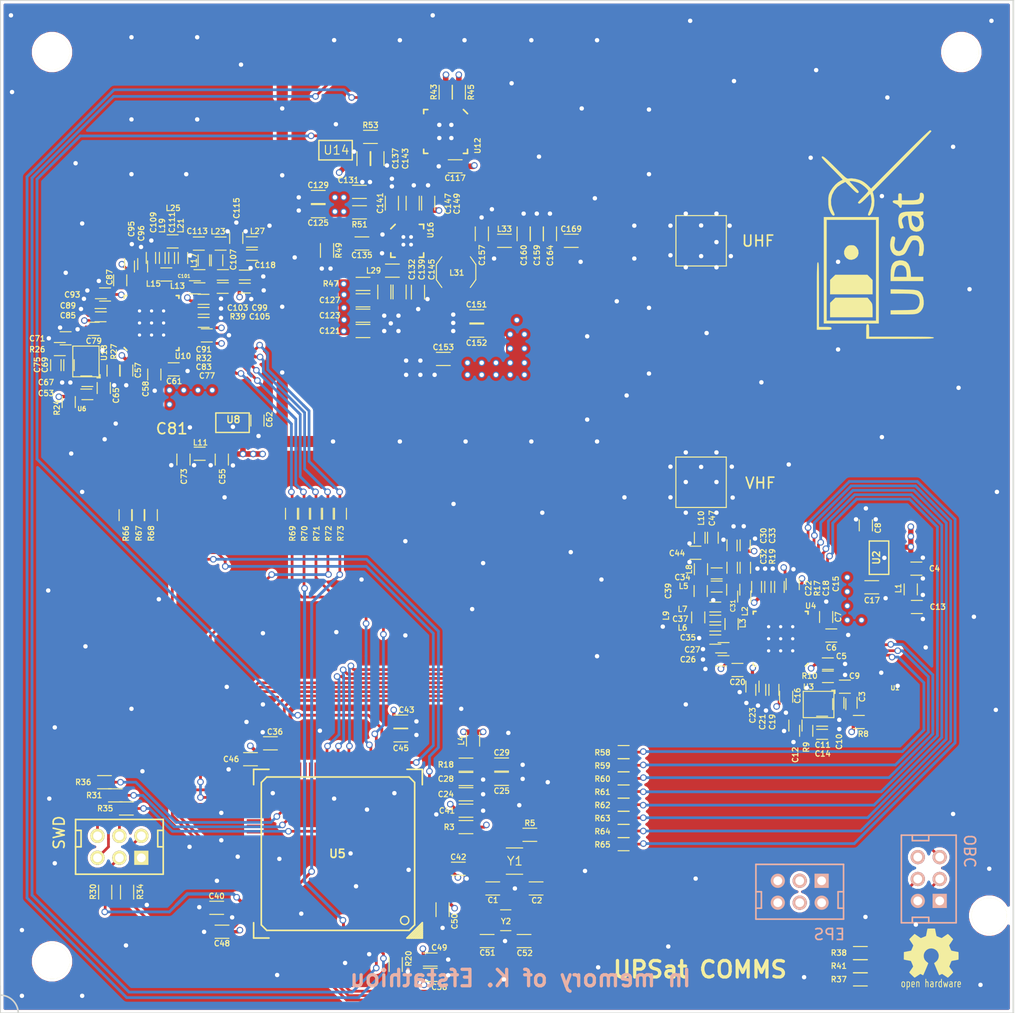
<source format=kicad_pcb>
(kicad_pcb (version 4) (host pcbnew no-vcs-found-product)
  (title_block (title "UPSat COMMS") (date 2016-04-09) (rev 0.3))
  (layers (0 F.Cu signal) (1 In1.Cu signal) (2 In2.Cu signal) (31 B.Cu signal) (34 B.Paste user hide) (35 F.Paste user hide) (36 B.SilkS user hide) (37 F.SilkS user) (38 B.Mask user hide) (39 F.Mask user hide) (44 Edge.Cuts user hide))
  (net 0 "")
  (net 1 "Net-(C1-Pad2)")
  (net 2 "Net-(C2-Pad2)")
  (net 3 "Net-(C3-Pad1)")
  (net 4 GND)
  (net 5 +3V3)
  (net 6 VDD)
  (net 7 "Net-(C7-Pad1)")
  (net 8 "Net-(C8-Pad1)")
  (net 9 "Net-(C9-Pad1)")
  (net 10 "Net-(C9-Pad2)")
  (net 11 "Net-(C10-Pad2)")
  (net 12 "Net-(C11-Pad2)")
  (net 13 "Net-(C12-Pad2)")
  (net 14 "Net-(C20-Pad1)")
  (net 15 "Net-(C20-Pad2)")
  (net 16 "Net-(C21-Pad2)")
  (net 17 "Net-(C24-Pad1)")
  (net 18 "Net-(C25-Pad2)")
  (net 19 "Net-(C27-Pad2)")
  (net 20 "Net-(C31-Pad1)")
  (net 21 "Net-(C31-Pad2)")
  (net 22 "Net-(C32-Pad1)")
  (net 23 "Net-(C34-Pad1)")
  (net 24 "Net-(C35-Pad2)")
  (net 25 "Net-(C36-Pad1)")
  (net 26 "Net-(C37-Pad1)")
  (net 27 "Net-(C37-Pad2)")
  (net 28 "Net-(C39-Pad1)")
  (net 29 "Net-(C40-Pad1)")
  (net 30 "Net-(C44-Pad1)")
  (net 31 "Net-(C47-Pad1)")
  (net 32 "Net-(C51-Pad2)")
  (net 33 "Net-(C52-Pad2)")
  (net 34 "Net-(C53-Pad1)")
  (net 35 "Net-(C61-Pad1)")
  (net 36 "Net-(C62-Pad1)")
  (net 37 "Net-(C65-Pad1)")
  (net 38 "Net-(C65-Pad2)")
  (net 39 "Net-(C67-Pad2)")
  (net 40 "Net-(C69-Pad2)")
  (net 41 "Net-(C71-Pad2)")
  (net 42 "Net-(C87-Pad1)")
  (net 43 "Net-(C87-Pad2)")
  (net 44 "Net-(C89-Pad2)")
  (net 45 "Net-(C96-Pad2)")
  (net 46 "Net-(C101-Pad1)")
  (net 47 "Net-(C101-Pad2)")
  (net 48 "Net-(C103-Pad1)")
  (net 49 "Net-(C107-Pad1)")
  (net 50 "Net-(C109-Pad2)")
  (net 51 "Net-(C111-Pad1)")
  (net 52 "Net-(C111-Pad2)")
  (net 53 "Net-(C113-Pad1)")
  (net 54 "Net-(C115-Pad1)")
  (net 55 "Net-(C118-Pad1)")
  (net 56 "Net-(C132-Pad1)")
  (net 57 "Net-(C135-Pad1)")
  (net 58 "Net-(C139-Pad1)")
  (net 59 "Net-(C141-Pad1)")
  (net 60 "Net-(C145-Pad1)")
  (net 61 "Net-(C157-Pad2)")
  (net 62 "Net-(C159-Pad2)")
  (net 63 "Net-(P1-Pad2)")
  (net 64 "Net-(P1-Pad3)")
  (net 65 "Net-(P1-Pad4)")
  (net 66 "Net-(P1-Pad5)")
  (net 67 "Net-(P1-Pad6)")
  (net 68 "Net-(P2-Pad3)")
  (net 69 "Net-(P2-Pad4)")
  (net 70 "Net-(P2-Pad5)")
  (net 71 /NRST)
  (net 72 "Net-(R5-Pad1)")
  (net 73 "Net-(R17-Pad1)")
  (net 74 "Net-(R20-Pad1)")
  (net 75 /SWDIO)
  (net 76 /USART3_TX)
  (net 77 "Net-(R32-Pad1)")
  (net 78 /SWCLK)
  (net 79 /USART3_RX)
  (net 80 /COMMS_TO_OBC_TX)
  (net 81 /COMMS_TO_OBC_EN)
  (net 82 /COMMS_TO_OBC_RX)
  (net 83 /I2C1_SDA)
  (net 84 /I2C1_SCL)
  (net 85 "Net-(R51-Pad2)")
  (net 86 "Net-(R53-Pad1)")
  (net 87 /2RESET_N)
  (net 88 /2GPIO3)
  (net 89 /2GPIO2)
  (net 90 /SPI2_MOSI)
  (net 91 /SPI2_SCK)
  (net 92 /SPI2_MISO)
  (net 93 /2GPIO0)
  (net 94 /2CS_N)
  (net 95 /1GPIO3)
  (net 96 /1GPIO2)
  (net 97 /DAC_OUT2)
  (net 98 /SPI1_MISO)
  (net 99 /SPI1_MOSI)
  (net 100 /1GPIO0)
  (net 101 /1RESET_N)
  (net 102 /1CS_N)
  (net 103 /SPI1_SCK)
  (net 104 "Net-(R58-Pad2)")
  (net 105 "Net-(R59-Pad2)")
  (net 106 "Net-(R60-Pad2)")
  (net 107 "Net-(R61-Pad2)")
  (net 108 "Net-(R62-Pad2)")
  (net 109 "Net-(R63-Pad2)")
  (net 110 "Net-(R64-Pad2)")
  (net 111 "Net-(R65-Pad2)")
  (net 112 "Net-(R66-Pad2)")
  (net 113 "Net-(R67-Pad2)")
  (net 114 "Net-(R68-Pad2)")
  (net 115 "Net-(R69-Pad2)")
  (net 116 "Net-(R70-Pad2)")
  (net 117 "Net-(R71-Pad2)")
  (net 118 "Net-(R72-Pad2)")
  (net 119 "Net-(R73-Pad2)")
  (net 120 "Net-(C169-Pad1)")
  (module via:VIA-0.6mm (layer F.Cu) (at 158.8 82.1)
    (fp_text reference REF** hide)
    (fp_text value VIA-0.6mm hide)
    (pad 1 thru_hole circle (at 0 0) (size 0.6 0.6) (drill 0.4) (layers *.Cu) (net 4 GND))
  )
  (module via:VIA-0.6mm (layer F.Cu) (at 159.7 90.7)
    (fp_text reference REF** hide)
    (fp_text value VIA-0.6mm hide)
    (pad 1 thru_hole circle (at 0 0) (size 0.6 0.6) (drill 0.4) (layers *.Cu) (net 4 GND))
  )
  (module via:VIA-0.6mm (layer F.Cu) (at 156.1 92.9)
    (fp_text reference REF** hide)
    (fp_text value VIA-0.6mm hide)
    (pad 1 thru_hole circle (at 0 0) (size 0.6 0.6) (drill 0.4) (layers *.Cu) (net 4 GND))
  )
  (module via:VIA-0.6mm (layer F.Cu) (at 156.1 85.3)
    (fp_text reference REF** hide)
    (fp_text value VIA-0.6mm hide)
    (pad 1 thru_hole circle (at 0 0) (size 0.6 0.6) (drill 0.4) (layers *.Cu) (net 4 GND))
  )
  (module via:VIA-0.6mm (layer F.Cu) (at 155.5 78.5)
    (fp_text reference REF** hide)
    (fp_text value VIA-0.6mm hide)
    (pad 1 thru_hole circle (at 0 0) (size 0.6 0.6) (drill 0.4) (layers *.Cu) (net 4 GND))
  )
  (module via:VIA-0.6mm (layer F.Cu) (at 147.6 78.2)
    (fp_text reference REF** hide)
    (fp_text value VIA-0.6mm hide)
    (pad 1 thru_hole circle (at 0 0) (size 0.6 0.6) (drill 0.4) (layers *.Cu) (net 4 GND))
  )
  (module via:VIA-0.6mm (layer F.Cu) (at 147.4 73.7)
    (fp_text reference REF** hide)
    (fp_text value VIA-0.6mm hide)
    (pad 1 thru_hole circle (at 0 0) (size 0.6 0.6) (drill 0.4) (layers *.Cu) (net 4 GND))
  )
  (module via:VIA-0.6mm (layer F.Cu) (at 156.8 72.7)
    (fp_text reference REF** hide)
    (fp_text value VIA-0.6mm hide)
    (pad 1 thru_hole circle (at 0 0) (size 0.6 0.6) (drill 0.4) (layers *.Cu) (net 4 GND))
  )
  (module via:VIA-0.6mm (layer F.Cu) (at 155.6 64.5)
    (fp_text reference REF** hide)
    (fp_text value VIA-0.6mm hide)
    (pad 1 thru_hole circle (at 0 0) (size 0.6 0.6) (drill 0.4) (layers *.Cu) (net 4 GND))
  )
  (module via:VIA-0.6mm (layer F.Cu) (at 151.7 68.9)
    (fp_text reference REF** hide)
    (fp_text value VIA-0.6mm hide)
    (pad 1 thru_hole circle (at 0 0) (size 0.6 0.6) (drill 0.4) (layers *.Cu) (net 4 GND))
  )
  (module via:VIA-0.6mm (layer F.Cu) (at 149.2 62.2)
    (fp_text reference REF** hide)
    (fp_text value VIA-0.6mm hide)
    (pad 1 thru_hole circle (at 0 0) (size 0.6 0.6) (drill 0.4) (layers *.Cu) (net 4 GND))
  )
  (module via:VIA-0.6mm (layer F.Cu) (at 122.7 128.8)
    (fp_text reference REF** hide)
    (fp_text value VIA-0.6mm hide)
    (pad 1 thru_hole circle (at 0 0) (size 0.6 0.6) (drill 0.4) (layers *.Cu) (net 4 GND))
  )
  (module via:VIA-0.6mm (layer F.Cu) (at 124.2 132.8)
    (fp_text reference REF** hide)
    (fp_text value VIA-0.6mm hide)
    (pad 1 thru_hole circle (at 0 0) (size 0.6 0.6) (drill 0.4) (layers *.Cu) (net 4 GND))
  )
  (module via:VIA-0.6mm (layer F.Cu) (at 122.7 131.3)
    (fp_text reference REF** hide)
    (fp_text value VIA-0.6mm hide)
    (pad 1 thru_hole circle (at 0 0) (size 0.6 0.6) (drill 0.4) (layers *.Cu) (net 4 GND))
  )
  (module via:VIA-0.6mm (layer F.Cu) (at 142.6 67.2)
    (fp_text reference REF** hide)
    (fp_text value VIA-0.6mm hide)
    (pad 1 thru_hole circle (at 0 0) (size 0.6 0.6) (drill 0.4) (layers *.Cu) (net 4 GND))
  )
  (module via:VIA-0.6mm (layer F.Cu) (at 143.7 67.2)
    (fp_text reference REF** hide)
    (fp_text value VIA-0.6mm hide)
    (pad 1 thru_hole circle (at 0 0) (size 0.6 0.6) (drill 0.4) (layers *.Cu) (net 4 GND))
  )
  (module via:VIA-0.6mm (layer F.Cu) (at 143.7 66)
    (fp_text reference REF** hide)
    (fp_text value VIA-0.6mm hide)
    (pad 1 thru_hole circle (at 0 0) (size 0.6 0.6) (drill 0.4) (layers *.Cu) (net 4 GND))
  )
  (module via:VIA-0.6mm (layer F.Cu) (at 142.6 66)
    (fp_text reference REF** hide)
    (fp_text value VIA-0.6mm hide)
    (pad 1 thru_hole circle (at 0 0) (size 0.6 0.6) (drill 0.4) (layers *.Cu) (net 4 GND))
  )
  (module via:VIA-0.6mm (layer F.Cu) (at 127.8 143.6)
    (fp_text reference REF** hide)
    (fp_text value VIA-0.6mm hide)
    (pad 1 thru_hole circle (at 0 0) (size 0.6 0.6) (drill 0.4) (layers *.Cu) (net 4 GND))
  )
  (module via:VIA-0.6mm (layer F.Cu) (at 181.5 138.3)
    (fp_text reference REF** hide)
    (fp_text value VIA-0.6mm hide)
    (pad 1 thru_hole circle (at 0 0) (size 0.6 0.6) (drill 0.4) (layers *.Cu) (net 4 GND))
  )
  (module Mounting_Holes:MountingHole_3mm (layer F.Cu) (at 190.25 59.35)
    (fp_text reference REF** hide)
    (fp_text value MountingHole_3mm)
    (pad "" np_thru_hole circle (at 0 0) (size 3.2 3.2) (drill 3.2) (layers *.Cu *.Mask F.SilkS))
  )
  (module Mounting_Holes:MountingHole_3mm (layer F.Cu) (at 192.8 138.18)
    (fp_text reference REF** hide)
    (fp_text value MountingHole_3mm)
    (pad "" np_thru_hole circle (at 0 0) (size 3.2 3.2) (drill 3.2) (layers *.Cu *.Mask F.SilkS))
  )
  (module Mounting_Holes:MountingHole_3mm (layer F.Cu) (at 107.25 142.35)
    (fp_text reference REF** hide)
    (fp_text value MountingHole_3mm)
    (pad "" np_thru_hole circle (at 0 0) (size 3.2 3.2) (drill 3.2) (layers *.Cu *.Mask F.SilkS))
  )
  (module hrs-df11:hrs-df11-6dp-2dsa (layer B.Cu) (at 175.5 136)
    (fp_text reference EPS (at 2.7 3.9) (layer B.SilkS) (effects (justify mirror)))
    (fp_text value CONN_02X03)
    (pad 1 thru_hole rect (at 2 -1) (size 1.3 1.3) (drill 0.8) (layers *.Cu *.Mask B.SilkS) (net 4 GND))
    (pad 2 thru_hole circle (at 2 1) (size 1.3 1.3) (drill 0.8) (layers *.Cu *.Mask B.SilkS) (net 4 GND))
    (pad 3 thru_hole circle (at 0 -1) (size 1.3 1.3) (drill 0.8) (layers *.Cu *.Mask B.SilkS) (net 5 +3V3))
    (pad 4 thru_hole circle (at 0 1) (size 1.3 1.3) (drill 0.8) (layers *.Cu *.Mask B.SilkS) (net 5 +3V3))
    (pad 5 thru_hole circle (at -2 -1) (size 1.3 1.3) (drill 0.8) (layers *.Cu *.Mask B.SilkS) (net 4 GND))
    (pad 6 thru_hole circle (at -2 1) (size 1.3 1.3) (drill 0.8) (layers *.Cu *.Mask B.SilkS) (net 4 GND))
  )
  (module libs:TXCOTG5021CG (layer F.Cu) (at 109.97238 91.915664)
    (fp_text reference U6 (at 0 0) (layer F.SilkS) (effects (font (size 0.4 0.4) (thickness 0.1))))
    (fp_text value TXCO_TG_5021CG hide)
    (pad 4 smd rect (at 0 0) (size 0.8 1) (layers F.Cu F.Paste F.Mask) (net 34 "Net-(C53-Pad1)"))
    (pad 1 smd rect (at 0 1.4) (size 0.8 1) (layers F.Cu F.Paste F.Mask))
    (pad 2 smd rect (at 2.1 1.4) (size 0.8 1) (layers F.Cu F.Paste F.Mask) (net 4 GND))
    (pad 3 smd rect (at 2.1 0) (size 0.8 1) (layers F.Cu F.Paste F.Mask) (net 38 "Net-(C65-Pad2)"))
  )
  (module libs:TXCOTG5021CG (layer F.Cu) (at 182.849692 117.175988 270)
    (fp_text reference U1 (at 0.224012 -1.350308 360) (layer F.SilkS) (effects (font (size 0.4 0.4) (thickness 0.1))))
    (fp_text value TXCO_TG_5021CG hide)
    (pad 2 smd rect (at 0 0 270) (size 0.8 1) (layers F.Cu F.Paste F.Mask) (net 4 GND))
    (pad 3 smd rect (at 0 1.4 270) (size 0.8 1) (layers F.Cu F.Paste F.Mask) (net 10 "Net-(C9-Pad2)"))
    (pad 4 smd rect (at 2.1 1.4 270) (size 0.8 1) (layers F.Cu F.Paste F.Mask) (net 3 "Net-(C3-Pad1)"))
    (pad 1 smd rect (at 2.1 0 270) (size 0.8 1) (layers F.Cu F.Paste F.Mask))
  )
  (module libs:CC1120DecCAP (layer F.Cu) (at 120.97238 93.715664)
    (fp_text reference C81 (at -2.79 0.02) (layer F.SilkS))
    (fp_text value 2.2uF hide)
    (pad 1 smd rect (at 0 -1.7) (size 1.1 1.1) (layers F.Cu F.Paste F.Mask) (net 6 VDD))
    (pad 2 smd rect (at 0 0.03) (size 1.1 1.1) (layers F.Cu F.Paste F.Mask) (net 4 GND))
  )
  (module hrs-df11:hrs-df11-6dp-2dsa (layer F.Cu) (at 113.4 131.9)
    (fp_text reference SWD (at -5.5 -1.3 90) (layer F.SilkS))
    (fp_text value SWD)
    (pad 1 thru_hole rect (at 2 1) (size 1.3 1.3) (drill 0.8) (layers *.Cu *.Mask F.SilkS) (net 4 GND))
    (pad 2 thru_hole circle (at 2 -1) (size 1.3 1.3) (drill 0.8) (layers *.Cu *.Mask F.SilkS) (net 63 "Net-(P1-Pad2)"))
    (pad 3 thru_hole circle (at 0 1) (size 1.3 1.3) (drill 0.8) (layers *.Cu *.Mask F.SilkS) (net 64 "Net-(P1-Pad3)"))
    (pad 4 thru_hole circle (at 0 -1) (size 1.3 1.3) (drill 0.8) (layers *.Cu *.Mask F.SilkS) (net 65 "Net-(P1-Pad4)"))
    (pad 5 thru_hole circle (at -2 1) (size 1.3 1.3) (drill 0.8) (layers *.Cu *.Mask F.SilkS) (net 66 "Net-(P1-Pad5)"))
    (pad 6 thru_hole circle (at -2 -1) (size 1.3 1.3) (drill 0.8) (layers *.Cu *.Mask F.SilkS) (net 67 "Net-(P1-Pad6)"))
  )
  (module hrs-df11:hrs-df11-6dp-2dsa (layer B.Cu) (at 187.27762 134.834336 270)
    (fp_text reference OBC (at -2.534336 -3.82238 450) (layer B.SilkS) (effects (justify mirror)))
    (fp_text value OBC)
    (pad 1 thru_hole rect (at 2 -1 270) (size 1.3 1.3) (drill 0.8) (layers *.Cu *.Mask B.SilkS) (net 4 GND))
    (pad 2 thru_hole circle (at 2 1 270) (size 1.3 1.3) (drill 0.8) (layers *.Cu *.Mask B.SilkS) (net 4 GND))
    (pad 3 thru_hole circle (at 0 -1 270) (size 1.3 1.3) (drill 0.8) (layers *.Cu *.Mask B.SilkS) (net 68 "Net-(P2-Pad3)"))
    (pad 4 thru_hole circle (at 0 1 270) (size 1.3 1.3) (drill 0.8) (layers *.Cu *.Mask B.SilkS) (net 69 "Net-(P2-Pad4)"))
    (pad 5 thru_hole circle (at -2 -1 270) (size 1.3 1.3) (drill 0.8) (layers *.Cu *.Mask B.SilkS) (net 70 "Net-(P2-Pad5)"))
    (pad 6 thru_hole circle (at -2 1 270) (size 1.3 1.3) (drill 0.8) (layers *.Cu *.Mask B.SilkS))
  )
  (module libs:SOT23-5 (layer F.Cu) (at 182.739692 105.505988 90)
    (fp_text reference U2 (at 0.005988 -0.239692 270) (layer F.SilkS) (effects (font (size 0.635 0.635) (thickness 0.127))))
    (fp_text value TPS79930 hide)
    (pad 1 smd rect (at -0.9525 1.27 90) (size 0.508 0.762) (layers F.Cu F.Paste F.Mask) (net 5 +3V3))
    (pad 3 smd rect (at 0.9525 1.27 90) (size 0.508 0.762) (layers F.Cu F.Paste F.Mask) (net 5 +3V3))
    (pad 5 smd rect (at -0.9525 -1.27 90) (size 0.508 0.762) (layers F.Cu F.Paste F.Mask) (net 6 VDD))
    (pad 2 smd rect (at 0 1.27 90) (size 0.508 0.762) (layers F.Cu F.Paste F.Mask) (net 4 GND))
    (pad 4 smd rect (at 0.9525 -1.27 90) (size 0.508 0.762) (layers F.Cu F.Paste F.Mask) (net 8 "Net-(C8-Pad1)"))
  )
  (module libs:SOT23-5 (layer F.Cu) (at 123.72488 93.185664)
    (fp_text reference U8 (at 0.07512 -0.285664 180) (layer F.SilkS) (effects (font (size 0.635 0.635) (thickness 0.127))))
    (fp_text value TPS79930 hide)
    (pad 1 smd rect (at -0.9525 1.27) (size 0.508 0.762) (layers F.Cu F.Paste F.Mask) (net 5 +3V3))
    (pad 3 smd rect (at 0.9525 1.27) (size 0.508 0.762) (layers F.Cu F.Paste F.Mask) (net 5 +3V3))
    (pad 5 smd rect (at -0.9525 -1.27) (size 0.508 0.762) (layers F.Cu F.Paste F.Mask) (net 6 VDD))
    (pad 2 smd rect (at 0 1.27) (size 0.508 0.762) (layers F.Cu F.Paste F.Mask) (net 4 GND))
    (pad 4 smd rect (at 0.9525 -1.27) (size 0.508 0.762) (layers F.Cu F.Paste F.Mask) (net 36 "Net-(C62-Pad1)"))
  )
  (module ADT7420:ADT7420 (layer F.Cu) (at 143.175 66.6 270)
    (fp_text reference U12 (at 1.3 -2.925 270) (layer F.SilkS) (effects (font (size 0.5 0.5) (thickness 0.1))))
    (fp_text value ADT7420)
    (pad 1 smd rect (at -1.9 -0.975) (size 0.3 0.72) (layers F.Cu F.Paste F.Mask) (net 84 /I2C1_SCL))
    (pad 2 smd rect (at -1.9 -0.325) (size 0.3 0.72) (layers F.Cu F.Paste F.Mask) (net 83 /I2C1_SDA))
    (pad 3 smd rect (at -1.9 0.325) (size 0.3 0.72) (layers F.Cu F.Paste F.Mask) (net 4 GND))
    (pad 4 smd rect (at -1.9 0.975) (size 0.3 0.72) (layers F.Cu F.Paste F.Mask) (net 4 GND))
    (pad 5 smd rect (at -0.975 1.9 270) (size 0.3 0.72) (layers F.Cu F.Paste F.Mask))
    (pad 6 smd rect (at -0.325 1.9 270) (size 0.3 0.72) (layers F.Cu F.Paste F.Mask))
    (pad 7 smd rect (at 0.325 1.9 270) (size 0.3 0.72) (layers F.Cu F.Paste F.Mask))
    (pad 8 smd rect (at 0.975 1.9 270) (size 0.3 0.72) (layers F.Cu F.Paste F.Mask))
    (pad 9 smd rect (at 1.9 0.975) (size 0.3 0.72) (layers F.Cu F.Paste F.Mask))
    (pad 10 smd rect (at 1.9 0.325) (size 0.3 0.72) (layers F.Cu F.Paste F.Mask))
    (pad 11 smd rect (at 1.9 -0.325) (size 0.3 0.72) (layers F.Cu F.Paste F.Mask) (net 4 GND))
    (pad 12 smd rect (at 1.9 -0.975) (size 0.3 0.72) (layers F.Cu F.Paste F.Mask) (net 5 +3V3))
    (pad 13 smd rect (at 0.975 -1.9 270) (size 0.3 0.72) (layers F.Cu F.Paste F.Mask))
    (pad 14 smd rect (at 0.325 -1.9 270) (size 0.3 0.72) (layers F.Cu F.Paste F.Mask))
    (pad 15 smd rect (at -0.325 -1.9 270) (size 0.3 0.72) (layers F.Cu F.Paste F.Mask))
    (pad 16 smd rect (at -0.975 -1.9 270) (size 0.3 0.72) (layers F.Cu F.Paste F.Mask))
    (pad 17 smd rect (at 0 0 270) (size 2.5 2.5) (layers F.Cu F.Paste F.Mask) (net 4 GND))
  )
  (module libs:SOT23-5 (layer F.Cu) (at 133.13226 68.311328 180)
    (fp_text reference U14 (at -0.06774 0.011328 360) (layer F.SilkS) (effects (font (size 0.8 0.8) (thickness 0.1))))
    (fp_text value OPA320 hide)
    (pad 1 smd rect (at -0.9525 1.27 180) (size 0.508 0.762) (layers F.Cu F.Paste F.Mask) (net 86 "Net-(R53-Pad1)"))
    (pad 3 smd rect (at 0.9525 1.27 180) (size 0.508 0.762) (layers F.Cu F.Paste F.Mask) (net 97 /DAC_OUT2))
    (pad 5 smd rect (at -0.9525 -1.27 180) (size 0.508 0.762) (layers F.Cu F.Paste F.Mask) (net 5 +3V3))
    (pad 2 smd rect (at 0 1.27 180) (size 0.508 0.762) (layers F.Cu F.Paste F.Mask) (net 4 GND))
    (pad 4 smd rect (at 0.9525 -1.27 180) (size 0.508 0.762) (layers F.Cu F.Paste F.Mask) (net 86 "Net-(R53-Pad1)"))
  )
  (module STM32F407VGT6:TQFP-100 (layer F.Cu) (at 133.35088 132.52588 90)
    (fp_text reference U5 (at 0 -0.05088 180) (layer F.SilkS) (effects (font (size 0.7493 0.7493) (thickness 0.14986))))
    (fp_text value STM32F407VG hide)
    (pad 4 smd rect (at -4.50088 7.67588 90) (size 0.29972 1.30048) (layers F.Cu F.Paste F.Mask))
    (pad 5 smd rect (at -4.0005 7.67588 90) (size 0.29972 1.30048) (layers F.Cu F.Paste F.Mask))
    (pad 6 smd rect (at -3.50012 7.67588 90) (size 0.29972 1.30048) (layers F.Cu F.Paste F.Mask) (net 5 +3V3))
    (pad 7 smd rect (at -2.99974 7.67588 90) (size 0.29972 1.30048) (layers F.Cu F.Paste F.Mask))
    (pad 8 smd rect (at -2.49936 7.67588 90) (size 0.29972 1.30048) (layers F.Cu F.Paste F.Mask) (net 32 "Net-(C51-Pad2)"))
    (pad 1 smd rect (at -5.99948 7.67588 90) (size 0.29972 1.30048) (layers F.Cu F.Paste F.Mask))
    (pad 2 smd rect (at -5.4991 7.67588 90) (size 0.29972 1.30048) (layers F.Cu F.Paste F.Mask))
    (pad 3 smd rect (at -5.00126 7.67588 90) (size 0.29972 1.30048) (layers F.Cu F.Paste F.Mask))
    (pad 17 smd rect (at 1.99898 7.67588 90) (size 0.29972 1.30048) (layers F.Cu F.Paste F.Mask))
    (pad 18 smd rect (at 2.49936 7.67588 90) (size 0.29972 1.30048) (layers F.Cu F.Paste F.Mask))
    (pad 19 smd rect (at 2.99974 7.67588 90) (size 0.29972 1.30048) (layers F.Cu F.Paste F.Mask) (net 5 +3V3))
    (pad 20 smd rect (at 3.50012 7.67588 90) (size 0.29972 1.30048) (layers F.Cu F.Paste F.Mask) (net 4 GND))
    (pad 21 smd rect (at 4.0005 7.67588 90) (size 0.29972 1.30048) (layers F.Cu F.Paste F.Mask) (net 17 "Net-(C24-Pad1)"))
    (pad 22 smd rect (at 4.50088 7.67588 90) (size 0.29972 1.30048) (layers F.Cu F.Paste F.Mask) (net 18 "Net-(C25-Pad2)"))
    (pad 23 smd rect (at 5.00126 7.67588 90) (size 0.29972 1.30048) (layers F.Cu F.Paste F.Mask))
    (pad 24 smd rect (at 5.4991 7.67588 90) (size 0.29972 1.30048) (layers F.Cu F.Paste F.Mask))
    (pad 33 smd rect (at 7.67588 2.49936 90) (size 1.30048 0.29972) (layers F.Cu F.Paste F.Mask))
    (pad 34 smd rect (at 7.67588 1.99898 90) (size 1.30048 0.29972) (layers F.Cu F.Paste F.Mask))
    (pad 35 smd rect (at 7.67588 1.50114 90) (size 1.30048 0.29972) (layers F.Cu F.Paste F.Mask))
    (pad 36 smd rect (at 7.67588 1.00076 90) (size 1.30048 0.29972) (layers F.Cu F.Paste F.Mask) (net 87 /2RESET_N))
    (pad 37 smd rect (at 7.67588 0.50038 90) (size 1.30048 0.29972) (layers F.Cu F.Paste F.Mask))
    (pad 38 smd rect (at 7.67588 0 90) (size 1.30048 0.29972) (layers F.Cu F.Paste F.Mask) (net 88 /2GPIO3))
    (pad 39 smd rect (at 7.67588 -0.50038 90) (size 1.30048 0.29972) (layers F.Cu F.Paste F.Mask))
    (pad 40 smd rect (at 7.67588 -1.00076 90) (size 1.30048 0.29972) (layers F.Cu F.Paste F.Mask) (net 89 /2GPIO2))
    (pad 49 smd rect (at 7.67588 -5.4991 90) (size 1.30048 0.29972) (layers F.Cu F.Paste F.Mask) (net 25 "Net-(C36-Pad1)"))
    (pad 50 smd rect (at 7.67588 -5.99948 90) (size 1.30048 0.29972) (layers F.Cu F.Paste F.Mask) (net 5 +3V3))
    (pad 51 smd rect (at 5.99948 -7.67588 90) (size 0.29972 1.30048) (layers F.Cu F.Paste F.Mask) (net 93 /2GPIO0))
    (pad 52 smd rect (at 5.4991 -7.67588 90) (size 0.29972 1.30048) (layers F.Cu F.Paste F.Mask) (net 91 /SPI2_SCK))
    (pad 53 smd rect (at 5.00126 -7.67588 90) (size 0.29972 1.30048) (layers F.Cu F.Paste F.Mask) (net 92 /SPI2_MISO))
    (pad 54 smd rect (at 4.50088 -7.67588 90) (size 0.29972 1.30048) (layers F.Cu F.Paste F.Mask) (net 90 /SPI2_MOSI))
    (pad 55 smd rect (at 4.0005 -7.67588 90) (size 0.29972 1.30048) (layers F.Cu F.Paste F.Mask))
    (pad 56 smd rect (at 3.50012 -7.67588 90) (size 0.29972 1.30048) (layers F.Cu F.Paste F.Mask))
    (pad 9 smd rect (at -1.99898 7.67588 90) (size 0.29972 1.30048) (layers F.Cu F.Paste F.Mask) (net 33 "Net-(C52-Pad2)"))
    (pad 10 smd rect (at -1.50114 7.67588 90) (size 0.29972 1.30048) (layers F.Cu F.Paste F.Mask) (net 4 GND))
    (pad 11 smd rect (at -1.00076 7.67588 90) (size 0.29972 1.30048) (layers F.Cu F.Paste F.Mask) (net 5 +3V3))
    (pad 25 smd rect (at 5.99948 7.67588 90) (size 0.29972 1.30048) (layers F.Cu F.Paste F.Mask) (net 95 /1GPIO3))
    (pad 26 smd rect (at 7.67588 5.99948 90) (size 1.30048 0.29972) (layers F.Cu F.Paste F.Mask) (net 96 /1GPIO2))
    (pad 27 smd rect (at 7.67588 5.4991 90) (size 1.30048 0.29972) (layers F.Cu F.Paste F.Mask) (net 4 GND))
    (pad 41 smd rect (at 7.67588 -1.50114 90) (size 1.30048 0.29972) (layers F.Cu F.Paste F.Mask))
    (pad 42 smd rect (at 7.67588 -1.99898 90) (size 1.30048 0.29972) (layers F.Cu F.Paste F.Mask))
    (pad 43 smd rect (at 7.67588 -2.49936 90) (size 1.30048 0.29972) (layers F.Cu F.Paste F.Mask))
    (pad 57 smd rect (at 2.99974 -7.67588 90) (size 0.29972 1.30048) (layers F.Cu F.Paste F.Mask))
    (pad 58 smd rect (at 2.49936 -7.67588 90) (size 0.29972 1.30048) (layers F.Cu F.Paste F.Mask))
    (pad 59 smd rect (at 1.99898 -7.67588 90) (size 0.29972 1.30048) (layers F.Cu F.Paste F.Mask))
    (pad 12 smd rect (at -0.50038 7.67588 90) (size 0.29972 1.30048) (layers F.Cu F.Paste F.Mask) (net 1 "Net-(C1-Pad2)"))
    (pad 13 smd rect (at 0 7.67588 90) (size 0.29972 1.30048) (layers F.Cu F.Paste F.Mask) (net 72 "Net-(R5-Pad1)"))
    (pad 14 smd rect (at 0.50038 7.67588 90) (size 0.29972 1.30048) (layers F.Cu F.Paste F.Mask) (net 71 /NRST))
    (pad 15 smd rect (at 1.00076 7.67588 90) (size 0.29972 1.30048) (layers F.Cu F.Paste F.Mask))
    (pad 16 smd rect (at 1.50114 7.67588 90) (size 0.29972 1.30048) (layers F.Cu F.Paste F.Mask))
    (pad 28 smd rect (at 7.67588 5.00126 90) (size 1.30048 0.29972) (layers F.Cu F.Paste F.Mask) (net 5 +3V3))
    (pad 29 smd rect (at 7.67588 4.50088 90) (size 1.30048 0.29972) (layers F.Cu F.Paste F.Mask))
    (pad 30 smd rect (at 7.67588 4.0005 90) (size 1.30048 0.29972) (layers F.Cu F.Paste F.Mask) (net 97 /DAC_OUT2))
    (pad 31 smd rect (at 7.67588 3.50012 90) (size 1.30048 0.29972) (layers F.Cu F.Paste F.Mask) (net 98 /SPI1_MISO))
    (pad 32 smd rect (at 7.67588 2.99974 90) (size 1.30048 0.29972) (layers F.Cu F.Paste F.Mask) (net 99 /SPI1_MOSI))
    (pad 44 smd rect (at 7.67588 -2.99974 90) (size 1.30048 0.29972) (layers F.Cu F.Paste F.Mask))
    (pad 45 smd rect (at 7.67588 -3.50012 90) (size 1.30048 0.29972) (layers F.Cu F.Paste F.Mask))
    (pad 46 smd rect (at 7.67588 -4.0005 90) (size 1.30048 0.29972) (layers F.Cu F.Paste F.Mask) (net 94 /2CS_N))
    (pad 47 smd rect (at 7.67588 -4.50088 90) (size 1.30048 0.29972) (layers F.Cu F.Paste F.Mask) (net 76 /USART3_TX))
    (pad 48 smd rect (at 7.67588 -5.00126 90) (size 1.30048 0.29972) (layers F.Cu F.Paste F.Mask) (net 79 /USART3_RX))
    (pad 60 smd rect (at 1.50114 -7.67588 90) (size 0.29972 1.30048) (layers F.Cu F.Paste F.Mask))
    (pad 61 smd rect (at 1.00076 -7.67588 90) (size 0.29972 1.30048) (layers F.Cu F.Paste F.Mask))
    (pad 62 smd rect (at 0.50038 -7.67588 90) (size 0.29972 1.30048) (layers F.Cu F.Paste F.Mask))
    (pad 63 smd rect (at 0 -7.67588 90) (size 0.29972 1.30048) (layers F.Cu F.Paste F.Mask))
    (pad 64 smd rect (at -0.50038 -7.67588 90) (size 0.29972 1.30048) (layers F.Cu F.Paste F.Mask))
    (pad 65 smd rect (at -1.00076 -7.67588 90) (size 0.29972 1.30048) (layers F.Cu F.Paste F.Mask))
    (pad 66 smd rect (at -1.50114 -7.67588 90) (size 0.29972 1.30048) (layers F.Cu F.Paste F.Mask))
    (pad 67 smd rect (at -1.99898 -7.67588 90) (size 0.29972 1.30048) (layers F.Cu F.Paste F.Mask) (net 100 /1GPIO0))
    (pad 68 smd rect (at -2.49936 -7.67588 90) (size 0.29972 1.30048) (layers F.Cu F.Paste F.Mask))
    (pad 69 smd rect (at -2.99974 -7.67588 90) (size 0.29972 1.30048) (layers F.Cu F.Paste F.Mask) (net 101 /1RESET_N))
    (pad 70 smd rect (at -3.50012 -7.67588 90) (size 0.29972 1.30048) (layers F.Cu F.Paste F.Mask))
    (pad 71 smd rect (at -4.0005 -7.67588 90) (size 0.29972 1.30048) (layers F.Cu F.Paste F.Mask))
    (pad 72 smd rect (at -4.50088 -7.67588 90) (size 0.29972 1.30048) (layers F.Cu F.Paste F.Mask) (net 75 /SWDIO))
    (pad 73 smd rect (at -5.00126 -7.67588 90) (size 0.29972 1.30048) (layers F.Cu F.Paste F.Mask) (net 29 "Net-(C40-Pad1)"))
    (pad 74 smd rect (at -5.4991 -7.67588 90) (size 0.29972 1.30048) (layers F.Cu F.Paste F.Mask) (net 4 GND))
    (pad 75 smd rect (at -5.99948 -7.67588 90) (size 0.29972 1.30048) (layers F.Cu F.Paste F.Mask) (net 5 +3V3))
    (pad 76 smd rect (at -7.67588 -5.99948 90) (size 1.30048 0.29972) (layers F.Cu F.Paste F.Mask) (net 78 /SWCLK))
    (pad 77 smd rect (at -7.67588 -5.4991 90) (size 1.30048 0.29972) (layers F.Cu F.Paste F.Mask) (net 102 /1CS_N))
    (pad 78 smd rect (at -7.67588 -5.00126 90) (size 1.30048 0.29972) (layers F.Cu F.Paste F.Mask))
    (pad 79 smd rect (at -7.67588 -4.50088 90) (size 1.30048 0.29972) (layers F.Cu F.Paste F.Mask))
    (pad 80 smd rect (at -7.67588 -4.0005 90) (size 1.30048 0.29972) (layers F.Cu F.Paste F.Mask) (net 80 /COMMS_TO_OBC_TX))
    (pad 81 smd rect (at -7.67588 -3.50012 90) (size 1.30048 0.29972) (layers F.Cu F.Paste F.Mask))
    (pad 82 smd rect (at -7.67588 -2.99974 90) (size 1.30048 0.29972) (layers F.Cu F.Paste F.Mask))
    (pad 83 smd rect (at -7.67588 -2.49936 90) (size 1.30048 0.29972) (layers F.Cu F.Paste F.Mask) (net 82 /COMMS_TO_OBC_RX))
    (pad 84 smd rect (at -7.67588 -1.99898 90) (size 1.30048 0.29972) (layers F.Cu F.Paste F.Mask) (net 81 /COMMS_TO_OBC_EN))
    (pad 85 smd rect (at -7.67588 -1.50114 90) (size 1.30048 0.29972) (layers F.Cu F.Paste F.Mask))
    (pad 86 smd rect (at -7.67588 -1.00076 90) (size 1.30048 0.29972) (layers F.Cu F.Paste F.Mask))
    (pad 87 smd rect (at -7.67588 -0.50038 90) (size 1.30048 0.29972) (layers F.Cu F.Paste F.Mask))
    (pad 88 smd rect (at -7.67588 0 90) (size 1.30048 0.29972) (layers F.Cu F.Paste F.Mask))
    (pad 89 smd rect (at -7.67588 0.50038 90) (size 1.30048 0.29972) (layers F.Cu F.Paste F.Mask) (net 103 /SPI1_SCK))
    (pad 90 smd rect (at -7.67588 1.00076 90) (size 1.30048 0.29972) (layers F.Cu F.Paste F.Mask))
    (pad 91 smd rect (at -7.67588 1.50114 90) (size 1.30048 0.29972) (layers F.Cu F.Paste F.Mask))
    (pad 92 smd rect (at -7.67588 1.99898 90) (size 1.30048 0.29972) (layers F.Cu F.Paste F.Mask))
    (pad 93 smd rect (at -7.67588 2.49936 90) (size 1.30048 0.29972) (layers F.Cu F.Paste F.Mask))
    (pad 94 smd rect (at -7.67588 2.99974 90) (size 1.30048 0.29972) (layers F.Cu F.Paste F.Mask) (net 4 GND))
    (pad 95 smd rect (at -7.67588 3.50012 90) (size 1.30048 0.29972) (layers F.Cu F.Paste F.Mask) (net 84 /I2C1_SCL))
    (pad 96 smd rect (at -7.67588 4.0005 90) (size 1.30048 0.29972) (layers F.Cu F.Paste F.Mask) (net 83 /I2C1_SDA))
    (pad 97 smd rect (at -7.67588 4.50088 90) (size 1.30048 0.29972) (layers F.Cu F.Paste F.Mask))
    (pad 98 smd rect (at -7.67588 5.00126 90) (size 1.30048 0.29972) (layers F.Cu F.Paste F.Mask))
    (pad 99 smd rect (at -7.67588 5.4991 90) (size 1.30048 0.29972) (layers F.Cu F.Paste F.Mask) (net 74 "Net-(R20-Pad1)"))
    (pad 100 smd rect (at -7.67588 5.99948 90) (size 1.30048 0.29972) (layers F.Cu F.Paste F.Mask) (net 5 +3V3))
  )
  (module Mounting_Holes:MountingHole_3mm (layer F.Cu) (at 107.25 59.35)
    (fp_text reference REF** hide)
    (fp_text value MountingHole_3mm)
    (pad "" np_thru_hole circle (at 0 0) (size 3.2 3.2) (drill 3.2) (layers *.Cu *.Mask F.SilkS))
  )
  (module libs:0402_cc (layer F.Cu) (at 180.13469 119.26034 90)
    (fp_text reference C3 (at 1.06034 1.06531 270) (layer F.SilkS) (effects (font (size 0.5 0.5) (thickness 0.1))))
    (fp_text value 100nF hide)
    (pad 1 smd rect (at 0 0 90) (size 0.61 0.59) (layers F.Cu F.Paste F.Mask) (net 3 "Net-(C3-Pad1)") (clearance 0.0001))
    (pad 2 smd rect (at 1.02 0 90) (size 0.61 0.59) (layers F.Cu F.Paste F.Mask) (net 4 GND) (clearance 0.0001))
  )
  (module libs:0402_cc (layer F.Cu) (at 185.639692 106.505988)
    (fp_text reference C4 (at 2.160308 -0.005988) (layer F.SilkS) (effects (font (size 0.5 0.5) (thickness 0.1))))
    (fp_text value 100nF hide)
    (pad 1 smd rect (at 0 0) (size 0.61 0.59) (layers F.Cu F.Paste F.Mask) (net 5 +3V3) (clearance 0.0001))
    (pad 2 smd rect (at 1.02 0) (size 0.61 0.59) (layers F.Cu F.Paste F.Mask) (net 4 GND) (clearance 0.0001))
  )
  (module libs:0402_cc (layer F.Cu) (at 177.559692 115.255988)
    (fp_text reference C5 (at 1.740308 -0.755988) (layer F.SilkS) (effects (font (size 0.5 0.5) (thickness 0.1))))
    (fp_text value 47nF hide)
    (pad 1 smd rect (at 0 0) (size 0.61 0.59) (layers F.Cu F.Paste F.Mask) (net 6 VDD) (clearance 0.0001))
    (pad 2 smd rect (at 1.02 0) (size 0.61 0.59) (layers F.Cu F.Paste F.Mask) (net 4 GND) (clearance 0.0001))
  )
  (module libs:0402_cc (layer F.Cu) (at 177.874769 112.610741)
    (fp_text reference C6 (at 0.51 1.11) (layer F.SilkS) (effects (font (size 0.5 0.5) (thickness 0.1))))
    (fp_text value 47nF hide)
    (pad 1 smd rect (at 0 0) (size 0.61 0.59) (layers F.Cu F.Paste F.Mask) (net 6 VDD) (clearance 0.0001))
    (pad 2 smd rect (at 1.02 0) (size 0.61 0.59) (layers F.Cu F.Paste F.Mask) (net 4 GND) (clearance 0.0001))
  )
  (module libs:0402_cc (layer F.Cu) (at 177.909692 111.425988 90)
    (fp_text reference C7 (at 0.51 1.11 90) (layer F.SilkS) (effects (font (size 0.5 0.5) (thickness 0.1))))
    (fp_text value 220nF hide)
    (pad 1 smd rect (at 0 0 90) (size 0.61 0.59) (layers F.Cu F.Paste F.Mask) (net 7 "Net-(C7-Pad1)") (clearance 0.0001))
    (pad 2 smd rect (at 1.02 0 90) (size 0.61 0.59) (layers F.Cu F.Paste F.Mask) (net 4 GND) (clearance 0.0001))
  )
  (module libs:0402_cc (layer F.Cu) (at 181.53469 103.06034 90)
    (fp_text reference C8 (at 0.26034 1.11 90) (layer F.SilkS) (effects (font (size 0.5 0.5) (thickness 0.1))))
    (fp_text value 10nF hide)
    (pad 1 smd rect (at 0 0 90) (size 0.61 0.59) (layers F.Cu F.Paste F.Mask) (net 8 "Net-(C8-Pad1)") (clearance 0.0001))
    (pad 2 smd rect (at 1.02 0 90) (size 0.61 0.59) (layers F.Cu F.Paste F.Mask) (net 4 GND) (clearance 0.0001))
  )
  (module libs:0402_cc (layer F.Cu) (at 179.11469 117.280988)
    (fp_text reference C9 (at 1.38531 -0.980988) (layer F.SilkS) (effects (font (size 0.5 0.5) (thickness 0.1))))
    (fp_text value 22pF hide)
    (pad 1 smd rect (at 0 0) (size 0.61 0.59) (layers F.Cu F.Paste F.Mask) (net 9 "Net-(C9-Pad1)") (clearance 0.0001))
    (pad 2 smd rect (at 1.02 0) (size 0.61 0.59) (layers F.Cu F.Paste F.Mask) (net 10 "Net-(C9-Pad2)") (clearance 0.0001))
  )
  (module libs:0402_cc (layer F.Cu) (at 179.109692 119.375988 90)
    (fp_text reference C10 (at -2.924012 -0.009692 90) (layer F.SilkS) (effects (font (size 0.5 0.5) (thickness 0.1))))
    (fp_text value 15pF hide)
    (pad 1 smd rect (at 0 0 90) (size 0.61 0.59) (layers F.Cu F.Paste F.Mask) (net 4 GND) (clearance 0.0001))
    (pad 2 smd rect (at 1.02 0 90) (size 0.61 0.59) (layers F.Cu F.Paste F.Mask) (net 11 "Net-(C10-Pad2)") (clearance 0.0001))
  )
  (module libs:0402_cc (layer F.Cu) (at 178.049692 120.575988 180)
    (fp_text reference C11 (at 0.449692 -2.024012 180) (layer F.SilkS) (effects (font (size 0.5 0.5) (thickness 0.1))))
    (fp_text value 15pF hide)
    (pad 1 smd rect (at 0 0 180) (size 0.61 0.59) (layers F.Cu F.Paste F.Mask) (net 4 GND) (clearance 0.0001))
    (pad 2 smd rect (at 1.02 0 180) (size 0.61 0.59) (layers F.Cu F.Paste F.Mask) (net 12 "Net-(C11-Pad2)") (clearance 0.0001))
  )
  (module libs:0402_cc (layer F.Cu) (at 175.109692 121.335988 90)
    (fp_text reference C12 (at -2.164012 -0.009692 90) (layer F.SilkS) (effects (font (size 0.5 0.5) (thickness 0.1))))
    (fp_text value 47nF hide)
    (pad 1 smd rect (at 0 0 90) (size 0.61 0.59) (layers F.Cu F.Paste F.Mask) (net 4 GND) (clearance 0.0001))
    (pad 2 smd rect (at 1.02 0 90) (size 0.61 0.59) (layers F.Cu F.Paste F.Mask) (net 13 "Net-(C12-Pad2)") (clearance 0.0001))
  )
  (module libs:0402_cc (layer F.Cu) (at 185.684692 110.005988)
    (fp_text reference C13 (at 2.415308 -0.005988) (layer F.SilkS) (effects (font (size 0.5 0.5) (thickness 0.1))))
    (fp_text value 47nF hide)
    (pad 1 smd rect (at 0 0) (size 0.61 0.59) (layers F.Cu F.Paste F.Mask) (net 6 VDD) (clearance 0.0001))
    (pad 2 smd rect (at 1.02 0) (size 0.61 0.59) (layers F.Cu F.Paste F.Mask) (net 4 GND) (clearance 0.0001))
  )
  (module libs:0402_cc (layer F.Cu) (at 178.049692 121.485988 180)
    (fp_text reference C14 (at 0.449692 -1.914012 180) (layer F.SilkS) (effects (font (size 0.5 0.5) (thickness 0.1))))
    (fp_text value TBD hide)
    (pad 1 smd rect (at 0 0 180) (size 0.61 0.59) (layers F.Cu F.Paste F.Mask) (net 4 GND) (clearance 0.0001))
    (pad 2 smd rect (at 1.02 0 180) (size 0.61 0.59) (layers F.Cu F.Paste F.Mask) (net 12 "Net-(C11-Pad2)") (clearance 0.0001))
  )
  (module libs:0402_cc (layer F.Cu) (at 174.859692 108.425988 90)
    (fp_text reference C15 (at 0.525988 3.940308 90) (layer F.SilkS) (effects (font (size 0.5 0.5) (thickness 0.1))))
    (fp_text value 47nF hide)
    (pad 1 smd rect (at 0 0 90) (size 0.61 0.59) (layers F.Cu F.Paste F.Mask) (net 6 VDD) (clearance 0.0001))
    (pad 2 smd rect (at 1.02 0 90) (size 0.61 0.59) (layers F.Cu F.Paste F.Mask) (net 4 GND) (clearance 0.0001))
  )
  (module libs:0402_cc (layer F.Cu) (at 174.259692 118.705988 90)
    (fp_text reference C16 (at 0.605988 1.040308 90) (layer F.SilkS) (effects (font (size 0.5 0.5) (thickness 0.1))))
    (fp_text value 47nF hide)
    (pad 1 smd rect (at 0 0 90) (size 0.61 0.59) (layers F.Cu F.Paste F.Mask) (net 4 GND) (clearance 0.0001))
    (pad 2 smd rect (at 1.02 0 90) (size 0.61 0.59) (layers F.Cu F.Paste F.Mask) (net 6 VDD) (clearance 0.0001))
  )
  (module libs:0402_cc (layer F.Cu) (at 173.484692 108.680988 90)
    (fp_text reference C18 (at 0.380988 4.415308 90) (layer F.SilkS) (effects (font (size 0.5 0.5) (thickness 0.1))))
    (fp_text value 47nF hide)
    (pad 1 smd rect (at 0 0 90) (size 0.61 0.59) (layers F.Cu F.Paste F.Mask) (net 6 VDD) (clearance 0.0001))
    (pad 2 smd rect (at 1.02 0 90) (size 0.61 0.59) (layers F.Cu F.Paste F.Mask) (net 4 GND) (clearance 0.0001))
  )
  (module libs:0402_cc (layer F.Cu) (at 172.999692 118.075988 90)
    (fp_text reference C19 (at -2.424012 0.000308 90) (layer F.SilkS) (effects (font (size 0.5 0.5) (thickness 0.1))))
    (fp_text value 47nF hide)
    (pad 1 smd rect (at 0 0 90) (size 0.61 0.59) (layers F.Cu F.Paste F.Mask) (net 4 GND) (clearance 0.0001))
    (pad 2 smd rect (at 1.02 0 90) (size 0.61 0.59) (layers F.Cu F.Paste F.Mask) (net 6 VDD) (clearance 0.0001))
  )
  (module libs:0402_cc (layer F.Cu) (at 169.309692 115.755988)
    (fp_text reference C20 (at 0.51 1.11) (layer F.SilkS) (effects (font (size 0.5 0.5) (thickness 0.1))))
    (fp_text value 1.8nF hide)
    (pad 1 smd rect (at 0 0) (size 0.61 0.59) (layers F.Cu F.Paste F.Mask) (net 14 "Net-(C20-Pad1)") (clearance 0.0001))
    (pad 2 smd rect (at 1.02 0) (size 0.61 0.59) (layers F.Cu F.Paste F.Mask) (net 15 "Net-(C20-Pad2)") (clearance 0.0001))
  )
  (module libs:0402_cc (layer F.Cu) (at 172.089692 118.075988 90)
    (fp_text reference C21 (at -2.424012 0.010308 90) (layer F.SilkS) (effects (font (size 0.5 0.5) (thickness 0.1))))
    (fp_text value 47nF hide)
    (pad 1 smd rect (at 0 0 90) (size 0.61 0.59) (layers F.Cu F.Paste F.Mask) (net 4 GND) (clearance 0.0001))
    (pad 2 smd rect (at 1.02 0 90) (size 0.61 0.59) (layers F.Cu F.Paste F.Mask) (net 16 "Net-(C21-Pad2)") (clearance 0.0001))
  )
  (module libs:0402_cc (layer F.Cu) (at 171.709692 108.680988 90)
    (fp_text reference C22 (at 0.380988 4.590308 90) (layer F.SilkS) (effects (font (size 0.5 0.5) (thickness 0.1))))
    (fp_text value 47nF hide)
    (pad 1 smd rect (at 0 0 90) (size 0.61 0.59) (layers F.Cu F.Paste F.Mask) (net 6 VDD) (clearance 0.0001))
    (pad 2 smd rect (at 1.02 0 90) (size 0.61 0.59) (layers F.Cu F.Paste F.Mask) (net 4 GND) (clearance 0.0001))
  )
  (module libs:0402_cc (layer F.Cu) (at 171.184692 117.775988 90)
    (fp_text reference C23 (at -2.124012 0.015308 90) (layer F.SilkS) (effects (font (size 0.5 0.5) (thickness 0.1))))
    (fp_text value 47nF hide)
    (pad 1 smd rect (at 0 0 90) (size 0.61 0.59) (layers F.Cu F.Paste F.Mask) (net 4 GND) (clearance 0.0001))
    (pad 2 smd rect (at 1.02 0 90) (size 0.61 0.59) (layers F.Cu F.Paste F.Mask) (net 6 VDD) (clearance 0.0001))
  )
  (module libs:0402_cc (layer F.Cu) (at 167.819692 114.795988)
    (fp_text reference C26 (at -2.519692 0.004012) (layer F.SilkS) (effects (font (size 0.5 0.5) (thickness 0.1))))
    (fp_text value 47nF hide)
    (pad 1 smd rect (at 0 0) (size 0.61 0.59) (layers F.Cu F.Paste F.Mask) (net 4 GND) (clearance 0.0001))
    (pad 2 smd rect (at 1.02 0) (size 0.61 0.59) (layers F.Cu F.Paste F.Mask) (net 6 VDD) (clearance 0.0001))
  )
  (module libs:0402_cc (layer F.Cu) (at 168.039692 113.855988)
    (fp_text reference C27 (at -2.339692 0.044012) (layer F.SilkS) (effects (font (size 0.5 0.5) (thickness 0.1))))
    (fp_text value 10nF hide)
    (pad 1 smd rect (at 0 0) (size 0.61 0.59) (layers F.Cu F.Paste F.Mask) (net 4 GND) (clearance 0.0001))
    (pad 2 smd rect (at 1.02 0) (size 0.61 0.59) (layers F.Cu F.Paste F.Mask) (net 19 "Net-(C27-Pad2)") (clearance 0.0001))
  )
  (module libs:0402_cc (layer F.Cu) (at 169.459692 104.875988 90)
    (fp_text reference C30 (at 1.375988 2.740308 90) (layer F.SilkS) (effects (font (size 0.5 0.5) (thickness 0.1))))
    (fp_text value 10nF hide)
    (pad 1 smd rect (at 0 0 90) (size 0.61 0.59) (layers F.Cu F.Paste F.Mask) (net 6 VDD) (clearance 0.0001))
    (pad 2 smd rect (at 1.02 0 90) (size 0.61 0.59) (layers F.Cu F.Paste F.Mask) (net 4 GND) (clearance 0.0001))
  )
  (module libs:0402_cc (layer F.Cu) (at 169.43469 107.92034 270)
    (fp_text reference C31 (at 1.97966 0.03469 270) (layer F.SilkS) (effects (font (size 0.4 0.4) (thickness 0.08))))
    (fp_text value TBD hide)
    (pad 1 smd rect (at 0 0 270) (size 0.61 0.59) (layers F.Cu F.Paste F.Mask) (net 20 "Net-(C31-Pad1)") (clearance 0.0001))
    (pad 2 smd rect (at 1.02 0 270) (size 0.61 0.59) (layers F.Cu F.Paste F.Mask) (net 21 "Net-(C31-Pad2)") (clearance 0.0001))
  )
  (module libs:0402_cc (layer F.Cu) (at 169.459692 106.930988 90)
    (fp_text reference C32 (at 1.530988 2.740308 90) (layer F.SilkS) (effects (font (size 0.5 0.5) (thickness 0.1))))
    (fp_text value TBD hide)
    (pad 1 smd rect (at 0 0 90) (size 0.61 0.59) (layers F.Cu F.Paste F.Mask) (net 22 "Net-(C32-Pad1)") (clearance 0.0001))
    (pad 2 smd rect (at 1.02 0 90) (size 0.61 0.59) (layers F.Cu F.Paste F.Mask) (net 6 VDD) (clearance 0.0001))
  )
  (module libs:0402_cc (layer F.Cu) (at 170.384692 104.905988 90)
    (fp_text reference C33 (at 1.405988 2.615308 90) (layer F.SilkS) (effects (font (size 0.5 0.5) (thickness 0.1))))
    (fp_text value 100pF hide)
    (pad 1 smd rect (at 0 0 90) (size 0.61 0.59) (layers F.Cu F.Paste F.Mask) (net 6 VDD) (clearance 0.0001))
    (pad 2 smd rect (at 1.02 0 90) (size 0.61 0.59) (layers F.Cu F.Paste F.Mask) (net 4 GND) (clearance 0.0001))
  )
  (module libs:0402_cc (layer F.Cu) (at 167.41469 107.04034)
    (fp_text reference C34 (at -2.61469 0.25966) (layer F.SilkS) (effects (font (size 0.5 0.5) (thickness 0.1))))
    (fp_text value TBD hide)
    (pad 1 smd rect (at 0 0) (size 0.61 0.59) (layers F.Cu F.Paste F.Mask) (net 23 "Net-(C34-Pad1)") (clearance 0.0001))
    (pad 2 smd rect (at 1.02 0) (size 0.61 0.59) (layers F.Cu F.Paste F.Mask) (net 20 "Net-(C31-Pad1)") (clearance 0.0001))
  )
  (module libs:0402_cc (layer F.Cu) (at 167.284692 112.805988)
    (fp_text reference C35 (at -1.984692 -0.005988) (layer F.SilkS) (effects (font (size 0.5 0.5) (thickness 0.1))))
    (fp_text value TBD hide)
    (pad 1 smd rect (at 0 0) (size 0.61 0.59) (layers F.Cu F.Paste F.Mask) (net 4 GND) (clearance 0.0001))
    (pad 2 smd rect (at 1.02 0) (size 0.61 0.59) (layers F.Cu F.Paste F.Mask) (net 24 "Net-(C35-Pad2)") (clearance 0.0001))
  )
  (module libs:0402_cc (layer F.Cu) (at 167.284692 111.055988)
    (fp_text reference C37 (at -2.684692 0.044012) (layer F.SilkS) (effects (font (size 0.5 0.5) (thickness 0.1))))
    (fp_text value TBD hide)
    (pad 1 smd rect (at 0 0) (size 0.61 0.59) (layers F.Cu F.Paste F.Mask) (net 26 "Net-(C37-Pad1)") (clearance 0.0001))
    (pad 2 smd rect (at 1.02 0) (size 0.61 0.59) (layers F.Cu F.Paste F.Mask) (net 27 "Net-(C37-Pad2)") (clearance 0.0001))
  )
  (module libs:0402_cc (layer F.Cu) (at 166.459692 109.055988 90)
    (fp_text reference C39 (at 0.51 -2.959692 90) (layer F.SilkS) (effects (font (size 0.5 0.5) (thickness 0.1))))
    (fp_text value TBD hide)
    (pad 1 smd rect (at 0 0 90) (size 0.61 0.59) (layers F.Cu F.Paste F.Mask) (net 28 "Net-(C39-Pad1)") (clearance 0.0001))
    (pad 2 smd rect (at 1.02 0 90) (size 0.61 0.59) (layers F.Cu F.Paste F.Mask) (net 23 "Net-(C34-Pad1)") (clearance 0.0001))
  )
  (module libs:0402_cc (layer F.Cu) (at 166.484692 105.055988 180)
    (fp_text reference C44 (at 2.184692 -0.044012 180) (layer F.SilkS) (effects (font (size 0.5 0.5) (thickness 0.1))))
    (fp_text value TBD hide)
    (pad 1 smd rect (at 0 0 180) (size 0.61 0.59) (layers F.Cu F.Paste F.Mask) (net 30 "Net-(C44-Pad1)") (clearance 0.0001))
    (pad 2 smd rect (at 1.02 0 180) (size 0.61 0.59) (layers F.Cu F.Paste F.Mask) (net 4 GND) (clearance 0.0001))
  )
  (module libs:0402_cc (layer F.Cu) (at 167.459692 103.180988 270)
    (fp_text reference C47 (at -1.280988 -0.040308 270) (layer F.SilkS) (effects (font (size 0.5 0.5) (thickness 0.1))))
    (fp_text value TBD hide)
    (pad 1 smd rect (at 0 0 270) (size 0.61 0.59) (layers F.Cu F.Paste F.Mask) (net 31 "Net-(C47-Pad1)") (clearance 0.0001))
    (pad 2 smd rect (at 1.02 0 270) (size 0.61 0.59) (layers F.Cu F.Paste F.Mask) (net 30 "Net-(C44-Pad1)") (clearance 0.0001))
  )
  (module libs:0402_cc (layer F.Cu) (at 109.97238 90.481328)
    (fp_text reference C53 (at -3.27238 0.018672) (layer F.SilkS) (effects (font (size 0.5 0.5) (thickness 0.1))))
    (fp_text value 100nF hide)
    (pad 1 smd rect (at 0 0) (size 0.61 0.59) (layers F.Cu F.Paste F.Mask) (net 34 "Net-(C53-Pad1)") (clearance 0.0001))
    (pad 2 smd rect (at 1.02 0) (size 0.61 0.59) (layers F.Cu F.Paste F.Mask) (net 4 GND) (clearance 0.0001))
  )
  (module libs:0402_cc (layer F.Cu) (at 122.74738 96.045664 270)
    (fp_text reference C55 (at 2.054336 -0.05262 270) (layer F.SilkS) (effects (font (size 0.5 0.5) (thickness 0.1))))
    (fp_text value 100nF hide)
    (pad 1 smd rect (at 0 0 270) (size 0.61 0.59) (layers F.Cu F.Paste F.Mask) (net 5 +3V3) (clearance 0.0001))
    (pad 2 smd rect (at 1.02 0 270) (size 0.61 0.59) (layers F.Cu F.Paste F.Mask) (net 4 GND) (clearance 0.0001))
  )
  (module libs:0402_cc (layer F.Cu) (at 114.02238 87.915664 270)
    (fp_text reference C57 (at 0.484336 -1.07762 270) (layer F.SilkS) (effects (font (size 0.5 0.5) (thickness 0.1))))
    (fp_text value 47nF hide)
    (pad 1 smd rect (at 0 0 270) (size 0.61 0.59) (layers F.Cu F.Paste F.Mask) (net 6 VDD) (clearance 0.0001))
    (pad 2 smd rect (at 1.02 0 270) (size 0.61 0.59) (layers F.Cu F.Paste F.Mask) (net 4 GND) (clearance 0.0001))
  )
  (module libs:0402_cc (layer F.Cu) (at 116.58476 88.281328 270)
    (fp_text reference C58 (at 1.818672 0.78476 270) (layer F.SilkS) (effects (font (size 0.5 0.5) (thickness 0.1))))
    (fp_text value 47nF hide)
    (pad 1 smd rect (at 0 0 270) (size 0.61 0.59) (layers F.Cu F.Paste F.Mask) (net 6 VDD) (clearance 0.0001))
    (pad 2 smd rect (at 1.02 0 270) (size 0.61 0.59) (layers F.Cu F.Paste F.Mask) (net 4 GND) (clearance 0.0001))
  )
  (module libs:0402_cc (layer F.Cu) (at 117.85238 88.315664)
    (fp_text reference C61 (at 0.54762 1.084336) (layer F.SilkS) (effects (font (size 0.5 0.5) (thickness 0.1))))
    (fp_text value 220nF hide)
    (pad 1 smd rect (at 0 0) (size 0.61 0.59) (layers F.Cu F.Paste F.Mask) (net 35 "Net-(C61-Pad1)") (clearance 0.0001))
    (pad 2 smd rect (at 1.02 0) (size 0.61 0.59) (layers F.Cu F.Paste F.Mask) (net 4 GND) (clearance 0.0001))
  )
  (module libs:0402_cc (layer F.Cu) (at 126 92.48 270)
    (fp_text reference C62 (at 0.42 -1.1 270) (layer F.SilkS) (effects (font (size 0.5 0.5) (thickness 0.1))))
    (fp_text value 10nF hide)
    (pad 1 smd rect (at 0 0 270) (size 0.61 0.59) (layers F.Cu F.Paste F.Mask) (net 36 "Net-(C62-Pad1)") (clearance 0.0001))
    (pad 2 smd rect (at 1.02 0 270) (size 0.61 0.59) (layers F.Cu F.Paste F.Mask) (net 4 GND) (clearance 0.0001))
  )
  (module libs:0402_cc (layer F.Cu) (at 111.97238 89.515664 270)
    (fp_text reference C65 (at 1.184336 -1.12762 270) (layer F.SilkS) (effects (font (size 0.5 0.5) (thickness 0.1))))
    (fp_text value 22pF hide)
    (pad 1 smd rect (at 0 0 270) (size 0.61 0.59) (layers F.Cu F.Paste F.Mask) (net 37 "Net-(C65-Pad1)") (clearance 0.0001))
    (pad 2 smd rect (at 1.02 0 270) (size 0.61 0.59) (layers F.Cu F.Paste F.Mask) (net 38 "Net-(C65-Pad2)") (clearance 0.0001))
  )
  (module libs:0402_cc (layer F.Cu) (at 109.87238 89.515664)
    (fp_text reference C67 (at -3.17238 -0.015664) (layer F.SilkS) (effects (font (size 0.5 0.5) (thickness 0.1))))
    (fp_text value 15pF hide)
    (pad 1 smd rect (at 0 0) (size 0.61 0.59) (layers F.Cu F.Paste F.Mask) (net 4 GND) (clearance 0.0001))
    (pad 2 smd rect (at 1.02 0) (size 0.61 0.59) (layers F.Cu F.Paste F.Mask) (net 39 "Net-(C67-Pad2)") (clearance 0.0001))
  )
  (module libs:0402_cc (layer F.Cu) (at 108.67238 88.435664 90)
    (fp_text reference C69 (at 0.535664 -2.07238 90) (layer F.SilkS) (effects (font (size 0.5 0.5) (thickness 0.1))))
    (fp_text value 15pF hide)
    (pad 1 smd rect (at 0 0 90) (size 0.61 0.59) (layers F.Cu F.Paste F.Mask) (net 4 GND) (clearance 0.0001))
    (pad 2 smd rect (at 1.02 0 90) (size 0.61 0.59) (layers F.Cu F.Paste F.Mask) (net 40 "Net-(C69-Pad2)") (clearance 0.0001))
  )
  (module libs:0402_cc (layer F.Cu) (at 107.98476 85.481328)
    (fp_text reference C71 (at -2.08476 0.018672) (layer F.SilkS) (effects (font (size 0.5 0.5) (thickness 0.1))))
    (fp_text value 47nF hide)
    (pad 1 smd rect (at 0 0) (size 0.61 0.59) (layers F.Cu F.Paste F.Mask) (net 4 GND) (clearance 0.0001))
    (pad 2 smd rect (at 1.02 0) (size 0.61 0.59) (layers F.Cu F.Paste F.Mask) (net 41 "Net-(C71-Pad2)") (clearance 0.0001))
  )
  (module libs:0402_cc (layer F.Cu) (at 119.24738 96.040664 270)
    (fp_text reference C73 (at 2.059336 -0.05262 270) (layer F.SilkS) (effects (font (size 0.5 0.5) (thickness 0.1))))
    (fp_text value 47nF hide)
    (pad 1 smd rect (at 0 0 270) (size 0.61 0.59) (layers F.Cu F.Paste F.Mask) (net 6 VDD) (clearance 0.0001))
    (pad 2 smd rect (at 1.02 0 270) (size 0.61 0.59) (layers F.Cu F.Paste F.Mask) (net 4 GND) (clearance 0.0001))
  )
  (module libs:0402_cc (layer F.Cu) (at 107.72238 88.435664 90)
    (fp_text reference C75 (at 0.535664 -1.82238 90) (layer F.SilkS) (effects (font (size 0.5 0.5) (thickness 0.1))))
    (fp_text value TBD hide)
    (pad 1 smd rect (at 0 0 90) (size 0.61 0.59) (layers F.Cu F.Paste F.Mask) (net 4 GND) (clearance 0.0001))
    (pad 2 smd rect (at 1.02 0 90) (size 0.61 0.59) (layers F.Cu F.Paste F.Mask) (net 40 "Net-(C69-Pad2)") (clearance 0.0001))
  )
  (module libs:0402_cc (layer F.Cu) (at 120.87238 85.215664)
    (fp_text reference C77 (at 0.52762 3.684336) (layer F.SilkS) (effects (font (size 0.5 0.5) (thickness 0.1))))
    (fp_text value 47nF hide)
    (pad 1 smd rect (at 0 0) (size 0.61 0.59) (layers F.Cu F.Paste F.Mask) (net 6 VDD) (clearance 0.0001))
    (pad 2 smd rect (at 1.02 0) (size 0.61 0.59) (layers F.Cu F.Paste F.Mask) (net 4 GND) (clearance 0.0001))
  )
  (module libs:0402_cc (layer F.Cu) (at 110.55238 84.615664)
    (fp_text reference C79 (at 0.51 1.11) (layer F.SilkS) (effects (font (size 0.5 0.5) (thickness 0.1))))
    (fp_text value 47nF hide)
    (pad 1 smd rect (at 0 0) (size 0.61 0.59) (layers F.Cu F.Paste F.Mask) (net 4 GND) (clearance 0.0001))
    (pad 2 smd rect (at 1.02 0) (size 0.61 0.59) (layers F.Cu F.Paste F.Mask) (net 6 VDD) (clearance 0.0001))
  )
  (module libs:0402_cc (layer F.Cu) (at 120.58476 83.881328)
    (fp_text reference C83 (at 0.51524 4.218672) (layer F.SilkS) (effects (font (size 0.5 0.5) (thickness 0.1))))
    (fp_text value 47nF hide)
    (pad 1 smd rect (at 0 0) (size 0.61 0.59) (layers F.Cu F.Paste F.Mask) (net 6 VDD) (clearance 0.0001))
    (pad 2 smd rect (at 1.02 0) (size 0.61 0.59) (layers F.Cu F.Paste F.Mask) (net 4 GND) (clearance 0.0001))
  )
  (module libs:0402_cc (layer F.Cu) (at 111.17238 83.365664)
    (fp_text reference C85 (at -2.47238 0.034336) (layer F.SilkS) (effects (font (size 0.5 0.5) (thickness 0.1))))
    (fp_text value 47nF hide)
    (pad 1 smd rect (at 0 0) (size 0.61 0.59) (layers F.Cu F.Paste F.Mask) (net 4 GND) (clearance 0.0001))
    (pad 2 smd rect (at 1.02 0) (size 0.61 0.59) (layers F.Cu F.Paste F.Mask) (net 6 VDD) (clearance 0.0001))
  )
  (module libs:0402_cc (layer F.Cu) (at 113.47238 79.681328 270)
    (fp_text reference C87 (at 0.218672 0.97238 270) (layer F.SilkS) (effects (font (size 0.5 0.5) (thickness 0.1))))
    (fp_text value 1.8nF hide)
    (pad 1 smd rect (at 0 0 270) (size 0.61 0.59) (layers F.Cu F.Paste F.Mask) (net 42 "Net-(C87-Pad1)") (clearance 0.0001))
    (pad 2 smd rect (at 1.02 0 270) (size 0.61 0.59) (layers F.Cu F.Paste F.Mask) (net 43 "Net-(C87-Pad2)") (clearance 0.0001))
  )
  (module libs:0402_cc (layer F.Cu) (at 111.20238 82.465664)
    (fp_text reference C89 (at -2.50238 0.034336) (layer F.SilkS) (effects (font (size 0.5 0.5) (thickness 0.1))))
    (fp_text value 47nF hide)
    (pad 1 smd rect (at 0 0) (size 0.61 0.59) (layers F.Cu F.Paste F.Mask) (net 4 GND) (clearance 0.0001))
    (pad 2 smd rect (at 1.02 0) (size 0.61 0.59) (layers F.Cu F.Paste F.Mask) (net 44 "Net-(C89-Pad2)") (clearance 0.0001))
  )
  (module libs:0402_cc (layer F.Cu) (at 120.57238 82.065664)
    (fp_text reference C91 (at 0.52762 4.434336) (layer F.SilkS) (effects (font (size 0.5 0.5) (thickness 0.1))))
    (fp_text value 47nF hide)
    (pad 1 smd rect (at 0 0) (size 0.61 0.59) (layers F.Cu F.Paste F.Mask) (net 6 VDD) (clearance 0.0001))
    (pad 2 smd rect (at 1.02 0) (size 0.61 0.59) (layers F.Cu F.Paste F.Mask) (net 4 GND) (clearance 0.0001))
  )
  (module libs:0402_cc (layer F.Cu) (at 111.58476 81.481328)
    (fp_text reference C93 (at -2.48476 0.018672) (layer F.SilkS) (effects (font (size 0.5 0.5) (thickness 0.1))))
    (fp_text value 47nF hide)
    (pad 1 smd rect (at 0 0) (size 0.61 0.59) (layers F.Cu F.Paste F.Mask) (net 4 GND) (clearance 0.0001))
    (pad 2 smd rect (at 1.02 0) (size 0.61 0.59) (layers F.Cu F.Paste F.Mask) (net 6 VDD) (clearance 0.0001))
  )
  (module libs:0402_cc (layer F.Cu) (at 114.47238 78.195664 270)
    (fp_text reference C95 (at -2.695664 -0.02762 270) (layer F.SilkS) (effects (font (size 0.5 0.5) (thickness 0.1))))
    (fp_text value 47nF hide)
    (pad 1 smd rect (at 0 0 270) (size 0.61 0.59) (layers F.Cu F.Paste F.Mask) (net 4 GND) (clearance 0.0001))
    (pad 2 smd rect (at 1.02 0 270) (size 0.61 0.59) (layers F.Cu F.Paste F.Mask) (net 6 VDD) (clearance 0.0001))
  )
  (module libs:0402_cc (layer F.Cu) (at 115.37238 78.415664 270)
    (fp_text reference C96 (at -2.515664 -0.02762 270) (layer F.SilkS) (effects (font (size 0.5 0.5) (thickness 0.1))))
    (fp_text value 10nF hide)
    (pad 1 smd rect (at 0 0 270) (size 0.61 0.59) (layers F.Cu F.Paste F.Mask) (net 4 GND) (clearance 0.0001))
    (pad 2 smd rect (at 1.02 0 270) (size 0.61 0.59) (layers F.Cu F.Paste F.Mask) (net 45 "Net-(C96-Pad2)") (clearance 0.0001))
  )
  (module libs:0402_cc (layer F.Cu) (at 124.34238 79.855664)
    (fp_text reference C99 (at 1.85762 2.844336) (layer F.SilkS) (effects (font (size 0.5 0.5) (thickness 0.1))))
    (fp_text value 10nF hide)
    (pad 1 smd rect (at 0 0) (size 0.61 0.59) (layers F.Cu F.Paste F.Mask) (net 6 VDD) (clearance 0.0001))
    (pad 2 smd rect (at 1.02 0) (size 0.61 0.59) (layers F.Cu F.Paste F.Mask) (net 4 GND) (clearance 0.0001))
  )
  (module libs:0402_cc (layer F.Cu) (at 121.21238 79.815664 180)
    (fp_text reference C101 (at 1.91238 0.015664 180) (layer F.SilkS) (effects (font (size 0.3 0.3) (thickness 0.07))))
    (fp_text value 39pF hide)
    (pad 1 smd rect (at 0 0 180) (size 0.61 0.59) (layers F.Cu F.Paste F.Mask) (net 46 "Net-(C101-Pad1)") (clearance 0.0001))
    (pad 2 smd rect (at 1.02 0 180) (size 0.61 0.59) (layers F.Cu F.Paste F.Mask) (net 47 "Net-(C101-Pad2)") (clearance 0.0001))
  )
  (module libs:0402_cc (layer F.Cu) (at 122.34238 79.815664)
    (fp_text reference C103 (at 1.85762 2.884336) (layer F.SilkS) (effects (font (size 0.5 0.5) (thickness 0.1))))
    (fp_text value 56pF hide)
    (pad 1 smd rect (at 0 0) (size 0.61 0.59) (layers F.Cu F.Paste F.Mask) (net 48 "Net-(C103-Pad1)") (clearance 0.0001))
    (pad 2 smd rect (at 1.02 0) (size 0.61 0.59) (layers F.Cu F.Paste F.Mask) (net 6 VDD) (clearance 0.0001))
  )
  (module libs:0402_cc (layer F.Cu) (at 124.34238 80.745664)
    (fp_text reference C105 (at 1.85762 2.754336) (layer F.SilkS) (effects (font (size 0.5 0.5) (thickness 0.1))))
    (fp_text value 100pF hide)
    (pad 1 smd rect (at 0 0) (size 0.61 0.59) (layers F.Cu F.Paste F.Mask) (net 6 VDD) (clearance 0.0001))
    (pad 2 smd rect (at 1.02 0) (size 0.61 0.59) (layers F.Cu F.Paste F.Mask) (net 4 GND) (clearance 0.0001))
  )
  (module libs:0402_cc (layer F.Cu) (at 122.23238 77.855664 270)
    (fp_text reference C107 (at 0.444336 -1.56762 270) (layer F.SilkS) (effects (font (size 0.5 0.5) (thickness 0.1))))
    (fp_text value 2.2pF hide)
    (pad 1 smd rect (at 0 0 270) (size 0.61 0.59) (layers F.Cu F.Paste F.Mask) (net 49 "Net-(C107-Pad1)") (clearance 0.0001))
    (pad 2 smd rect (at 1.02 0 270) (size 0.61 0.59) (layers F.Cu F.Paste F.Mask) (net 46 "Net-(C101-Pad1)") (clearance 0.0001))
  )
  (module libs:0402_cc (layer F.Cu) (at 116.45238 77.635664 270)
    (fp_text reference C109 (at -2.735664 -0.04762 270) (layer F.SilkS) (effects (font (size 0.5 0.5) (thickness 0.1))))
    (fp_text value 5.1pF hide)
    (pad 1 smd rect (at 0 0 270) (size 0.61 0.59) (layers F.Cu F.Paste F.Mask) (net 4 GND) (clearance 0.0001))
    (pad 2 smd rect (at 1.02 0 270) (size 0.61 0.59) (layers F.Cu F.Paste F.Mask) (net 50 "Net-(C109-Pad2)") (clearance 0.0001))
  )
  (module libs:0402_cc (layer F.Cu) (at 118.17238 77.635664 270)
    (fp_text reference C111 (at -2.735664 -0.02762 270) (layer F.SilkS) (effects (font (size 0.5 0.5) (thickness 0.1))))
    (fp_text value 5.1pF hide)
    (pad 1 smd rect (at 0 0 270) (size 0.61 0.59) (layers F.Cu F.Paste F.Mask) (net 51 "Net-(C111-Pad1)") (clearance 0.0001))
    (pad 2 smd rect (at 1.02 0 270) (size 0.61 0.59) (layers F.Cu F.Paste F.Mask) (net 52 "Net-(C111-Pad2)") (clearance 0.0001))
  )
  (module libs:0402_cc (layer F.Cu) (at 120.14238 76.835664)
    (fp_text reference C113 (at 0.35762 -1.135664) (layer F.SilkS) (effects (font (size 0.5 0.5) (thickness 0.1))))
    (fp_text value 5.1pF hide)
    (pad 1 smd rect (at 0 0) (size 0.61 0.59) (layers F.Cu F.Paste F.Mask) (net 53 "Net-(C113-Pad1)") (clearance 0.0001))
    (pad 2 smd rect (at 1.02 0) (size 0.61 0.59) (layers F.Cu F.Paste F.Mask) (net 49 "Net-(C107-Pad1)") (clearance 0.0001))
  )
  (module libs:0402_cc (layer F.Cu) (at 124.06238 76.825664 90)
    (fp_text reference C115 (at 3.225664 0.03762 90) (layer F.SilkS) (effects (font (size 0.5 0.5) (thickness 0.1))))
    (fp_text value 6.2pF hide)
    (pad 1 smd rect (at 0 0 90) (size 0.61 0.59) (layers F.Cu F.Paste F.Mask) (net 54 "Net-(C115-Pad1)") (clearance 0.0001))
    (pad 2 smd rect (at 1.02 0 90) (size 0.61 0.59) (layers F.Cu F.Paste F.Mask) (net 4 GND) (clearance 0.0001))
  )
  (module libs:0402_cc (layer F.Cu) (at 126.01238 77.765664 180)
    (fp_text reference C118 (at -0.68762 -1.034336 180) (layer F.SilkS) (effects (font (size 0.5 0.5) (thickness 0.1))))
    (fp_text value "do not mount" hide)
    (pad 1 smd rect (at 0 0 180) (size 0.61 0.59) (layers F.Cu F.Paste F.Mask) (net 55 "Net-(C118-Pad1)") (clearance 0.0001))
    (pad 2 smd rect (at 1.02 0 180) (size 0.61 0.59) (layers F.Cu F.Paste F.Mask) (net 54 "Net-(C115-Pad1)") (clearance 0.0001))
  )
  (module libs:0402_cc (layer F.Cu) (at 185.634692 108.905988 90)
    (fp_text reference L1 (at 0.605988 -1.134692 270) (layer F.SilkS) (effects (font (size 0.5 0.5) (thickness 0.1))))
    (fp_text value "L_Bead 0402" hide)
    (pad 1 smd rect (at 0 0 90) (size 0.61 0.59) (layers F.Cu F.Paste F.Mask) (net 6 VDD) (clearance 0.0001))
    (pad 2 smd rect (at 1.02 0 90) (size 0.61 0.59) (layers F.Cu F.Paste F.Mask) (net 5 +3V3) (clearance 0.0001))
  )
  (module libs:0402_cc (layer F.Cu) (at 170.43469 109.56034 90)
    (fp_text reference L2 (at -0.83966 0.06531 90) (layer F.SilkS) (effects (font (size 0.5 0.5) (thickness 0.1))))
    (fp_text value TBD hide)
    (pad 1 smd rect (at 0 0 90) (size 0.61 0.59) (layers F.Cu F.Paste F.Mask) (net 21 "Net-(C31-Pad2)") (clearance 0.0001))
    (pad 2 smd rect (at 1.02 0 90) (size 0.61 0.59) (layers F.Cu F.Paste F.Mask) (net 22 "Net-(C32-Pad1)") (clearance 0.0001))
  )
  (module libs:0402_cc (layer F.Cu) (at 169.279692 112.065988 90)
    (fp_text reference L3 (at 0.565988 1.020308 90) (layer F.SilkS) (effects (font (size 0.5 0.5) (thickness 0.1))))
    (fp_text value TBD hide)
    (pad 1 smd rect (at 0 0 90) (size 0.61 0.59) (layers F.Cu F.Paste F.Mask) (net 24 "Net-(C35-Pad2)") (clearance 0.0001))
    (pad 2 smd rect (at 1.02 0 90) (size 0.61 0.59) (layers F.Cu F.Paste F.Mask) (net 27 "Net-(C37-Pad2)") (clearance 0.0001))
  )
  (module libs:0402_cc (layer F.Cu) (at 167.41469 108.04034)
    (fp_text reference L5 (at -2.51469 0.05966) (layer F.SilkS) (effects (font (size 0.5 0.5) (thickness 0.1))))
    (fp_text value TBD hide)
    (pad 1 smd rect (at 0 0) (size 0.61 0.59) (layers F.Cu F.Paste F.Mask) (net 23 "Net-(C34-Pad1)") (clearance 0.0001))
    (pad 2 smd rect (at 1.02 0) (size 0.61 0.59) (layers F.Cu F.Paste F.Mask) (net 20 "Net-(C31-Pad1)") (clearance 0.0001))
  )
  (module libs:0402_cc (layer F.Cu) (at 167.289692 111.955988)
    (fp_text reference L6 (at -2.489692 -0.055988) (layer F.SilkS) (effects (font (size 0.5 0.5) (thickness 0.1))))
    (fp_text value TBD hide)
    (pad 1 smd rect (at 0 0) (size 0.61 0.59) (layers F.Cu F.Paste F.Mask) (net 26 "Net-(C37-Pad1)") (clearance 0.0001))
    (pad 2 smd rect (at 1.02 0) (size 0.61 0.59) (layers F.Cu F.Paste F.Mask) (net 24 "Net-(C35-Pad2)") (clearance 0.0001))
  )
  (module libs:0402_cc (layer F.Cu) (at 167.284692 110.155988)
    (fp_text reference L7 (at -2.484692 0.044012) (layer F.SilkS) (effects (font (size 0.5 0.5) (thickness 0.1))))
    (fp_text value TBD hide)
    (pad 1 smd rect (at 0 0) (size 0.61 0.59) (layers F.Cu F.Paste F.Mask) (net 4 GND) (clearance 0.0001))
    (pad 2 smd rect (at 1.02 0) (size 0.61 0.59) (layers F.Cu F.Paste F.Mask) (net 27 "Net-(C37-Pad2)") (clearance 0.0001))
  )
  (module libs:0402_cc (layer F.Cu) (at 166.484692 106.055988 270)
    (fp_text reference L8 (at 0.51 1.084692 270) (layer F.SilkS) (effects (font (size 0.5 0.5) (thickness 0.1))))
    (fp_text value TBD hide)
    (pad 1 smd rect (at 0 0 270) (size 0.61 0.59) (layers F.Cu F.Paste F.Mask) (net 30 "Net-(C44-Pad1)") (clearance 0.0001))
    (pad 2 smd rect (at 1.02 0 270) (size 0.61 0.59) (layers F.Cu F.Paste F.Mask) (net 23 "Net-(C34-Pad1)") (clearance 0.0001))
  )
  (module libs:0402_cc (layer F.Cu) (at 166.23469 111.46034 90)
    (fp_text reference L9 (at 0.66034 -2.93469 90) (layer F.SilkS) (effects (font (size 0.5 0.5) (thickness 0.1))))
    (fp_text value TBD hide)
    (pad 1 smd rect (at 0 0 90) (size 0.61 0.59) (layers F.Cu F.Paste F.Mask) (net 26 "Net-(C37-Pad1)") (clearance 0.0001))
    (pad 2 smd rect (at 1.02 0 90) (size 0.61 0.59) (layers F.Cu F.Paste F.Mask) (net 28 "Net-(C39-Pad1)") (clearance 0.0001))
  )
  (module libs:0402_cc (layer F.Cu) (at 166.484692 103.180988 270)
    (fp_text reference L10 (at -1.280988 -0.015308 270) (layer F.SilkS) (effects (font (size 0.5 0.5) (thickness 0.1))))
    (fp_text value TBD hide)
    (pad 1 smd rect (at 0 0 270) (size 0.61 0.59) (layers F.Cu F.Paste F.Mask) (net 31 "Net-(C47-Pad1)") (clearance 0.0001))
    (pad 2 smd rect (at 1.02 0 270) (size 0.61 0.59) (layers F.Cu F.Paste F.Mask) (net 30 "Net-(C44-Pad1)") (clearance 0.0001))
  )
  (module libs:0402_cc (layer F.Cu) (at 120.22238 96.015664)
    (fp_text reference L11 (at 0.57762 -1.015664) (layer F.SilkS) (effects (font (size 0.5 0.5) (thickness 0.1))))
    (fp_text value "L_Bead 0402" hide)
    (pad 1 smd rect (at 0 0) (size 0.61 0.59) (layers F.Cu F.Paste F.Mask) (net 6 VDD) (clearance 0.0001))
    (pad 2 smd rect (at 1.02 0) (size 0.61 0.59) (layers F.Cu F.Paste F.Mask) (net 5 +3V3) (clearance 0.0001))
  )
  (module libs:0402_cc (layer F.Cu) (at 119.78238 80.825664)
    (fp_text reference L13 (at -1.08238 -0.125664) (layer F.SilkS) (effects (font (size 0.5 0.5) (thickness 0.1))))
    (fp_text value 56nH hide)
    (pad 1 smd rect (at 0 0) (size 0.61 0.59) (layers F.Cu F.Paste F.Mask) (net 47 "Net-(C101-Pad2)") (clearance 0.0001))
    (pad 2 smd rect (at 1.02 0) (size 0.61 0.59) (layers F.Cu F.Paste F.Mask) (net 48 "Net-(C103-Pad1)") (clearance 0.0001))
  )
  (module libs:0402_cc (layer F.Cu) (at 117.17238 79.655664)
    (fp_text reference L15 (at -0.67238 0.844336) (layer F.SilkS) (effects (font (size 0.5 0.5) (thickness 0.1))))
    (fp_text value 56nH hide)
    (pad 1 smd rect (at 0 0) (size 0.61 0.59) (layers F.Cu F.Paste F.Mask) (net 50 "Net-(C109-Pad2)") (clearance 0.0001))
    (pad 2 smd rect (at 1.02 0) (size 0.61 0.59) (layers F.Cu F.Paste F.Mask) (net 52 "Net-(C111-Pad2)") (clearance 0.0001))
  )
  (module libs:0402_cc (layer F.Cu) (at 121.18476 77.861328 270)
    (fp_text reference L17 (at 0.51 0.98476 270) (layer F.SilkS) (effects (font (size 0.5 0.5) (thickness 0.1))))
    (fp_text value 15nH hide)
    (pad 1 smd rect (at 0 0 270) (size 0.61 0.59) (layers F.Cu F.Paste F.Mask) (net 49 "Net-(C107-Pad1)") (clearance 0.0001))
    (pad 2 smd rect (at 1.02 0 270) (size 0.61 0.59) (layers F.Cu F.Paste F.Mask) (net 46 "Net-(C101-Pad1)") (clearance 0.0001))
  )
  (module libs:0402_cc (layer F.Cu) (at 117.30238 77.635664 270)
    (fp_text reference L19 (at -2.435664 0.00238 270) (layer F.SilkS) (effects (font (size 0.5 0.5) (thickness 0.1))))
    (fp_text value 27nH hide)
    (pad 1 smd rect (at 0 0 270) (size 0.61 0.59) (layers F.Cu F.Paste F.Mask) (net 51 "Net-(C111-Pad1)") (clearance 0.0001))
    (pad 2 smd rect (at 1.02 0 270) (size 0.61 0.59) (layers F.Cu F.Paste F.Mask) (net 50 "Net-(C109-Pad2)") (clearance 0.0001))
  )
  (module libs:0402_cc (layer F.Cu) (at 119.03238 77.645664 270)
    (fp_text reference L21 (at -2.445664 0.03238 270) (layer F.SilkS) (effects (font (size 0.5 0.5) (thickness 0.1))))
    (fp_text value 27nH hide)
    (pad 1 smd rect (at 0 0 270) (size 0.61 0.59) (layers F.Cu F.Paste F.Mask) (net 4 GND) (clearance 0.0001))
    (pad 2 smd rect (at 1.02 0 270) (size 0.61 0.59) (layers F.Cu F.Paste F.Mask) (net 52 "Net-(C111-Pad2)") (clearance 0.0001))
  )
  (module libs:0402_cc (layer F.Cu) (at 123.14238 76.835664 180)
    (fp_text reference L23 (at 0.74238 1.11 180) (layer F.SilkS) (effects (font (size 0.5 0.5) (thickness 0.1))))
    (fp_text value 43nH hide)
    (pad 1 smd rect (at 0 0 180) (size 0.61 0.59) (layers F.Cu F.Paste F.Mask) (net 54 "Net-(C115-Pad1)") (clearance 0.0001))
    (pad 2 smd rect (at 1.02 0 180) (size 0.61 0.59) (layers F.Cu F.Paste F.Mask) (net 49 "Net-(C107-Pad1)") (clearance 0.0001))
  )
  (module libs:0402_cc (layer F.Cu) (at 117.75238 76.635664)
    (fp_text reference L25 (at 0.54762 -3.035664) (layer F.SilkS) (effects (font (size 0.5 0.5) (thickness 0.1))))
    (fp_text value 15nH hide)
    (pad 1 smd rect (at 0 0) (size 0.61 0.59) (layers F.Cu F.Paste F.Mask) (net 51 "Net-(C111-Pad1)") (clearance 0.0001))
    (pad 2 smd rect (at 1.02 0) (size 0.61 0.59) (layers F.Cu F.Paste F.Mask) (net 53 "Net-(C113-Pad1)") (clearance 0.0001))
  )
  (module libs:0402_cc (layer F.Cu) (at 125.99238 76.815664 180)
    (fp_text reference L27 (at -0.00762 1.115664 180) (layer F.SilkS) (effects (font (size 0.5 0.5) (thickness 0.1))))
    (fp_text value 22nH hide)
    (pad 1 smd rect (at 0 0 180) (size 0.61 0.59) (layers F.Cu F.Paste F.Mask) (net 55 "Net-(C118-Pad1)") (clearance 0.0001))
    (pad 2 smd rect (at 1.02 0 180) (size 0.61 0.59) (layers F.Cu F.Paste F.Mask) (net 54 "Net-(C115-Pad1)") (clearance 0.0001))
  )
  (module libs:0402_cc (layer F.Cu) (at 180.389692 120.505988)
    (fp_text reference R8 (at 0.910308 1.094012) (layer F.SilkS) (effects (font (size 0.5 0.5) (thickness 0.1))))
    (fp_text value 0 hide)
    (pad 1 smd rect (at 0 0) (size 0.61 0.59) (layers F.Cu F.Paste F.Mask) (net 6 VDD) (clearance 0.0001))
    (pad 2 smd rect (at 1.02 0) (size 0.61 0.59) (layers F.Cu F.Paste F.Mask) (net 3 "Net-(C3-Pad1)") (clearance 0.0001))
  )
  (module libs:0402_cc (layer F.Cu) (at 176.089692 121.815988 90)
    (fp_text reference R9 (at -0.984012 0.010308 90) (layer F.SilkS) (effects (font (size 0.5 0.5) (thickness 0.1))))
    (fp_text value 0 hide)
    (pad 1 smd rect (at 0 0 90) (size 0.61 0.59) (layers F.Cu F.Paste F.Mask) (net 3 "Net-(C3-Pad1)") (clearance 0.0001))
    (pad 2 smd rect (at 1.02 0 90) (size 0.61 0.59) (layers F.Cu F.Paste F.Mask) (net 13 "Net-(C12-Pad2)") (clearance 0.0001))
  )
  (module libs:0402_cc (layer F.Cu) (at 178.579692 116.305988 180)
    (fp_text reference R10 (at 2.179692 0.005988 180) (layer F.SilkS) (effects (font (size 0.5 0.5) (thickness 0.1))))
    (fp_text value 0 hide)
    (pad 1 smd rect (at 0 0 180) (size 0.61 0.59) (layers F.Cu F.Paste F.Mask) (net 4 GND) (clearance 0.0001))
    (pad 2 smd rect (at 1.02 0 180) (size 0.61 0.59) (layers F.Cu F.Paste F.Mask) (net 9 "Net-(C9-Pad1)") (clearance 0.0001))
  )
  (module libs:0402_cc (layer F.Cu) (at 172.609692 108.680988 90)
    (fp_text reference R17 (at 0.380988 4.490308 90) (layer F.SilkS) (effects (font (size 0.5 0.5) (thickness 0.1))))
    (fp_text value 56K hide)
    (pad 1 smd rect (at 0 0 90) (size 0.61 0.59) (layers F.Cu F.Paste F.Mask) (net 73 "Net-(R17-Pad1)") (clearance 0.0001))
    (pad 2 smd rect (at 1.02 0 90) (size 0.61 0.59) (layers F.Cu F.Paste F.Mask) (net 4 GND) (clearance 0.0001))
  )
  (module libs:0402_cc (layer F.Cu) (at 170.409692 106.930988 90)
    (fp_text reference R19 (at 1.530988 2.590308 90) (layer F.SilkS) (effects (font (size 0.5 0.5) (thickness 0.1))))
    (fp_text value TBD hide)
    (pad 1 smd rect (at 0 0 90) (size 0.61 0.59) (layers F.Cu F.Paste F.Mask) (net 22 "Net-(C32-Pad1)") (clearance 0.0001))
    (pad 2 smd rect (at 1.02 0 90) (size 0.61 0.59) (layers F.Cu F.Paste F.Mask) (net 6 VDD) (clearance 0.0001))
  )
  (module libs:0402_cc (layer F.Cu) (at 108.77238 90.795664 270)
    (fp_text reference R24 (at 1.004336 1.07238 270) (layer F.SilkS) (effects (font (size 0.5 0.5) (thickness 0.1))))
    (fp_text value 0 hide)
    (pad 1 smd rect (at 0 0 270) (size 0.61 0.59) (layers F.Cu F.Paste F.Mask) (net 6 VDD) (clearance 0.0001))
    (pad 2 smd rect (at 1.02 0 270) (size 0.61 0.59) (layers F.Cu F.Paste F.Mask) (net 34 "Net-(C53-Pad1)") (clearance 0.0001))
  )
  (module libs:0402_cc (layer F.Cu) (at 107.45238 86.465664)
    (fp_text reference R26 (at -1.55238 0.034336) (layer F.SilkS) (effects (font (size 0.5 0.5) (thickness 0.1))))
    (fp_text value 0 hide)
    (pad 1 smd rect (at 0 0) (size 0.61 0.59) (layers F.Cu F.Paste F.Mask) (net 34 "Net-(C53-Pad1)") (clearance 0.0001))
    (pad 2 smd rect (at 1.02 0) (size 0.61 0.59) (layers F.Cu F.Paste F.Mask) (net 41 "Net-(C71-Pad2)") (clearance 0.0001))
  )
  (module libs:0402_cc (layer F.Cu) (at 112.87238 88.935664 90)
    (fp_text reference R27 (at 2.235664 0.02762 90) (layer F.SilkS) (effects (font (size 0.5 0.5) (thickness 0.1))))
    (fp_text value 0 hide)
    (pad 1 smd rect (at 0 0 90) (size 0.61 0.59) (layers F.Cu F.Paste F.Mask) (net 4 GND) (clearance 0.0001))
    (pad 2 smd rect (at 1.02 0 90) (size 0.61 0.59) (layers F.Cu F.Paste F.Mask) (net 37 "Net-(C65-Pad1)") (clearance 0.0001))
  )
  (module libs:0402_cc (layer F.Cu) (at 120.58476 82.981328)
    (fp_text reference R32 (at 0.51524 4.318672) (layer F.SilkS) (effects (font (size 0.5 0.5) (thickness 0.1))))
    (fp_text value 56K hide)
    (pad 1 smd rect (at 0 0) (size 0.61 0.59) (layers F.Cu F.Paste F.Mask) (net 77 "Net-(R32-Pad1)") (clearance 0.0001))
    (pad 2 smd rect (at 1.02 0) (size 0.61 0.59) (layers F.Cu F.Paste F.Mask) (net 4 GND) (clearance 0.0001))
  )
  (module libs:0402_cc (layer F.Cu) (at 122.32238 80.775664)
    (fp_text reference R39 (at 1.87762 2.724336) (layer F.SilkS) (effects (font (size 0.5 0.5) (thickness 0.1))))
    (fp_text value 18 hide)
    (pad 1 smd rect (at 0 0) (size 0.61 0.59) (layers F.Cu F.Paste F.Mask) (net 48 "Net-(C103-Pad1)") (clearance 0.0001))
    (pad 2 smd rect (at 1.02 0) (size 0.61 0.59) (layers F.Cu F.Paste F.Mask) (net 6 VDD) (clearance 0.0001))
  )
  (module libs:0402_cc (layer F.Cu) (at 158.919259 124.454769)
    (fp_text reference R59 (at -1.419259 0.045231) (layer F.SilkS) (effects (font (size 0.5 0.5) (thickness 0.1))))
    (fp_text value 0 hide)
    (pad 1 smd rect (at 0 0) (size 0.61 0.59) (layers F.Cu F.Paste F.Mask) (net 88 /2GPIO3) (clearance 0.0001))
    (pad 2 smd rect (at 1.02 0) (size 0.61 0.59) (layers F.Cu F.Paste F.Mask) (net 105 "Net-(R59-Pad2)") (clearance 0.0001))
  )
  (module libs:0402_cc (layer F.Cu) (at 158.919259 125.654769)
    (fp_text reference R60 (at -1.419259 0.045231) (layer F.SilkS) (effects (font (size 0.5 0.5) (thickness 0.1))))
    (fp_text value 0 hide)
    (pad 1 smd rect (at 0 0) (size 0.61 0.59) (layers F.Cu F.Paste F.Mask) (net 89 /2GPIO2) (clearance 0.0001))
    (pad 2 smd rect (at 1.02 0) (size 0.61 0.59) (layers F.Cu F.Paste F.Mask) (net 106 "Net-(R60-Pad2)") (clearance 0.0001))
  )
  (module libs:0402_cc (layer F.Cu) (at 158.919259 126.854769)
    (fp_text reference R61 (at -1.419259 0.045231) (layer F.SilkS) (effects (font (size 0.5 0.5) (thickness 0.1))))
    (fp_text value 0 hide)
    (pad 1 smd rect (at 0 0) (size 0.61 0.59) (layers F.Cu F.Paste F.Mask) (net 90 /SPI2_MOSI) (clearance 0.0001))
    (pad 2 smd rect (at 1.02 0) (size 0.61 0.59) (layers F.Cu F.Paste F.Mask) (net 107 "Net-(R61-Pad2)") (clearance 0.0001))
  )
  (module libs:0402_cc (layer F.Cu) (at 158.919259 128.054769)
    (fp_text reference R62 (at -1.419259 0.045231) (layer F.SilkS) (effects (font (size 0.5 0.5) (thickness 0.1))))
    (fp_text value 0 hide)
    (pad 1 smd rect (at 0 0) (size 0.61 0.59) (layers F.Cu F.Paste F.Mask) (net 91 /SPI2_SCK) (clearance 0.0001))
    (pad 2 smd rect (at 1.02 0) (size 0.61 0.59) (layers F.Cu F.Paste F.Mask) (net 108 "Net-(R62-Pad2)") (clearance 0.0001))
  )
  (module libs:0402_cc (layer F.Cu) (at 158.919259 129.254769)
    (fp_text reference R63 (at -1.419259 0.045231) (layer F.SilkS) (effects (font (size 0.5 0.5) (thickness 0.1))))
    (fp_text value 0 hide)
    (pad 1 smd rect (at 0 0) (size 0.61 0.59) (layers F.Cu F.Paste F.Mask) (net 92 /SPI2_MISO) (clearance 0.0001))
    (pad 2 smd rect (at 1.02 0) (size 0.61 0.59) (layers F.Cu F.Paste F.Mask) (net 109 "Net-(R63-Pad2)") (clearance 0.0001))
  )
  (module libs:0402_cc (layer F.Cu) (at 158.919259 130.454769)
    (fp_text reference R64 (at -1.419259 0.045231) (layer F.SilkS) (effects (font (size 0.5 0.5) (thickness 0.1))))
    (fp_text value 0 hide)
    (pad 1 smd rect (at 0 0) (size 0.61 0.59) (layers F.Cu F.Paste F.Mask) (net 93 /2GPIO0) (clearance 0.0001))
    (pad 2 smd rect (at 1.02 0) (size 0.61 0.59) (layers F.Cu F.Paste F.Mask) (net 110 "Net-(R64-Pad2)") (clearance 0.0001))
  )
  (module libs:0402_cc (layer F.Cu) (at 158.919259 131.654769)
    (fp_text reference R65 (at -1.419259 0.045231) (layer F.SilkS) (effects (font (size 0.5 0.5) (thickness 0.1))))
    (fp_text value 0 hide)
    (pad 1 smd rect (at 0 0) (size 0.61 0.59) (layers F.Cu F.Paste F.Mask) (net 94 /2CS_N) (clearance 0.0001))
    (pad 2 smd rect (at 1.02 0) (size 0.61 0.59) (layers F.Cu F.Paste F.Mask) (net 111 "Net-(R65-Pad2)") (clearance 0.0001))
  )
  (module libs:0402_cc (layer F.Cu) (at 113.97238 102.125664 90)
    (fp_text reference R66 (at -1.174336 0.02762 90) (layer F.SilkS) (effects (font (size 0.5 0.5) (thickness 0.1))))
    (fp_text value 0 hide)
    (pad 1 smd rect (at 0 0 90) (size 0.61 0.59) (layers F.Cu F.Paste F.Mask) (net 101 /1RESET_N) (clearance 0.0001))
    (pad 2 smd rect (at 1.02 0 90) (size 0.61 0.59) (layers F.Cu F.Paste F.Mask) (net 112 "Net-(R66-Pad2)") (clearance 0.0001))
  )
  (module libs:0402_cc (layer F.Cu) (at 115.11738 102.125664 90)
    (fp_text reference R67 (at -1.164336 0.05762 90) (layer F.SilkS) (effects (font (size 0.5 0.5) (thickness 0.1))))
    (fp_text value 0 hide)
    (pad 1 smd rect (at 0 0 90) (size 0.61 0.59) (layers F.Cu F.Paste F.Mask) (net 95 /1GPIO3) (clearance 0.0001))
    (pad 2 smd rect (at 1.02 0 90) (size 0.61 0.59) (layers F.Cu F.Paste F.Mask) (net 113 "Net-(R67-Pad2)") (clearance 0.0001))
  )
  (module libs:0402_cc (layer F.Cu) (at 116.26238 102.125664 90)
    (fp_text reference R68 (at -1.164336 0.03762 90) (layer F.SilkS) (effects (font (size 0.5 0.5) (thickness 0.1))))
    (fp_text value 0 hide)
    (pad 1 smd rect (at 0 0 90) (size 0.61 0.59) (layers F.Cu F.Paste F.Mask) (net 96 /1GPIO2) (clearance 0.0001))
    (pad 2 smd rect (at 1.02 0 90) (size 0.61 0.59) (layers F.Cu F.Paste F.Mask) (net 114 "Net-(R68-Pad2)") (clearance 0.0001))
  )
  (module libs:0402_cc (layer F.Cu) (at 129.16238 102 90)
    (fp_text reference R69 (at -1.3 0.03762 90) (layer F.SilkS) (effects (font (size 0.5 0.5) (thickness 0.1))))
    (fp_text value 0 hide)
    (pad 1 smd rect (at 0 0 90) (size 0.61 0.59) (layers F.Cu F.Paste F.Mask) (net 99 /SPI1_MOSI) (clearance 0.0001))
    (pad 2 smd rect (at 1.02 0 90) (size 0.61 0.59) (layers F.Cu F.Paste F.Mask) (net 115 "Net-(R69-Pad2)") (clearance 0.0001))
  )
  (module libs:0402_cc (layer F.Cu) (at 130.25238 102 90)
    (fp_text reference R70 (at -1.3 0.04762 90) (layer F.SilkS) (effects (font (size 0.5 0.5) (thickness 0.1))))
    (fp_text value 0 hide)
    (pad 1 smd rect (at 0 0 90) (size 0.61 0.59) (layers F.Cu F.Paste F.Mask) (net 103 /SPI1_SCK) (clearance 0.0001))
    (pad 2 smd rect (at 1.02 0 90) (size 0.61 0.59) (layers F.Cu F.Paste F.Mask) (net 116 "Net-(R70-Pad2)") (clearance 0.0001))
  )
  (module libs:0402_cc (layer F.Cu) (at 131.34238 102 90)
    (fp_text reference R71 (at -1.3 0.05762 90) (layer F.SilkS) (effects (font (size 0.5 0.5) (thickness 0.1))))
    (fp_text value 0 hide)
    (pad 1 smd rect (at 0 0 90) (size 0.61 0.59) (layers F.Cu F.Paste F.Mask) (net 98 /SPI1_MISO) (clearance 0.0001))
    (pad 2 smd rect (at 1.02 0 90) (size 0.61 0.59) (layers F.Cu F.Paste F.Mask) (net 117 "Net-(R71-Pad2)") (clearance 0.0001))
  )
  (module libs:0402_cc (layer F.Cu) (at 132.43238 102 90)
    (fp_text reference R72 (at -1.3 0.06762 90) (layer F.SilkS) (effects (font (size 0.5 0.5) (thickness 0.1))))
    (fp_text value 0 hide)
    (pad 1 smd rect (at 0 0 90) (size 0.61 0.59) (layers F.Cu F.Paste F.Mask) (net 100 /1GPIO0) (clearance 0.0001))
    (pad 2 smd rect (at 1.02 0 90) (size 0.61 0.59) (layers F.Cu F.Paste F.Mask) (net 118 "Net-(R72-Pad2)") (clearance 0.0001))
  )
  (module libs:0402_cc (layer F.Cu) (at 133.52238 102 90)
    (fp_text reference R73 (at -1.3 0.07762 90) (layer F.SilkS) (effects (font (size 0.5 0.5) (thickness 0.1))))
    (fp_text value 0 hide)
    (pad 1 smd rect (at 0 0 90) (size 0.61 0.59) (layers F.Cu F.Paste F.Mask) (net 102 /1CS_N) (clearance 0.0001))
    (pad 2 smd rect (at 1.02 0 90) (size 0.61 0.59) (layers F.Cu F.Paste F.Mask) (net 119 "Net-(R73-Pad2)") (clearance 0.0001))
  )
  (module libs:0402_cc (layer F.Cu) (at 158.919259 123.254769)
    (fp_text reference R58 (at -1.419259 0.045231) (layer F.SilkS) (effects (font (size 0.5 0.5) (thickness 0.1))))
    (fp_text value 0 hide)
    (pad 1 smd rect (at 0 0) (size 0.61 0.59) (layers F.Cu F.Paste F.Mask) (net 87 /2RESET_N) (clearance 0.0001))
    (pad 2 smd rect (at 1.02 0) (size 0.61 0.59) (layers F.Cu F.Paste F.Mask) (net 104 "Net-(R58-Pad2)") (clearance 0.0001))
  )
  (module libs:0603murata2 (layer F.Cu) (at 148.112339 135.7 180)
    (fp_text reference C1 (at 0.612339 -1.07 180) (layer F.SilkS) (effects (font (size 0.5 0.5) (thickness 0.1))))
    (fp_text value 20pF hide)
    (pad 1 smd trapezoid (at 0 0 180) (size 0.65 0.7) (layers F.Cu F.Paste F.Mask) (net 4 GND))
    (pad 2 smd trapezoid (at 1.27 0 180) (size 0.65 0.7) (layers F.Cu F.Paste F.Mask) (net 1 "Net-(C1-Pad2)"))
  )
  (module libs:0603murata2 (layer F.Cu) (at 150.8 135.7)
    (fp_text reference C2 (at 0.7 1.1) (layer F.SilkS) (effects (font (size 0.5 0.5) (thickness 0.1))))
    (fp_text value 20pF hide)
    (pad 1 smd trapezoid (at 0 0) (size 0.65 0.7) (layers F.Cu F.Paste F.Mask) (net 4 GND))
    (pad 2 smd trapezoid (at 1.27 0) (size 0.65 0.7) (layers F.Cu F.Paste F.Mask) (net 2 "Net-(C2-Pad2)"))
  )
  (module libs:0603murata2 (layer F.Cu) (at 181.439692 108.205988)
    (fp_text reference C17 (at 0.660308 1.194012) (layer F.SilkS) (effects (font (size 0.5 0.5) (thickness 0.1))))
    (fp_text value 2.2uF hide)
    (pad 1 smd trapezoid (at 0 0) (size 0.65 0.7) (layers F.Cu F.Paste F.Mask) (net 6 VDD))
    (pad 2 smd trapezoid (at 1.27 0) (size 0.65 0.7) (layers F.Cu F.Paste F.Mask) (net 4 GND))
  )
  (module libs:0603murata2 (layer F.Cu) (at 144.4 127.1)
    (fp_text reference C24 (at -1.2 0) (layer F.SilkS) (effects (font (size 0.5 0.5) (thickness 0.1))))
    (fp_text value 100nF hide)
    (pad 1 smd trapezoid (at 0 0) (size 0.65 0.7) (layers F.Cu F.Paste F.Mask) (net 17 "Net-(C24-Pad1)"))
    (pad 2 smd trapezoid (at 1.27 0) (size 0.65 0.7) (layers F.Cu F.Paste F.Mask) (net 4 GND))
  )
  (module libs:0603murata2 (layer F.Cu) (at 148.92 125.69 180)
    (fp_text reference C25 (at 0.62 -1.11 180) (layer F.SilkS) (effects (font (size 0.5 0.5) (thickness 0.1))))
    (fp_text value 100nF hide)
    (pad 1 smd trapezoid (at 0 0 180) (size 0.65 0.7) (layers F.Cu F.Paste F.Mask) (net 4 GND))
    (pad 2 smd trapezoid (at 1.27 0 180) (size 0.65 0.7) (layers F.Cu F.Paste F.Mask) (net 18 "Net-(C25-Pad2)"))
  )
  (module libs:0603murata2 (layer F.Cu) (at 144.4 125.71)
    (fp_text reference C28 (at -1.2 -0.01) (layer F.SilkS) (effects (font (size 0.5 0.5) (thickness 0.1))))
    (fp_text value 1uF hide)
    (pad 1 smd trapezoid (at 0 0) (size 0.65 0.7) (layers F.Cu F.Paste F.Mask) (net 17 "Net-(C24-Pad1)"))
    (pad 2 smd trapezoid (at 1.27 0) (size 0.65 0.7) (layers F.Cu F.Paste F.Mask) (net 4 GND))
  )
  (module libs:0603murata2 (layer F.Cu) (at 148.92 124.39 180)
    (fp_text reference C29 (at 0.62 1.09 180) (layer F.SilkS) (effects (font (size 0.5 0.5) (thickness 0.1))))
    (fp_text value 1uF hide)
    (pad 1 smd trapezoid (at 0 0 180) (size 0.65 0.7) (layers F.Cu F.Paste F.Mask) (net 4 GND))
    (pad 2 smd trapezoid (at 1.27 0 180) (size 0.65 0.7) (layers F.Cu F.Paste F.Mask) (net 18 "Net-(C25-Pad2)"))
  )
  (module libs:0603murata2 (layer F.Cu) (at 127.82 122.45 180)
    (fp_text reference C36 (at 0.22 1.05 180) (layer F.SilkS) (effects (font (size 0.5 0.5) (thickness 0.1))))
    (fp_text value 2.2uF hide)
    (pad 1 smd trapezoid (at 0 0 180) (size 0.65 0.7) (layers F.Cu F.Paste F.Mask) (net 25 "Net-(C36-Pad1)"))
    (pad 2 smd trapezoid (at 1.27 0 180) (size 0.65 0.7) (layers F.Cu F.Paste F.Mask) (net 4 GND))
  )
  (module libs:0603murata2 (layer F.Cu) (at 141.14 143.59)
    (fp_text reference C38 (at 1.46 1.11) (layer F.SilkS) (effects (font (size 0.5 0.5) (thickness 0.1))))
    (fp_text value 100nF hide)
    (pad 1 smd trapezoid (at 0 0) (size 0.65 0.7) (layers F.Cu F.Paste F.Mask) (net 5 +3V3))
    (pad 2 smd trapezoid (at 1.27 0) (size 0.65 0.7) (layers F.Cu F.Paste F.Mask) (net 4 GND))
  )
  (module libs:0603murata2 (layer F.Cu) (at 122.91238 137.465664 180)
    (fp_text reference C40 (at 0.64 1.065664 180) (layer F.SilkS) (effects (font (size 0.5 0.5) (thickness 0.1))))
    (fp_text value 2.2uF hide)
    (pad 1 smd trapezoid (at 0 0 180) (size 0.65 0.7) (layers F.Cu F.Paste F.Mask) (net 29 "Net-(C40-Pad1)"))
    (pad 2 smd trapezoid (at 1.27 0 180) (size 0.65 0.7) (layers F.Cu F.Paste F.Mask) (net 4 GND))
  )
  (module libs:0603murata2 (layer F.Cu) (at 144.4 128.6)
    (fp_text reference C41 (at -1.1 0) (layer F.SilkS) (effects (font (size 0.5 0.5) (thickness 0.1))))
    (fp_text value 100nF hide)
    (pad 1 smd trapezoid (at 0 0) (size 0.65 0.7) (layers F.Cu F.Paste F.Mask) (net 5 +3V3))
    (pad 2 smd trapezoid (at 1.27 0) (size 0.65 0.7) (layers F.Cu F.Paste F.Mask) (net 4 GND))
  )
  (module libs:0603murata2 (layer F.Cu) (at 143.7 133.9)
    (fp_text reference C42 (at 0.64 -1.07) (layer F.SilkS) (effects (font (size 0.5 0.5) (thickness 0.1))))
    (fp_text value 100nF hide)
    (pad 1 smd trapezoid (at 0 0) (size 0.65 0.7) (layers F.Cu F.Paste F.Mask) (net 5 +3V3))
    (pad 2 smd trapezoid (at 1.27 0) (size 0.65 0.7) (layers F.Cu F.Paste F.Mask) (net 4 GND))
  )
  (module libs:0603murata2 (layer F.Cu) (at 138.45 120.47)
    (fp_text reference C43 (at 1.15 -1.07) (layer F.SilkS) (effects (font (size 0.5 0.5) (thickness 0.1))))
    (fp_text value 100nF hide)
    (pad 1 smd trapezoid (at 0 0) (size 0.65 0.7) (layers F.Cu F.Paste F.Mask) (net 5 +3V3))
    (pad 2 smd trapezoid (at 1.27 0) (size 0.65 0.7) (layers F.Cu F.Paste F.Mask) (net 4 GND))
  )
  (module libs:0603murata2 (layer F.Cu) (at 138.45 121.72)
    (fp_text reference C45 (at 0.64 1.18) (layer F.SilkS) (effects (font (size 0.5 0.5) (thickness 0.1))))
    (fp_text value 100nF hide)
    (pad 1 smd trapezoid (at 0 0) (size 0.65 0.7) (layers F.Cu F.Paste F.Mask) (net 5 +3V3))
    (pad 2 smd trapezoid (at 1.27 0) (size 0.65 0.7) (layers F.Cu F.Paste F.Mask) (net 4 GND))
  )
  (module libs:0603murata2 (layer F.Cu) (at 126 123.9 180)
    (fp_text reference C46 (at 2.4 0 180) (layer F.SilkS) (effects (font (size 0.5 0.5) (thickness 0.1))))
    (fp_text value 100nF hide)
    (pad 1 smd trapezoid (at 0 0 180) (size 0.65 0.7) (layers F.Cu F.Paste F.Mask) (net 5 +3V3))
    (pad 2 smd trapezoid (at 1.27 0 180) (size 0.65 0.7) (layers F.Cu F.Paste F.Mask) (net 4 GND))
  )
  (module libs:0603murata2 (layer F.Cu) (at 123.4 139.65 180)
    (fp_text reference C48 (at 0.64 -1.07 180) (layer F.SilkS) (effects (font (size 0.5 0.5) (thickness 0.1))))
    (fp_text value 100nF hide)
    (pad 1 smd trapezoid (at 0 0 180) (size 0.65 0.7) (layers F.Cu F.Paste F.Mask) (net 5 +3V3))
    (pad 2 smd trapezoid (at 1.27 0 180) (size 0.65 0.7) (layers F.Cu F.Paste F.Mask) (net 4 GND))
  )
  (module libs:0603murata2 (layer F.Cu) (at 141.14 142.19)
    (fp_text reference C49 (at 1.46 -1.09) (layer F.SilkS) (effects (font (size 0.5 0.5) (thickness 0.1))))
    (fp_text value 100nF hide)
    (pad 1 smd trapezoid (at 0 0) (size 0.65 0.7) (layers F.Cu F.Paste F.Mask) (net 5 +3V3))
    (pad 2 smd trapezoid (at 1.27 0) (size 0.65 0.7) (layers F.Cu F.Paste F.Mask) (net 4 GND))
  )
  (module libs:0603murata2 (layer F.Cu) (at 142.9 137 270)
    (fp_text reference C50 (at 1.7 -1.1 270) (layer F.SilkS) (effects (font (size 0.5 0.5) (thickness 0.1))))
    (fp_text value 1uF hide)
    (pad 1 smd trapezoid (at 0 0 270) (size 0.65 0.7) (layers F.Cu F.Paste F.Mask) (net 5 +3V3))
    (pad 2 smd trapezoid (at 1.27 0 270) (size 0.65 0.7) (layers F.Cu F.Paste F.Mask) (net 4 GND))
  )
  (module libs:0603murata2 (layer F.Cu) (at 147.6 140.5 180)
    (fp_text reference C51 (at 0.6 -1.07 180) (layer F.SilkS) (effects (font (size 0.5 0.5) (thickness 0.1))))
    (fp_text value 6.8pF hide)
    (pad 1 smd trapezoid (at 0 0 180) (size 0.65 0.7) (layers F.Cu F.Paste F.Mask) (net 4 GND))
    (pad 2 smd trapezoid (at 1.27 0 180) (size 0.65 0.7) (layers F.Cu F.Paste F.Mask) (net 32 "Net-(C51-Pad2)"))
  )
  (module libs:0603murata2 (layer F.Cu) (at 149.7 140.5)
    (fp_text reference C52 (at 0.7 1.1) (layer F.SilkS) (effects (font (size 0.5 0.5) (thickness 0.1))))
    (fp_text value 6.8pF hide)
    (pad 1 smd trapezoid (at 0 0) (size 0.65 0.7) (layers F.Cu F.Paste F.Mask) (net 4 GND))
    (pad 2 smd trapezoid (at 1.27 0) (size 0.65 0.7) (layers F.Cu F.Paste F.Mask) (net 33 "Net-(C52-Pad2)"))
  )
  (module libs:0603murata2 (layer F.Cu) (at 144.68476 69.781328 180)
    (fp_text reference C117 (at 0.64 -1.07 180) (layer F.SilkS) (effects (font (size 0.5 0.5) (thickness 0.1))))
    (fp_text value 0.1uF hide)
    (pad 1 smd trapezoid (at 0 0 180) (size 0.65 0.7) (layers F.Cu F.Paste F.Mask) (net 5 +3V3))
    (pad 2 smd trapezoid (at 1.27 0 180) (size 0.65 0.7) (layers F.Cu F.Paste F.Mask) (net 4 GND))
  )
  (module libs:0603murata2 (layer F.Cu) (at 134.998044 84.815664)
    (fp_text reference C121 (at -2.398044 -0.015664) (layer F.SilkS) (effects (font (size 0.5 0.5) (thickness 0.1))))
    (fp_text value 3.3uF hide)
    (pad 1 smd trapezoid (at 0 0) (size 0.65 0.7) (layers F.Cu F.Paste F.Mask) (net 5 +3V3))
    (pad 2 smd trapezoid (at 1.27 0) (size 0.65 0.7) (layers F.Cu F.Paste F.Mask) (net 4 GND))
  )
  (module libs:0603murata2 (layer F.Cu) (at 134.998044 83.415664)
    (fp_text reference C123 (at -2.398044 -0.015664) (layer F.SilkS) (effects (font (size 0.5 0.5) (thickness 0.1))))
    (fp_text value 10000pF hide)
    (pad 1 smd trapezoid (at 0 0) (size 0.65 0.7) (layers F.Cu F.Paste F.Mask) (net 5 +3V3))
    (pad 2 smd trapezoid (at 1.27 0) (size 0.65 0.7) (layers F.Cu F.Paste F.Mask) (net 4 GND))
  )
  (module libs:0603murata2 (layer F.Cu) (at 132.18238 73.875664 180)
    (fp_text reference C125 (at 0.64 -1.07 180) (layer F.SilkS) (effects (font (size 0.5 0.5) (thickness 0.1))))
    (fp_text value 10000pF hide)
    (pad 1 smd trapezoid (at 0 0 180) (size 0.65 0.7) (layers F.Cu F.Paste F.Mask) (net 5 +3V3))
    (pad 2 smd trapezoid (at 1.27 0 180) (size 0.65 0.7) (layers F.Cu F.Paste F.Mask) (net 4 GND))
  )
  (module libs:0603murata2 (layer F.Cu) (at 134.998044 82.015664)
    (fp_text reference C127 (at -2.398044 -0.015664) (layer F.SilkS) (effects (font (size 0.5 0.5) (thickness 0.1))))
    (fp_text value 1nF hide)
    (pad 1 smd trapezoid (at 0 0) (size 0.65 0.7) (layers F.Cu F.Paste F.Mask) (net 5 +3V3))
    (pad 2 smd trapezoid (at 1.27 0) (size 0.65 0.7) (layers F.Cu F.Paste F.Mask) (net 4 GND))
  )
  (module libs:0603murata2 (layer F.Cu) (at 132.18476 72.581328 180)
    (fp_text reference C129 (at 0.64 1.081328 180) (layer F.SilkS) (effects (font (size 0.5 0.5) (thickness 0.1))))
    (fp_text value 1nF hide)
    (pad 1 smd trapezoid (at 0 0 180) (size 0.65 0.7) (layers F.Cu F.Paste F.Mask) (net 5 +3V3))
    (pad 2 smd trapezoid (at 1.27 0 180) (size 0.65 0.7) (layers F.Cu F.Paste F.Mask) (net 4 GND))
  )
  (module libs:0603murata2 (layer F.Cu) (at 134.67238 72.115664)
    (fp_text reference C131 (at -0.37238 -1.07) (layer F.SilkS) (effects (font (size 0.5 0.5) (thickness 0.1))))
    (fp_text value 330pF hide)
    (pad 1 smd trapezoid (at 0 0) (size 0.65 0.7) (layers F.Cu F.Paste F.Mask) (net 5 +3V3))
    (pad 2 smd trapezoid (at 1.27 0) (size 0.65 0.7) (layers F.Cu F.Paste F.Mask) (net 4 GND))
  )
  (module libs:0603murata2 (layer F.Cu) (at 137.58476 80.611328 270)
    (fp_text reference C132 (at -1.411328 -2.51524 270) (layer F.SilkS) (effects (font (size 0.5 0.5) (thickness 0.1))))
    (fp_text value 330pF hide)
    (pad 1 smd trapezoid (at 0 0 270) (size 0.65 0.7) (layers F.Cu F.Paste F.Mask) (net 56 "Net-(C132-Pad1)"))
    (pad 2 smd trapezoid (at 1.27 0 270) (size 0.65 0.7) (layers F.Cu F.Paste F.Mask) (net 4 GND))
  )
  (module libs:0603murata2 (layer F.Cu) (at 136.17238 76.825664 180)
    (fp_text reference C135 (at 0.64 -1.07 180) (layer F.SilkS) (effects (font (size 0.5 0.5) (thickness 0.1))))
    (fp_text value 56pF hide)
    (pad 1 smd trapezoid (at 0 0 180) (size 0.65 0.7) (layers F.Cu F.Paste F.Mask) (net 57 "Net-(C135-Pad1)"))
    (pad 2 smd trapezoid (at 1.27 0 180) (size 0.65 0.7) (layers F.Cu F.Paste F.Mask) (net 55 "Net-(C118-Pad1)"))
  )
  (module libs:0603murata2 (layer F.Cu) (at 135.68476 69.715664 90)
    (fp_text reference C137 (at 0.64 2.91524 90) (layer F.SilkS) (effects (font (size 0.5 0.5) (thickness 0.1))))
    (fp_text value 100nF hide)
    (pad 1 smd trapezoid (at 0 0 90) (size 0.65 0.7) (layers F.Cu F.Paste F.Mask) (net 5 +3V3))
    (pad 2 smd trapezoid (at 1.27 0 90) (size 0.65 0.7) (layers F.Cu F.Paste F.Mask) (net 4 GND))
  )
  (module libs:0603murata2 (layer F.Cu) (at 138.97238 80.615664 270)
    (fp_text reference C139 (at -1.415664 -2.02762 270) (layer F.SilkS) (effects (font (size 0.5 0.5) (thickness 0.1))))
    (fp_text value 18pF hide)
    (pad 1 smd trapezoid (at 0 0 270) (size 0.65 0.7) (layers F.Cu F.Paste F.Mask) (net 58 "Net-(C139-Pad1)"))
    (pad 2 smd trapezoid (at 1.27 0 270) (size 0.65 0.7) (layers F.Cu F.Paste F.Mask) (net 4 GND))
  )
  (module libs:0603murata2 (layer F.Cu) (at 138.27238 73.781328 90)
    (fp_text reference C141 (at 0.64 -1.07 90) (layer F.SilkS) (effects (font (size 0.5 0.5) (thickness 0.1))))
    (fp_text value 10000pF hide)
    (pad 1 smd trapezoid (at 0 0 90) (size 0.65 0.7) (layers F.Cu F.Paste F.Mask) (net 59 "Net-(C141-Pad1)"))
    (pad 2 smd trapezoid (at 1.27 0 90) (size 0.65 0.7) (layers F.Cu F.Paste F.Mask) (net 4 GND))
  )
  (module libs:0603murata2 (layer F.Cu) (at 136.95 68.44 270)
    (fp_text reference C143 (at 0.64 -2.55 270) (layer F.SilkS) (effects (font (size 0.5 0.5) (thickness 0.1))))
    (fp_text value 1nF hide)
    (pad 1 smd trapezoid (at 0 0 270) (size 0.65 0.7) (layers F.Cu F.Paste F.Mask) (net 59 "Net-(C141-Pad1)"))
    (pad 2 smd trapezoid (at 1.27 0 270) (size 0.65 0.7) (layers F.Cu F.Paste F.Mask) (net 4 GND))
  )
  (module libs:0603murata2 (layer F.Cu) (at 140.65238 80.635664 270)
    (fp_text reference C145 (at -1.435664 -1.24762 270) (layer F.SilkS) (effects (font (size 0.5 0.5) (thickness 0.1))))
    (fp_text value 18pF hide)
    (pad 1 smd trapezoid (at 0 0 270) (size 0.65 0.7) (layers F.Cu F.Paste F.Mask) (net 60 "Net-(C145-Pad1)"))
    (pad 2 smd trapezoid (at 1.27 0 270) (size 0.65 0.7) (layers F.Cu F.Paste F.Mask) (net 4 GND))
  )
  (module libs:0603murata2 (layer F.Cu) (at 140.17238 73.781328 90)
    (fp_text reference C147 (at 0.581328 3.22762 90) (layer F.SilkS) (effects (font (size 0.5 0.5) (thickness 0.1))))
    (fp_text value 10000pF hide)
    (pad 1 smd trapezoid (at 0 0 90) (size 0.65 0.7) (layers F.Cu F.Paste F.Mask) (net 59 "Net-(C141-Pad1)"))
    (pad 2 smd trapezoid (at 1.27 0 90) (size 0.65 0.7) (layers F.Cu F.Paste F.Mask) (net 4 GND))
  )
  (module libs:0603murata2 (layer F.Cu) (at 141.58476 73.781328 90)
    (fp_text reference C149 (at 0.581328 2.61524 90) (layer F.SilkS) (effects (font (size 0.5 0.5) (thickness 0.1))))
    (fp_text value 47pF hide)
    (pad 1 smd trapezoid (at 0 0 90) (size 0.65 0.7) (layers F.Cu F.Paste F.Mask) (net 5 +3V3))
    (pad 2 smd trapezoid (at 1.27 0 90) (size 0.65 0.7) (layers F.Cu F.Paste F.Mask) (net 4 GND))
  )
  (module libs:0603murata2 (layer F.Cu) (at 145.38476 83.481328)
    (fp_text reference C151 (at 0.61524 -1.081328) (layer F.SilkS) (effects (font (size 0.5 0.5) (thickness 0.1))))
    (fp_text value 47pF hide)
    (pad 1 smd trapezoid (at 0 0) (size 0.65 0.7) (layers F.Cu F.Paste F.Mask) (net 4 GND))
    (pad 2 smd trapezoid (at 1.27 0) (size 0.65 0.7) (layers F.Cu F.Paste F.Mask) (net 5 +3V3))
  )
  (module libs:0603murata2 (layer F.Cu) (at 145.38476 84.781328)
    (fp_text reference C152 (at 0.61524 1.118672) (layer F.SilkS) (effects (font (size 0.5 0.5) (thickness 0.1))))
    (fp_text value 1nF hide)
    (pad 1 smd trapezoid (at 0 0) (size 0.65 0.7) (layers F.Cu F.Paste F.Mask) (net 4 GND))
    (pad 2 smd trapezoid (at 1.27 0) (size 0.65 0.7) (layers F.Cu F.Paste F.Mask) (net 5 +3V3))
  )
  (module libs:0603murata2 (layer F.Cu) (at 142.33238 87.365664)
    (fp_text reference C153 (at 0.64 -1.07) (layer F.SilkS) (effects (font (size 0.5 0.5) (thickness 0.1))))
    (fp_text value 3.3uF hide)
    (pad 1 smd trapezoid (at 0 0) (size 0.65 0.7) (layers F.Cu F.Paste F.Mask) (net 4 GND))
    (pad 2 smd trapezoid (at 1.27 0) (size 0.65 0.7) (layers F.Cu F.Paste F.Mask) (net 5 +3V3))
  )
  (module libs:0603murata2 (layer F.Cu) (at 146.48476 75.31 270)
    (fp_text reference C157 (at 2.59 -0.01524 270) (layer F.SilkS) (effects (font (size 0.5 0.5) (thickness 0.1))))
    (fp_text value TBD hide)
    (pad 1 smd trapezoid (at 0 0 270) (size 0.65 0.7) (layers F.Cu F.Paste F.Mask) (net 4 GND))
    (pad 2 smd trapezoid (at 1.27 0 270) (size 0.65 0.7) (layers F.Cu F.Paste F.Mask) (net 61 "Net-(C157-Pad2)"))
  )
  (module libs:0603murata2 (layer F.Cu) (at 151.5 75.311328 270)
    (fp_text reference C159 (at 2.588672 -0.01524 270) (layer F.SilkS) (effects (font (size 0.5 0.5) (thickness 0.1))))
    (fp_text value TBD hide)
    (pad 1 smd trapezoid (at 0 0 270) (size 0.65 0.7) (layers F.Cu F.Paste F.Mask) (net 4 GND))
    (pad 2 smd trapezoid (at 1.27 0 270) (size 0.65 0.7) (layers F.Cu F.Paste F.Mask) (net 62 "Net-(C159-Pad2)"))
  )
  (module libs:0603murata2 (layer F.Cu) (at 150.3 76.581328 90)
    (fp_text reference C160 (at -1.318672 0.01524 90) (layer F.SilkS) (effects (font (size 0.5 0.5) (thickness 0.1))))
    (fp_text value 22-30pF hide)
    (pad 1 smd trapezoid (at 0 0 90) (size 0.65 0.7) (layers F.Cu F.Paste F.Mask) (net 62 "Net-(C159-Pad2)"))
    (pad 2 smd trapezoid (at 1.27 0 90) (size 0.65 0.7) (layers F.Cu F.Paste F.Mask) (net 4 GND))
  )
  (module libs:0603murata2 (layer F.Cu) (at 152.7 76.58 90)
    (fp_text reference C164 (at -1.348672 0.01524 90) (layer F.SilkS) (effects (font (size 0.5 0.5) (thickness 0.1))))
    (fp_text value 2pF hide)
    (pad 1 smd trapezoid (at -0.001328 0 90) (size 0.65 0.7) (layers F.Cu F.Paste F.Mask) (net 62 "Net-(C159-Pad2)"))
    (pad 2 smd trapezoid (at 1.268672 0 90) (size 0.65 0.7) (layers F.Cu F.Paste F.Mask) (net 4 GND))
  )
  (module libs:0603murata2 (layer F.Cu) (at 155.28 76.581328 180)
    (fp_text reference C169 (at 0.64 1.08 180) (layer F.SilkS) (effects (font (size 0.5 0.5) (thickness 0.1))))
    (fp_text value 56pF hide)
    (pad 1 smd trapezoid (at 0 0 180) (size 0.65 0.7) (layers F.Cu F.Paste F.Mask) (net 120 "Net-(C169-Pad1)"))
    (pad 2 smd trapezoid (at 1.27 0 180) (size 0.65 0.7) (layers F.Cu F.Paste F.Mask) (net 62 "Net-(C159-Pad2)"))
  )
  (module libs:0603murata2 (layer F.Cu) (at 145.68 122.71 90)
    (fp_text reference L4 (at 0.51 -1.08 90) (layer F.SilkS) (effects (font (size 0.5 0.5) (thickness 0.1))))
    (fp_text value fcm1608-0603 hide)
    (pad 1 smd trapezoid (at 0 0 90) (size 0.65 0.7) (layers F.Cu F.Paste F.Mask) (net 18 "Net-(C25-Pad2)"))
    (pad 2 smd trapezoid (at 1.27 0 90) (size 0.65 0.7) (layers F.Cu F.Paste F.Mask) (net 5 +3V3))
  )
  (module libs:0603murata2 (layer F.Cu) (at 138.95238 79.305664 180)
    (fp_text reference L29 (at 2.35238 0.005664 180) (layer F.SilkS) (effects (font (size 0.5 0.5) (thickness 0.1))))
    (fp_text value 6.8nH hide)
    (pad 1 smd trapezoid (at 0 0 180) (size 0.65 0.7) (layers F.Cu F.Paste F.Mask) (net 58 "Net-(C139-Pad1)"))
    (pad 2 smd trapezoid (at 1.27 0 180) (size 0.65 0.7) (layers F.Cu F.Paste F.Mask) (net 56 "Net-(C132-Pad1)"))
  )
  (module libs:0603murata2 (layer F.Cu) (at 149.18476 76.581328 180)
    (fp_text reference L33 (at 0.64 1.081328 180) (layer F.SilkS) (effects (font (size 0.5 0.5) (thickness 0.1))))
    (fp_text value 2.7-3.9nH hide)
    (pad 1 smd trapezoid (at 0 0 180) (size 0.65 0.7) (layers F.Cu F.Paste F.Mask) (net 62 "Net-(C159-Pad2)"))
    (pad 2 smd trapezoid (at 1.27 0 180) (size 0.65 0.7) (layers F.Cu F.Paste F.Mask) (net 61 "Net-(C157-Pad2)"))
  )
  (module libs:0603murata2 (layer F.Cu) (at 144.4 130.1)
    (fp_text reference R3 (at -0.9 0) (layer F.SilkS) (effects (font (size 0.5 0.5) (thickness 0.1))))
    (fp_text value 220 hide)
    (pad 1 smd trapezoid (at 0 0) (size 0.65 0.7) (layers F.Cu F.Paste F.Mask) (net 71 /NRST))
    (pad 2 smd trapezoid (at 1.27 0) (size 0.65 0.7) (layers F.Cu F.Paste F.Mask) (net 5 +3V3))
  )
  (module libs:0603murata2 (layer F.Cu) (at 150.23 130.803015)
    (fp_text reference R5 (at 0.64 -1.07) (layer F.SilkS) (effects (font (size 0.5 0.5) (thickness 0.1))))
    (fp_text value 220 hide)
    (pad 1 smd trapezoid (at 0 0) (size 0.65 0.7) (layers F.Cu F.Paste F.Mask) (net 72 "Net-(R5-Pad1)"))
    (pad 2 smd trapezoid (at 1.27 0) (size 0.65 0.7) (layers F.Cu F.Paste F.Mask) (net 2 "Net-(C2-Pad2)"))
  )
  (module libs:0603murata2 (layer F.Cu) (at 144.4 124.4)
    (fp_text reference R18 (at -1.2 0) (layer F.SilkS) (effects (font (size 0.5 0.5) (thickness 0.1))))
    (fp_text value 47 hide)
    (pad 1 smd trapezoid (at 0 0) (size 0.65 0.7) (layers F.Cu F.Paste F.Mask) (net 17 "Net-(C24-Pad1)"))
    (pad 2 smd trapezoid (at 1.27 0) (size 0.65 0.7) (layers F.Cu F.Paste F.Mask) (net 18 "Net-(C25-Pad2)"))
  )
  (module libs:0603murata2 (layer F.Cu) (at 138.62 142.01 270)
    (fp_text reference R20 (at 0.09 -1.18 270) (layer F.SilkS) (effects (font (size 0.5 0.5) (thickness 0.1))))
    (fp_text value 0 hide)
    (pad 1 smd trapezoid (at 0 0 270) (size 0.65 0.7) (layers F.Cu F.Paste F.Mask) (net 74 "Net-(R20-Pad1)"))
    (pad 2 smd trapezoid (at 1.27 0 270) (size 0.65 0.7) (layers F.Cu F.Paste F.Mask) (net 4 GND))
  )
  (module libs:0603murata2 (layer F.Cu) (at 112.1 135.4 270)
    (fp_text reference R30 (at 0.6 1.1 270) (layer F.SilkS) (effects (font (size 0.5 0.5) (thickness 0.1))))
    (fp_text value 470 hide)
    (pad 1 smd trapezoid (at 0 0 270) (size 0.65 0.7) (layers F.Cu F.Paste F.Mask) (net 64 "Net-(P1-Pad3)"))
    (pad 2 smd trapezoid (at 1.27 0 270) (size 0.65 0.7) (layers F.Cu F.Paste F.Mask) (net 75 /SWDIO))
  )
  (module libs:0603murata2 (layer F.Cu) (at 112.4 127.2)
    (fp_text reference R31 (at -1.3 0 180) (layer F.SilkS) (effects (font (size 0.5 0.5) (thickness 0.1))))
    (fp_text value 470 hide)
    (pad 1 smd trapezoid (at 0 0) (size 0.65 0.7) (layers F.Cu F.Paste F.Mask) (net 66 "Net-(P1-Pad5)"))
    (pad 2 smd trapezoid (at 1.27 0) (size 0.65 0.7) (layers F.Cu F.Paste F.Mask) (net 76 /USART3_TX))
  )
  (module libs:0603murata2 (layer F.Cu) (at 114.1 136.67 90)
    (fp_text reference R34 (at 0.67 1.2 90) (layer F.SilkS) (effects (font (size 0.5 0.5) (thickness 0.1))))
    (fp_text value 470 hide)
    (pad 1 smd trapezoid (at 0 0 90) (size 0.65 0.7) (layers F.Cu F.Paste F.Mask) (net 78 /SWCLK))
    (pad 2 smd trapezoid (at 1.27 0 90) (size 0.65 0.7) (layers F.Cu F.Paste F.Mask) (net 63 "Net-(P1-Pad2)"))
  )
  (module libs:0603murata2 (layer F.Cu) (at 114.67 128.4 180)
    (fp_text reference R35 (at 2.57 0 180) (layer F.SilkS) (effects (font (size 0.5 0.5) (thickness 0.1))))
    (fp_text value 470 hide)
    (pad 1 smd trapezoid (at 0 0 180) (size 0.65 0.7) (layers F.Cu F.Paste F.Mask) (net 71 /NRST))
    (pad 2 smd trapezoid (at 1.27 0 180) (size 0.65 0.7) (layers F.Cu F.Paste F.Mask) (net 65 "Net-(P1-Pad4)"))
  )
  (module libs:0603murata2 (layer F.Cu) (at 112.67 126 180)
    (fp_text reference R36 (at 2.57 0 180) (layer F.SilkS) (effects (font (size 0.5 0.5) (thickness 0.1))))
    (fp_text value 470 hide)
    (pad 1 smd trapezoid (at 0 0 180) (size 0.65 0.7) (layers F.Cu F.Paste F.Mask) (net 79 /USART3_RX))
    (pad 2 smd trapezoid (at 1.27 0 180) (size 0.65 0.7) (layers F.Cu F.Paste F.Mask) (net 67 "Net-(P1-Pad6)"))
  )
  (module libs:0603murata2 (layer F.Cu) (at 181.67 144 180)
    (fp_text reference R37 (at 2.6 0 180) (layer F.SilkS) (effects (font (size 0.5 0.5) (thickness 0.1))))
    (fp_text value 470 hide)
    (pad 1 smd trapezoid (at 0 0 180) (size 0.65 0.7) (layers F.Cu F.Paste F.Mask) (net 68 "Net-(P2-Pad3)"))
    (pad 2 smd trapezoid (at 1.27 0 180) (size 0.65 0.7) (layers F.Cu F.Paste F.Mask) (net 80 /COMMS_TO_OBC_TX))
  )
  (module libs:0603murata2 (layer F.Cu) (at 181.67 141.6 180)
    (fp_text reference R38 (at 2.6 0.024336 180) (layer F.SilkS) (effects (font (size 0.5 0.5) (thickness 0.1))))
    (fp_text value 470 hide)
    (pad 1 smd trapezoid (at 0 0 180) (size 0.65 0.7) (layers F.Cu F.Paste F.Mask) (net 70 "Net-(P2-Pad5)"))
    (pad 2 smd trapezoid (at 1.27 0 180) (size 0.65 0.7) (layers F.Cu F.Paste F.Mask) (net 81 /COMMS_TO_OBC_EN))
  )
  (module libs:0603murata2 (layer F.Cu) (at 180.4 142.8)
    (fp_text reference R41 (at -1.33 -0.024336) (layer F.SilkS) (effects (font (size 0.5 0.5) (thickness 0.1))))
    (fp_text value 470 hide)
    (pad 1 smd trapezoid (at 0 0) (size 0.65 0.7) (layers F.Cu F.Paste F.Mask) (net 82 /COMMS_TO_OBC_RX))
    (pad 2 smd trapezoid (at 1.27 0) (size 0.65 0.7) (layers F.Cu F.Paste F.Mask) (net 69 "Net-(P2-Pad4)"))
  )
  (module libs:0603murata2 (layer F.Cu) (at 143.18476 62.381328 270)
    (fp_text reference R43 (at 0.618672 1.08476 270) (layer F.SilkS) (effects (font (size 0.5 0.5) (thickness 0.1))))
    (fp_text value 10K hide)
    (pad 1 smd trapezoid (at 0 0 270) (size 0.65 0.7) (layers F.Cu F.Paste F.Mask) (net 5 +3V3))
    (pad 2 smd trapezoid (at 1.27 0 270) (size 0.65 0.7) (layers F.Cu F.Paste F.Mask) (net 83 /I2C1_SDA))
  )
  (module libs:0603murata2 (layer F.Cu) (at 144.38476 62.381328 270)
    (fp_text reference R45 (at 0.64 -1.11524 270) (layer F.SilkS) (effects (font (size 0.5 0.5) (thickness 0.1))))
    (fp_text value 10K hide)
    (pad 1 smd trapezoid (at 0 0 270) (size 0.65 0.7) (layers F.Cu F.Paste F.Mask) (net 5 +3V3))
    (pad 2 smd trapezoid (at 1.27 0 270) (size 0.65 0.7) (layers F.Cu F.Paste F.Mask) (net 84 /I2C1_SCL))
  )
  (module libs:0603murata2 (layer F.Cu) (at 135.00238 80.515664)
    (fp_text reference R47 (at -2.30238 -0.015664) (layer F.SilkS) (effects (font (size 0.5 0.5) (thickness 0.1))))
    (fp_text value 0 hide)
    (pad 1 smd trapezoid (at 0 0) (size 0.65 0.7) (layers F.Cu F.Paste F.Mask) (net 5 +3V3))
    (pad 2 smd trapezoid (at 1.27 0) (size 0.65 0.7) (layers F.Cu F.Paste F.Mask) (net 56 "Net-(C132-Pad1)"))
  )
  (module libs:0603murata2 (layer F.Cu) (at 132.35238 76.825664 270)
    (fp_text reference R49 (at 0.64 -1.07 270) (layer F.SilkS) (effects (font (size 0.5 0.5) (thickness 0.1))))
    (fp_text value 180 hide)
    (pad 1 smd trapezoid (at 0 0 270) (size 0.65 0.7) (layers F.Cu F.Paste F.Mask) (net 55 "Net-(C118-Pad1)"))
    (pad 2 smd trapezoid (at 1.27 0 270) (size 0.65 0.7) (layers F.Cu F.Paste F.Mask) (net 4 GND))
  )
  (module libs:0603murata2 (layer F.Cu) (at 134.68476 73.981328)
    (fp_text reference R51 (at 0.64 1.118672) (layer F.SilkS) (effects (font (size 0.5 0.5) (thickness 0.1))))
    (fp_text value 18 hide)
    (pad 1 smd trapezoid (at 0 0) (size 0.65 0.7) (layers F.Cu F.Paste F.Mask) (net 5 +3V3))
    (pad 2 smd trapezoid (at 1.27 0) (size 0.65 0.7) (layers F.Cu F.Paste F.Mask) (net 85 "Net-(R51-Pad2)"))
  )
  (module libs:0603murata2 (layer F.Cu) (at 135.68238 67.095664)
    (fp_text reference R53 (at 0.64 -1.07) (layer F.SilkS) (effects (font (size 0.5 0.5) (thickness 0.1))))
    (fp_text value 100 hide)
    (pad 1 smd trapezoid (at 0 0) (size 0.65 0.7) (layers F.Cu F.Paste F.Mask) (net 86 "Net-(R53-Pad1)"))
    (pad 2 smd trapezoid (at 1.27 0) (size 0.65 0.7) (layers F.Cu F.Paste F.Mask) (net 59 "Net-(C141-Pad1)"))
  )
  (module BMI-S-x06:BMI-S-x06 (layer F.Cu) (at 145 76.585)
    (fp_text reference RFSHIELD1 hide)
    (fp_text value TEST_1P)
    (pad 1 smd rect (at -16.74 15.955) (size 1 5.72) (layers F.Cu F.Paste F.Mask) (net 4 GND))
    (pad 1 smd rect (at -16.74 9.005) (size 1 3.8) (layers F.Cu F.Paste F.Mask) (net 4 GND))
    (pad 1 smd rect (at -16.74 2.995) (size 1 3.8) (layers F.Cu F.Paste F.Mask) (net 4 GND))
    (pad 1 smd rect (at -16.74 -2.995) (size 1 3.8) (layers F.Cu F.Paste F.Mask) (net 4 GND))
    (pad 1 smd rect (at -16.74 -8.995) (size 1 3.8) (layers F.Cu F.Paste F.Mask) (net 4 GND))
    (pad 1 smd rect (at 16.74 9.005) (size 1 3.8) (layers F.Cu F.Paste F.Mask) (net 4 GND))
    (pad 1 smd rect (at 16.74 2.995) (size 1 3.8) (layers F.Cu F.Paste F.Mask) (net 4 GND))
    (pad 1 smd rect (at 16.74 -2.995) (size 1 3.8) (layers F.Cu F.Paste F.Mask) (net 4 GND))
    (pad 1 smd rect (at 16.74 -8.995) (size 1 3.8) (layers F.Cu F.Paste F.Mask) (net 4 GND))
    (pad 1 smd rect (at 16.74 15.955) (size 1 5.72) (layers F.Cu F.Paste F.Mask) (net 4 GND))
    (pad 1 smd rect (at 16.74 -15.96) (size 1 5.72) (layers F.Cu F.Paste F.Mask) (net 4 GND))
    (pad 1 smd rect (at -16.74 -15.96) (size 1 5.72) (layers F.Cu F.Paste F.Mask) (net 4 GND))
    (pad 1 smd rect (at -9 18.315) (size 3.8 1) (layers F.Cu F.Paste F.Mask) (net 4 GND))
    (pad 1 smd rect (at -3 18.315) (size 3.8 1) (layers F.Cu F.Paste F.Mask) (net 4 GND))
    (pad 1 smd rect (at 3 18.315) (size 3.8 1) (layers F.Cu F.Paste F.Mask) (net 4 GND))
    (pad 1 smd rect (at 9 18.315) (size 3.8 1) (layers F.Cu F.Paste F.Mask) (net 4 GND))
    (pad 1 smd rect (at -9 -18.315) (size 3.8 1) (layers F.Cu F.Paste F.Mask) (net 4 GND))
    (pad 1 smd rect (at -3 -18.315) (size 3.8 1) (layers F.Cu F.Paste F.Mask) (net 4 GND))
    (pad 1 smd rect (at 3 -18.315) (size 3.8 1) (layers F.Cu F.Paste F.Mask) (net 4 GND))
    (pad 1 smd rect (at 9 -18.315) (size 3.8 1) (layers F.Cu F.Paste F.Mask) (net 4 GND))
    (pad 1 smd rect (at -15.17 -18.32) (size 4.14 1) (layers F.Cu F.Paste F.Mask) (net 4 GND))
    (pad 1 smd rect (at 15.17 -18.32) (size 4.14 1) (layers F.Cu F.Paste F.Mask) (net 4 GND))
    (pad 1 smd rect (at -15.17 18.315) (size 4.14 1) (layers F.Cu F.Paste F.Mask) (net 4 GND))
    (pad 1 smd rect (at 15.17 18.315) (size 4.14 1) (layers F.Cu F.Paste F.Mask) (net 4 GND))
  )
  (module via:VIA-0.6mm (layer F.Cu) (at 191 81)
    (fp_text reference REF** hide)
    (fp_text value VIA-0.6mm hide)
    (pad 1 thru_hole circle (at 0 0) (size 0.6 0.6) (drill 0.4) (layers *.Cu) (net 4 GND))
  )
  (module via:VIA-0.6mm (layer F.Cu) (at 189.5 68)
    (fp_text reference REF** hide)
    (fp_text value VIA-0.6mm hide)
    (pad 1 thru_hole circle (at 0 0) (size 0.6 0.6) (drill 0.4) (layers *.Cu) (net 4 GND))
  )
  (module via:VIA-0.6mm (layer F.Cu) (at 193 56.5)
    (fp_text reference REF** hide)
    (fp_text value VIA-0.6mm hide)
    (pad 1 thru_hole circle (at 0 0) (size 0.6 0.6) (drill 0.4) (layers *.Cu) (net 4 GND))
  )
  (module via:VIA-0.6mm (layer F.Cu) (at 177 61)
    (fp_text reference REF** hide)
    (fp_text value VIA-0.6mm hide)
    (pad 1 thru_hole circle (at 0 0) (size 0.6 0.6) (drill 0.4) (layers *.Cu) (net 4 GND))
  )
  (module via:VIA-0.6mm (layer F.Cu) (at 125 120.5)
    (fp_text reference REF** hide)
    (fp_text value VIA-0.6mm hide)
    (pad 1 thru_hole circle (at 0 0) (size 0.6 0.6) (drill 0.4) (layers *.Cu) (net 4 GND))
  )
  (module via:VIA-0.6mm (layer F.Cu) (at 126.5 112.4)
    (fp_text reference REF** hide)
    (fp_text value VIA-0.6mm hide)
    (pad 1 thru_hole circle (at 0 0) (size 0.6 0.6) (drill 0.4) (layers *.Cu) (net 4 GND))
  )
  (module via:VIA-0.6mm (layer F.Cu) (at 117 109.3)
    (fp_text reference REF** hide)
    (fp_text value VIA-0.6mm hide)
    (pad 1 thru_hole circle (at 0 0) (size 0.6 0.6) (drill 0.4) (layers *.Cu) (net 4 GND))
  )
  (module via:VIA-0.6mm (layer F.Cu) (at 183.5 63.5)
    (fp_text reference REF** hide)
    (fp_text value VIA-0.6mm hide)
    (pad 1 thru_hole circle (at 0 0) (size 0.6 0.6) (drill 0.4) (layers *.Cu) (net 4 GND))
  )
  (module via:VIA-0.6mm (layer F.Cu) (at 165.5 56.5)
    (fp_text reference REF** hide)
    (fp_text value VIA-0.6mm hide)
    (pad 1 thru_hole circle (at 0 0) (size 0.6 0.6) (drill 0.4) (layers *.Cu) (net 4 GND))
  )
  (module via:VIA-0.6mm (layer F.Cu) (at 176.5 69)
    (fp_text reference REF** hide)
    (fp_text value VIA-0.6mm hide)
    (pad 1 thru_hole circle (at 0 0) (size 0.6 0.6) (drill 0.4) (layers *.Cu) (net 4 GND))
  )
  (module via:VIA-0.6mm (layer F.Cu) (at 138.5 127)
    (fp_text reference REF** hide)
    (fp_text value VIA-0.6mm hide)
    (pad 1 thru_hole circle (at 0 0) (size 0.6 0.6) (drill 0.4) (layers *.Cu) (net 4 GND))
  )
  (module via:VIA-0.6mm (layer F.Cu) (at 127.4 127)
    (fp_text reference REF** hide)
    (fp_text value VIA-0.6mm hide)
    (pad 1 thru_hole circle (at 0 0) (size 0.6 0.6) (drill 0.4) (layers *.Cu) (net 4 GND))
  )
  (module via:VIA-0.6mm (layer F.Cu) (at 133 127.5)
    (fp_text reference REF** hide)
    (fp_text value VIA-0.6mm hide)
    (pad 1 thru_hole circle (at 0 0) (size 0.6 0.6) (drill 0.4) (layers *.Cu) (net 4 GND))
  )
  (module via:VIA-0.6mm (layer F.Cu) (at 183 72.5)
    (fp_text reference REF** hide)
    (fp_text value VIA-0.6mm hide)
    (pad 1 thru_hole circle (at 0 0) (size 0.6 0.6) (drill 0.4) (layers *.Cu) (net 4 GND))
  )
  (module via:VIA-0.6mm (layer F.Cu) (at 169.5 62)
    (fp_text reference REF** hide)
    (fp_text value VIA-0.6mm hide)
    (pad 1 thru_hole circle (at 0 0) (size 0.6 0.6) (drill 0.4) (layers *.Cu) (net 4 GND))
  )
  (module via:VIA-0.6mm (layer F.Cu) (at 136 128.5)
    (fp_text reference REF** hide)
    (fp_text value VIA-0.6mm hide)
    (pad 1 thru_hole circle (at 0 0) (size 0.6 0.6) (drill 0.4) (layers *.Cu) (net 4 GND))
  )
  (module via:VIA-0.6mm (layer F.Cu) (at 134.5 132.5)
    (fp_text reference REF** hide)
    (fp_text value VIA-0.6mm hide)
    (pad 1 thru_hole circle (at 0 0) (size 0.6 0.6) (drill 0.4) (layers *.Cu) (net 4 GND))
  )
  (module via:VIA-0.6mm (layer F.Cu) (at 106.9 108.5)
    (fp_text reference REF** hide)
    (fp_text value VIA-0.6mm hide)
    (pad 1 thru_hole circle (at 0 0) (size 0.6 0.6) (drill 0.4) (layers *.Cu) (net 4 GND))
  )
  (module via:VIA-0.6mm (layer F.Cu) (at 190 90)
    (fp_text reference REF** hide)
    (fp_text value VIA-0.6mm hide)
    (pad 1 thru_hole circle (at 0 0) (size 0.6 0.6) (drill 0.4) (layers *.Cu) (net 4 GND))
  )
  (module via:VIA-0.6mm (layer F.Cu) (at 128 133)
    (fp_text reference REF** hide)
    (fp_text value VIA-0.6mm hide)
    (pad 1 thru_hole circle (at 0 0) (size 0.6 0.6) (drill 0.4) (layers *.Cu) (net 4 GND))
  )
  (module via:VIA-0.6mm (layer F.Cu) (at 110.3 113.6)
    (fp_text reference REF** hide)
    (fp_text value VIA-0.6mm hide)
    (pad 1 thru_hole circle (at 0 0) (size 0.6 0.6) (drill 0.4) (layers *.Cu) (net 4 GND))
  )
  (module via:VIA-0.6mm (layer F.Cu) (at 107.5 121)
    (fp_text reference REF** hide)
    (fp_text value VIA-0.6mm hide)
    (pad 1 thru_hole circle (at 0 0) (size 0.6 0.6) (drill 0.4) (layers *.Cu) (net 4 GND))
  )
  (module via:VIA-0.6mm (layer F.Cu) (at 172 89.5)
    (fp_text reference REF** hide)
    (fp_text value VIA-0.6mm hide)
    (pad 1 thru_hole circle (at 0 0) (size 0.6 0.6) (drill 0.4) (layers *.Cu) (net 4 GND))
  )
  (module via:VIA-0.6mm (layer F.Cu) (at 142 56)
    (fp_text reference REF** hide)
    (fp_text value VIA-0.6mm hide)
    (pad 1 thru_hole circle (at 0 0) (size 0.6 0.6) (drill 0.4) (layers *.Cu) (net 4 GND))
  )
  (module via:VIA-0.6mm (layer F.Cu) (at 119.5 70.5)
    (fp_text reference REF** hide)
    (fp_text value VIA-0.6mm hide)
    (pad 1 thru_hole circle (at 0 0) (size 0.6 0.6) (drill 0.4) (layers *.Cu) (net 4 GND))
  )
  (module via:VIA-0.6mm (layer F.Cu) (at 135 135.5)
    (fp_text reference REF** hide)
    (fp_text value VIA-0.6mm hide)
    (pad 1 thru_hole circle (at 0 0) (size 0.6 0.6) (drill 0.4) (layers *.Cu) (net 4 GND))
  )
  (module via:VIA-0.6mm (layer F.Cu) (at 114.5 119.3)
    (fp_text reference REF** hide)
    (fp_text value VIA-0.6mm hide)
    (pad 1 thru_hole circle (at 0 0) (size 0.6 0.6) (drill 0.4) (layers *.Cu) (net 4 GND))
  )
  (module via:VIA-0.6mm (layer F.Cu) (at 107 127.5)
    (fp_text reference REF** hide)
    (fp_text value VIA-0.6mm hide)
    (pad 1 thru_hole circle (at 0 0) (size 0.6 0.6) (drill 0.4) (layers *.Cu) (net 4 GND))
  )
  (module via:VIA-0.6mm (layer F.Cu) (at 179 86.5)
    (fp_text reference REF** hide)
    (fp_text value VIA-0.6mm hide)
    (pad 1 thru_hole circle (at 0 0) (size 0.6 0.6) (drill 0.4) (layers *.Cu) (net 4 GND))
  )
  (module via:VIA-0.6mm (layer F.Cu) (at 167 85)
    (fp_text reference REF** hide)
    (fp_text value VIA-0.6mm hide)
    (pad 1 thru_hole circle (at 0 0) (size 0.6 0.6) (drill 0.4) (layers *.Cu) (net 4 GND))
  )
  (module via:VIA-0.6mm (layer F.Cu) (at 139.5 104)
    (fp_text reference REF** hide)
    (fp_text value VIA-0.6mm hide)
    (pad 1 thru_hole circle (at 0 0) (size 0.6 0.6) (drill 0.4) (layers *.Cu) (net 4 GND))
  )
  (module via:VIA-0.6mm (layer F.Cu) (at 108.5 79.5)
    (fp_text reference REF** hide)
    (fp_text value VIA-0.6mm hide)
    (pad 1 thru_hole circle (at 0 0) (size 0.6 0.6) (drill 0.4) (layers *.Cu) (net 4 GND))
  )
  (module via:VIA-0.6mm (layer F.Cu) (at 109 96)
    (fp_text reference REF** hide)
    (fp_text value VIA-0.6mm hide)
    (pad 1 thru_hole circle (at 0 0) (size 0.6 0.6) (drill 0.4) (layers *.Cu) (net 4 GND))
  )
  (module via:VIA-0.6mm (layer F.Cu) (at 135.5 107.5)
    (fp_text reference REF** hide)
    (fp_text value VIA-0.6mm hide)
    (pad 1 thru_hole circle (at 0 0) (size 0.6 0.6) (drill 0.4) (layers *.Cu) (net 4 GND))
  )
  (module via:VIA-0.6mm (layer F.Cu) (at 133.2 112.3)
    (fp_text reference REF** hide)
    (fp_text value VIA-0.6mm hide)
    (pad 1 thru_hole circle (at 0 0) (size 0.6 0.6) (drill 0.4) (layers *.Cu) (net 4 GND))
  )
  (module via:VIA-0.6mm (layer F.Cu) (at 130 138)
    (fp_text reference REF** hide)
    (fp_text value VIA-0.6mm hide)
    (pad 1 thru_hole circle (at 0 0) (size 0.6 0.6) (drill 0.4) (layers *.Cu) (net 4 GND))
  )
  (module via:VIA-0.6mm (layer F.Cu) (at 115.5 125)
    (fp_text reference REF** hide)
    (fp_text value VIA-0.6mm hide)
    (pad 1 thru_hole circle (at 0 0) (size 0.6 0.6) (drill 0.4) (layers *.Cu) (net 4 GND))
  )
  (module via:VIA-0.6mm (layer F.Cu) (at 107.5 133.4)
    (fp_text reference REF** hide)
    (fp_text value VIA-0.6mm hide)
    (pad 1 thru_hole circle (at 0 0) (size 0.6 0.6) (drill 0.4) (layers *.Cu) (net 4 GND))
  )
  (module via:VIA-0.6mm (layer F.Cu) (at 179 78.5)
    (fp_text reference REF** hide)
    (fp_text value VIA-0.6mm hide)
    (pad 1 thru_hole circle (at 0 0) (size 0.6 0.6) (drill 0.4) (layers *.Cu) (net 4 GND))
  )
  (module via:VIA-0.6mm (layer F.Cu) (at 193.5 99.5)
    (fp_text reference REF** hide)
    (fp_text value VIA-0.6mm hide)
    (pad 1 thru_hole circle (at 0 0) (size 0.6 0.6) (drill 0.4) (layers *.Cu) (net 4 GND))
  )
  (module via:VIA-0.6mm (layer F.Cu) (at 110 75)
    (fp_text reference REF** hide)
    (fp_text value VIA-0.6mm hide)
    (pad 1 thru_hole circle (at 0 0) (size 0.6 0.6) (drill 0.4) (layers *.Cu) (net 4 GND))
  )
  (module via:VIA-0.6mm (layer F.Cu) (at 123 100)
    (fp_text reference REF** hide)
    (fp_text value VIA-0.6mm hide)
    (pad 1 thru_hole circle (at 0 0) (size 0.6 0.6) (drill 0.4) (layers *.Cu) (net 4 GND))
  )
  (module via:VIA-0.6mm (layer F.Cu) (at 110 99.5)
    (fp_text reference REF** hide)
    (fp_text value VIA-0.6mm hide)
    (pad 1 thru_hole circle (at 0 0) (size 0.6 0.6) (drill 0.4) (layers *.Cu) (net 4 GND))
  )
  (module via:VIA-0.6mm (layer F.Cu) (at 139.5 112.6)
    (fp_text reference REF** hide)
    (fp_text value VIA-0.6mm hide)
    (pad 1 thru_hole circle (at 0 0) (size 0.6 0.6) (drill 0.4) (layers *.Cu) (net 4 GND))
  )
  (module via:VIA-0.6mm (layer F.Cu) (at 126.5 118.9)
    (fp_text reference REF** hide)
    (fp_text value VIA-0.6mm hide)
    (pad 1 thru_hole circle (at 0 0) (size 0.6 0.6) (drill 0.4) (layers *.Cu) (net 4 GND))
  )
  (module via:VIA-0.6mm (layer F.Cu) (at 174.5 97)
    (fp_text reference REF** hide)
    (fp_text value VIA-0.6mm hide)
    (pad 1 thru_hole circle (at 0 0) (size 0.6 0.6) (drill 0.4) (layers *.Cu) (net 4 GND))
  )
  (module via:VIA-0.6mm (layer F.Cu) (at 154.6 105)
    (fp_text reference REF** hide)
    (fp_text value VIA-0.6mm hide)
    (pad 1 thru_hole circle (at 0 0) (size 0.6 0.6) (drill 0.4) (layers *.Cu) (net 4 GND))
  )
  (module via:VIA-0.6mm (layer F.Cu) (at 152 101.4)
    (fp_text reference REF** hide)
    (fp_text value VIA-0.6mm hide)
    (pad 1 thru_hole circle (at 0 0) (size 0.6 0.6) (drill 0.4) (layers *.Cu) (net 4 GND))
  )
  (module via:VIA-0.6mm (layer F.Cu) (at 145.6 110.2)
    (fp_text reference REF** hide)
    (fp_text value VIA-0.6mm hide)
    (pad 1 thru_hole circle (at 0 0) (size 0.6 0.6) (drill 0.4) (layers *.Cu) (net 4 GND))
  )
  (module via:VIA-0.6mm (layer F.Cu) (at 146.6 106)
    (fp_text reference REF** hide)
    (fp_text value VIA-0.6mm hide)
    (pad 1 thru_hole circle (at 0 0) (size 0.6 0.6) (drill 0.4) (layers *.Cu) (net 4 GND))
  )
  (module via:VIA-0.6mm (layer F.Cu) (at 163 111.8)
    (fp_text reference REF** hide)
    (fp_text value VIA-0.6mm hide)
    (pad 1 thru_hole circle (at 0 0) (size 0.6 0.6) (drill 0.4) (layers *.Cu) (net 4 GND))
  )
  (module via:VIA-0.6mm (layer F.Cu) (at 149.9 128.1)
    (fp_text reference REF** hide)
    (fp_text value VIA-0.6mm hide)
    (pad 1 thru_hole circle (at 0 0) (size 0.6 0.6) (drill 0.4) (layers *.Cu) (net 4 GND))
  )
  (module via:VIA-0.6mm (layer F.Cu) (at 159.5 100)
    (fp_text reference REF** hide)
    (fp_text value VIA-0.6mm hide)
    (pad 1 thru_hole circle (at 0 0) (size 0.6 0.6) (drill 0.4) (layers *.Cu) (net 4 GND))
  )
  (module via:VIA-0.6mm (layer F.Cu) (at 189.5 128.9)
    (fp_text reference REF** hide)
    (fp_text value VIA-0.6mm hide)
    (pad 1 thru_hole circle (at 0 0) (size 0.6 0.6) (drill 0.4) (layers *.Cu) (net 4 GND))
  )
  (module via:VIA-0.6mm (layer F.Cu) (at 192.8 133.9)
    (fp_text reference REF** hide)
    (fp_text value VIA-0.6mm hide)
    (pad 1 thru_hole circle (at 0 0) (size 0.6 0.6) (drill 0.4) (layers *.Cu) (net 4 GND))
  )
  (module via:VIA-0.6mm (layer F.Cu) (at 166 134.8)
    (fp_text reference REF** hide)
    (fp_text value VIA-0.6mm hide)
    (pad 1 thru_hole circle (at 0 0) (size 0.6 0.6) (drill 0.4) (layers *.Cu) (net 4 GND))
  )
  (module via:VIA-0.6mm (layer F.Cu) (at 143.9 100.6)
    (fp_text reference REF** hide)
    (fp_text value VIA-0.6mm hide)
    (pad 1 thru_hole circle (at 0 0) (size 0.6 0.6) (drill 0.4) (layers *.Cu) (net 4 GND))
  )
  (module via:VIA-0.6mm (layer F.Cu) (at 157.4 107.5)
    (fp_text reference REF** hide)
    (fp_text value VIA-0.6mm hide)
    (pad 1 thru_hole circle (at 0 0) (size 0.6 0.6) (drill 0.4) (layers *.Cu) (net 4 GND))
  )
  (module via:VIA-0.6mm (layer F.Cu) (at 148.9 121.5)
    (fp_text reference REF** hide)
    (fp_text value VIA-0.6mm hide)
    (pad 1 thru_hole circle (at 0 0) (size 0.6 0.6) (drill 0.4) (layers *.Cu) (net 4 GND))
  )
  (module via:VIA-0.6mm (layer F.Cu) (at 152.5 126)
    (fp_text reference REF** hide)
    (fp_text value VIA-0.6mm hide)
    (pad 1 thru_hole circle (at 0 0) (size 0.6 0.6) (drill 0.4) (layers *.Cu) (net 4 GND))
  )
  (module via:VIA-0.6mm (layer F.Cu) (at 183 94.5)
    (fp_text reference REF** hide)
    (fp_text value VIA-0.6mm hide)
    (pad 1 thru_hole circle (at 0 0) (size 0.6 0.6) (drill 0.4) (layers *.Cu) (net 4 GND))
  )
  (module via:VIA-0.6mm (layer F.Cu) (at 191.4 110.9)
    (fp_text reference REF** hide)
    (fp_text value VIA-0.6mm hide)
    (pad 1 thru_hole circle (at 0 0) (size 0.6 0.6) (drill 0.4) (layers *.Cu) (net 4 GND))
  )
  (module via:VIA-0.6mm (layer F.Cu) (at 187 113.7)
    (fp_text reference REF** hide)
    (fp_text value VIA-0.6mm hide)
    (pad 1 thru_hole circle (at 0 0) (size 0.6 0.6) (drill 0.4) (layers *.Cu) (net 4 GND))
  )
  (module via:VIA-0.6mm (layer F.Cu) (at 193.4 119.4)
    (fp_text reference REF** hide)
    (fp_text value VIA-0.6mm hide)
    (pad 1 thru_hole circle (at 0 0) (size 0.6 0.6) (drill 0.4) (layers *.Cu) (net 4 GND))
  )
  (module via:VIA-0.6mm (layer F.Cu) (at 186.1 139)
    (fp_text reference REF** hide)
    (fp_text value VIA-0.6mm hide)
    (pad 1 thru_hole circle (at 0 0) (size 0.6 0.6) (drill 0.4) (layers *.Cu) (net 4 GND))
  )
  (module via:VIA-0.6mm (layer F.Cu) (at 157 114.5)
    (fp_text reference REF** hide)
    (fp_text value VIA-0.6mm hide)
    (pad 1 thru_hole circle (at 0 0) (size 0.6 0.6) (drill 0.4) (layers *.Cu) (net 4 GND))
  )
  (module via:VIA-0.6mm (layer F.Cu) (at 165.1 118.9)
    (fp_text reference REF** hide)
    (fp_text value VIA-0.6mm hide)
    (pad 1 thru_hole circle (at 0 0) (size 0.6 0.6) (drill 0.4) (layers *.Cu) (net 4 GND))
  )
  (module via:VIA-0.6mm (layer F.Cu) (at 144.6 119.3)
    (fp_text reference REF** hide)
    (fp_text value VIA-0.6mm hide)
    (pad 1 thru_hole circle (at 0 0) (size 0.6 0.6) (drill 0.4) (layers *.Cu) (net 4 GND))
  )
  (module via:VIA-0.6mm (layer F.Cu) (at 155.9 134.1)
    (fp_text reference REF** hide)
    (fp_text value VIA-0.6mm hide)
    (pad 1 thru_hole circle (at 0 0) (size 0.6 0.6) (drill 0.4) (layers *.Cu) (net 4 GND))
  )
  (module via:VIA-0.6mm (layer F.Cu) (at 157.1 142.9)
    (fp_text reference REF** hide)
    (fp_text value VIA-0.6mm hide)
    (pad 1 thru_hole circle (at 0 0) (size 0.6 0.6) (drill 0.4) (layers *.Cu) (net 4 GND))
  )
  (module via:VIA-0.6mm (layer F.Cu) (at 163.5 141)
    (fp_text reference REF** hide)
    (fp_text value VIA-0.6mm hide)
    (pad 1 thru_hole circle (at 0 0) (size 0.6 0.6) (drill 0.4) (layers *.Cu) (net 4 GND))
  )
  (module via:VIA-0.6mm (layer F.Cu) (at 175.9 143.8)
    (fp_text reference REF** hide)
    (fp_text value VIA-0.6mm hide)
    (pad 1 thru_hole circle (at 0 0) (size 0.6 0.6) (drill 0.4) (layers *.Cu) (net 4 GND))
  )
  (module via:VIA-0.6mm (layer F.Cu) (at 192 144.5)
    (fp_text reference REF** hide)
    (fp_text value VIA-0.6mm hide)
    (pad 1 thru_hole circle (at 0 0) (size 0.6 0.6) (drill 0.4) (layers *.Cu) (net 4 GND))
  )
  (module via:VIA-0.6mm (layer F.Cu) (at 148.5 144)
    (fp_text reference REF** hide)
    (fp_text value VIA-0.6mm hide)
    (pad 1 thru_hole circle (at 0 0) (size 0.6 0.6) (drill 0.4) (layers *.Cu) (net 4 GND))
  )
  (module via:VIA-0.6mm (layer F.Cu) (at 104.5 145.5)
    (fp_text reference REF** hide)
    (fp_text value VIA-0.6mm hide)
    (pad 1 thru_hole circle (at 0 0) (size 0.6 0.6) (drill 0.4) (layers *.Cu) (net 4 GND))
  )
  (module via:VIA-0.6mm (layer F.Cu) (at 114 140.9)
    (fp_text reference REF** hide)
    (fp_text value VIA-0.6mm hide)
    (pad 1 thru_hole circle (at 0 0) (size 0.6 0.6) (drill 0.4) (layers *.Cu) (net 4 GND))
  )
  (module via:VIA-0.6mm (layer F.Cu) (at 104.5 139.5)
    (fp_text reference REF** hide)
    (fp_text value VIA-0.6mm hide)
    (pad 1 thru_hole circle (at 0 0) (size 0.6 0.6) (drill 0.4) (layers *.Cu) (net 4 GND))
  )
  (module via:VIA-0.6mm (layer F.Cu) (at 110 145.5)
    (fp_text reference REF** hide)
    (fp_text value VIA-0.6mm hide)
    (pad 1 thru_hole circle (at 0 0) (size 0.6 0.6) (drill 0.4) (layers *.Cu) (net 4 GND))
  )
  (module via:VIA-0.6mm (layer F.Cu) (at 134 142.5)
    (fp_text reference REF** hide)
    (fp_text value VIA-0.6mm hide)
    (pad 1 thru_hole circle (at 0 0) (size 0.6 0.6) (drill 0.4) (layers *.Cu) (net 4 GND))
  )
  (module via:VIA-0.6mm (layer F.Cu) (at 114.5 70.5)
    (fp_text reference REF** hide)
    (fp_text value VIA-0.6mm hide)
    (pad 1 thru_hole circle (at 0 0) (size 0.6 0.6) (drill 0.4) (layers *.Cu) (net 4 GND))
  )
  (module via:VIA-0.6mm (layer F.Cu) (at 103.6 63)
    (fp_text reference REF** hide)
    (fp_text value VIA-0.6mm hide)
    (pad 1 thru_hole circle (at 0 0) (size 0.6 0.6) (drill 0.4) (layers *.Cu) (net 4 GND))
  )
  (module via:VIA-0.6mm (layer F.Cu) (at 109.4 69.5)
    (fp_text reference REF** hide)
    (fp_text value VIA-0.6mm hide)
    (pad 1 thru_hole circle (at 0 0) (size 0.6 0.6) (drill 0.4) (layers *.Cu) (net 4 GND))
  )
  (module via:VIA-0.6mm (layer F.Cu) (at 120.5 65.5)
    (fp_text reference REF** hide)
    (fp_text value VIA-0.6mm hide)
    (pad 1 thru_hole circle (at 0 0) (size 0.6 0.6) (drill 0.4) (layers *.Cu) (net 4 GND))
  )
  (module via:VIA-0.6mm (layer F.Cu) (at 120.5 58)
    (fp_text reference REF** hide)
    (fp_text value VIA-0.6mm hide)
    (pad 1 thru_hole circle (at 0 0) (size 0.6 0.6) (drill 0.4) (layers *.Cu) (net 4 GND))
  )
  (module via:VIA-0.6mm (layer F.Cu) (at 103.5 56)
    (fp_text reference REF** hide)
    (fp_text value VIA-0.6mm hide)
    (pad 1 thru_hole circle (at 0 0) (size 0.6 0.6) (drill 0.4) (layers *.Cu) (net 4 GND))
  )
  (module via:VIA-0.6mm (layer F.Cu) (at 114.5 58)
    (fp_text reference REF** hide)
    (fp_text value VIA-0.6mm hide)
    (pad 1 thru_hole circle (at 0 0) (size 0.6 0.6) (drill 0.4) (layers *.Cu) (net 4 GND))
  )
  (module via:VIA-0.6mm (layer F.Cu) (at 124.5 60.5)
    (fp_text reference REF** hide)
    (fp_text value VIA-0.6mm hide)
    (pad 1 thru_hole circle (at 0 0) (size 0.6 0.6) (drill 0.4) (layers *.Cu) (net 4 GND))
  )
  (module via:VIA-0.6mm (layer F.Cu) (at 114.5 65.5)
    (fp_text reference REF** hide)
    (fp_text value VIA-0.6mm hide)
    (pad 1 thru_hole circle (at 0 0) (size 0.6 0.6) (drill 0.4) (layers *.Cu) (net 4 GND))
  )
  (module via:VIA-0.6mm (layer F.Cu) (at 119.8 131.9)
    (fp_text reference REF** hide)
    (fp_text value VIA-0.6mm hide)
    (pad 1 thru_hole circle (at 0 0) (size 0.6 0.6) (drill 0.4) (layers *.Cu) (net 4 GND))
  )
  (module via:VIA-0.6mm (layer F.Cu) (at 122.3 135)
    (fp_text reference REF** hide)
    (fp_text value VIA-0.6mm hide)
    (pad 1 thru_hole circle (at 0 0) (size 0.6 0.6) (drill 0.4) (layers *.Cu) (net 4 GND))
  )
  (module via:VIA-0.6mm (layer F.Cu) (at 131.7 121.3)
    (fp_text reference REF** hide)
    (fp_text value VIA-0.6mm hide)
    (pad 1 thru_hole circle (at 0 0) (size 0.6 0.6) (drill 0.4) (layers *.Cu) (net 4 GND))
  )
  (module via:VIA-0.6mm (layer F.Cu) (at 123.2 117.3)
    (fp_text reference REF** hide)
    (fp_text value VIA-0.6mm hide)
    (pad 1 thru_hole circle (at 0 0) (size 0.6 0.6) (drill 0.4) (layers *.Cu) (net 4 GND))
  )
  (module via:VIA-0.6mm (layer F.Cu) (at 115.9 137.2)
    (fp_text reference REF** hide)
    (fp_text value VIA-0.6mm hide)
    (pad 1 thru_hole circle (at 0 0) (size 0.6 0.6) (drill 0.4) (layers *.Cu) (net 4 GND))
  )
  (module comms_upsat:mmcx_conn (layer F.Cu) (at 166.494769 98.620741)
    (fp_text reference VHF (at 5.405231 0.079259) (layer F.SilkS))
    (fp_text value SMA hide)
    (pad 1 connect circle (at 0 0) (size 1.15 1.15) (layers F.Cu F.Mask) (net 31 "Net-(C47-Pad1)"))
    (pad 2 connect trapezoid (at 1.4 1.4) (size 1.1 1.1) (layers F.Cu F.Mask) (net 4 GND))
    (pad 3 connect trapezoid (at -1.4 1.4) (size 1.1 1.1) (layers F.Cu F.Mask) (net 4 GND))
    (pad 4 connect trapezoid (at -1.4 -1.4) (size 1.1 1.1) (layers F.Cu F.Mask) (net 4 GND))
    (pad 5 connect trapezoid (at 1.4 -1.4) (size 1.1 1.1) (layers F.Cu F.Mask) (net 4 GND))
  )
  (module comms_upsat:mmcx_conn (layer F.Cu) (at 166.5 76.58)
    (fp_text reference UHF (at 5.2 0.02) (layer F.SilkS))
    (fp_text value SMA hide)
    (pad 1 connect circle (at 0 0) (size 1.15 1.15) (layers F.Cu F.Mask) (net 120 "Net-(C169-Pad1)"))
    (pad 2 connect trapezoid (at 1.4 1.4) (size 1.1 1.1) (layers F.Cu F.Mask) (net 4 GND))
    (pad 3 connect trapezoid (at -1.4 1.4) (size 1.1 1.1) (layers F.Cu F.Mask) (net 4 GND))
    (pad 4 connect trapezoid (at -1.4 -1.4) (size 1.1 1.1) (layers F.Cu F.Mask) (net 4 GND))
    (pad 5 connect trapezoid (at 1.4 -1.4) (size 1.1 1.1) (layers F.Cu F.Mask) (net 4 GND))
  )
  (module libs:Taiyo_Yuden_bead (layer F.Cu) (at 144.13238 78.035664 270)
    (fp_text reference L31 (at 1.464336 -0.06762 360) (layer F.SilkS) (effects (font (size 0.5 0.5) (thickness 0.1))))
    (fp_text value "Taiyo Yuden " hide)
    (pad 1 smd rect (at 0 0 270) (size 1.02 1.93) (layers F.Cu F.Paste F.Mask) (net 61 "Net-(C157-Pad2)"))
    (pad 2 smd rect (at 2.8 0 270) (size 1.02 1.93) (layers F.Cu F.Paste F.Mask) (net 5 +3V3))
  )
  (module libs:ABS07crystal (layer F.Cu) (at 147.38984 138.6)
    (fp_text reference Y2 (at 1.3 0.1) (layer F.SilkS) (effects (font (size 0.5 0.5) (thickness 0.1))))
    (fp_text value "Crystal " hide)
    (pad 1 smd trapezoid (at 0.01016 0) (size 1.1 1.9) (layers F.Cu F.Paste F.Mask) (net 32 "Net-(C51-Pad2)") (clearance 0.0001))
    (pad 2 smd trapezoid (at 2.525 0) (size 1.1 1.9) (layers F.Cu F.Paste F.Mask) (net 33 "Net-(C52-Pad2)") (clearance 0.0001))
  )
  (module libs:ABM3crystal (layer F.Cu) (at 147.412339 133.203015)
    (fp_text reference Y1 (at 2.087661 -0.003015) (layer F.SilkS) (effects (font (size 0.8 0.8) (thickness 0.1))))
    (fp_text value "Crystal " hide)
    (pad 1 smd trapezoid (at 0 0) (size 1.9 2.4) (layers F.Cu F.Paste F.Mask) (net 1 "Net-(C1-Pad2)") (clearance 0.0001))
    (pad 2 smd trapezoid (at 4.11 0) (size 1.9 2.4) (layers F.Cu F.Paste F.Mask) (net 2 "Net-(C2-Pad2)") (clearance 0.0001))
  )
  (module libs:upsat-logo (layer F.Cu) (at 182.4 76 90)
    (fp_text reference G*** hide)
    (fp_text value LOGO hide)
  )
  (module w_logo:Logo_silk_OSHW_6x6mm (layer F.Cu) (at 187.5 141.6)
    (fp_text reference G*** hide)
    (fp_text value LOGO hide)
  )
  (module libs:crystal_fa128 (layer F.Cu) (at 177.219692 118.905988 180)
    (fp_text reference U3 (at 0.919692 1.605988 180) (layer F.SilkS) (effects (font (size 0.5 0.5) (thickness 0.1))))
    (fp_text value FA_128_ hide)
    (pad 1 smd rect (at -0.7239 0.5715 180) (size 0.94996 0.84836) (layers F.Cu F.Paste F.Mask) (net 11 "Net-(C10-Pad2)"))
    (pad 3 smd rect (at 0.7239 -0.5715 180) (size 0.94996 0.84836) (layers F.Cu F.Paste F.Mask) (net 12 "Net-(C11-Pad2)"))
    (pad 2 smd rect (at 0.7239 0.5715 180) (size 0.94996 0.84836) (layers F.Cu F.Paste F.Mask) (net 4 GND))
    (pad 4 smd rect (at -0.7239 -0.5715 180) (size 0.94996 0.84836) (layers F.Cu F.Paste F.Mask) (net 4 GND))
  )
  (module libs:crystal_fa128 (layer F.Cu) (at 110.34388 87.591764 90)
    (fp_text reference U18 (at 0.791764 1.65612 90) (layer F.SilkS) (effects (font (size 0.5 0.5) (thickness 0.1))))
    (fp_text value FA_128_ hide)
    (pad 1 smd rect (at -0.7239 0.5715 90) (size 0.94996 0.84836) (layers F.Cu F.Paste F.Mask) (net 39 "Net-(C67-Pad2)"))
    (pad 3 smd rect (at 0.7239 -0.5715 90) (size 0.94996 0.84836) (layers F.Cu F.Paste F.Mask) (net 40 "Net-(C69-Pad2)"))
    (pad 2 smd rect (at 0.7239 0.5715 90) (size 0.94996 0.84836) (layers F.Cu F.Paste F.Mask) (net 4 GND))
    (pad 4 smd rect (at -0.7239 -0.5715 90) (size 0.94996 0.84836) (layers F.Cu F.Paste F.Mask) (net 4 GND))
  )
  (module cc1120:cc1120 (layer F.Cu) (at 116.33476 84.081328 90)
    (fp_text reference U10 (at -3.018672 2.86524 180) (layer F.SilkS) (effects (font (size 0.5 0.5) (thickness 0.1))))
    (fp_text value CC1120)
    (pad 1 smd rect (at -2.5 -1.75 180) (size 0.28 0.85) (layers F.Cu F.Paste F.Mask) (net 6 VDD))
    (pad 2 smd rect (at -2.5 -1.25 180) (size 0.28 0.85) (layers F.Cu F.Paste F.Mask) (net 112 "Net-(R66-Pad2)"))
    (pad 3 smd rect (at -2.5 -0.75 180) (size 0.28 0.85) (layers F.Cu F.Paste F.Mask) (net 113 "Net-(R67-Pad2)"))
    (pad 4 smd rect (at -2.5 -0.25 180) (size 0.28 0.85) (layers F.Cu F.Paste F.Mask) (net 114 "Net-(R68-Pad2)"))
    (pad 5 smd rect (at -2.5 0.25 180) (size 0.28 0.85) (layers F.Cu F.Paste F.Mask) (net 6 VDD))
    (pad 6 smd rect (at -2.5 0.75 180) (size 0.28 0.85) (layers F.Cu F.Paste F.Mask) (net 35 "Net-(C61-Pad1)"))
    (pad 7 smd rect (at -2.5 1.25 180) (size 0.28 0.85) (layers F.Cu F.Paste F.Mask) (net 115 "Net-(R69-Pad2)"))
    (pad 8 smd rect (at -2.5 1.75 180) (size 0.28 0.85) (layers F.Cu F.Paste F.Mask) (net 116 "Net-(R70-Pad2)"))
    (pad 9 smd rect (at -1.75 2.5 90) (size 0.28 0.85) (layers F.Cu F.Paste F.Mask) (net 117 "Net-(R71-Pad2)"))
    (pad 10 smd rect (at -1.25 2.5 90) (size 0.28 0.85) (layers F.Cu F.Paste F.Mask) (net 118 "Net-(R72-Pad2)"))
    (pad 11 smd rect (at -0.75 2.5 90) (size 0.28 0.85) (layers F.Cu F.Paste F.Mask) (net 119 "Net-(R73-Pad2)"))
    (pad 12 smd rect (at -0.25 2.5 90) (size 0.28 0.85) (layers F.Cu F.Paste F.Mask) (net 6 VDD))
    (pad 13 smd rect (at 0.25 2.5 90) (size 0.28 0.85) (layers F.Cu F.Paste F.Mask) (net 6 VDD))
    (pad 14 smd rect (at 0.75 2.5 90) (size 0.28 0.85) (layers F.Cu F.Paste F.Mask) (net 77 "Net-(R32-Pad1)"))
    (pad 15 smd rect (at 1.25 2.5 90) (size 0.28 0.85) (layers F.Cu F.Paste F.Mask) (net 6 VDD))
    (pad 16 smd rect (at 1.75 2.5 90) (size 0.28 0.85) (layers F.Cu F.Paste F.Mask))
    (pad 17 smd rect (at 2.5 1.75 180) (size 0.28 0.85) (layers F.Cu F.Paste F.Mask) (net 47 "Net-(C101-Pad2)"))
    (pad 18 smd rect (at 2.5 1.25 180) (size 0.28 0.85) (layers F.Cu F.Paste F.Mask) (net 53 "Net-(C113-Pad1)"))
    (pad 19 smd rect (at 2.5 0.75 180) (size 0.28 0.85) (layers F.Cu F.Paste F.Mask) (net 52 "Net-(C111-Pad2)"))
    (pad 20 smd rect (at 2.5 0.25 180) (size 0.28 0.85) (layers F.Cu F.Paste F.Mask) (net 50 "Net-(C109-Pad2)"))
    (pad 21 smd rect (at 2.5 -0.25 180) (size 0.28 0.85) (layers F.Cu F.Paste F.Mask) (net 45 "Net-(C96-Pad2)"))
    (pad 22 smd rect (at 2.5 -0.75 180) (size 0.28 0.85) (layers F.Cu F.Paste F.Mask) (net 6 VDD))
    (pad 23 smd rect (at 2.5 -1.25 180) (size 0.28 0.85) (layers F.Cu F.Paste F.Mask) (net 42 "Net-(C87-Pad1)"))
    (pad 24 smd rect (at 2.5 -1.75 180) (size 0.28 0.85) (layers F.Cu F.Paste F.Mask) (net 43 "Net-(C87-Pad2)"))
    (pad 25 smd rect (at 1.75 -2.5 90) (size 0.28 0.85) (layers F.Cu F.Paste F.Mask) (net 6 VDD))
    (pad 26 smd rect (at 1.25 -2.5 90) (size 0.28 0.85) (layers F.Cu F.Paste F.Mask) (net 44 "Net-(C89-Pad2)"))
    (pad 27 smd rect (at 0.75 -2.5 90) (size 0.28 0.85) (layers F.Cu F.Paste F.Mask) (net 6 VDD))
    (pad 28 smd rect (at 0.25 -2.5 90) (size 0.28 0.85) (layers F.Cu F.Paste F.Mask) (net 6 VDD))
    (pad 29 smd rect (at -0.25 -2.5 90) (size 0.28 0.85) (layers F.Cu F.Paste F.Mask) (net 41 "Net-(C71-Pad2)"))
    (pad 30 smd rect (at -0.75 -2.5 90) (size 0.28 0.85) (layers F.Cu F.Paste F.Mask) (net 40 "Net-(C69-Pad2)"))
    (pad 31 smd rect (at -1.25 -2.5 90) (size 0.28 0.85) (layers F.Cu F.Paste F.Mask) (net 39 "Net-(C67-Pad2)"))
    (pad 32 smd rect (at -1.75 -2.5 90) (size 0.28 0.85) (layers F.Cu F.Paste F.Mask) (net 37 "Net-(C65-Pad1)"))
    (pad 33 thru_hole circle (at -1.1 -1.1 90) (size 0.6 0.6) (drill 0.3) (layers *.Cu *.Mask) (net 4 GND))
    (pad 33 thru_hole circle (at -1.1 0 90) (size 0.6 0.6) (drill 0.3) (layers *.Cu *.Mask) (net 4 GND))
    (pad 33 thru_hole circle (at -1.1 1.1 90) (size 0.6 0.6) (drill 0.3) (layers *.Cu *.Mask) (net 4 GND))
    (pad 33 thru_hole circle (at 0 -1.1 90) (size 0.6 0.6) (drill 0.3) (layers *.Cu *.Mask) (net 4 GND))
    (pad 33 thru_hole circle (at 0 0 90) (size 0.6 0.6) (drill 0.3) (layers *.Cu *.Mask) (net 4 GND))
    (pad 33 thru_hole circle (at 0 1.1 90) (size 0.6 0.6) (drill 0.3) (layers *.Cu *.Mask) (net 4 GND))
    (pad 33 thru_hole circle (at 1.1 -1.1 90) (size 0.6 0.6) (drill 0.3) (layers *.Cu *.Mask) (net 4 GND))
    (pad 33 thru_hole circle (at 1.1 0 90) (size 0.6 0.6) (drill 0.3) (layers *.Cu *.Mask) (net 4 GND))
    (pad 33 thru_hole circle (at 1.1 1.1 90) (size 0.6 0.6) (drill 0.3) (layers *.Cu *.Mask) (net 4 GND))
    (pad 33 smd rect (at 0 0 90) (size 3.45 3.45) (layers F.Cu F.Paste F.Mask) (net 4 GND))
  )
  (module cc1120:cc1120 (layer F.Cu) (at 173.759692 112.905988 180)
    (fp_text reference U4 (at -2.740308 3.005988 180) (layer F.SilkS) (effects (font (size 0.5 0.5) (thickness 0.1))))
    (fp_text value CC1120)
    (pad 1 smd rect (at -2.5 -1.75 270) (size 0.28 0.85) (layers F.Cu F.Paste F.Mask) (net 6 VDD))
    (pad 2 smd rect (at -2.5 -1.25 270) (size 0.28 0.85) (layers F.Cu F.Paste F.Mask) (net 104 "Net-(R58-Pad2)"))
    (pad 3 smd rect (at -2.5 -0.75 270) (size 0.28 0.85) (layers F.Cu F.Paste F.Mask) (net 105 "Net-(R59-Pad2)"))
    (pad 4 smd rect (at -2.5 -0.25 270) (size 0.28 0.85) (layers F.Cu F.Paste F.Mask) (net 106 "Net-(R60-Pad2)"))
    (pad 5 smd rect (at -2.5 0.25 270) (size 0.28 0.85) (layers F.Cu F.Paste F.Mask) (net 6 VDD))
    (pad 6 smd rect (at -2.5 0.75 270) (size 0.28 0.85) (layers F.Cu F.Paste F.Mask) (net 7 "Net-(C7-Pad1)"))
    (pad 7 smd rect (at -2.5 1.25 270) (size 0.28 0.85) (layers F.Cu F.Paste F.Mask) (net 107 "Net-(R61-Pad2)"))
    (pad 8 smd rect (at -2.5 1.75 270) (size 0.28 0.85) (layers F.Cu F.Paste F.Mask) (net 108 "Net-(R62-Pad2)"))
    (pad 9 smd rect (at -1.75 2.5 180) (size 0.28 0.85) (layers F.Cu F.Paste F.Mask) (net 109 "Net-(R63-Pad2)"))
    (pad 10 smd rect (at -1.25 2.5 180) (size 0.28 0.85) (layers F.Cu F.Paste F.Mask) (net 110 "Net-(R64-Pad2)"))
    (pad 11 smd rect (at -0.75 2.5 180) (size 0.28 0.85) (layers F.Cu F.Paste F.Mask) (net 111 "Net-(R65-Pad2)"))
    (pad 12 smd rect (at -0.25 2.5 180) (size 0.28 0.85) (layers F.Cu F.Paste F.Mask) (net 6 VDD))
    (pad 13 smd rect (at 0.25 2.5 180) (size 0.28 0.85) (layers F.Cu F.Paste F.Mask) (net 6 VDD))
    (pad 14 smd rect (at 0.75 2.5 180) (size 0.28 0.85) (layers F.Cu F.Paste F.Mask) (net 73 "Net-(R17-Pad1)"))
    (pad 15 smd rect (at 1.25 2.5 180) (size 0.28 0.85) (layers F.Cu F.Paste F.Mask) (net 6 VDD))
    (pad 16 smd rect (at 1.75 2.5 180) (size 0.28 0.85) (layers F.Cu F.Paste F.Mask))
    (pad 17 smd rect (at 2.5 1.75 270) (size 0.28 0.85) (layers F.Cu F.Paste F.Mask) (net 21 "Net-(C31-Pad2)"))
    (pad 18 smd rect (at 2.5 1.25 270) (size 0.28 0.85) (layers F.Cu F.Paste F.Mask) (net 28 "Net-(C39-Pad1)"))
    (pad 19 smd rect (at 2.5 0.75 270) (size 0.28 0.85) (layers F.Cu F.Paste F.Mask) (net 27 "Net-(C37-Pad2)"))
    (pad 20 smd rect (at 2.5 0.25 270) (size 0.28 0.85) (layers F.Cu F.Paste F.Mask) (net 24 "Net-(C35-Pad2)"))
    (pad 21 smd rect (at 2.5 -0.25 270) (size 0.28 0.85) (layers F.Cu F.Paste F.Mask) (net 19 "Net-(C27-Pad2)"))
    (pad 22 smd rect (at 2.5 -0.75 270) (size 0.28 0.85) (layers F.Cu F.Paste F.Mask) (net 6 VDD))
    (pad 23 smd rect (at 2.5 -1.25 270) (size 0.28 0.85) (layers F.Cu F.Paste F.Mask) (net 14 "Net-(C20-Pad1)"))
    (pad 24 smd rect (at 2.5 -1.75 270) (size 0.28 0.85) (layers F.Cu F.Paste F.Mask) (net 15 "Net-(C20-Pad2)"))
    (pad 25 smd rect (at 1.75 -2.5 180) (size 0.28 0.85) (layers F.Cu F.Paste F.Mask) (net 6 VDD))
    (pad 26 smd rect (at 1.25 -2.5 180) (size 0.28 0.85) (layers F.Cu F.Paste F.Mask) (net 16 "Net-(C21-Pad2)"))
    (pad 27 smd rect (at 0.75 -2.5 180) (size 0.28 0.85) (layers F.Cu F.Paste F.Mask) (net 6 VDD))
    (pad 28 smd rect (at 0.25 -2.5 180) (size 0.28 0.85) (layers F.Cu F.Paste F.Mask) (net 6 VDD))
    (pad 29 smd rect (at -0.25 -2.5 180) (size 0.28 0.85) (layers F.Cu F.Paste F.Mask) (net 13 "Net-(C12-Pad2)"))
    (pad 30 smd rect (at -0.75 -2.5 180) (size 0.28 0.85) (layers F.Cu F.Paste F.Mask) (net 12 "Net-(C11-Pad2)"))
    (pad 31 smd rect (at -1.25 -2.5 180) (size 0.28 0.85) (layers F.Cu F.Paste F.Mask) (net 11 "Net-(C10-Pad2)"))
    (pad 32 smd rect (at -1.75 -2.5 180) (size 0.28 0.85) (layers F.Cu F.Paste F.Mask) (net 9 "Net-(C9-Pad1)"))
    (pad 33 thru_hole circle (at -1.1 -1.1 180) (size 0.6 0.6) (drill 0.3) (layers *.Cu *.Mask) (net 4 GND))
    (pad 33 thru_hole circle (at -1.1 0 180) (size 0.6 0.6) (drill 0.3) (layers *.Cu *.Mask) (net 4 GND))
    (pad 33 thru_hole circle (at -1.1 1.1 180) (size 0.6 0.6) (drill 0.3) (layers *.Cu *.Mask) (net 4 GND))
    (pad 33 thru_hole circle (at 0 -1.1 180) (size 0.6 0.6) (drill 0.3) (layers *.Cu *.Mask) (net 4 GND))
    (pad 33 thru_hole circle (at 0 0 180) (size 0.6 0.6) (drill 0.3) (layers *.Cu *.Mask) (net 4 GND))
    (pad 33 thru_hole circle (at 0 1.1 180) (size 0.6 0.6) (drill 0.3) (layers *.Cu *.Mask) (net 4 GND))
    (pad 33 thru_hole circle (at 1.1 -1.1 180) (size 0.6 0.6) (drill 0.3) (layers *.Cu *.Mask) (net 4 GND))
    (pad 33 thru_hole circle (at 1.1 0 180) (size 0.6 0.6) (drill 0.3) (layers *.Cu *.Mask) (net 4 GND))
    (pad 33 thru_hole circle (at 1.1 1.1 180) (size 0.6 0.6) (drill 0.3) (layers *.Cu *.Mask) (net 4 GND))
    (pad 33 smd rect (at 0 0 180) (size 3.45 3.45) (layers F.Cu F.Paste F.Mask) (net 4 GND))
  )
  (module RF5110G:RF5110G (layer F.Cu) (at 139.67238 76.581328)
    (fp_text reference U16 (at 2.12762 -0.981328 90) (layer F.SilkS) (effects (font (size 0.5 0.5) (thickness 0.1))))
    (fp_text value RF5110G)
    (pad 2 smd rect (at -1.3 -0.25) (size 0.64 0.28) (layers F.Cu F.Paste F.Mask) (net 4 GND))
    (pad 1 smd oval (at -1.3 -0.75) (size 0.64 0.28) (layers F.Cu F.Paste F.Mask) (net 85 "Net-(R51-Pad2)"))
    (pad 3 smd rect (at -1.3 0.25) (size 0.64 0.28) (layers F.Cu F.Paste F.Mask) (net 57 "Net-(C135-Pad1)"))
    (pad 4 smd oval (at -1.3 0.75) (size 0.64 0.28) (layers F.Cu F.Paste F.Mask) (net 4 GND))
    (pad 5 smd oval (at -0.75 1.3 90) (size 0.64 0.28) (layers F.Cu F.Paste F.Mask) (net 58 "Net-(C139-Pad1)"))
    (pad 6 smd rect (at -0.25 1.3 90) (size 0.64 0.28) (layers F.Cu F.Paste F.Mask) (net 58 "Net-(C139-Pad1)"))
    (pad 7 smd rect (at 0.25 1.3 90) (size 0.64 0.28) (layers F.Cu F.Paste F.Mask))
    (pad 8 smd oval (at 0.75 1.3 90) (size 0.64 0.28) (layers F.Cu F.Paste F.Mask) (net 60 "Net-(C145-Pad1)"))
    (pad 9 smd oval (at 1.3 0.75) (size 0.64 0.28) (layers F.Cu F.Paste F.Mask) (net 61 "Net-(C157-Pad2)"))
    (pad 10 smd rect (at 1.3 0.25) (size 0.64 0.28) (layers F.Cu F.Paste F.Mask) (net 61 "Net-(C157-Pad2)"))
    (pad 11 smd rect (at 1.3 -0.25) (size 0.64 0.28) (layers F.Cu F.Paste F.Mask) (net 61 "Net-(C157-Pad2)"))
    (pad 12 smd oval (at 1.3 -0.75) (size 0.64 0.28) (layers F.Cu F.Paste F.Mask) (net 61 "Net-(C157-Pad2)"))
    (pad 13 smd oval (at 0.75 -1.3 90) (size 0.64 0.28) (layers F.Cu F.Paste F.Mask))
    (pad 14 smd rect (at 0.25 -1.3 90) (size 0.64 0.28) (layers F.Cu F.Paste F.Mask) (net 5 +3V3))
    (pad 15 smd rect (at -0.25 -1.3 90) (size 0.64 0.28) (layers F.Cu F.Paste F.Mask) (net 59 "Net-(C141-Pad1)"))
    (pad 16 smd oval (at -0.75 -1.3 90) (size 0.64 0.28) (layers F.Cu F.Paste F.Mask) (net 59 "Net-(C141-Pad1)"))
    (pad 17 smd rect (at 0 0) (size 1.5 1.5) (layers F.Cu F.Paste F.Mask) (net 4 GND))
    (pad 17 thru_hole circle (at -0.35 -0.35) (size 0.4 0.4) (drill 0.35) (layers *.Cu) (net 4 GND))
    (pad 17 thru_hole circle (at 0.35 -0.35) (size 0.4 0.4) (drill 0.35) (layers *.Cu) (net 4 GND))
    (pad 17 thru_hole circle (at 0.35 0.35) (size 0.4 0.4) (drill 0.35) (layers *.Cu) (net 4 GND))
    (pad 17 thru_hole circle (at -0.35 0.35) (size 0.4 0.4) (drill 0.35) (layers *.Cu) (net 4 GND))
  )
  (gr_text "In memory of K. Efstathiou" (at 150 143.9) (layer B.SilkS) (effects (font (size 1.5 1.5) (thickness 0.3)) (justify mirror)))
  (gr_text "UPSat COMMS" (at 166.4 143.1) (layer F.SilkS) (effects (font (size 1.5 1.5) (thickness 0.3))))
  (target plus (at 102.5 147.1) (size 5) (width 0.15) (layer Edge.Cuts))
  (gr_line (start 102.5 147.1) (end 195 147.1) (layer Edge.Cuts) (width 0.15))
  (gr_line (start 195 147.1) (end 195 54.6) (layer Edge.Cuts) (width 0.15))
  (gr_line (start 195 54.6) (end 102.5 54.6) (layer Edge.Cuts) (width 0.15))
  (gr_line (start 102.5 54.6) (end 102.5 147.1) (layer Edge.Cuts) (width 0.15))
  (segment (start 147.412339 133.203015) (end 146.362339 133.203015) (width 0.27) (layer F.Cu) (net 1))
  (segment (start 146.362339 133.203015) (end 146.185584 133.02626) (width 0.27) (layer F.Cu) (net 1))
  (segment (start 146.185584 133.02626) (end 141.947 133.02626) (width 0.27) (layer F.Cu) (net 1))
  (segment (start 141.947 133.02626) (end 141.02676 133.02626) (width 0.27) (layer F.Cu) (net 1))
  (segment (start 146.842339 135.7) (end 146.842339 133.773015) (width 0.508) (layer F.Cu) (net 1))
  (segment (start 146.842339 133.773015) (end 147.412339 133.203015) (width 0.508) (layer F.Cu) (net 1))
  (segment (start 151.522339 133.203015) (end 151.522339 130.825354) (width 0.508) (layer F.Cu) (net 2))
  (segment (start 151.522339 130.825354) (end 151.5 130.803015) (width 0.508) (layer F.Cu) (net 2))
  (segment (start 152.07 135.7) (end 152.07 133.750676) (width 0.508) (layer F.Cu) (net 2))
  (segment (start 152.07 133.750676) (end 151.522339 133.203015) (width 0.508) (layer F.Cu) (net 2))
  (segment (start 181.409692 121.605988) (end 180.61568 122.4) (width 0.254) (layer F.Cu) (net 3))
  (segment (start 176.114704 122.4) (end 176.089692 122.374988) (width 0.254) (layer F.Cu) (net 3))
  (segment (start 180.61568 122.4) (end 176.114704 122.4) (width 0.254) (layer F.Cu) (net 3))
  (segment (start 181.409692 121.605988) (end 181.409692 120.505988) (width 0.254) (layer F.Cu) (net 3))
  (segment (start 176.089692 122.374988) (end 176.089692 121.815988) (width 0.254) (layer F.Cu) (net 3))
  (segment (start 181.409692 120.505988) (end 181.409692 119.315988) (width 0.254) (layer F.Cu) (net 3))
  (segment (start 181.409692 119.315988) (end 181.449692 119.275988) (width 0.254) (layer F.Cu) (net 3))
  (segment (start 180.13469 119.26034) (end 181.434044 119.26034) (width 0.305) (layer F.Cu) (net 3))
  (segment (start 181.434044 119.26034) (end 181.449692 119.275988) (width 0.305) (layer F.Cu) (net 3))
  (via (at 141.521651 81.902823) (size 0.6) (drill 0.4) (layers F.Cu B.Cu) (net 4))
  (segment (start 127.1 137.401562) (end 127.1 133.9) (width 0.25) (layer F.Cu) (net 4))
  (segment (start 127.1 133.9) (end 128 133) (width 0.25) (layer F.Cu) (net 4))
  (segment (start 125.675 138.02498) (end 126.476582 138.02498) (width 0.25) (layer F.Cu) (net 4))
  (segment (start 126.476582 138.02498) (end 127.1 137.401562) (width 0.25) (layer F.Cu) (net 4))
  (segment (start 136.35062 140.20176) (end 136.35062 136.85062) (width 0.25) (layer F.Cu) (net 4))
  (segment (start 136.35062 136.85062) (end 135 135.5) (width 0.25) (layer F.Cu) (net 4))
  (segment (start 141.02676 129.02576) (end 140.101496 129.02576) (width 0.25) (layer F.Cu) (net 4))
  (segment (start 140.101496 129.02576) (end 138.5 127.424264) (width 0.25) (layer F.Cu) (net 4))
  (segment (start 138.5 127.424264) (end 138.5 127) (width 0.25) (layer F.Cu) (net 4))
  (segment (start 138.84998 124.85) (end 138.84998 126.65002) (width 0.25) (layer F.Cu) (net 4))
  (segment (start 138.84998 126.65002) (end 138.5 127) (width 0.25) (layer F.Cu) (net 4))
  (segment (start 123.37 124.83) (end 123.8 124.83) (width 0.3) (layer F.Cu) (net 4))
  (segment (start 123.8 124.83) (end 124.73 123.9) (width 0.3) (layer F.Cu) (net 4))
  (segment (start 186.27762 136.834336) (end 186.27762 138.82238) (width 0.25) (layer F.Cu) (net 4))
  (segment (start 186.27762 138.82238) (end 186.1 139) (width 0.25) (layer F.Cu) (net 4))
  (segment (start 138.62 143.28) (end 139.73 143.28) (width 0.25) (layer F.Cu) (net 4))
  (via (at 139.73 143.28) (size 0.6) (drill 0.4) (layers F.Cu B.Cu) (net 4))
  (segment (start 161.74 74.26) (end 160.8 75.2) (width 0.508) (layer F.Cu) (net 4))
  (segment (start 160.8 75.2) (end 160.4 75.2) (width 0.508) (layer F.Cu) (net 4))
  (via (at 160.4 75.2) (size 0.6) (drill 0.4) (layers F.Cu B.Cu) (net 4))
  (segment (start 161.74 73.59) (end 161.74 74.26) (width 0.508) (layer F.Cu) (net 4))
  (segment (start 160.4 79.248) (end 160.4 78.2) (width 0.508) (layer F.Cu) (net 4))
  (via (at 160.4 78.2) (size 0.6) (drill 0.4) (layers F.Cu B.Cu) (net 4))
  (segment (start 161.74 79.58) (end 160.732 79.58) (width 0.508) (layer F.Cu) (net 4))
  (segment (start 160.732 79.58) (end 160.4 79.248) (width 0.508) (layer F.Cu) (net 4))
  (segment (start 128.26 82.6) (end 128.26 79.58) (width 1) (layer F.Cu) (net 4))
  (via (at 128.26 82.6) (size 0.6) (drill 0.4) (layers F.Cu B.Cu) (net 4))
  (segment (start 128.26 85.59) (end 128.26 82.6) (width 1) (layer F.Cu) (net 4))
  (segment (start 128.26 88.6) (end 128.26 85.59) (width 1) (layer F.Cu) (net 4))
  (via (at 128.26 88.6) (size 0.6) (drill 0.4) (layers F.Cu B.Cu) (net 4))
  (segment (start 128.26 92.54) (end 128.26 88.6) (width 1) (layer F.Cu) (net 4))
  (segment (start 128.26 85.59) (end 128.26 86.26) (width 1) (layer F.Cu) (net 4))
  (via (at 132.9 94.9) (size 0.6) (drill 0.4) (layers F.Cu B.Cu) (net 4))
  (segment (start 132.9 94.9) (end 129.83 94.9) (width 1) (layer F.Cu) (net 4))
  (segment (start 136 94.9) (end 132.9 94.9) (width 1) (layer F.Cu) (net 4))
  (via (at 139 94.9) (size 0.6) (drill 0.4) (layers F.Cu B.Cu) (net 4))
  (segment (start 139 94.9) (end 136 94.9) (width 1) (layer F.Cu) (net 4))
  (segment (start 142 94.9) (end 139 94.9) (width 1) (layer F.Cu) (net 4))
  (segment (start 145 94.9) (end 142 94.9) (width 1) (layer F.Cu) (net 4))
  (via (at 145 94.9) (size 0.6) (drill 0.4) (layers F.Cu B.Cu) (net 4))
  (segment (start 148 94.9) (end 145 94.9) (width 1) (layer F.Cu) (net 4))
  (via (at 151 94.9) (size 0.6) (drill 0.4) (layers F.Cu B.Cu) (net 4))
  (segment (start 151 94.9) (end 148 94.9) (width 1) (layer F.Cu) (net 4))
  (segment (start 154 94.9) (end 151 94.9) (width 1) (layer F.Cu) (net 4))
  (via (at 157 94.9) (size 0.6) (drill 0.4) (layers F.Cu B.Cu) (net 4))
  (segment (start 157 94.9) (end 154 94.9) (width 1) (layer F.Cu) (net 4))
  (segment (start 160.17 94.9) (end 157 94.9) (width 1) (layer F.Cu) (net 4))
  (via (at 161.74 88.7) (size 0.6) (drill 0.4) (layers F.Cu B.Cu) (net 4))
  (segment (start 161.74 88.7) (end 161.74 92.54) (width 1) (layer F.Cu) (net 4))
  (segment (start 161.74 85.59) (end 161.74 88.7) (width 1) (layer F.Cu) (net 4))
  (via (at 161.74 82.7) (size 0.6) (drill 0.4) (layers F.Cu B.Cu) (net 4))
  (segment (start 161.74 82.7) (end 161.74 85.59) (width 1) (layer F.Cu) (net 4))
  (segment (start 161.74 79.58) (end 161.74 82.7) (width 1) (layer F.Cu) (net 4))
  (segment (start 128.26 64.5) (end 128.26 60.625) (width 1) (layer F.Cu) (net 4))
  (segment (start 128.26 67.59) (end 128.26 64.5) (width 1) (layer F.Cu) (net 4))
  (via (at 128.26 64.5) (size 0.6) (drill 0.4) (layers F.Cu B.Cu) (net 4))
  (segment (start 128.26 70.6) (end 128.26 67.59) (width 1) (layer F.Cu) (net 4))
  (segment (start 128.26 73.59) (end 128.26 70.6) (width 1) (layer F.Cu) (net 4))
  (via (at 128.26 70.6) (size 0.6) (drill 0.4) (layers F.Cu B.Cu) (net 4))
  (segment (start 128.26 73.59) (end 128.26 74.04) (width 0.475) (layer F.Cu) (net 4))
  (segment (start 128.26 74.04) (end 127.1 75.2) (width 0.475) (layer F.Cu) (net 4))
  (via (at 127.1 75.2) (size 0.6) (drill 0.4) (layers F.Cu B.Cu) (net 4))
  (segment (start 128.26 78.54) (end 128.7 78.1) (width 0.475) (layer F.Cu) (net 4))
  (segment (start 128.7 78.1) (end 129.4 78.1) (width 0.475) (layer F.Cu) (net 4))
  (via (at 129.4 78.1) (size 0.6) (drill 0.4) (layers F.Cu B.Cu) (net 4))
  (segment (start 128.26 79.58) (end 128.26 78.54) (width 0.475) (layer F.Cu) (net 4))
  (segment (start 161.74 70.5) (end 161.74 73.59) (width 1) (layer F.Cu) (net 4))
  (segment (start 161.74 67.59) (end 161.74 70.5) (width 1) (layer F.Cu) (net 4))
  (via (at 161.74 70.5) (size 0.6) (drill 0.4) (layers F.Cu B.Cu) (net 4))
  (segment (start 161.74 64.6) (end 161.74 67.59) (width 1) (layer F.Cu) (net 4))
  (segment (start 161.74 60.625) (end 161.74 64.6) (width 1) (layer F.Cu) (net 4))
  (via (at 161.74 64.6) (size 0.6) (drill 0.4) (layers F.Cu B.Cu) (net 4))
  (segment (start 157 58.27) (end 160.165 58.27) (width 1) (layer F.Cu) (net 4))
  (segment (start 154 58.27) (end 157 58.27) (width 1) (layer F.Cu) (net 4))
  (via (at 157 58.27) (size 0.6) (drill 0.4) (layers F.Cu B.Cu) (net 4))
  (segment (start 151 58.27) (end 154 58.27) (width 1) (layer F.Cu) (net 4))
  (segment (start 148 58.27) (end 151 58.27) (width 1) (layer F.Cu) (net 4))
  (via (at 151 58.27) (size 0.6) (drill 0.4) (layers F.Cu B.Cu) (net 4))
  (segment (start 144.9 58.27) (end 148 58.27) (width 1) (layer F.Cu) (net 4))
  (segment (start 142 58.27) (end 144.9 58.27) (width 1) (layer F.Cu) (net 4))
  (via (at 144.9 58.27) (size 0.6) (drill 0.4) (layers F.Cu B.Cu) (net 4))
  (segment (start 139 58.27) (end 142 58.27) (width 1) (layer F.Cu) (net 4))
  (segment (start 136 58.27) (end 139 58.27) (width 1) (layer F.Cu) (net 4))
  (via (at 139 58.27) (size 0.6) (drill 0.4) (layers F.Cu B.Cu) (net 4))
  (segment (start 160.165 58.27) (end 160.17 58.265) (width 1) (layer F.Cu) (net 4))
  (segment (start 133 58.265) (end 135.995 58.265) (width 1) (layer F.Cu) (net 4))
  (segment (start 129.83 58.265) (end 133 58.265) (width 1) (layer F.Cu) (net 4))
  (via (at 133 58.265) (size 0.6) (drill 0.4) (layers F.Cu B.Cu) (net 4))
  (segment (start 135.995 58.265) (end 136 58.27) (width 1) (layer F.Cu) (net 4))
  (segment (start 151.5 74.1) (end 152.7 74.1) (width 0.56) (layer F.Cu) (net 4))
  (segment (start 150.3 74.1) (end 151.5 74.1) (width 0.56) (layer F.Cu) (net 4))
  (segment (start 152.7 75.311328) (end 152.7 74.1) (width 0.56) (layer F.Cu) (net 4))
  (via (at 152.7 74.1) (size 0.6) (drill 0.4) (layers F.Cu B.Cu) (net 4))
  (segment (start 151.5 75.311328) (end 151.5 74.1) (width 0.56) (layer F.Cu) (net 4))
  (via (at 151.5 74.1) (size 0.6) (drill 0.4) (layers F.Cu B.Cu) (net 4))
  (segment (start 150.3 75.311328) (end 150.3 74.1) (width 0.56) (layer F.Cu) (net 4))
  (via (at 150.3 74.1) (size 0.6) (drill 0.4) (layers F.Cu B.Cu) (net 4))
  (segment (start 142.237658 129.02576) (end 142.324688 128.93873) (width 0.3) (layer F.Cu) (net 4))
  (segment (start 141.02676 129.02576) (end 142.237658 129.02576) (width 0.3) (layer F.Cu) (net 4))
  (via (at 142.324688 128.93873) (size 0.6) (drill 0.4) (layers F.Cu B.Cu) (net 4))
  (segment (start 165.1 77.98) (end 163.78 77.98) (width 0.508) (layer F.Cu) (net 4))
  (segment (start 163.78 77.98) (end 163.7 77.9) (width 0.508) (layer F.Cu) (net 4))
  (via (at 163.7 77.9) (size 0.6) (drill 0.4) (layers F.Cu B.Cu) (net 4))
  (segment (start 165.1 75.18) (end 163.72 75.18) (width 0.508) (layer F.Cu) (net 4))
  (segment (start 163.72 75.18) (end 163.7 75.2) (width 0.508) (layer F.Cu) (net 4))
  (via (at 163.7 75.2) (size 0.6) (drill 0.4) (layers F.Cu B.Cu) (net 4))
  (via (at 169.379259 100.020741) (size 0.6) (drill 0.4) (layers F.Cu B.Cu) (net 4))
  (segment (start 167.894769 100.020741) (end 169.379259 100.020741) (width 0.508) (layer F.Cu) (net 4))
  (segment (start 167.894769 100.020741) (end 167.894769 101.394769) (width 0.508) (layer F.Cu) (net 4))
  (segment (start 167.894769 101.394769) (end 167.9 101.4) (width 0.508) (layer F.Cu) (net 4))
  (via (at 167.9 101.4) (size 0.6) (drill 0.4) (layers F.Cu B.Cu) (net 4))
  (segment (start 167.894769 97.220741) (end 169.279259 97.220741) (width 0.508) (layer F.Cu) (net 4))
  (segment (start 169.279259 97.220741) (end 169.3 97.2) (width 0.508) (layer F.Cu) (net 4))
  (via (at 169.3 97.2) (size 0.6) (drill 0.4) (layers F.Cu B.Cu) (net 4))
  (segment (start 167.894769 97.220741) (end 167.894769 98.594769) (width 0.508) (layer F.Cu) (net 4))
  (segment (start 167.894769 98.594769) (end 167.9 98.6) (width 0.508) (layer F.Cu) (net 4))
  (via (at 167.9 98.6) (size 0.6) (drill 0.4) (layers F.Cu B.Cu) (net 4))
  (segment (start 167.894769 97.220741) (end 167.894769 95.905231) (width 0.508) (layer F.Cu) (net 4))
  (segment (start 167.894769 95.905231) (end 167.9 95.9) (width 0.508) (layer F.Cu) (net 4))
  (via (at 167.9 95.9) (size 0.6) (drill 0.4) (layers F.Cu B.Cu) (net 4))
  (segment (start 165.094769 97.220741) (end 166.5 97.220741) (width 0.508) (layer F.Cu) (net 4))
  (segment (start 167.894769 97.220741) (end 166.5 97.220741) (width 0.508) (layer F.Cu) (net 4))
  (via (at 166.5 97.220741) (size 0.6) (drill 0.4) (layers F.Cu B.Cu) (net 4))
  (segment (start 165.094769 98.605225) (end 165.1 98.599994) (width 0.508) (layer F.Cu) (net 4))
  (segment (start 165.094769 100.020741) (end 165.094769 98.605225) (width 0.508) (layer F.Cu) (net 4))
  (segment (start 165.094769 97.220741) (end 165.094769 98.594763) (width 0.508) (layer F.Cu) (net 4))
  (segment (start 165.094769 98.594763) (end 165.1 98.599994) (width 0.508) (layer F.Cu) (net 4))
  (via (at 165.1 98.599994) (size 0.6) (drill 0.4) (layers F.Cu B.Cu) (net 4))
  (segment (start 165.094769 97.220741) (end 165.094769 95.905231) (width 0.508) (layer F.Cu) (net 4))
  (segment (start 165.094769 95.905231) (end 165.1 95.9) (width 0.508) (layer F.Cu) (net 4))
  (via (at 165.1 95.9) (size 0.6) (drill 0.4) (layers F.Cu B.Cu) (net 4))
  (segment (start 165.094769 97.220741) (end 163.720741 97.220741) (width 0.508) (layer F.Cu) (net 4))
  (segment (start 163.720741 97.220741) (end 163.7 97.2) (width 0.508) (layer F.Cu) (net 4))
  (via (at 163.7 97.2) (size 0.6) (drill 0.4) (layers F.Cu B.Cu) (net 4))
  (segment (start 165.094769 100.020741) (end 163.720741 100.020741) (width 0.508) (layer F.Cu) (net 4))
  (segment (start 163.720741 100.020741) (end 163.7 100) (width 0.508) (layer F.Cu) (net 4))
  (via (at 163.7 100) (size 0.6) (drill 0.4) (layers F.Cu B.Cu) (net 4))
  (segment (start 165.094769 100.020741) (end 165.094769 101.394769) (width 0.508) (layer F.Cu) (net 4))
  (segment (start 165.094769 101.394769) (end 165.1 101.4) (width 0.508) (layer F.Cu) (net 4))
  (via (at 165.1 101.4) (size 0.6) (drill 0.4) (layers F.Cu B.Cu) (net 4))
  (segment (start 146.48476 75.31) (end 146.48476 74.47476) (width 0.508) (layer F.Cu) (net 4))
  (segment (start 146.48476 74.47476) (end 146.46 74.45) (width 0.508) (layer F.Cu) (net 4))
  (via (at 146.46 74.45) (size 0.6) (drill 0.4) (layers F.Cu B.Cu) (net 4))
  (segment (start 143.5 68.5) (end 143.5 66.925) (width 0.305) (layer F.Cu) (net 4))
  (segment (start 143.5 66.925) (end 143.175 66.6) (width 0.305) (layer F.Cu) (net 4))
  (segment (start 142.85 64.7) (end 142.85 66.275) (width 0.305) (layer F.Cu) (net 4))
  (segment (start 142.85 66.275) (end 143.175 66.6) (width 0.305) (layer F.Cu) (net 4))
  (segment (start 143.5 68.5) (end 143.5 69.696088) (width 0.305) (layer F.Cu) (net 4))
  (segment (start 143.5 69.696088) (end 143.41476 69.781328) (width 0.305) (layer F.Cu) (net 4))
  (segment (start 142.2 64.7) (end 142.85 64.7) (width 0.305) (layer F.Cu) (net 4))
  (via (at 142.551328 69.781328) (size 0.6) (drill 0.4) (layers F.Cu B.Cu) (net 4))
  (via (at 174.929692 122.335988) (size 0.6) (drill 0.4) (layers F.Cu B.Cu) (net 4))
  (segment (start 165.00944 104.2) (end 164.5 104.2) (width 0.305) (layer F.Cu) (net 4))
  (segment (start 165.439692 104.205988) (end 165.015428 104.205988) (width 0.305) (layer F.Cu) (net 4))
  (segment (start 165.015428 104.205988) (end 165.00944 104.2) (width 0.305) (layer F.Cu) (net 4))
  (segment (start 164.848704 105.05) (end 164.53 105.05) (width 0.305) (layer F.Cu) (net 4))
  (segment (start 165.464692 105.055988) (end 164.854692 105.055988) (width 0.305) (layer F.Cu) (net 4))
  (segment (start 164.854692 105.055988) (end 164.848704 105.05) (width 0.305) (layer F.Cu) (net 4))
  (segment (start 165.439692 105.905988) (end 164.605988 105.905988) (width 0.305) (layer F.Cu) (net 4))
  (segment (start 167.9 77.98) (end 169.21 77.98) (width 0.508) (layer F.Cu) (net 4))
  (via (at 169.21 77.98) (size 0.6) (drill 0.4) (layers F.Cu B.Cu) (net 4))
  (segment (start 167.9 75.18) (end 169.08 75.18) (width 0.508) (layer F.Cu) (net 4))
  (segment (start 169.08 75.18) (end 169.1 75.2) (width 0.508) (layer F.Cu) (net 4))
  (via (at 169.1 75.2) (size 0.6) (drill 0.4) (layers F.Cu B.Cu) (net 4))
  (segment (start 184.009692 105.505988) (end 183.239522 105.505988) (width 0.25) (layer F.Cu) (net 4))
  (segment (start 183.239522 105.505988) (end 183.224769 105.520741) (width 0.25) (layer F.Cu) (net 4))
  (via (at 183.224769 105.520741) (size 0.6) (drill 0.4) (layers F.Cu B.Cu) (net 4))
  (segment (start 165.1 75.18) (end 165.1 74.1) (width 0.508) (layer F.Cu) (net 4))
  (via (at 165.1 74.1) (size 0.6) (drill 0.4) (layers F.Cu B.Cu) (net 4))
  (segment (start 166.5 75.18) (end 165.1 75.18) (width 0.508) (layer F.Cu) (net 4))
  (segment (start 167.9 75.18) (end 166.5 75.18) (width 0.508) (layer F.Cu) (net 4))
  (via (at 166.5 75.18) (size 0.6) (drill 0.4) (layers F.Cu B.Cu) (net 4))
  (segment (start 167.9 75.18) (end 167.9 74.1) (width 0.508) (layer F.Cu) (net 4))
  (via (at 167.9 74.1) (size 0.6) (drill 0.4) (layers F.Cu B.Cu) (net 4))
  (segment (start 167.9 76.7) (end 167.9 77.98) (width 0.508) (layer F.Cu) (net 4))
  (via (at 167.9 76.7) (size 0.6) (drill 0.4) (layers F.Cu B.Cu) (net 4))
  (segment (start 167.9 75.18) (end 167.9 76.7) (width 0.508) (layer F.Cu) (net 4))
  (segment (start 167.9 77.98) (end 167.9 79) (width 0.508) (layer F.Cu) (net 4))
  (via (at 167.9 79) (size 0.6) (drill 0.4) (layers F.Cu B.Cu) (net 4))
  (segment (start 166.5 77.98) (end 167.9 77.98) (width 0.508) (layer F.Cu) (net 4))
  (segment (start 165.1 77.98) (end 166.5 77.98) (width 0.508) (layer F.Cu) (net 4))
  (via (at 166.5 77.98) (size 0.6) (drill 0.4) (layers F.Cu B.Cu) (net 4))
  (segment (start 165.1 77.98) (end 165.1 79) (width 0.508) (layer F.Cu) (net 4))
  (via (at 165.1 79) (size 0.6) (drill 0.4) (layers F.Cu B.Cu) (net 4))
  (segment (start 126 93.5) (end 126 94.3) (width 0.475) (layer F.Cu) (net 4))
  (segment (start 126 94.3) (end 126.1 94.4) (width 0.475) (layer F.Cu) (net 4))
  (via (at 126.1 94.4) (size 0.6) (drill 0.4) (layers F.Cu B.Cu) (net 4))
  (segment (start 178.894769 112.610741) (end 179.874769 112.610741) (width 0.305) (layer F.Cu) (net 4))
  (segment (start 179.874769 112.610741) (end 179.924769 112.560741) (width 0.305) (layer F.Cu) (net 4))
  (via (at 179.924769 112.560741) (size 0.6) (drill 0.4) (layers F.Cu B.Cu) (net 4))
  (segment (start 144.97 133.9) (end 144.97 134.67) (width 0.3) (layer F.Cu) (net 4))
  (segment (start 144.97 134.67) (end 145.1 134.8) (width 0.3) (layer F.Cu) (net 4))
  (via (at 145.1 134.8) (size 0.6) (drill 0.4) (layers F.Cu B.Cu) (net 4))
  (segment (start 141.02676 134.02702) (end 139.82702 134.02702) (width 0.3) (layer F.Cu) (net 4))
  (segment (start 139.82702 134.02702) (end 139.8 134) (width 0.3) (layer F.Cu) (net 4))
  (via (at 139.8 134) (size 0.6) (drill 0.4) (layers F.Cu B.Cu) (net 4))
  (segment (start 144.97 133.9) (end 144.97 134.27) (width 0.3) (layer F.Cu) (net 4))
  (segment (start 136.35062 140.20176) (end 136.35062 141.54938) (width 0.27) (layer F.Cu) (net 4))
  (segment (start 136.35062 141.54938) (end 136.2 141.7) (width 0.27) (layer F.Cu) (net 4))
  (via (at 136.2 141.7) (size 0.6) (drill 0.4) (layers F.Cu B.Cu) (net 4))
  (segment (start 145.67 128.6) (end 146.6 128.6) (width 0.305) (layer F.Cu) (net 4))
  (via (at 146.6 128.6) (size 0.6) (drill 0.4) (layers F.Cu B.Cu) (net 4))
  (segment (start 142.9 138.27) (end 142.9 139.3) (width 0.305) (layer F.Cu) (net 4))
  (via (at 142.9 139.3) (size 0.6) (drill 0.4) (layers F.Cu B.Cu) (net 4))
  (segment (start 123.72488 94.455664) (end 123.72488 93.59512) (width 0.475) (layer F.Cu) (net 4))
  (segment (start 123.72488 93.59512) (end 123.76 93.56) (width 0.475) (layer F.Cu) (net 4))
  (via (at 123.76 93.56) (size 0.6) (drill 0.4) (layers F.Cu B.Cu) (net 4))
  (via (at 140.51258 120.45) (size 0.6) (drill 0.4) (layers F.Cu B.Cu) (net 4))
  (via (at 140.51258 121.69) (size 0.6) (drill 0.4) (layers F.Cu B.Cu) (net 4))
  (segment (start 139.72 120.47) (end 140.49258 120.47) (width 0.3) (layer F.Cu) (net 4))
  (segment (start 139.72 121.72) (end 140.48258 121.72) (width 0.3) (layer F.Cu) (net 4))
  (segment (start 140.49258 120.47) (end 140.51258 120.45) (width 0.3) (layer F.Cu) (net 4))
  (segment (start 140.48258 121.72) (end 140.51258 121.69) (width 0.3) (layer F.Cu) (net 4))
  (via (at 123.37 124.83) (size 0.6) (drill 0.4) (layers F.Cu B.Cu) (net 4))
  (via (at 149.5 135.7) (size 0.6) (drill 0.4) (layers F.Cu B.Cu) (net 4))
  (segment (start 142.41 143.59) (end 143.38 143.59) (width 0.305) (layer F.Cu) (net 4))
  (segment (start 143.38 143.59) (end 143.41 143.62) (width 0.305) (layer F.Cu) (net 4))
  (via (at 143.41 143.62) (size 0.6) (drill 0.4) (layers F.Cu B.Cu) (net 4))
  (segment (start 142.41 142.19) (end 143.41 142.19) (width 0.305) (layer F.Cu) (net 4))
  (via (at 143.41 142.19) (size 0.6) (drill 0.4) (layers F.Cu B.Cu) (net 4))
  (segment (start 121.64238 137.465664) (end 120.745664 137.465664) (width 0.305) (layer F.Cu) (net 4))
  (segment (start 120.745664 137.465664) (end 120.69 137.41) (width 0.305) (layer F.Cu) (net 4))
  (via (at 120.69 137.41) (size 0.6) (drill 0.4) (layers F.Cu B.Cu) (net 4))
  (segment (start 125.675 138.02498) (end 124.00502 138.02498) (width 0.305) (layer F.Cu) (net 4))
  (segment (start 124.00502 138.02498) (end 123.69 138.34) (width 0.305) (layer F.Cu) (net 4))
  (via (at 123.69 138.34) (size 0.6) (drill 0.4) (layers F.Cu B.Cu) (net 4))
  (segment (start 122.13 139.65) (end 121.14 139.65) (width 0.305) (layer F.Cu) (net 4))
  (segment (start 121.14 139.65) (end 121.13 139.66) (width 0.305) (layer F.Cu) (net 4))
  (via (at 121.13 139.66) (size 0.6) (drill 0.4) (layers F.Cu B.Cu) (net 4))
  (segment (start 126.55 122.45) (end 126.55 121.51) (width 0.305) (layer F.Cu) (net 4))
  (segment (start 126.55 121.51) (end 126.48 121.44) (width 0.305) (layer F.Cu) (net 4))
  (via (at 126.48 121.44) (size 0.6) (drill 0.4) (layers F.Cu B.Cu) (net 4))
  (segment (start 139.72 121.72) (end 139.72 120.47) (width 0.3) (layer F.Cu) (net 4))
  (segment (start 138.84 123.15) (end 139.72 122.27) (width 0.3) (layer F.Cu) (net 4))
  (segment (start 139.72 122.27) (end 139.72 121.72) (width 0.3) (layer F.Cu) (net 4))
  (segment (start 138.84 123.88978) (end 138.84 123.15) (width 0.3) (layer F.Cu) (net 4))
  (segment (start 138.84998 124.85) (end 138.84998 123.89976) (width 0.3) (layer F.Cu) (net 4))
  (segment (start 138.84998 123.89976) (end 138.84 123.88978) (width 0.3) (layer F.Cu) (net 4))
  (segment (start 148.92 124.39) (end 150.19 124.39) (width 0.3) (layer F.Cu) (net 4))
  (segment (start 150.19 124.39) (end 150.21 124.41) (width 0.3) (layer F.Cu) (net 4))
  (via (at 150.21 124.41) (size 0.6) (drill 0.4) (layers F.Cu B.Cu) (net 4))
  (segment (start 148.92 125.69) (end 150.2 125.69) (width 0.3) (layer F.Cu) (net 4))
  (segment (start 150.2 125.69) (end 150.21 125.7) (width 0.3) (layer F.Cu) (net 4))
  (via (at 150.21 125.7) (size 0.6) (drill 0.4) (layers F.Cu B.Cu) (net 4))
  (segment (start 145.67 127.1) (end 146.6 127.1) (width 0.3) (layer F.Cu) (net 4))
  (via (at 146.6 127.1) (size 0.6) (drill 0.4) (layers F.Cu B.Cu) (net 4))
  (segment (start 145.67 125.71) (end 146.55 125.71) (width 0.3) (layer F.Cu) (net 4))
  (segment (start 146.55 125.71) (end 146.6 125.76) (width 0.3) (layer F.Cu) (net 4))
  (via (at 146.6 125.76) (size 0.6) (drill 0.4) (layers F.Cu B.Cu) (net 4))
  (segment (start 149.5 135.7) (end 150.8 135.7) (width 0.475) (layer F.Cu) (net 4))
  (segment (start 148.112339 135.7) (end 149.5 135.7) (width 0.475) (layer F.Cu) (net 4))
  (segment (start 148.6 140.5) (end 149.7 140.5) (width 0.475) (layer F.Cu) (net 4))
  (segment (start 147.6 140.5) (end 148.6 140.5) (width 0.475) (layer F.Cu) (net 4))
  (via (at 148.6 140.5) (size 0.6) (drill 0.4) (layers F.Cu B.Cu) (net 4))
  (segment (start 174.859692 107.405988) (end 174.859692 106.625818) (width 0.305) (layer F.Cu) (net 4))
  (segment (start 174.859692 106.625818) (end 174.924769 106.560741) (width 0.305) (layer F.Cu) (net 4))
  (via (at 174.924769 106.560741) (size 0.6) (drill 0.4) (layers F.Cu B.Cu) (net 4))
  (segment (start 121.89238 85.215664) (end 123.384336 85.215664) (width 0.305) (layer F.Cu) (net 4))
  (segment (start 123.384336 85.215664) (end 123.4 85.2) (width 0.305) (layer F.Cu) (net 4))
  (via (at 123.4 85.2) (size 0.6) (drill 0.4) (layers F.Cu B.Cu) (net 4))
  (segment (start 186.704692 111.070988) (end 186.739692 111.105988) (width 0.475) (layer F.Cu) (net 4))
  (segment (start 186.704692 110.005988) (end 186.704692 111.070988) (width 0.475) (layer F.Cu) (net 4))
  (segment (start 186.704692 109.140988) (end 186.704692 108.940988) (width 0.475) (layer F.Cu) (net 4))
  (segment (start 186.704692 110.005988) (end 186.704692 109.140988) (width 0.475) (layer F.Cu) (net 4))
  (via (at 186.739692 111.105988) (size 0.6) (drill 0.4) (layers F.Cu B.Cu) (net 4))
  (segment (start 186.704692 108.940988) (end 186.739692 108.905988) (width 0.475) (layer F.Cu) (net 4))
  (via (at 186.739692 108.905988) (size 0.6) (drill 0.4) (layers F.Cu B.Cu) (net 4))
  (segment (start 186.659692 106.505988) (end 186.659692 107.325988) (width 0.475) (layer F.Cu) (net 4))
  (segment (start 186.659692 106.505988) (end 186.659692 105.585988) (width 0.475) (layer F.Cu) (net 4))
  (segment (start 186.659692 105.585988) (end 186.739692 105.505988) (width 0.475) (layer F.Cu) (net 4))
  (via (at 186.739692 107.405988) (size 0.6) (drill 0.4) (layers F.Cu B.Cu) (net 4))
  (segment (start 186.659692 107.325988) (end 186.739692 107.405988) (width 0.475) (layer F.Cu) (net 4))
  (via (at 186.739692 105.505988) (size 0.6) (drill 0.4) (layers F.Cu B.Cu) (net 4))
  (segment (start 143.41476 69.781328) (end 142.551328 69.781328) (width 0.508) (layer F.Cu) (net 4))
  (segment (start 142.551328 69.781328) (end 142.55 69.78) (width 0.508) (layer F.Cu) (net 4))
  (segment (start 133.13226 67.041328) (end 133.13226 65.96774) (width 0.508) (layer F.Cu) (net 4))
  (segment (start 133.13226 65.96774) (end 133.16 65.94) (width 0.508) (layer F.Cu) (net 4))
  (via (at 133.16 65.94) (size 0.6) (drill 0.4) (layers F.Cu B.Cu) (net 4))
  (segment (start 135.68476 68.445664) (end 134.815664 68.445664) (width 0.508) (layer F.Cu) (net 4))
  (segment (start 134.815664 68.445664) (end 134.81 68.44) (width 0.508) (layer F.Cu) (net 4))
  (via (at 134.81 68.44) (size 0.6) (drill 0.4) (layers F.Cu B.Cu) (net 4))
  (segment (start 136.95 69.71) (end 137.81 69.71) (width 0.508) (layer F.Cu) (net 4))
  (segment (start 137.81 69.71) (end 137.82 69.7) (width 0.508) (layer F.Cu) (net 4))
  (via (at 137.82 69.7) (size 0.6) (drill 0.4) (layers F.Cu B.Cu) (net 4))
  (via (at 106.958044 85.481328) (size 0.6) (drill 0.4) (layers F.Cu B.Cu) (net 4))
  (segment (start 135.94238 72.115664) (end 135.94238 71.585664) (width 0.508) (layer F.Cu) (net 4))
  (segment (start 135.94238 71.585664) (end 135.57238 71.215664) (width 0.508) (layer F.Cu) (net 4))
  (via (at 135.57238 71.215664) (size 0.6) (drill 0.4) (layers F.Cu B.Cu) (net 4))
  (segment (start 135.972385 71.515663) (end 136.272384 71.215664) (width 0.508) (layer F.Cu) (net 4))
  (segment (start 135.94238 71.545668) (end 135.972385 71.515663) (width 0.508) (layer F.Cu) (net 4))
  (segment (start 135.94238 72.115664) (end 135.94238 71.545668) (width 0.508) (layer F.Cu) (net 4))
  (via (at 136.272384 71.215664) (size 0.6) (drill 0.4) (layers F.Cu B.Cu) (net 4))
  (segment (start 138.27238 71.615664) (end 138.27238 70.915664) (width 0.508) (layer F.Cu) (net 4))
  (via (at 138.27238 70.915664) (size 0.6) (drill 0.4) (layers F.Cu B.Cu) (net 4))
  (segment (start 138.27238 72.511328) (end 138.27238 71.615664) (width 0.508) (layer F.Cu) (net 4))
  (via (at 138.27238 71.615664) (size 0.6) (drill 0.4) (layers F.Cu B.Cu) (net 4))
  (segment (start 141.58476 72.511328) (end 141.58476 71.528044) (width 0.508) (layer F.Cu) (net 4))
  (segment (start 141.58476 71.528044) (end 141.57238 71.515664) (width 0.508) (layer F.Cu) (net 4))
  (via (at 141.57238 71.515664) (size 0.6) (drill 0.4) (layers F.Cu B.Cu) (net 4))
  (segment (start 140.17238 72.511328) (end 140.17238 71.615664) (width 0.508) (layer F.Cu) (net 4))
  (segment (start 140.17238 71.615664) (end 140.27238 71.515664) (width 0.508) (layer F.Cu) (net 4))
  (via (at 140.27238 71.515664) (size 0.6) (drill 0.4) (layers F.Cu B.Cu) (net 4))
  (segment (start 130.91238 73.875664) (end 129.83238 73.875664) (width 0.508) (layer F.Cu) (net 4))
  (segment (start 129.83238 73.875664) (end 129.77238 73.815664) (width 0.508) (layer F.Cu) (net 4))
  (via (at 129.77238 73.815664) (size 0.6) (drill 0.4) (layers F.Cu B.Cu) (net 4))
  (segment (start 130.91476 72.581328) (end 129.806716 72.581328) (width 0.508) (layer F.Cu) (net 4))
  (segment (start 129.806716 72.581328) (end 129.77238 72.615664) (width 0.508) (layer F.Cu) (net 4))
  (via (at 129.77238 72.615664) (size 0.6) (drill 0.4) (layers F.Cu B.Cu) (net 4))
  (segment (start 169.459692 103.855988) (end 168.549692 103.855988) (width 0.305) (layer F.Cu) (net 4))
  (segment (start 168.549692 103.855988) (end 168.539692 103.865988) (width 0.305) (layer F.Cu) (net 4))
  (via (at 168.539692 103.865988) (size 0.6) (drill 0.4) (layers F.Cu B.Cu) (net 4))
  (segment (start 169.459692 103.855988) (end 169.459692 102.645988) (width 0.305) (layer F.Cu) (net 4))
  (via (at 169.459692 102.645988) (size 0.6) (drill 0.4) (layers F.Cu B.Cu) (net 4))
  (segment (start 170.384692 103.885988) (end 170.384692 102.640988) (width 0.305) (layer F.Cu) (net 4))
  (segment (start 170.384692 102.640988) (end 170.389692 102.635988) (width 0.305) (layer F.Cu) (net 4))
  (via (at 170.389692 102.635988) (size 0.6) (drill 0.4) (layers F.Cu B.Cu) (net 4))
  (segment (start 170.384692 103.885988) (end 171.299692 103.885988) (width 0.305) (layer F.Cu) (net 4))
  (segment (start 171.299692 103.885988) (end 171.419692 103.765988) (width 0.305) (layer F.Cu) (net 4))
  (via (at 171.419692 103.765988) (size 0.6) (drill 0.4) (layers F.Cu B.Cu) (net 4))
  (segment (start 110.56238 83.365664) (end 110.00238 82.805664) (width 0.305) (layer F.Cu) (net 4))
  (via (at 109.89238 82.805664) (size 0.6) (drill 0.4) (layers F.Cu B.Cu) (net 4))
  (segment (start 111.17238 83.365664) (end 110.56238 83.365664) (width 0.305) (layer F.Cu) (net 4))
  (segment (start 110.00238 82.805664) (end 109.89238 82.805664) (width 0.305) (layer F.Cu) (net 4))
  (segment (start 110.16238 82.035664) (end 110.16238 81.875664) (width 0.305) (layer F.Cu) (net 4))
  (segment (start 110.59238 82.465664) (end 110.16238 82.035664) (width 0.305) (layer F.Cu) (net 4))
  (segment (start 111.20238 82.465664) (end 110.59238 82.465664) (width 0.305) (layer F.Cu) (net 4))
  (via (at 110.16238 81.875664) (size 0.6) (drill 0.4) (layers F.Cu B.Cu) (net 4))
  (segment (start 111.58476 80.308044) (end 111.52238 80.245664) (width 0.305) (layer F.Cu) (net 4))
  (segment (start 111.58476 81.481328) (end 111.58476 80.308044) (width 0.305) (layer F.Cu) (net 4))
  (via (at 111.52238 80.245664) (size 0.6) (drill 0.4) (layers F.Cu B.Cu) (net 4))
  (segment (start 116.45238 76.695664) (end 116.31238 76.555664) (width 0.305) (layer F.Cu) (net 4))
  (segment (start 116.45238 77.635664) (end 116.45238 76.695664) (width 0.305) (layer F.Cu) (net 4))
  (via (at 116.31238 76.555664) (size 0.6) (drill 0.4) (layers F.Cu B.Cu) (net 4))
  (segment (start 114.47238 76.945664) (end 114.53238 76.885664) (width 0.305) (layer F.Cu) (net 4))
  (segment (start 114.47238 78.195664) (end 114.47238 76.945664) (width 0.305) (layer F.Cu) (net 4))
  (via (at 114.53238 76.885664) (size 0.6) (drill 0.4) (layers F.Cu B.Cu) (net 4))
  (segment (start 115.37238 77.155664) (end 115.37238 77.145664) (width 0.305) (layer F.Cu) (net 4))
  (segment (start 115.85238 77.635664) (end 115.37238 77.155664) (width 0.305) (layer F.Cu) (net 4))
  (segment (start 116.45238 77.635664) (end 115.85238 77.635664) (width 0.305) (layer F.Cu) (net 4))
  (segment (start 115.37238 78.415664) (end 115.37238 77.145664) (width 0.305) (layer F.Cu) (net 4))
  (via (at 115.37238 77.145664) (size 0.6) (drill 0.4) (layers F.Cu B.Cu) (net 4))
  (segment (start 125.806644 79.055664) (end 126.40238 79.055664) (width 0.305) (layer F.Cu) (net 4))
  (segment (start 125.37238 79.065664) (end 125.796644 79.065664) (width 0.305) (layer F.Cu) (net 4))
  (segment (start 125.796644 79.065664) (end 125.806644 79.055664) (width 0.305) (layer F.Cu) (net 4))
  (segment (start 126.51238 79.855664) (end 126.53238 79.835664) (width 0.305) (layer F.Cu) (net 4))
  (segment (start 125.36238 79.855664) (end 126.51238 79.855664) (width 0.305) (layer F.Cu) (net 4))
  (via (at 126.53238 79.835664) (size 0.6) (drill 0.4) (layers F.Cu B.Cu) (net 4))
  (segment (start 125.36238 81.825664) (end 125.43238 81.895664) (width 0.305) (layer F.Cu) (net 4))
  (segment (start 125.36238 80.745664) (end 125.36238 81.825664) (width 0.305) (layer F.Cu) (net 4))
  (via (at 125.43238 81.895664) (size 0.6) (drill 0.4) (layers F.Cu B.Cu) (net 4))
  (segment (start 126.272381 80.805665) (end 126.57238 81.105664) (width 0.305) (layer F.Cu) (net 4))
  (segment (start 126.21238 80.745664) (end 126.272381 80.805665) (width 0.305) (layer F.Cu) (net 4))
  (segment (start 125.36238 80.745664) (end 126.21238 80.745664) (width 0.305) (layer F.Cu) (net 4))
  (via (at 126.57238 81.105664) (size 0.6) (drill 0.4) (layers F.Cu B.Cu) (net 4))
  (segment (start 112.07238 93.315664) (end 112.07238 94.675664) (width 0.475) (layer F.Cu) (net 4))
  (segment (start 112.07238 94.675664) (end 112.05238 94.695664) (width 0.475) (layer F.Cu) (net 4))
  (via (at 112.05238 94.695664) (size 0.6) (drill 0.4) (layers F.Cu B.Cu) (net 4))
  (segment (start 112.07238 93.315664) (end 113.01238 93.315664) (width 0.475) (layer F.Cu) (net 4))
  (segment (start 113.01238 93.315664) (end 113.06238 93.265664) (width 0.475) (layer F.Cu) (net 4))
  (via (at 113.06238 93.265664) (size 0.6) (drill 0.4) (layers F.Cu B.Cu) (net 4))
  (segment (start 120.97238 93.745664) (end 119.96238 93.745664) (width 0.475) (layer F.Cu) (net 4))
  (segment (start 119.96238 93.745664) (end 119.83238 93.615664) (width 0.475) (layer F.Cu) (net 4))
  (via (at 119.83238 93.615664) (size 0.6) (drill 0.4) (layers F.Cu B.Cu) (net 4))
  (segment (start 122.74738 97.065664) (end 123.74238 97.065664) (width 0.475) (layer F.Cu) (net 4))
  (via (at 123.76238 97.085664) (size 0.6) (drill 0.4) (layers F.Cu B.Cu) (net 4))
  (segment (start 123.74238 97.065664) (end 123.76238 97.085664) (width 0.475) (layer F.Cu) (net 4))
  (segment (start 122.74738 97.065664) (end 121.73238 97.065664) (width 0.475) (layer F.Cu) (net 4))
  (via (at 121.73238 97.065664) (size 0.6) (drill 0.4) (layers F.Cu B.Cu) (net 4))
  (segment (start 119.24738 97.060664) (end 118.13738 97.060664) (width 0.475) (layer F.Cu) (net 4))
  (segment (start 118.13738 97.060664) (end 118.13238 97.065664) (width 0.475) (layer F.Cu) (net 4))
  (via (at 118.13238 97.065664) (size 0.6) (drill 0.4) (layers F.Cu B.Cu) (net 4))
  (segment (start 119.24738 97.060664) (end 120.20738 97.060664) (width 0.475) (layer F.Cu) (net 4))
  (segment (start 120.20738 97.060664) (end 120.21238 97.065664) (width 0.475) (layer F.Cu) (net 4))
  (via (at 120.21238 97.065664) (size 0.6) (drill 0.4) (layers F.Cu B.Cu) (net 4))
  (segment (start 175.109692 121.335988) (end 174.079692 121.335988) (width 0.305) (layer F.Cu) (net 4))
  (segment (start 174.079692 121.335988) (end 174.069692 121.325988) (width 0.305) (layer F.Cu) (net 4))
  (via (at 174.069692 121.325988) (size 0.6) (drill 0.4) (layers F.Cu B.Cu) (net 4))
  (segment (start 175.109692 121.335988) (end 175.109692 122.155988) (width 0.305) (layer F.Cu) (net 4))
  (segment (start 175.109692 122.155988) (end 174.929692 122.335988) (width 0.305) (layer F.Cu) (net 4))
  (segment (start 177.909692 110.405988) (end 177.909692 109.524398) (width 0.254) (layer F.Cu) (net 4))
  (segment (start 177.909692 109.524398) (end 177.918897 109.515193) (width 0.254) (layer F.Cu) (net 4))
  (via (at 177.918897 109.515193) (size 0.6) (drill 0.4) (layers F.Cu B.Cu) (net 4))
  (segment (start 171.709692 107.660988) (end 171.709692 106.575988) (width 0.305) (layer F.Cu) (net 4))
  (segment (start 171.709692 106.575988) (end 171.639692 106.505988) (width 0.305) (layer F.Cu) (net 4))
  (via (at 171.639692 106.505988) (size 0.6) (drill 0.4) (layers F.Cu B.Cu) (net 4))
  (segment (start 172.609692 107.660988) (end 172.609692 106.775988) (width 0.305) (layer F.Cu) (net 4))
  (segment (start 172.609692 106.775988) (end 172.339692 106.505988) (width 0.305) (layer F.Cu) (net 4))
  (via (at 172.339692 106.505988) (size 0.6) (drill 0.4) (layers F.Cu B.Cu) (net 4))
  (segment (start 173.484692 107.660988) (end 173.484692 106.950988) (width 0.305) (layer F.Cu) (net 4))
  (segment (start 173.484692 106.950988) (end 173.039692 106.505988) (width 0.305) (layer F.Cu) (net 4))
  (via (at 173.039692 106.505988) (size 0.6) (drill 0.4) (layers F.Cu B.Cu) (net 4))
  (segment (start 165.464692 105.055988) (end 165.464692 105.880988) (width 0.305) (layer F.Cu) (net 4))
  (segment (start 165.464692 105.880988) (end 165.439692 105.905988) (width 0.305) (layer F.Cu) (net 4))
  (via (at 165.439692 105.905988) (size 0.6) (drill 0.4) (layers F.Cu B.Cu) (net 4))
  (segment (start 165.464692 105.055988) (end 165.464692 104.230988) (width 0.305) (layer F.Cu) (net 4))
  (segment (start 165.464692 104.230988) (end 165.439692 104.205988) (width 0.305) (layer F.Cu) (net 4))
  (via (at 165.439692 104.205988) (size 0.6) (drill 0.4) (layers F.Cu B.Cu) (net 4))
  (segment (start 167.284692 110.155988) (end 167.284692 109.704603) (width 0.3) (layer F.Cu) (net 4))
  (segment (start 167.284692 109.704603) (end 167.603897 109.385398) (width 0.3) (layer F.Cu) (net 4))
  (via (at 167.603897 109.385398) (size 0.6) (drill 0.4) (layers F.Cu B.Cu) (net 4))
  (segment (start 167.284692 112.805988) (end 166.359692 112.805988) (width 0.3) (layer F.Cu) (net 4))
  (segment (start 166.359692 112.805988) (end 166.319692 112.845988) (width 0.3) (layer F.Cu) (net 4))
  (via (at 166.319692 112.845988) (size 0.6) (drill 0.4) (layers F.Cu B.Cu) (net 4))
  (segment (start 167.279692 113.855988) (end 166.669692 113.855988) (width 0.27) (layer F.Cu) (net 4))
  (segment (start 168.039692 113.855988) (end 167.279692 113.855988) (width 0.27) (layer F.Cu) (net 4))
  (segment (start 167.279692 113.855988) (end 167.284692 113.850988) (width 0.3) (layer F.Cu) (net 4))
  (segment (start 167.284692 113.850988) (end 167.284692 112.805988) (width 0.3) (layer F.Cu) (net 4))
  (via (at 166.669692 113.855988) (size 0.6) (drill 0.4) (layers F.Cu B.Cu) (net 4))
  (segment (start 167.819692 114.795988) (end 167.759692 114.795988) (width 0.27) (layer F.Cu) (net 4))
  (segment (start 167.759692 114.795988) (end 166.889692 115.665988) (width 0.27) (layer F.Cu) (net 4))
  (via (at 166.889692 115.665988) (size 0.6) (drill 0.4) (layers F.Cu B.Cu) (net 4))
  (segment (start 167.819692 114.795988) (end 166.669692 114.795988) (width 0.27) (layer F.Cu) (net 4))
  (via (at 166.669692 114.795988) (size 0.6) (drill 0.4) (layers F.Cu B.Cu) (net 4))
  (segment (start 171.184692 117.775988) (end 171.184692 118.210988) (width 0.27) (layer F.Cu) (net 4))
  (segment (start 171.184692 118.210988) (end 170.629692 118.765988) (width 0.27) (layer F.Cu) (net 4))
  (via (at 170.629692 118.765988) (size 0.6) (drill 0.4) (layers F.Cu B.Cu) (net 4))
  (segment (start 171.184692 117.775988) (end 170.019692 117.775988) (width 0.27) (layer F.Cu) (net 4))
  (via (at 170.019692 117.775988) (size 0.6) (drill 0.4) (layers F.Cu B.Cu) (net 4))
  (segment (start 172.999692 118.375988) (end 172.419692 118.955988) (width 0.27) (layer F.Cu) (net 4))
  (segment (start 172.419692 118.955988) (end 172.419692 119.455988) (width 0.27) (layer F.Cu) (net 4))
  (via (at 172.419692 119.455988) (size 0.6) (drill 0.4) (layers F.Cu B.Cu) (net 4))
  (segment (start 172.999692 118.075988) (end 172.999692 118.375988) (width 0.27) (layer F.Cu) (net 4))
  (segment (start 172.089692 118.075988) (end 172.089692 118.605988) (width 0.27) (layer F.Cu) (net 4))
  (segment (start 172.089692 118.605988) (end 171.689692 119.005988) (width 0.27) (layer F.Cu) (net 4))
  (via (at 171.689692 119.005988) (size 0.6) (drill 0.4) (layers F.Cu B.Cu) (net 4))
  (segment (start 172.999692 118.075988) (end 172.999692 118.085988) (width 0.27) (layer F.Cu) (net 4))
  (segment (start 174.259692 118.705988) (end 174.259692 119.635988) (width 0.27) (layer F.Cu) (net 4))
  (segment (start 174.259692 119.635988) (end 174.239692 119.655988) (width 0.27) (layer F.Cu) (net 4))
  (via (at 174.239692 119.655988) (size 0.6) (drill 0.4) (layers F.Cu B.Cu) (net 4))
  (segment (start 176.495792 118.334488) (end 176.495792 117.734091) (width 0.3) (layer F.Cu) (net 4))
  (segment (start 176.495792 117.734091) (end 176.147099 117.385398) (width 0.3) (layer F.Cu) (net 4))
  (via (at 176.147099 117.385398) (size 0.6) (drill 0.4) (layers F.Cu B.Cu) (net 4))
  (segment (start 179.109692 120.305988) (end 179.109692 121.155988) (width 0.3) (layer F.Cu) (net 4))
  (via (at 179.109692 121.155988) (size 0.6) (drill 0.4) (layers F.Cu B.Cu) (net 4))
  (segment (start 179.109692 119.985988) (end 179.109692 120.305988) (width 0.508) (layer F.Cu) (net 4))
  (segment (start 179.109692 120.305988) (end 179.109692 120.555988) (width 0.508) (layer F.Cu) (net 4))
  (segment (start 179.109692 119.375988) (end 179.109692 120.305988) (width 0.3) (layer F.Cu) (net 4))
  (via (at 179.109692 120.305988) (size 0.6) (drill 0.4) (layers F.Cu B.Cu) (net 4))
  (segment (start 182.849692 117.175988) (end 182.849692 116.095988) (width 0.3) (layer F.Cu) (net 4))
  (segment (start 182.849692 116.095988) (end 182.939692 116.005988) (width 0.3) (layer F.Cu) (net 4))
  (via (at 182.939692 116.005988) (size 0.6) (drill 0.4) (layers F.Cu B.Cu) (net 4))
  (segment (start 182.849692 117.175988) (end 184.409692 117.175988) (width 0.3) (layer F.Cu) (net 4))
  (segment (start 184.409692 117.175988) (end 184.439692 117.205988) (width 0.3) (layer F.Cu) (net 4))
  (via (at 184.439692 117.205988) (size 0.6) (drill 0.4) (layers F.Cu B.Cu) (net 4))
  (segment (start 178.579692 115.255988) (end 179.589692 115.255988) (width 0.27) (layer F.Cu) (net 4))
  (segment (start 179.589692 115.255988) (end 179.639692 115.205988) (width 0.27) (layer F.Cu) (net 4))
  (via (at 179.639692 115.205988) (size 0.6) (drill 0.4) (layers F.Cu B.Cu) (net 4))
  (segment (start 178.579692 116.305988) (end 179.539692 116.305988) (width 0.27) (layer F.Cu) (net 4))
  (segment (start 179.539692 116.305988) (end 179.639692 116.205988) (width 0.27) (layer F.Cu) (net 4))
  (via (at 179.639692 116.205988) (size 0.6) (drill 0.4) (layers F.Cu B.Cu) (net 4))
  (segment (start 182.709692 108.205988) (end 182.709692 108.575988) (width 0.475) (layer F.Cu) (net 4))
  (segment (start 182.709692 108.575988) (end 183.339692 109.205988) (width 0.475) (layer F.Cu) (net 4))
  (via (at 183.339692 109.205988) (size 0.6) (drill 0.4) (layers F.Cu B.Cu) (net 4))
  (segment (start 181.53469 102.04034) (end 180.674044 102.04034) (width 0.305) (layer F.Cu) (net 4))
  (segment (start 180.674044 102.04034) (end 180.639692 102.005988) (width 0.305) (layer F.Cu) (net 4))
  (via (at 180.639692 102.005988) (size 0.6) (drill 0.4) (layers F.Cu B.Cu) (net 4))
  (segment (start 181.53469 102.04034) (end 182.40534 102.04034) (width 0.305) (layer F.Cu) (net 4))
  (segment (start 182.40534 102.04034) (end 182.439692 102.005988) (width 0.305) (layer F.Cu) (net 4))
  (via (at 182.439692 102.005988) (size 0.6) (drill 0.4) (layers F.Cu B.Cu) (net 4))
  (segment (start 181.53469 102.04034) (end 181.53469 101.01099) (width 0.305) (layer F.Cu) (net 4))
  (segment (start 181.53469 101.01099) (end 181.539692 101.005988) (width 0.305) (layer F.Cu) (net 4))
  (via (at 181.539692 101.005988) (size 0.6) (drill 0.4) (layers F.Cu B.Cu) (net 4))
  (segment (start 137.41238 76.005664) (end 137.692954 76.286238) (width 0.3) (layer F.Cu) (net 4))
  (segment (start 137.692954 76.286238) (end 138.32729 76.286238) (width 0.3) (layer F.Cu) (net 4))
  (segment (start 138.32729 76.286238) (end 138.37238 76.331328) (width 0.3) (layer F.Cu) (net 4))
  (segment (start 138.37238 77.331328) (end 137.988044 77.715664) (width 0.3) (layer F.Cu) (net 4))
  (segment (start 137.988044 77.715664) (end 137.37238 77.715664) (width 0.3) (layer F.Cu) (net 4))
  (via (at 137.37238 77.715664) (size 0.6) (drill 0.4) (layers F.Cu B.Cu) (net 4))
  (segment (start 137.542394 76.005664) (end 137.41238 76.005664) (width 0.3) (layer F.Cu) (net 4))
  (via (at 137.41238 76.005664) (size 0.6) (drill 0.4) (layers F.Cu B.Cu) (net 4))
  (segment (start 140.65238 81.905664) (end 140.65238 82.795664) (width 0.508) (layer F.Cu) (net 4))
  (segment (start 140.65238 82.795664) (end 140.67238 82.815664) (width 0.508) (layer F.Cu) (net 4))
  (via (at 140.67238 82.815664) (size 0.6) (drill 0.4) (layers F.Cu B.Cu) (net 4))
  (segment (start 140.65238 81.905664) (end 141.48238 81.905664) (width 0.508) (layer F.Cu) (net 4))
  (segment (start 137.57238 83.415664) (end 137.57238 83.515664) (width 0.508) (layer F.Cu) (net 4))
  (segment (start 137.57238 83.515664) (end 138.17238 84.115664) (width 0.508) (layer F.Cu) (net 4))
  (via (at 138.17238 84.115664) (size 0.6) (drill 0.4) (layers F.Cu B.Cu) (net 4))
  (segment (start 137.57238 83.415664) (end 138.87238 83.415664) (width 0.508) (layer F.Cu) (net 4))
  (via (at 138.87238 83.415664) (size 0.6) (drill 0.4) (layers F.Cu B.Cu) (net 4))
  (segment (start 136.268044 83.415664) (end 137.57238 83.415664) (width 0.508) (layer F.Cu) (net 4))
  (via (at 137.57238 83.415664) (size 0.6) (drill 0.4) (layers F.Cu B.Cu) (net 4))
  (segment (start 137.57238 84.815664) (end 138.87238 84.815664) (width 0.508) (layer F.Cu) (net 4))
  (via (at 138.87238 84.815664) (size 0.6) (drill 0.4) (layers F.Cu B.Cu) (net 4))
  (segment (start 136.268044 84.815664) (end 137.57238 84.815664) (width 0.508) (layer F.Cu) (net 4))
  (via (at 137.57238 84.815664) (size 0.6) (drill 0.4) (layers F.Cu B.Cu) (net 4))
  (segment (start 136.268044 82.015664) (end 136.27238 82.015664) (width 0.508) (layer F.Cu) (net 4))
  (segment (start 139.57238 87.515664) (end 139.57238 88.815664) (width 0.508) (layer F.Cu) (net 4))
  (via (at 139.57238 88.815664) (size 0.6) (drill 0.4) (layers F.Cu B.Cu) (net 4))
  (segment (start 140.87238 88.815664) (end 139.57238 88.815664) (width 0.508) (layer F.Cu) (net 4))
  (via (at 139.57238 87.515664) (size 0.6) (drill 0.4) (layers F.Cu B.Cu) (net 4))
  (segment (start 140.87238 88.815664) (end 140.87238 87.515664) (width 0.508) (layer F.Cu) (net 4))
  (via (at 140.87238 87.515664) (size 0.6) (drill 0.4) (layers F.Cu B.Cu) (net 4))
  (segment (start 142.17238 88.815664) (end 140.87238 88.815664) (width 0.508) (layer F.Cu) (net 4))
  (via (at 140.87238 88.815664) (size 0.6) (drill 0.4) (layers F.Cu B.Cu) (net 4))
  (segment (start 142.33238 87.365664) (end 142.33238 88.655664) (width 0.508) (layer F.Cu) (net 4))
  (segment (start 142.33238 88.655664) (end 142.17238 88.815664) (width 0.508) (layer F.Cu) (net 4))
  (via (at 142.17238 88.815664) (size 0.6) (drill 0.4) (layers F.Cu B.Cu) (net 4))
  (segment (start 143.87238 84.075664) (end 143.87238 83.315664) (width 0.254) (layer F.Cu) (net 4))
  (segment (start 143.87238 84.215664) (end 143.87238 84.075664) (width 0.254) (layer F.Cu) (net 4))
  (via (at 143.87238 84.075664) (size 0.6) (drill 0.4) (layers F.Cu B.Cu) (net 4))
  (segment (start 145.38476 84.781328) (end 143.906716 84.781328) (width 0.254) (layer F.Cu) (net 4))
  (segment (start 143.906716 84.781328) (end 143.87238 84.815664) (width 0.254) (layer F.Cu) (net 4))
  (via (at 143.87238 84.815664) (size 0.6) (drill 0.4) (layers F.Cu B.Cu) (net 4))
  (segment (start 145.38476 84.781328) (end 144.438044 84.781328) (width 0.254) (layer F.Cu) (net 4))
  (segment (start 144.438044 84.781328) (end 143.87238 84.215664) (width 0.254) (layer F.Cu) (net 4))
  (segment (start 145.38476 83.481328) (end 143.938044 83.481328) (width 0.254) (layer F.Cu) (net 4))
  (segment (start 143.938044 83.481328) (end 143.87238 83.415664) (width 0.254) (layer F.Cu) (net 4))
  (via (at 143.87238 83.315664) (size 0.6) (drill 0.4) (layers F.Cu B.Cu) (net 4))
  (segment (start 132.35238 78.095664) (end 132.35238 78.795664) (width 0.254) (layer F.Cu) (net 4))
  (segment (start 132.35238 78.795664) (end 132.67238 79.115664) (width 0.254) (layer F.Cu) (net 4))
  (via (at 132.67238 79.115664) (size 0.6) (drill 0.4) (layers F.Cu B.Cu) (net 4))
  (segment (start 132.35238 78.095664) (end 132.35238 78.635664) (width 0.254) (layer F.Cu) (net 4))
  (segment (start 132.35238 78.635664) (end 131.87238 79.115664) (width 0.254) (layer F.Cu) (net 4))
  (via (at 131.87238 79.115664) (size 0.6) (drill 0.4) (layers F.Cu B.Cu) (net 4))
  (segment (start 119.03238 77.645664) (end 119.55238 77.645664) (width 0.305) (layer F.Cu) (net 4))
  (via (at 119.82238 77.915664) (size 0.6) (drill 0.4) (layers F.Cu B.Cu) (net 4))
  (segment (start 119.55238 77.645664) (end 119.82238 77.915664) (width 0.305) (layer F.Cu) (net 4))
  (segment (start 111.58476 81.481328) (end 110.838044 81.481328) (width 0.305) (layer F.Cu) (net 4))
  (segment (start 110.838044 81.481328) (end 110.47238 81.115664) (width 0.305) (layer F.Cu) (net 4))
  (via (at 110.47238 81.115664) (size 0.6) (drill 0.4) (layers F.Cu B.Cu) (net 4))
  (segment (start 108.92238 89.515664) (end 108.67238 89.515664) (width 0.5) (layer F.Cu) (net 4))
  (segment (start 109.27238 89.515664) (end 108.92238 89.515664) (width 0.5) (layer F.Cu) (net 4))
  (via (at 108.92238 89.515664) (size 0.6) (drill 0.4) (layers F.Cu B.Cu) (net 4))
  (segment (start 108.17238 89.490664) (end 108.17238 89.515664) (width 0.305) (layer F.Cu) (net 4))
  (via (at 108.17238 89.515664) (size 0.6) (drill 0.4) (layers F.Cu B.Cu) (net 4))
  (segment (start 112.87238 88.935664) (end 112.87238 89.715664) (width 0.305) (layer F.Cu) (net 4))
  (segment (start 112.87238 89.715664) (end 112.92238 89.765664) (width 0.305) (layer F.Cu) (net 4))
  (via (at 112.92238 89.765664) (size 0.6) (drill 0.4) (layers F.Cu B.Cu) (net 4))
  (segment (start 114.02238 88.935664) (end 114.02238 89.765664) (width 0.305) (layer F.Cu) (net 4))
  (via (at 114.02238 89.765664) (size 0.6) (drill 0.4) (layers F.Cu B.Cu) (net 4))
  (segment (start 116.58476 89.301328) (end 116.58476 90.228044) (width 0.305) (layer F.Cu) (net 4))
  (segment (start 116.58476 90.228044) (end 116.62238 90.265664) (width 0.305) (layer F.Cu) (net 4))
  (via (at 116.62238 90.265664) (size 0.6) (drill 0.4) (layers F.Cu B.Cu) (net 4))
  (segment (start 118.87238 88.315664) (end 119.47238 88.315664) (width 0.305) (layer F.Cu) (net 4))
  (via (at 119.62238 88.465664) (size 0.6) (drill 0.4) (layers F.Cu B.Cu) (net 4))
  (segment (start 119.47238 88.315664) (end 119.62238 88.465664) (width 0.305) (layer F.Cu) (net 4))
  (segment (start 122.47238 82.065664) (end 122.67238 81.865664) (width 0.305) (layer F.Cu) (net 4))
  (segment (start 121.59238 82.065664) (end 122.47238 82.065664) (width 0.305) (layer F.Cu) (net 4))
  (via (at 122.67238 81.865664) (size 0.6) (drill 0.4) (layers F.Cu B.Cu) (net 4))
  (segment (start 122.406718 83.881328) (end 122.67238 83.615666) (width 0.305) (layer F.Cu) (net 4))
  (segment (start 121.60476 83.881328) (end 122.406718 83.881328) (width 0.305) (layer F.Cu) (net 4))
  (via (at 122.67238 83.615666) (size 0.6) (drill 0.4) (layers F.Cu B.Cu) (net 4))
  (segment (start 122.456716 82.981328) (end 122.67238 82.765664) (width 0.305) (layer F.Cu) (net 4))
  (segment (start 121.60476 82.981328) (end 122.456716 82.981328) (width 0.305) (layer F.Cu) (net 4))
  (via (at 122.67238 82.765664) (size 0.6) (drill 0.4) (layers F.Cu B.Cu) (net 4))
  (segment (start 124.06238 75.805664) (end 124.06238 74.925664) (width 0.305) (layer F.Cu) (net 4))
  (segment (start 124.06238 74.925664) (end 124.07238 74.915664) (width 0.305) (layer F.Cu) (net 4))
  (via (at 124.07238 74.915664) (size 0.6) (drill 0.4) (layers F.Cu B.Cu) (net 4))
  (segment (start 124.06238 75.805664) (end 123.36238 75.805664) (width 0.305) (layer F.Cu) (net 4))
  (segment (start 123.36238 75.805664) (end 123.27238 75.715664) (width 0.305) (layer F.Cu) (net 4))
  (via (at 123.27238 75.715664) (size 0.6) (drill 0.4) (layers F.Cu B.Cu) (net 4))
  (segment (start 124.06238 75.805664) (end 124.83238 75.805664) (width 0.305) (layer F.Cu) (net 4))
  (segment (start 124.83238 75.805664) (end 124.92238 75.715664) (width 0.305) (layer F.Cu) (net 4))
  (via (at 124.92238 75.715664) (size 0.6) (drill 0.4) (layers F.Cu B.Cu) (net 4))
  (segment (start 125.36238 79.855664) (end 125.36238 79.075664) (width 0.305) (layer F.Cu) (net 4))
  (segment (start 125.36238 79.075664) (end 125.37238 79.065664) (width 0.305) (layer F.Cu) (net 4))
  (via (at 125.37238 79.065664) (size 0.6) (drill 0.4) (layers F.Cu B.Cu) (net 4))
  (segment (start 110.91538 86.867864) (end 111.57018 86.867864) (width 0.305) (layer F.Cu) (net 4))
  (segment (start 111.57018 86.867864) (end 111.85238 86.585664) (width 0.305) (layer F.Cu) (net 4))
  (via (at 111.85238 86.585664) (size 0.6) (drill 0.4) (layers F.Cu B.Cu) (net 4))
  (segment (start 107.98476 85.481328) (end 106.958044 85.481328) (width 0.305) (layer F.Cu) (net 4))
  (segment (start 106.958044 85.481328) (end 106.93238 85.455664) (width 0.305) (layer F.Cu) (net 4))
  (segment (start 107.98476 85.481328) (end 107.98476 84.508044) (width 0.305) (layer F.Cu) (net 4))
  (segment (start 107.98476 84.508044) (end 107.98238 84.505664) (width 0.305) (layer F.Cu) (net 4))
  (via (at 107.98238 84.505664) (size 0.6) (drill 0.4) (layers F.Cu B.Cu) (net 4))
  (segment (start 110.55238 84.615664) (end 109.62238 84.615664) (width 0.305) (layer F.Cu) (net 4))
  (segment (start 109.62238 84.615664) (end 109.58238 84.655664) (width 0.305) (layer F.Cu) (net 4))
  (via (at 109.58238 84.655664) (size 0.6) (drill 0.4) (layers F.Cu B.Cu) (net 4))
  (segment (start 181.069692 118.215988) (end 181.04534 118.24034) (width 0.305) (layer F.Cu) (net 4))
  (segment (start 181.04534 118.24034) (end 180.13469 118.24034) (width 0.305) (layer F.Cu) (net 4))
  (segment (start 182.849692 118.215988) (end 181.069692 118.215988) (width 0.508) (layer F.Cu) (net 4))
  (segment (start 182.849692 117.175988) (end 182.849692 118.215988) (width 0.305) (layer F.Cu) (net 4))
  (segment (start 178.779692 121.485988) (end 178.959692 121.305988) (width 0.305) (layer F.Cu) (net 4))
  (segment (start 178.959692 121.305988) (end 179.109692 121.155988) (width 0.305) (layer F.Cu) (net 4))
  (segment (start 178.049692 121.485988) (end 178.779692 121.485988) (width 0.305) (layer F.Cu) (net 4))
  (segment (start 179.109692 120.555988) (end 179.109692 121.155988) (width 0.508) (layer F.Cu) (net 4))
  (segment (start 179.109692 120.555988) (end 179.089692 120.575988) (width 0.254) (layer F.Cu) (net 4))
  (segment (start 179.089692 120.575988) (end 178.049692 120.575988) (width 0.254) (layer F.Cu) (net 4))
  (segment (start 178.54888 120.055988) (end 179.039692 120.055988) (width 0.254) (layer F.Cu) (net 4))
  (segment (start 179.039692 120.055988) (end 179.109692 119.985988) (width 0.254) (layer F.Cu) (net 4))
  (segment (start 179.109692 119.375988) (end 179.109692 119.985988) (width 0.305) (layer F.Cu) (net 4))
  (segment (start 178.54888 120.055988) (end 178.667782 120.055988) (width 0.254) (layer F.Cu) (net 4))
  (segment (start 111.07238 91.415664) (end 110.99238 91.335664) (width 0.3) (layer F.Cu) (net 4))
  (segment (start 110.99238 91.335664) (end 110.99238 90.481328) (width 0.3) (layer F.Cu) (net 4))
  (segment (start 111.07238 93.315664) (end 111.07238 91.415664) (width 0.5) (layer F.Cu) (net 4))
  (segment (start 112.07238 93.315664) (end 111.07238 93.315664) (width 0.3) (layer F.Cu) (net 4))
  (segment (start 107.72238 88.435664) (end 107.72238 89.040664) (width 0.3) (layer F.Cu) (net 4))
  (segment (start 107.72238 89.040664) (end 108.17238 89.490664) (width 0.3) (layer F.Cu) (net 4))
  (segment (start 108.67238 89.515664) (end 108.17238 89.515664) (width 0.5) (layer F.Cu) (net 4))
  (segment (start 108.67238 88.435664) (end 108.67238 89.010664) (width 0.27) (layer F.Cu) (net 4))
  (segment (start 108.67238 89.010664) (end 108.67238 89.515664) (width 0.27) (layer F.Cu) (net 4))
  (segment (start 109.27238 88.866464) (end 109.27238 89.515664) (width 0.27) (layer F.Cu) (net 4))
  (segment (start 109.87238 89.515664) (end 109.27238 89.515664) (width 0.3) (layer F.Cu) (net 4))
  (segment (start 177.943592 119.489888) (end 177.98278 119.489888) (width 0.254) (layer F.Cu) (net 4))
  (segment (start 177.98278 119.489888) (end 178.54888 120.055988) (width 0.254) (layer F.Cu) (net 4))
  (segment (start 177.943592 119.477488) (end 177.943592 119.489888) (width 0.254) (layer F.Cu) (net 4))
  (segment (start 109.77238 88.315664) (end 109.77238 88.366464) (width 0.27) (layer F.Cu) (net 4))
  (segment (start 109.77238 88.366464) (end 109.27238 88.866464) (width 0.27) (layer F.Cu) (net 4))
  (segment (start 126 123.9) (end 126.4014 123.9) (width 0.3) (layer F.Cu) (net 5))
  (segment (start 126.4014 123.9) (end 127.3514 124.85) (width 0.3) (layer F.Cu) (net 5))
  (segment (start 126 123.327917) (end 126 123.9) (width 0.3) (layer F.Cu) (net 5))
  (segment (start 125.350799 122.678716) (end 126 123.327917) (width 0.3) (layer F.Cu) (net 5))
  (via (at 125.350799 122.678716) (size 0.6) (drill 0.4) (layers F.Cu B.Cu) (net 5))
  (segment (start 139.35036 140.20176) (end 139.35036 140.70214) (width 0.305) (layer F.Cu) (net 5))
  (segment (start 139.35036 140.70214) (end 139.35 140.7025) (width 0.305) (layer F.Cu) (net 5))
  (segment (start 139.35 140.7025) (end 139.35 141.062971) (width 0.305) (layer F.Cu) (net 5))
  (segment (start 139.35 141.062971) (end 140.477029 142.19) (width 0.305) (layer F.Cu) (net 5))
  (segment (start 140.477029 142.19) (end 141.14 142.19) (width 0.305) (layer F.Cu) (net 5))
  (segment (start 144.4 128.6) (end 143.47386 129.52614) (width 0.27) (layer F.Cu) (net 5))
  (segment (start 143.47386 129.52614) (end 141.947 129.52614) (width 0.27) (layer F.Cu) (net 5))
  (segment (start 141.947 129.52614) (end 141.02676 129.52614) (width 0.27) (layer F.Cu) (net 5))
  (segment (start 139.92238 75.281328) (end 139.92238 74.772506) (width 0.305) (layer F.Cu) (net 5))
  (segment (start 139.92238 74.772506) (end 140.150626 74.54426) (width 0.305) (layer F.Cu) (net 5))
  (segment (start 140.150626 74.54426) (end 141.343784 74.54426) (width 0.305) (layer F.Cu) (net 5))
  (segment (start 141.343784 74.54426) (end 141.58476 74.303284) (width 0.305) (layer F.Cu) (net 5))
  (segment (start 141.58476 74.303284) (end 141.58476 73.781328) (width 0.305) (layer F.Cu) (net 5))
  (segment (start 144.15 68.5) (end 144.15 69.246568) (width 0.305) (layer F.Cu) (net 5))
  (segment (start 144.15 69.246568) (end 144.68476 69.781328) (width 0.305) (layer F.Cu) (net 5))
  (segment (start 145.718672 69.781328) (end 145.8 69.7) (width 0.25) (layer F.Cu) (net 5))
  (via (at 145.8 69.7) (size 0.6) (drill 0.4) (layers F.Cu B.Cu) (net 5))
  (segment (start 143.7 133.9) (end 143.7 134.1) (width 0.3) (layer F.Cu) (net 5))
  (segment (start 143.7 134.1) (end 144.3 134.7) (width 0.3) (layer F.Cu) (net 5))
  (via (at 144.3 134.7) (size 0.6) (drill 0.4) (layers F.Cu B.Cu) (net 5))
  (segment (start 142.9 137) (end 143.5 137) (width 0.3) (layer F.Cu) (net 5))
  (segment (start 143.5 137) (end 144 137.5) (width 0.3) (layer F.Cu) (net 5))
  (via (at 144 137.5) (size 0.6) (drill 0.4) (layers F.Cu B.Cu) (net 5))
  (segment (start 141.14 143.59) (end 141.14 144.44) (width 0.3) (layer F.Cu) (net 5))
  (segment (start 141.14 144.44) (end 141.2 144.5) (width 0.3) (layer F.Cu) (net 5))
  (via (at 141.2 144.5) (size 0.6) (drill 0.4) (layers F.Cu B.Cu) (net 5))
  (segment (start 141.14 142.19) (end 141.14 141.24) (width 0.3) (layer F.Cu) (net 5))
  (segment (start 141.14 141.24) (end 141.1 141.2) (width 0.3) (layer F.Cu) (net 5))
  (via (at 141.1 141.2) (size 0.6) (drill 0.4) (layers F.Cu B.Cu) (net 5))
  (segment (start 123.4 139.65) (end 124.25 139.65) (width 0.305) (layer F.Cu) (net 5))
  (segment (start 124.25 139.65) (end 124.4 139.5) (width 0.305) (layer F.Cu) (net 5))
  (via (at 124.4 139.5) (size 0.6) (drill 0.4) (layers F.Cu B.Cu) (net 5))
  (segment (start 144.4 128.6) (end 144.2 128.6) (width 0.305) (layer F.Cu) (net 5))
  (segment (start 144.2 128.6) (end 143.6 128) (width 0.305) (layer F.Cu) (net 5))
  (via (at 143.6 128) (size 0.6) (drill 0.4) (layers F.Cu B.Cu) (net 5))
  (segment (start 135.68476 69.715664) (end 134.219096 69.715664) (width 0.475) (layer F.Cu) (net 5))
  (segment (start 134.219096 69.715664) (end 134.08476 69.581328) (width 0.475) (layer F.Cu) (net 5))
  (segment (start 134.08476 69.581328) (end 134.08476 69.72524) (width 0.475) (layer F.Cu) (net 5))
  (via (at 133.46 70.35) (size 0.6) (drill 0.4) (layers F.Cu B.Cu) (net 5))
  (segment (start 134.08476 69.72524) (end 133.46 70.35) (width 0.475) (layer F.Cu) (net 5))
  (segment (start 145.68 121.44) (end 144.84 121.44) (width 0.508) (layer F.Cu) (net 5))
  (segment (start 144.84 121.44) (end 144.8 121.4) (width 0.508) (layer F.Cu) (net 5))
  (via (at 144.8 121.4) (size 0.6) (drill 0.4) (layers F.Cu B.Cu) (net 5))
  (segment (start 145.68 121.44) (end 146.56 121.44) (width 0.508) (layer F.Cu) (net 5))
  (segment (start 146.56 121.44) (end 146.6 121.4) (width 0.508) (layer F.Cu) (net 5))
  (via (at 146.6 121.4) (size 0.6) (drill 0.4) (layers F.Cu B.Cu) (net 5))
  (segment (start 134.998044 82.015664) (end 134.415664 82.015664) (width 0.508) (layer F.Cu) (net 5))
  (segment (start 134.415664 82.015664) (end 133.9 81.5) (width 0.508) (layer F.Cu) (net 5))
  (segment (start 134.998044 83.415664) (end 134.284336 83.415664) (width 0.508) (layer F.Cu) (net 5))
  (segment (start 134.284336 83.415664) (end 133.9 83.8) (width 0.508) (layer F.Cu) (net 5))
  (segment (start 134.998044 84.815664) (end 133.87238 84.815664) (width 0.508) (layer F.Cu) (net 5))
  (segment (start 133.9 82.7) (end 133.9 83.8) (width 0.508) (layer F.Cu) (net 5))
  (via (at 133.9 83.8) (size 0.6) (drill 0.4) (layers F.Cu B.Cu) (net 5))
  (segment (start 133.9 81.5) (end 133.9 82.7) (width 0.508) (layer F.Cu) (net 5))
  (via (at 133.9 82.7) (size 0.6) (drill 0.4) (layers F.Cu B.Cu) (net 5))
  (segment (start 133.87238 80.515664) (end 133.87238 81.47238) (width 0.508) (layer F.Cu) (net 5))
  (segment (start 133.87238 81.47238) (end 133.9 81.5) (width 0.508) (layer F.Cu) (net 5))
  (via (at 133.9 81.5) (size 0.6) (drill 0.4) (layers F.Cu B.Cu) (net 5))
  (segment (start 144.38476 62.381328) (end 144.38476 61.42476) (width 0.508) (layer F.Cu) (net 5))
  (segment (start 144.38476 61.42476) (end 144.38 61.42) (width 0.508) (layer F.Cu) (net 5))
  (via (at 144.38 61.42) (size 0.6) (drill 0.4) (layers F.Cu B.Cu) (net 5))
  (segment (start 143.18476 62.381328) (end 143.18476 61.44524) (width 0.508) (layer F.Cu) (net 5))
  (segment (start 143.18476 61.44524) (end 143.21 61.42) (width 0.508) (layer F.Cu) (net 5))
  (via (at 143.21 61.42) (size 0.6) (drill 0.4) (layers F.Cu B.Cu) (net 5))
  (segment (start 144.68476 69.781328) (end 145.718672 69.781328) (width 0.508) (layer F.Cu) (net 5))
  (via (at 126.469336 96.040664) (size 0.6) (drill 0.4) (layers F.Cu B.Cu) (net 5))
  (segment (start 125.61 96.040664) (end 126.469336 96.040664) (width 0.508) (layer F.Cu) (net 5))
  (segment (start 125.22238 96.040664) (end 125.61 96.040664) (width 0.508) (layer F.Cu) (net 5))
  (via (at 125.61 96.040664) (size 0.6) (drill 0.4) (layers F.Cu B.Cu) (net 5))
  (segment (start 123.55538 96.040664) (end 124.68 96.040664) (width 0.508) (layer F.Cu) (net 5))
  (segment (start 124.67738 94.455664) (end 124.67738 96.038044) (width 0.508) (layer F.Cu) (net 5))
  (segment (start 124.68 96.040664) (end 125.22238 96.040664) (width 0.508) (layer F.Cu) (net 5))
  (segment (start 124.67738 96.038044) (end 124.68 96.040664) (width 0.508) (layer F.Cu) (net 5))
  (via (at 124.68 96.040664) (size 0.6) (drill 0.4) (layers F.Cu B.Cu) (net 5))
  (segment (start 185.639692 103.560741) (end 185.639692 104.505988) (width 0.475) (layer F.Cu) (net 5))
  (via (at 185.639692 104.505988) (size 0.6) (drill 0.4) (layers F.Cu B.Cu) (net 5))
  (via (at 185.639692 102.675664) (size 0.6) (drill 0.4) (layers F.Cu B.Cu) (net 5))
  (segment (start 185.639692 103.175664) (end 185.639692 102.675664) (width 0.475) (layer F.Cu) (net 5))
  (via (at 185.639692 103.560741) (size 0.6) (drill 0.4) (layers F.Cu B.Cu) (net 5))
  (segment (start 185.639692 103.560741) (end 185.639692 103.175664) (width 0.475) (layer F.Cu) (net 5))
  (segment (start 125.675 138.52536) (end 124.52464 138.52536) (width 0.305) (layer F.Cu) (net 5))
  (segment (start 124.52464 138.52536) (end 123.4 139.65) (width 0.305) (layer F.Cu) (net 5))
  (segment (start 138.45 120.47) (end 138.45 119.41) (width 0.3) (layer F.Cu) (net 5))
  (segment (start 138.45 119.41) (end 138.44 119.4) (width 0.3) (layer F.Cu) (net 5))
  (via (at 138.44 119.4) (size 0.6) (drill 0.4) (layers F.Cu B.Cu) (net 5))
  (segment (start 138.45 121.72) (end 138.45 120.47) (width 0.3) (layer F.Cu) (net 5))
  (segment (start 138.35214 124.85) (end 138.35214 121.81786) (width 0.3) (layer F.Cu) (net 5))
  (segment (start 138.35214 121.81786) (end 138.45 121.72) (width 0.3) (layer F.Cu) (net 5))
  (segment (start 145.67 130.1) (end 146.7 130.1) (width 0.27) (layer F.Cu) (net 5))
  (segment (start 146.7 130.1) (end 146.9 129.9) (width 0.27) (layer F.Cu) (net 5))
  (via (at 146.9 129.9) (size 0.6) (drill 0.4) (layers F.Cu B.Cu) (net 5))
  (segment (start 141.02676 133.52664) (end 143.22664 133.52664) (width 0.27) (layer F.Cu) (net 5))
  (segment (start 143.22664 133.52664) (end 143.7 134) (width 0.27) (layer F.Cu) (net 5))
  (segment (start 142.9 137) (end 141.926 136.026) (width 0.27) (layer F.Cu) (net 5))
  (segment (start 141.926 136.026) (end 141.02676 136.026) (width 0.27) (layer F.Cu) (net 5))
  (segment (start 141.14 143.59) (end 141.14 142.19) (width 0.305) (layer F.Cu) (net 5))
  (segment (start 141.58476 73.781328) (end 142.538044 73.781328) (width 0.508) (layer F.Cu) (net 5))
  (segment (start 142.538044 73.781328) (end 142.57238 73.815664) (width 0.508) (layer F.Cu) (net 5))
  (via (at 142.57238 73.815664) (size 0.6) (drill 0.4) (layers F.Cu B.Cu) (net 5))
  (segment (start 134.17238 72.615664) (end 133.87238 72.615664) (width 0.508) (layer F.Cu) (net 5))
  (segment (start 134.67238 72.115664) (end 134.17238 72.615664) (width 0.508) (layer F.Cu) (net 5))
  (via (at 133.87238 72.615664) (size 0.6) (drill 0.4) (layers F.Cu B.Cu) (net 5))
  (segment (start 134.68476 73.981328) (end 133.938044 73.981328) (width 0.508) (layer F.Cu) (net 5))
  (segment (start 133.938044 73.981328) (end 133.87238 73.915664) (width 0.508) (layer F.Cu) (net 5))
  (via (at 133.87238 73.915664) (size 0.6) (drill 0.4) (layers F.Cu B.Cu) (net 5))
  (segment (start 132.18238 73.875664) (end 133.03238 73.875664) (width 0.508) (layer F.Cu) (net 5))
  (segment (start 133.03238 73.875664) (end 133.07238 73.915664) (width 0.508) (layer F.Cu) (net 5))
  (via (at 133.07238 73.915664) (size 0.6) (drill 0.4) (layers F.Cu B.Cu) (net 5))
  (segment (start 132.18476 72.581328) (end 133.038044 72.581328) (width 0.508) (layer F.Cu) (net 5))
  (segment (start 133.038044 72.581328) (end 133.07238 72.615664) (width 0.508) (layer F.Cu) (net 5))
  (via (at 133.07238 72.615664) (size 0.6) (drill 0.4) (layers F.Cu B.Cu) (net 5))
  (segment (start 132.18476 72.581328) (end 132.706716 72.581328) (width 0.508) (layer F.Cu) (net 5))
  (via (at 133.87238 84.815664) (size 0.6) (drill 0.4) (layers F.Cu B.Cu) (net 5))
  (segment (start 135.00238 80.515664) (end 133.87238 80.515664) (width 0.508) (layer F.Cu) (net 5))
  (via (at 133.87238 80.515664) (size 0.6) (drill 0.4) (layers F.Cu B.Cu) (net 5))
  (segment (start 185.639692 106.505988) (end 185.639692 104.505988) (width 0.475) (layer F.Cu) (net 5))
  (segment (start 184.009692 104.553488) (end 185.592192 104.553488) (width 0.475) (layer F.Cu) (net 5))
  (segment (start 185.592192 104.553488) (end 185.639692 104.505988) (width 0.475) (layer F.Cu) (net 5))
  (segment (start 184.009692 106.458488) (end 185.592192 106.458488) (width 0.475) (layer F.Cu) (net 5))
  (segment (start 185.592192 106.458488) (end 185.639692 106.505988) (width 0.475) (layer F.Cu) (net 5))
  (segment (start 185.634692 107.885988) (end 185.634692 106.510988) (width 0.508) (layer F.Cu) (net 5))
  (segment (start 185.634692 106.510988) (end 185.639692 106.505988) (width 0.508) (layer F.Cu) (net 5))
  (segment (start 146.65476 84.781328) (end 148.706716 84.781328) (width 0.7) (layer F.Cu) (net 5))
  (segment (start 148.706716 84.781328) (end 149.67238 83.815664) (width 0.7) (layer F.Cu) (net 5))
  (segment (start 146.65476 83.481328) (end 149.338044 83.481328) (width 0.7) (layer F.Cu) (net 5))
  (segment (start 149.338044 83.481328) (end 149.67238 83.815664) (width 0.7) (layer F.Cu) (net 5))
  (segment (start 149.07238 85.115664) (end 149.07238 84.415664) (width 0.508) (layer F.Cu) (net 5))
  (segment (start 149.07238 84.415664) (end 149.67238 83.815664) (width 0.508) (layer F.Cu) (net 5))
  (via (at 149.67238 83.815664) (size 0.6) (drill 0.4) (layers F.Cu B.Cu) (net 5))
  (segment (start 149.07238 85.115664) (end 149.07238 84.615664) (width 0.508) (layer F.Cu) (net 5))
  (segment (start 149.07238 85.115664) (end 150.37238 85.115664) (width 0.508) (layer F.Cu) (net 5))
  (via (at 150.37238 85.115664) (size 0.6) (drill 0.4) (layers F.Cu B.Cu) (net 5))
  (segment (start 149.07238 86.415664) (end 149.07238 85.115664) (width 0.508) (layer F.Cu) (net 5))
  (via (at 149.07238 85.115664) (size 0.6) (drill 0.4) (layers F.Cu B.Cu) (net 5))
  (segment (start 149.07238 86.415664) (end 150.37238 86.415664) (width 0.508) (layer F.Cu) (net 5))
  (via (at 150.37238 86.415664) (size 0.6) (drill 0.4) (layers F.Cu B.Cu) (net 5))
  (segment (start 149.07238 87.715664) (end 149.07238 86.415664) (width 0.508) (layer F.Cu) (net 5))
  (via (at 149.07238 86.415664) (size 0.6) (drill 0.4) (layers F.Cu B.Cu) (net 5))
  (segment (start 150.37238 87.715664) (end 150.37238 88.815664) (width 0.508) (layer F.Cu) (net 5))
  (via (at 150.37238 88.815664) (size 0.6) (drill 0.4) (layers F.Cu B.Cu) (net 5))
  (segment (start 149.07238 87.715664) (end 150.37238 87.715664) (width 0.508) (layer F.Cu) (net 5))
  (via (at 150.37238 87.715664) (size 0.6) (drill 0.4) (layers F.Cu B.Cu) (net 5))
  (segment (start 149.07238 88.815664) (end 149.07238 87.715664) (width 0.508) (layer F.Cu) (net 5))
  (via (at 149.07238 87.715664) (size 0.6) (drill 0.4) (layers F.Cu B.Cu) (net 5))
  (via (at 149.07238 88.815664) (size 0.6) (drill 0.4) (layers F.Cu B.Cu) (net 5))
  (segment (start 147.77238 88.815664) (end 149.07238 88.815664) (width 0.508) (layer F.Cu) (net 5))
  (segment (start 146.47238 88.815664) (end 147.77238 88.815664) (width 0.508) (layer F.Cu) (net 5))
  (via (at 147.77238 88.815664) (size 0.6) (drill 0.4) (layers F.Cu B.Cu) (net 5))
  (segment (start 146.47238 87.715664) (end 147.77238 87.715664) (width 0.508) (layer F.Cu) (net 5))
  (via (at 147.77238 87.715664) (size 0.6) (drill 0.4) (layers F.Cu B.Cu) (net 5))
  (segment (start 146.47238 88.815664) (end 146.47238 87.715664) (width 0.508) (layer F.Cu) (net 5))
  (via (at 146.47238 87.715664) (size 0.6) (drill 0.4) (layers F.Cu B.Cu) (net 5))
  (segment (start 145.17238 88.815664) (end 146.47238 88.815664) (width 0.508) (layer F.Cu) (net 5))
  (via (at 146.47238 88.815664) (size 0.6) (drill 0.4) (layers F.Cu B.Cu) (net 5))
  (segment (start 145.17238 87.715664) (end 145.17238 88.815664) (width 0.508) (layer F.Cu) (net 5))
  (via (at 145.17238 88.815664) (size 0.6) (drill 0.4) (layers F.Cu B.Cu) (net 5))
  (segment (start 143.60238 87.365664) (end 144.82238 87.365664) (width 0.508) (layer F.Cu) (net 5))
  (segment (start 144.82238 87.365664) (end 145.17238 87.715664) (width 0.508) (layer F.Cu) (net 5))
  (via (at 145.17238 87.715664) (size 0.6) (drill 0.4) (layers F.Cu B.Cu) (net 5))
  (segment (start 122.74738 96.045664) (end 123.55038 96.045664) (width 0.508) (layer F.Cu) (net 5))
  (segment (start 123.55038 96.045664) (end 123.55538 96.040664) (width 0.508) (layer F.Cu) (net 5))
  (segment (start 121.24238 96.015664) (end 122.71738 96.015664) (width 0.508) (layer F.Cu) (net 5))
  (segment (start 122.71738 96.015664) (end 122.74738 96.045664) (width 0.508) (layer F.Cu) (net 5))
  (segment (start 122.77238 94.455664) (end 122.77238 96.015664) (width 0.508) (layer F.Cu) (net 5))
  (segment (start 177.874769 112.610741) (end 177.884769 112.610741) (width 0.25) (layer F.Cu) (net 6))
  (segment (start 177.884769 112.610741) (end 179.289522 111.205988) (width 0.25) (layer F.Cu) (net 6))
  (segment (start 179.289522 111.205988) (end 179.415428 111.205988) (width 0.25) (layer F.Cu) (net 6))
  (segment (start 179.415428 111.205988) (end 179.839692 111.205988) (width 0.25) (layer F.Cu) (net 6))
  (segment (start 176.259692 112.655988) (end 177.829522 112.655988) (width 0.25) (layer F.Cu) (net 6))
  (segment (start 177.829522 112.655988) (end 177.874769 112.610741) (width 0.25) (layer F.Cu) (net 6))
  (segment (start 120.215664 95.415664) (end 117.97238 93.17238) (width 0.508) (layer F.Cu) (net 6))
  (segment (start 117.97238 93.17238) (end 117.97238 91.515664) (width 0.508) (layer F.Cu) (net 6))
  (segment (start 120.22238 95.415664) (end 120.215664 95.415664) (width 0.508) (layer F.Cu) (net 6))
  (segment (start 170.384692 104.905988) (end 169.489692 104.905988) (width 0.3) (layer F.Cu) (net 6))
  (segment (start 169.489692 104.905988) (end 169.459692 104.875988) (width 0.3) (layer F.Cu) (net 6))
  (segment (start 168.839692 114.795988) (end 168.839692 115.115988) (width 0.25) (layer F.Cu) (net 6))
  (segment (start 168.839692 115.115988) (end 168.309692 115.645988) (width 0.25) (layer F.Cu) (net 6))
  (segment (start 170.580692 113.655988) (end 170.359014 113.655988) (width 0.25) (layer F.Cu) (net 6))
  (segment (start 170.359014 113.655988) (end 169.219014 114.795988) (width 0.25) (layer F.Cu) (net 6))
  (segment (start 169.219014 114.795988) (end 168.839692 114.795988) (width 0.25) (layer F.Cu) (net 6))
  (segment (start 170.580692 113.655988) (end 170.362614 113.655988) (width 0.254) (layer F.Cu) (net 6))
  (segment (start 171.184692 116.755988) (end 171.184692 115.590818) (width 0.3) (layer F.Cu) (net 6))
  (via (at 171.214769 115.560741) (size 0.6) (drill 0.4) (layers F.Cu B.Cu) (net 6))
  (segment (start 171.184692 115.590818) (end 171.214769 115.560741) (width 0.3) (layer F.Cu) (net 6))
  (via (at 110.201813 83.858646) (size 0.6) (drill 0.4) (layers F.Cu B.Cu) (net 6))
  (segment (start 110.626077 83.858646) (end 110.201813 83.858646) (width 0.25) (layer F.Cu) (net 6))
  (segment (start 111.07238 83.985665) (end 110.753096 83.985665) (width 0.25) (layer F.Cu) (net 6))
  (segment (start 110.753096 83.985665) (end 110.626077 83.858646) (width 0.25) (layer F.Cu) (net 6))
  (segment (start 175.709692 107.830988) (end 175.709692 107.410398) (width 0.254) (layer F.Cu) (net 6))
  (segment (start 175.709692 107.410398) (end 175.705282 107.405988) (width 0.254) (layer F.Cu) (net 6))
  (via (at 175.705282 107.405988) (size 0.6) (drill 0.4) (layers F.Cu B.Cu) (net 6))
  (segment (start 174.159692 106.780988) (end 174.159692 106.525988) (width 0.254) (layer F.Cu) (net 6))
  (segment (start 174.159692 106.525988) (end 174.039692 106.405988) (width 0.254) (layer F.Cu) (net 6))
  (via (at 174.039692 106.405988) (size 0.6) (drill 0.4) (layers F.Cu B.Cu) (net 6))
  (segment (start 171.709692 108.680988) (end 171.709692 109.235988) (width 0.305) (layer F.Cu) (net 6))
  (segment (start 171.709692 109.235988) (end 171.339692 109.605988) (width 0.305) (layer F.Cu) (net 6))
  (via (at 171.339692 109.605988) (size 0.6) (drill 0.4) (layers F.Cu B.Cu) (net 6))
  (segment (start 170.384692 104.905988) (end 171.339692 104.905988) (width 0.305) (layer F.Cu) (net 6))
  (via (at 171.339692 104.905988) (size 0.6) (drill 0.4) (layers F.Cu B.Cu) (net 6))
  (via (at 168.309692 115.645988) (size 0.6) (drill 0.4) (layers F.Cu B.Cu) (net 6))
  (segment (start 173.619692 117.935988) (end 173.619692 117.555988) (width 0.254) (layer F.Cu) (net 6))
  (segment (start 173.619692 117.555988) (end 173.119692 117.055988) (width 0.254) (layer F.Cu) (net 6))
  (segment (start 173.119692 117.055988) (end 172.999692 117.055988) (width 0.254) (layer F.Cu) (net 6))
  (segment (start 173.619692 117.935988) (end 173.619692 117.776988) (width 0.254) (layer F.Cu) (net 6))
  (segment (start 173.619692 118.065988) (end 173.619692 117.935988) (width 0.254) (layer F.Cu) (net 6))
  (segment (start 173.619692 118.065988) (end 173.619692 118.855988) (width 0.254) (layer F.Cu) (net 6))
  (segment (start 173.619692 117.776988) (end 173.710692 117.685988) (width 0.254) (layer F.Cu) (net 6))
  (segment (start 173.710692 117.685988) (end 174.259692 117.685988) (width 0.254) (layer F.Cu) (net 6))
  (via (at 173.389692 119.085988) (size 0.6) (drill 0.4) (layers F.Cu B.Cu) (net 6))
  (segment (start 173.619692 118.855988) (end 173.389692 119.085988) (width 0.254) (layer F.Cu) (net 6))
  (segment (start 172.999692 117.055988) (end 173.129692 117.055988) (width 0.254) (layer F.Cu) (net 6))
  (segment (start 172.999692 117.055988) (end 172.999692 117.065988) (width 0.3) (layer F.Cu) (net 6))
  (segment (start 180.389692 120.505988) (end 180.389692 121.255988) (width 0.3) (layer F.Cu) (net 6))
  (segment (start 180.389692 121.255988) (end 180.239692 121.405988) (width 0.3) (layer F.Cu) (net 6))
  (via (at 180.239692 121.405988) (size 0.6) (drill 0.4) (layers F.Cu B.Cu) (net 6))
  (segment (start 177.559692 115.255988) (end 176.889692 115.255988) (width 0.254) (layer F.Cu) (net 6))
  (segment (start 176.889692 115.255988) (end 176.539692 115.605988) (width 0.254) (layer F.Cu) (net 6))
  (via (at 176.539692 115.605988) (size 0.6) (drill 0.4) (layers F.Cu B.Cu) (net 6))
  (segment (start 179.839692 108.605988) (end 179.839692 107.305988) (width 0.254) (layer F.Cu) (net 6))
  (via (at 179.839692 107.305988) (size 0.6) (drill 0.4) (layers F.Cu B.Cu) (net 6))
  (segment (start 181.139692 111.205988) (end 181.439691 111.505987) (width 0.508) (layer F.Cu) (net 6))
  (segment (start 181.439691 111.505987) (end 181.539693 111.505987) (width 0.508) (layer F.Cu) (net 6))
  (segment (start 181.539693 111.505987) (end 181.639692 111.405988) (width 0.508) (layer F.Cu) (net 6))
  (segment (start 181.639692 111.405988) (end 182.639692 111.405988) (width 0.508) (layer F.Cu) (net 6))
  (segment (start 182.639692 111.405988) (end 185.139692 108.905988) (width 0.508) (layer F.Cu) (net 6))
  (segment (start 185.139692 108.905988) (end 185.634692 108.905988) (width 0.508) (layer F.Cu) (net 6))
  (segment (start 179.839692 111.205988) (end 181.139692 111.205988) (width 0.254) (layer F.Cu) (net 6))
  (via (at 181.139692 111.205988) (size 0.6) (drill 0.4) (layers F.Cu B.Cu) (net 6))
  (segment (start 179.839692 109.905988) (end 179.839692 108.605988) (width 0.254) (layer F.Cu) (net 6))
  (via (at 179.839692 108.605988) (size 0.6) (drill 0.4) (layers F.Cu B.Cu) (net 6))
  (segment (start 179.839692 111.205988) (end 179.839692 109.905988) (width 0.254) (layer F.Cu) (net 6))
  (via (at 179.839692 109.905988) (size 0.6) (drill 0.4) (layers F.Cu B.Cu) (net 6))
  (via (at 179.839692 111.205988) (size 0.6) (drill 0.4) (layers F.Cu B.Cu) (net 6))
  (segment (start 179.239692 111.205988) (end 179.839692 111.205988) (width 0.254) (layer F.Cu) (net 6))
  (segment (start 178.839692 111.605988) (end 179.239692 111.205988) (width 0.254) (layer F.Cu) (net 6))
  (segment (start 185.684692 110.005988) (end 185.684692 108.955988) (width 0.508) (layer F.Cu) (net 6))
  (segment (start 185.684692 108.955988) (end 185.634692 108.905988) (width 0.508) (layer F.Cu) (net 6))
  (segment (start 181.439692 107.755988) (end 181.439692 107.405988) (width 0.508) (layer F.Cu) (net 6))
  (segment (start 181.439692 108.205988) (end 181.439692 107.755988) (width 0.508) (layer F.Cu) (net 6))
  (segment (start 181.439692 108.205988) (end 181.439692 109.205988) (width 0.508) (layer F.Cu) (net 6))
  (segment (start 181.014692 108.205988) (end 180.439692 108.205988) (width 0.508) (layer F.Cu) (net 6))
  (segment (start 181.439692 108.205988) (end 181.014692 108.205988) (width 0.508) (layer F.Cu) (net 6))
  (segment (start 117.97238 90.215664) (end 117.97238 91.515664) (width 0.3) (layer F.Cu) (net 6))
  (via (at 117.97238 91.515664) (size 0.6) (drill 0.4) (layers F.Cu B.Cu) (net 6))
  (segment (start 120.57238 90.215664) (end 121.87238 90.215664) (width 0.3) (layer F.Cu) (net 6))
  (via (at 121.87238 90.215664) (size 0.6) (drill 0.4) (layers F.Cu B.Cu) (net 6))
  (segment (start 119.27238 90.215664) (end 120.57238 90.215664) (width 0.3) (layer F.Cu) (net 6))
  (via (at 120.57238 90.215664) (size 0.6) (drill 0.4) (layers F.Cu B.Cu) (net 6))
  (segment (start 117.97238 89.7914) (end 117.97238 90.215664) (width 0.254) (layer F.Cu) (net 6))
  (segment (start 117.97238 89.678948) (end 117.97238 89.7914) (width 0.254) (layer F.Cu) (net 6))
  (segment (start 116.58476 88.291328) (end 117.97238 89.678948) (width 0.254) (layer F.Cu) (net 6))
  (segment (start 119.27238 90.215664) (end 117.97238 90.215664) (width 0.3) (layer F.Cu) (net 6))
  (via (at 117.97238 90.215664) (size 0.6) (drill 0.4) (layers F.Cu B.Cu) (net 6))
  (segment (start 116.58476 88.281328) (end 116.58476 88.291328) (width 0.254) (layer F.Cu) (net 6))
  (via (at 119.27238 90.215664) (size 0.6) (drill 0.4) (layers F.Cu B.Cu) (net 6))
  (segment (start 112.60476 81.481328) (end 113.538044 81.481328) (width 0.254) (layer F.Cu) (net 6))
  (segment (start 113.538044 81.481328) (end 113.57238 81.515664) (width 0.254) (layer F.Cu) (net 6))
  (via (at 113.57238 81.515664) (size 0.6) (drill 0.4) (layers F.Cu B.Cu) (net 6))
  (segment (start 114.43238 79.165664) (end 114.07238 79.165664) (width 0.254) (layer F.Cu) (net 6))
  (segment (start 114.07238 79.165664) (end 113.62238 78.715664) (width 0.254) (layer F.Cu) (net 6))
  (via (at 113.62238 78.715664) (size 0.6) (drill 0.4) (layers F.Cu B.Cu) (net 6))
  (segment (start 114.47238 79.215664) (end 114.47238 79.205664) (width 0.254) (layer F.Cu) (net 6))
  (segment (start 114.47238 79.205664) (end 114.43238 79.165664) (width 0.254) (layer F.Cu) (net 6))
  (segment (start 124.34238 80.745664) (end 124.34238 81.685664) (width 0.305) (layer F.Cu) (net 6))
  (segment (start 124.34238 81.685664) (end 124.37238 81.715664) (width 0.305) (layer F.Cu) (net 6))
  (via (at 124.37238 81.715664) (size 0.6) (drill 0.4) (layers F.Cu B.Cu) (net 6))
  (segment (start 120.57238 82.065664) (end 119.90238 82.065664) (width 0.25) (layer F.Cu) (net 6))
  (segment (start 119.90238 82.065664) (end 119.60238 81.765664) (width 0.25) (layer F.Cu) (net 6))
  (via (at 119.60238 81.765664) (size 0.6) (drill 0.4) (layers F.Cu B.Cu) (net 6))
  (segment (start 121.144781 85.788065) (end 121.30238 85.945664) (width 0.25) (layer F.Cu) (net 6))
  (segment (start 121.30238 85.945664) (end 122.72238 85.945664) (width 0.25) (layer F.Cu) (net 6))
  (via (at 122.72238 85.945664) (size 0.6) (drill 0.4) (layers F.Cu B.Cu) (net 6))
  (segment (start 120.87238 85.515664) (end 121.144781 85.788065) (width 0.25) (layer F.Cu) (net 6))
  (segment (start 122.27238 84.515664) (end 122.70238 84.515664) (width 0.25) (layer F.Cu) (net 6))
  (segment (start 122.70238 84.515664) (end 122.71238 84.525664) (width 0.25) (layer F.Cu) (net 6))
  (via (at 122.71238 84.525664) (size 0.6) (drill 0.4) (layers F.Cu B.Cu) (net 6))
  (segment (start 114.02238 87.915664) (end 114.02238 87.445664) (width 0.305) (layer F.Cu) (net 6))
  (segment (start 114.02238 87.445664) (end 113.62238 87.045664) (width 0.305) (layer F.Cu) (net 6))
  (via (at 113.62238 87.045664) (size 0.6) (drill 0.4) (layers F.Cu B.Cu) (net 6))
  (segment (start 108.77238 90.795664) (end 107.89238 90.795664) (width 0.305) (layer F.Cu) (net 6))
  (segment (start 107.89238 90.795664) (end 107.87238 90.815664) (width 0.305) (layer F.Cu) (net 6))
  (via (at 107.87238 90.815664) (size 0.6) (drill 0.4) (layers F.Cu B.Cu) (net 6))
  (segment (start 116.58476 88.291328) (end 116.609096 88.315664) (width 0.25) (layer F.Cu) (net 6))
  (segment (start 123.36238 79.815664) (end 123.36238 80.755664) (width 0.305) (layer F.Cu) (net 6))
  (segment (start 123.36238 80.755664) (end 123.34238 80.775664) (width 0.305) (layer F.Cu) (net 6))
  (segment (start 124.34238 79.855664) (end 124.34238 80.745664) (width 0.305) (layer F.Cu) (net 6))
  (segment (start 123.34238 80.775664) (end 124.31238 80.775664) (width 0.305) (layer F.Cu) (net 6))
  (segment (start 124.31238 80.775664) (end 124.34238 80.745664) (width 0.305) (layer F.Cu) (net 6))
  (segment (start 124.279096 80.775664) (end 124.38476 80.881328) (width 0.305) (layer F.Cu) (net 6))
  (segment (start 120.22238 96.015664) (end 120.22238 95.415664) (width 0.508) (layer F.Cu) (net 6))
  (segment (start 119.24738 96.040664) (end 120.19738 96.040664) (width 0.508) (layer F.Cu) (net 6))
  (segment (start 120.19738 96.040664) (end 120.22238 96.015664) (width 0.508) (layer F.Cu) (net 6))
  (segment (start 120.97238 92.015664) (end 122.67238 92.015664) (width 0.508) (layer F.Cu) (net 6))
  (segment (start 122.67238 92.015664) (end 122.77238 91.915664) (width 0.508) (layer F.Cu) (net 6))
  (segment (start 175.114692 108.425988) (end 175.709692 107.830988) (width 0.254) (layer F.Cu) (net 6))
  (segment (start 174.859692 108.425988) (end 175.114692 108.425988) (width 0.254) (layer F.Cu) (net 6))
  (segment (start 174.859692 108.425988) (end 174.859692 108.580988) (width 0.254) (layer F.Cu) (net 6))
  (segment (start 174.859692 108.580988) (end 174.009692 109.430988) (width 0.254) (layer F.Cu) (net 6))
  (segment (start 174.009692 109.430988) (end 174.009692 109.726988) (width 0.254) (layer F.Cu) (net 6))
  (segment (start 174.009692 109.726988) (end 174.009692 110.405988) (width 0.254) (layer F.Cu) (net 6))
  (segment (start 174.159692 108.205988) (end 174.159692 106.780988) (width 0.254) (layer F.Cu) (net 6))
  (segment (start 174.059692 108.305988) (end 174.159692 108.205988) (width 0.254) (layer F.Cu) (net 6))
  (segment (start 173.684692 108.680988) (end 174.059692 108.305988) (width 0.254) (layer F.Cu) (net 6))
  (segment (start 173.484692 108.680988) (end 173.684692 108.680988) (width 0.254) (layer F.Cu) (net 6))
  (segment (start 173.509692 110.405988) (end 173.509692 108.705988) (width 0.254) (layer F.Cu) (net 6))
  (segment (start 173.509692 108.705988) (end 173.484692 108.680988) (width 0.254) (layer F.Cu) (net 6))
  (segment (start 171.709692 108.680988) (end 171.709692 109.080988) (width 0.254) (layer F.Cu) (net 6))
  (segment (start 171.709692 109.080988) (end 172.509692 109.880988) (width 0.254) (layer F.Cu) (net 6))
  (segment (start 172.509692 109.880988) (end 172.509692 110.405988) (width 0.254) (layer F.Cu) (net 6))
  (segment (start 169.459692 105.910988) (end 170.409692 105.910988) (width 0.305) (layer F.Cu) (net 6))
  (segment (start 170.384692 104.905988) (end 170.384692 105.885988) (width 0.305) (layer F.Cu) (net 6))
  (segment (start 170.384692 105.885988) (end 170.409692 105.910988) (width 0.305) (layer F.Cu) (net 6))
  (segment (start 170.354692 104.875988) (end 170.384692 104.905988) (width 0.305) (layer F.Cu) (net 6))
  (segment (start 170.399692 113.655988) (end 170.409692 113.655988) (width 0.254) (layer F.Cu) (net 6))
  (segment (start 170.409692 113.655988) (end 170.580692 113.655988) (width 0.254) (layer F.Cu) (net 6))
  (segment (start 170.580692 113.655988) (end 170.478445 113.655988) (width 0.254) (layer F.Cu) (net 6))
  (segment (start 171.259692 113.655988) (end 170.580692 113.655988) (width 0.254) (layer F.Cu) (net 6))
  (segment (start 176.259692 114.655988) (end 176.509692 114.655988) (width 0.254) (layer F.Cu) (net 6))
  (segment (start 176.509692 114.655988) (end 177.059692 115.205988) (width 0.254) (layer F.Cu) (net 6))
  (segment (start 177.059692 115.205988) (end 177.509692 115.205988) (width 0.254) (layer F.Cu) (net 6))
  (segment (start 177.509692 115.205988) (end 177.559692 115.255988) (width 0.254) (layer F.Cu) (net 6))
  (segment (start 174.259692 117.685988) (end 174.259692 117.126988) (width 0.254) (layer F.Cu) (net 6))
  (segment (start 174.259692 117.126988) (end 173.509692 116.376988) (width 0.254) (layer F.Cu) (net 6))
  (segment (start 173.509692 116.376988) (end 173.509692 116.084988) (width 0.254) (layer F.Cu) (net 6))
  (segment (start 173.509692 116.084988) (end 173.509692 115.405988) (width 0.254) (layer F.Cu) (net 6))
  (segment (start 172.999692 117.055988) (end 172.999692 115.415988) (width 0.254) (layer F.Cu) (net 6))
  (segment (start 172.999692 115.415988) (end 173.009692 115.405988) (width 0.254) (layer F.Cu) (net 6))
  (segment (start 171.184692 116.505988) (end 171.194692 116.505988) (width 0.254) (layer F.Cu) (net 6))
  (segment (start 171.194692 116.505988) (end 172.009692 115.690988) (width 0.254) (layer F.Cu) (net 6))
  (segment (start 172.009692 115.690988) (end 172.009692 115.405988) (width 0.254) (layer F.Cu) (net 6))
  (segment (start 171.184692 116.755988) (end 171.184692 116.505988) (width 0.254) (layer F.Cu) (net 6))
  (segment (start 171.184692 116.755988) (end 171.184692 116.530988) (width 0.254) (layer F.Cu) (net 6))
  (segment (start 111.17238 84.115664) (end 111.17238 84.085665) (width 0.25) (layer F.Cu) (net 6))
  (segment (start 111.17238 84.085665) (end 111.07238 83.985665) (width 0.25) (layer F.Cu) (net 6))
  (segment (start 111.737381 83.985665) (end 111.07238 83.985665) (width 0.25) (layer F.Cu) (net 6))
  (segment (start 112.19238 83.395664) (end 112.19238 83.530666) (width 0.25) (layer F.Cu) (net 6))
  (segment (start 112.19238 83.530666) (end 111.737381 83.985665) (width 0.25) (layer F.Cu) (net 6))
  (segment (start 112.19238 83.365664) (end 112.19238 83.395664) (width 0.25) (layer F.Cu) (net 6))
  (segment (start 111.57238 84.515664) (end 111.17238 84.115664) (width 0.25) (layer F.Cu) (net 6))
  (segment (start 111.57238 84.615664) (end 111.57238 84.515664) (width 0.25) (layer F.Cu) (net 6))
  (segment (start 116.58476 86.581328) (end 116.58476 88.281328) (width 0.25) (layer F.Cu) (net 6))
  (segment (start 120.87238 85.215664) (end 120.87238 85.515664) (width 0.25) (layer F.Cu) (net 6))
  (segment (start 121.054094 84.515664) (end 122.27238 84.515664) (width 0.25) (layer F.Cu) (net 6))
  (segment (start 120.58476 84.028044) (end 120.58476 84.04633) (width 0.25) (layer F.Cu) (net 6))
  (segment (start 120.58476 84.04633) (end 121.054094 84.515664) (width 0.25) (layer F.Cu) (net 6))
  (segment (start 120.58476 83.881328) (end 120.58476 84.028044) (width 0.25) (layer F.Cu) (net 6))
  (segment (start 118.83476 84.331328) (end 119.738044 84.331328) (width 0.3) (layer F.Cu) (net 6))
  (segment (start 119.738044 84.331328) (end 120.488044 85.081328) (width 0.3) (layer F.Cu) (net 6))
  (segment (start 120.488044 85.081328) (end 120.78476 85.081328) (width 0.3) (layer F.Cu) (net 6))
  (segment (start 118.83476 83.831328) (end 120.53476 83.831328) (width 0.3) (layer F.Cu) (net 6))
  (segment (start 120.53476 83.831328) (end 120.58476 83.881328) (width 0.3) (layer F.Cu) (net 6))
  (segment (start 120.57238 82.065664) (end 120.275424 82.065664) (width 0.25) (layer F.Cu) (net 6))
  (segment (start 120.275424 82.065664) (end 119.50976 82.831328) (width 0.25) (layer F.Cu) (net 6))
  (segment (start 119.50976 82.831328) (end 118.83476 82.831328) (width 0.25) (layer F.Cu) (net 6))
  (segment (start 115.58476 81.581328) (end 115.58476 80.757299) (width 0.25) (layer F.Cu) (net 6))
  (segment (start 114.47238 79.644919) (end 114.47238 79.215664) (width 0.25) (layer F.Cu) (net 6))
  (segment (start 115.58476 80.757299) (end 114.47238 79.644919) (width 0.25) (layer F.Cu) (net 6))
  (segment (start 113.83476 83.331328) (end 112.226716 83.331328) (width 0.25) (layer F.Cu) (net 6))
  (segment (start 112.226716 83.331328) (end 112.19238 83.365664) (width 0.25) (layer F.Cu) (net 6))
  (segment (start 111.57238 84.615664) (end 112.07238 84.615664) (width 0.25) (layer F.Cu) (net 6))
  (segment (start 112.07238 84.615664) (end 112.856716 83.831328) (width 0.25) (layer F.Cu) (net 6))
  (segment (start 112.856716 83.831328) (end 113.83476 83.831328) (width 0.25) (layer F.Cu) (net 6))
  (segment (start 114.07238 87.415664) (end 114.07238 87.865664) (width 0.25) (layer F.Cu) (net 6))
  (segment (start 114.07238 87.865664) (end 114.02238 87.915664) (width 0.25) (layer F.Cu) (net 6))
  (segment (start 114.58476 86.903284) (end 114.07238 87.415664) (width 0.25) (layer F.Cu) (net 6))
  (segment (start 114.58476 86.581328) (end 114.58476 86.903284) (width 0.25) (layer F.Cu) (net 6))
  (segment (start 114.58476 86.581328) (end 114.58476 86.853284) (width 0.25) (layer F.Cu) (net 6))
  (segment (start 111.51476 84.781328) (end 111.50476 84.781328) (width 0.25) (layer F.Cu) (net 6))
  (segment (start 113.83476 82.331328) (end 113.45476 82.331328) (width 0.25) (layer F.Cu) (net 6))
  (segment (start 113.45476 82.331328) (end 112.60476 81.481328) (width 0.25) (layer F.Cu) (net 6))
  (segment (start 177.909692 111.425988) (end 177.179692 112.155988) (width 0.254) (layer F.Cu) (net 7))
  (segment (start 177.179692 112.155988) (end 176.259692 112.155988) (width 0.254) (layer F.Cu) (net 7))
  (segment (start 181.469692 104.553488) (end 181.469692 103.125338) (width 0.508) (layer F.Cu) (net 8))
  (segment (start 181.469692 103.125338) (end 181.53469 103.06034) (width 0.508) (layer F.Cu) (net 8))
  (segment (start 177.559692 116.305988) (end 177.559692 116.505988) (width 0.254) (layer F.Cu) (net 9))
  (segment (start 177.559692 116.505988) (end 177.659692 116.605988) (width 0.254) (layer F.Cu) (net 9))
  (segment (start 177.659692 116.605988) (end 177.659692 116.855988) (width 0.254) (layer F.Cu) (net 9))
  (segment (start 177.659692 116.855988) (end 178.084692 117.280988) (width 0.254) (layer F.Cu) (net 9))
  (segment (start 178.084692 117.280988) (end 179.11469 117.280988) (width 0.254) (layer F.Cu) (net 9))
  (segment (start 177.559692 116.305988) (end 176.124692 116.305988) (width 0.254) (layer F.Cu) (net 9))
  (segment (start 176.124692 116.305988) (end 175.509692 115.690988) (width 0.254) (layer F.Cu) (net 9))
  (segment (start 175.509692 115.690988) (end 175.509692 115.405988) (width 0.254) (layer F.Cu) (net 9))
  (segment (start 180.759692 117.214986) (end 181.410694 117.214986) (width 0.254) (layer F.Cu) (net 10))
  (segment (start 181.410694 117.214986) (end 181.449692 117.175988) (width 0.254) (layer F.Cu) (net 10))
  (segment (start 180.13469 117.280988) (end 180.69369 117.280988) (width 0.254) (layer F.Cu) (net 10))
  (segment (start 180.69369 117.280988) (end 180.759692 117.214986) (width 0.254) (layer F.Cu) (net 10))
  (segment (start 179.088192 118.334488) (end 179.109692 118.355988) (width 0.3) (layer F.Cu) (net 11))
  (segment (start 175.880192 116.805988) (end 175.009692 115.935488) (width 0.254) (layer F.Cu) (net 11))
  (segment (start 175.009692 115.935488) (end 175.009692 115.405988) (width 0.254) (layer F.Cu) (net 11))
  (segment (start 176.859692 116.805988) (end 175.880192 116.805988) (width 0.254) (layer F.Cu) (net 11))
  (segment (start 177.609692 117.555988) (end 176.859692 116.805988) (width 0.254) (layer F.Cu) (net 11))
  (segment (start 177.609692 117.905988) (end 177.609692 117.555988) (width 0.254) (layer F.Cu) (net 11))
  (segment (start 177.943592 118.334488) (end 179.088192 118.334488) (width 0.3) (layer F.Cu) (net 11))
  (segment (start 177.943592 118.239888) (end 177.609692 117.905988) (width 0.254) (layer F.Cu) (net 11))
  (segment (start 177.943592 118.334488) (end 177.943592 118.239888) (width 0.254) (layer F.Cu) (net 11))
  (segment (start 176.495792 119.477488) (end 176.495792 120.042088) (width 0.305) (layer F.Cu) (net 12))
  (segment (start 175.766812 119.477488) (end 176.495792 119.477488) (width 0.254) (layer F.Cu) (net 12))
  (segment (start 175.516102 119.226778) (end 175.766812 119.477488) (width 0.254) (layer F.Cu) (net 12))
  (segment (start 175.516102 117.016648) (end 175.516102 119.226778) (width 0.254) (layer F.Cu) (net 12))
  (segment (start 174.509692 116.010238) (end 175.516102 117.016648) (width 0.254) (layer F.Cu) (net 12))
  (segment (start 177.029692 120.575988) (end 177.029692 121.485988) (width 0.305) (layer F.Cu) (net 12))
  (segment (start 176.495792 120.042088) (end 177.029692 120.575988) (width 0.305) (layer F.Cu) (net 12))
  (segment (start 177.029692 120.575988) (end 177.029692 120.525988) (width 0.305) (layer F.Cu) (net 12))
  (segment (start 174.509692 115.405988) (end 174.509692 116.010238) (width 0.254) (layer F.Cu) (net 12))
  (segment (start 176.089692 120.385988) (end 176.019692 120.315988) (width 0.254) (layer F.Cu) (net 13))
  (segment (start 176.019692 120.315988) (end 175.109692 120.315988) (width 0.254) (layer F.Cu) (net 13))
  (segment (start 176.089692 120.795988) (end 176.089692 120.385988) (width 0.254) (layer F.Cu) (net 13))
  (segment (start 175.109692 119.696988) (end 175.109692 120.315988) (width 0.254) (layer F.Cu) (net 13))
  (segment (start 175.109692 117.184988) (end 174.009692 116.084988) (width 0.254) (layer F.Cu) (net 13))
  (segment (start 175.109692 119.696988) (end 175.109692 117.184988) (width 0.254) (layer F.Cu) (net 13))
  (segment (start 174.009692 116.084988) (end 174.009692 115.405988) (width 0.254) (layer F.Cu) (net 13))
  (segment (start 169.309692 115.365988) (end 170.519692 114.155988) (width 0.203) (layer F.Cu) (net 14))
  (segment (start 170.519692 114.155988) (end 171.259692 114.155988) (width 0.203) (layer F.Cu) (net 14))
  (segment (start 169.309692 115.755988) (end 169.309692 115.365988) (width 0.203) (layer F.Cu) (net 14))
  (segment (start 171.259692 114.655988) (end 170.931692 114.655988) (width 0.203) (layer F.Cu) (net 15))
  (segment (start 170.931692 114.655988) (end 170.329692 115.257988) (width 0.203) (layer F.Cu) (net 15))
  (segment (start 170.329692 115.257988) (end 170.329692 115.755988) (width 0.203) (layer F.Cu) (net 15))
  (segment (start 171.259692 114.655988) (end 170.959692 114.655988) (width 0.203) (layer F.Cu) (net 15))
  (segment (start 172.089692 117.055988) (end 172.089692 116.47959) (width 0.254) (layer F.Cu) (net 16))
  (segment (start 172.509692 116.05959) (end 172.509692 115.405988) (width 0.254) (layer F.Cu) (net 16))
  (segment (start 172.089692 116.47959) (end 172.509692 116.05959) (width 0.254) (layer F.Cu) (net 16))
  (segment (start 143.298543 127.1) (end 143.975 127.1) (width 0.3) (layer F.Cu) (net 17))
  (segment (start 141.873163 128.52538) (end 143.298543 127.1) (width 0.3) (layer F.Cu) (net 17))
  (segment (start 143.975 127.1) (end 144.4 127.1) (width 0.3) (layer F.Cu) (net 17))
  (segment (start 141.02676 128.52538) (end 141.873163 128.52538) (width 0.3) (layer F.Cu) (net 17))
  (segment (start 144.4 125.71) (end 144.4 127.1) (width 0.508) (layer F.Cu) (net 17))
  (segment (start 144.4 124.4) (end 144.4 125.71) (width 0.508) (layer F.Cu) (net 17))
  (segment (start 141.769093 128.025) (end 141.02676 128.025) (width 0.25) (layer F.Cu) (net 18))
  (segment (start 144.67 123.4) (end 144.265364 123.4) (width 0.25) (layer F.Cu) (net 18))
  (segment (start 144.265364 123.4) (end 142.8 124.865364) (width 0.25) (layer F.Cu) (net 18))
  (segment (start 145.67 124.4) (end 144.67 123.4) (width 0.25) (layer F.Cu) (net 18))
  (segment (start 142.8 126.994093) (end 141.769093 128.025) (width 0.25) (layer F.Cu) (net 18))
  (segment (start 142.8 124.865364) (end 142.8 126.994093) (width 0.25) (layer F.Cu) (net 18))
  (segment (start 147.65 125.69) (end 147.65 124.39) (width 0.3) (layer F.Cu) (net 18))
  (segment (start 145.67 124.4) (end 147.64 124.4) (width 0.3) (layer F.Cu) (net 18))
  (segment (start 147.64 124.4) (end 147.65 124.39) (width 0.3) (layer F.Cu) (net 18))
  (segment (start 145.68 122.71) (end 145.68 124.39) (width 0.3) (layer F.Cu) (net 18))
  (segment (start 145.68 124.39) (end 145.67 124.4) (width 0.3) (layer F.Cu) (net 18))
  (segment (start 169.059692 113.855988) (end 169.569692 113.855988) (width 0.254) (layer F.Cu) (net 19))
  (segment (start 169.569692 113.855988) (end 170.269692 113.155988) (width 0.254) (layer F.Cu) (net 19))
  (segment (start 170.269692 113.155988) (end 170.580692 113.155988) (width 0.254) (layer F.Cu) (net 19))
  (segment (start 170.580692 113.155988) (end 171.259692 113.155988) (width 0.254) (layer F.Cu) (net 19))
  (segment (start 168.43469 108.04034) (end 169.31469 108.04034) (width 0.475) (layer F.Cu) (net 20))
  (segment (start 169.31469 108.04034) (end 169.43469 107.92034) (width 0.475) (layer F.Cu) (net 20))
  (segment (start 168.43469 107.04034) (end 168.43469 108.04034) (width 0.475) (layer F.Cu) (net 20))
  (segment (start 170.659692 110.855988) (end 170.659692 110.405988) (width 0.305) (layer F.Cu) (net 21))
  (segment (start 170.659692 110.405988) (end 170.609692 110.355988) (width 0.305) (layer F.Cu) (net 21))
  (segment (start 170.609692 109.905988) (end 170.609692 110.355988) (width 0.475) (layer F.Cu) (net 21))
  (segment (start 170.43469 109.730986) (end 170.609692 109.905988) (width 0.475) (layer F.Cu) (net 21))
  (segment (start 170.43469 109.56034) (end 170.43469 109.730986) (width 0.475) (layer F.Cu) (net 21))
  (segment (start 170.959692 111.155988) (end 170.659692 110.855988) (width 0.305) (layer F.Cu) (net 21))
  (segment (start 171.259692 111.155988) (end 170.959692 111.155988) (width 0.305) (layer F.Cu) (net 21))
  (segment (start 169.43469 108.94034) (end 170.05469 109.56034) (width 0.475) (layer F.Cu) (net 21))
  (segment (start 170.05469 109.56034) (end 170.43469 109.56034) (width 0.475) (layer F.Cu) (net 21))
  (segment (start 170.43469 108.54034) (end 170.43469 106.955986) (width 0.305) (layer F.Cu) (net 22))
  (segment (start 170.43469 106.955986) (end 170.409692 106.930988) (width 0.305) (layer F.Cu) (net 22))
  (segment (start 169.459692 106.930988) (end 170.409692 106.930988) (width 0.305) (layer F.Cu) (net 22))
  (segment (start 167.41469 107.04034) (end 167.41469 108.04034) (width 0.475) (layer F.Cu) (net 23))
  (segment (start 166.459692 108.035988) (end 167.410338 108.035988) (width 0.475) (layer F.Cu) (net 23))
  (segment (start 167.410338 108.035988) (end 167.41469 108.04034) (width 0.475) (layer F.Cu) (net 23))
  (segment (start 166.459692 108.035988) (end 166.459692 107.100988) (width 0.475) (layer F.Cu) (net 23))
  (segment (start 166.459692 107.100988) (end 166.484692 107.075988) (width 0.475) (layer F.Cu) (net 23))
  (segment (start 168.304692 112.780988) (end 168.304692 111.935988) (width 0.305) (layer F.Cu) (net 24))
  (segment (start 168.304692 111.935988) (end 168.309692 111.930988) (width 0.305) (layer F.Cu) (net 24))
  (segment (start 168.309692 111.930988) (end 169.144692 111.930988) (width 0.305) (layer F.Cu) (net 24))
  (segment (start 169.144692 111.930988) (end 169.279692 112.065988) (width 0.305) (layer F.Cu) (net 24))
  (segment (start 169.279692 112.065988) (end 169.749692 112.065988) (width 0.254) (layer F.Cu) (net 24))
  (segment (start 169.749692 112.065988) (end 169.759692 112.055988) (width 0.254) (layer F.Cu) (net 24))
  (segment (start 170.359692 112.655988) (end 169.759692 112.055988) (width 0.254) (layer F.Cu) (net 24))
  (segment (start 171.259692 112.655988) (end 170.359692 112.655988) (width 0.254) (layer F.Cu) (net 24))
  (segment (start 127.85178 124.85) (end 127.85178 122.48178) (width 0.3) (layer F.Cu) (net 25))
  (segment (start 127.85178 122.48178) (end 127.82 122.45) (width 0.3) (layer F.Cu) (net 25))
  (segment (start 166.90534 111.46034) (end 166.90534 111.571636) (width 0.475) (layer F.Cu) (net 26))
  (segment (start 166.90534 111.571636) (end 167.289692 111.955988) (width 0.475) (layer F.Cu) (net 26))
  (segment (start 166.23469 111.46034) (end 166.90534 111.46034) (width 0.475) (layer F.Cu) (net 26))
  (segment (start 166.90534 111.46034) (end 167.284692 111.080988) (width 0.475) (layer F.Cu) (net 26))
  (segment (start 167.284692 111.080988) (end 167.284692 111.055988) (width 0.475) (layer F.Cu) (net 26))
  (segment (start 168.304692 111.055988) (end 169.269692 111.055988) (width 0.305) (layer F.Cu) (net 27))
  (segment (start 169.269692 111.055988) (end 169.279692 111.045988) (width 0.305) (layer F.Cu) (net 27))
  (segment (start 168.304692 111.055988) (end 168.304692 110.155988) (width 0.305) (layer F.Cu) (net 27))
  (segment (start 169.279692 111.045988) (end 169.374692 111.045988) (width 0.254) (layer F.Cu) (net 27))
  (segment (start 169.374692 111.045988) (end 169.872614 111.54391) (width 0.254) (layer F.Cu) (net 27))
  (segment (start 169.872614 111.54391) (end 169.872614 111.555988) (width 0.254) (layer F.Cu) (net 27))
  (segment (start 169.872614 111.555988) (end 170.472614 112.155988) (width 0.254) (layer F.Cu) (net 27))
  (segment (start 170.472614 112.155988) (end 171.259692 112.155988) (width 0.254) (layer F.Cu) (net 27))
  (segment (start 169.279692 111.045988) (end 169.349692 111.045988) (width 0.254) (layer F.Cu) (net 27))
  (segment (start 166.459692 109.055988) (end 167.008692 109.055988) (width 0.254) (layer F.Cu) (net 28))
  (segment (start 167.008692 109.055988) (end 167.258692 108.805988) (width 0.254) (layer F.Cu) (net 28))
  (segment (start 170.109692 111.184988) (end 170.580692 111.655988) (width 0.254) (layer F.Cu) (net 28))
  (segment (start 170.580692 111.655988) (end 171.259692 111.655988) (width 0.254) (layer F.Cu) (net 28))
  (segment (start 167.258692 108.805988) (end 168.142614 108.805988) (width 0.254) (layer F.Cu) (net 28))
  (segment (start 168.142614 108.805988) (end 170.109692 110.773066) (width 0.254) (layer F.Cu) (net 28))
  (segment (start 170.109692 110.773066) (end 170.109692 111.184988) (width 0.254) (layer F.Cu) (net 28))
  (segment (start 166.459692 109.055988) (end 166.459692 109.755988) (width 0.475) (layer F.Cu) (net 28))
  (segment (start 166.459692 109.755988) (end 166.23469 109.98099) (width 0.475) (layer F.Cu) (net 28))
  (segment (start 166.23469 109.98099) (end 166.23469 110.44034) (width 0.475) (layer F.Cu) (net 28))
  (segment (start 125.675 137.52714) (end 122.973856 137.52714) (width 0.305) (layer F.Cu) (net 29))
  (segment (start 122.973856 137.52714) (end 122.91238 137.465664) (width 0.305) (layer F.Cu) (net 29))
  (segment (start 166.484692 104.200988) (end 167.459692 104.200988) (width 0.475) (layer F.Cu) (net 30))
  (segment (start 166.484692 105.055988) (end 166.484692 104.200988) (width 0.475) (layer F.Cu) (net 30))
  (segment (start 166.484692 106.055988) (end 166.484692 105.055988) (width 0.475) (layer F.Cu) (net 30))
  (segment (start 166.484692 101.330988) (end 166.494769 101.320911) (width 0.475) (layer F.Cu) (net 31))
  (segment (start 166.494769 101.320911) (end 166.494769 98.620741) (width 0.475) (layer F.Cu) (net 31))
  (segment (start 166.484692 103.180988) (end 166.484692 101.330988) (width 0.475) (layer F.Cu) (net 31))
  (segment (start 166.484692 103.180988) (end 167.459692 103.180988) (width 0.475) (layer F.Cu) (net 31))
  (segment (start 146.401188 138.6) (end 142.826428 135.02524) (width 0.27) (layer F.Cu) (net 32))
  (segment (start 147.4 138.6) (end 146.401188 138.6) (width 0.27) (layer F.Cu) (net 32))
  (segment (start 142.826428 135.02524) (end 141.947 135.02524) (width 0.27) (layer F.Cu) (net 32))
  (segment (start 146.33 139.67) (end 147.4 138.6) (width 0.475) (layer F.Cu) (net 32))
  (segment (start 141.947 135.02524) (end 141.02676 135.02524) (width 0.27) (layer F.Cu) (net 32))
  (segment (start 146.33 140.5) (end 146.33 139.67) (width 0.475) (layer F.Cu) (net 32))
  (segment (start 150.55071 139.22071) (end 150.97 139.64) (width 0.475) (layer F.Cu) (net 33))
  (segment (start 150.53555 139.22071) (end 150.55071 139.22071) (width 0.475) (layer F.Cu) (net 33))
  (segment (start 149.91484 138.6) (end 148.41484 137.1) (width 0.27) (layer F.Cu) (net 33))
  (segment (start 148.41484 137.1) (end 145.498564 137.1) (width 0.27) (layer F.Cu) (net 33))
  (segment (start 145.498564 137.1) (end 142.923424 134.52486) (width 0.27) (layer F.Cu) (net 33))
  (segment (start 142.923424 134.52486) (end 141.947 134.52486) (width 0.27) (layer F.Cu) (net 33))
  (segment (start 141.947 134.52486) (end 141.02676 134.52486) (width 0.27) (layer F.Cu) (net 33))
  (segment (start 150.97 139.64) (end 150.97 140.5) (width 0.475) (layer F.Cu) (net 33))
  (segment (start 149.91484 138.6) (end 150.53555 139.22071) (width 0.475) (layer F.Cu) (net 33))
  (segment (start 109.97238 90.481328) (end 109.97238 91.915664) (width 0.3) (layer F.Cu) (net 34))
  (segment (start 108.77238 91.815664) (end 109.87238 91.815664) (width 0.25) (layer F.Cu) (net 34))
  (segment (start 109.87238 91.815664) (end 109.97238 91.915664) (width 0.25) (layer F.Cu) (net 34))
  (segment (start 108.77238 91.815664) (end 107.67238 91.815664) (width 0.25) (layer F.Cu) (net 34))
  (segment (start 107.67238 91.815664) (end 106.67238 90.815664) (width 0.25) (layer F.Cu) (net 34))
  (segment (start 106.67238 90.815664) (end 106.67238 86.690664) (width 0.25) (layer F.Cu) (net 34))
  (segment (start 106.67238 86.690664) (end 106.89738 86.465664) (width 0.25) (layer F.Cu) (net 34))
  (segment (start 106.89738 86.465664) (end 107.45238 86.465664) (width 0.25) (layer F.Cu) (net 34))
  (segment (start 117.08476 86.581328) (end 117.08476 87.548044) (width 0.25) (layer F.Cu) (net 35))
  (segment (start 117.08476 87.548044) (end 117.85238 88.315664) (width 0.25) (layer F.Cu) (net 35))
  (segment (start 124.67738 91.915664) (end 125.435664 91.915664) (width 0.3) (layer F.Cu) (net 36))
  (segment (start 125.435664 91.915664) (end 126 92.48) (width 0.3) (layer F.Cu) (net 36))
  (segment (start 112.87238 87.915664) (end 112.87238 87.615664) (width 0.25) (layer F.Cu) (net 37))
  (segment (start 112.97238 87.515664) (end 112.97238 86.729381) (width 0.25) (layer F.Cu) (net 37))
  (segment (start 112.87238 87.615664) (end 112.97238 87.515664) (width 0.25) (layer F.Cu) (net 37))
  (segment (start 112.97238 86.729381) (end 113.83476 85.867001) (width 0.25) (layer F.Cu) (net 37))
  (segment (start 113.83476 85.867001) (end 113.83476 85.831328) (width 0.25) (layer F.Cu) (net 37))
  (segment (start 112.87238 87.915664) (end 112.707378 87.915664) (width 0.25) (layer F.Cu) (net 37))
  (segment (start 112.707378 87.915664) (end 111.97238 88.650662) (width 0.25) (layer F.Cu) (net 37))
  (segment (start 111.97238 88.650662) (end 111.97238 88.960664) (width 0.25) (layer F.Cu) (net 37))
  (segment (start 111.97238 88.960664) (end 111.97238 89.515664) (width 0.25) (layer F.Cu) (net 37))
  (segment (start 112.87238 87.915664) (end 112.87238 87.905664) (width 0.25) (layer F.Cu) (net 37))
  (segment (start 112.87238 87.905664) (end 112.97238 87.805664) (width 0.25) (layer F.Cu) (net 37))
  (segment (start 111.99738 91.115664) (end 112.02238 91.115664) (width 0.25) (layer F.Cu) (net 38))
  (segment (start 112.02238 91.115664) (end 112.07238 91.165664) (width 0.25) (layer F.Cu) (net 38))
  (segment (start 112.07238 91.165664) (end 112.07238 91.915664) (width 0.25) (layer F.Cu) (net 38))
  (segment (start 111.97238 90.535664) (end 111.97238 91.090664) (width 0.25) (layer F.Cu) (net 38))
  (segment (start 111.97238 91.090664) (end 111.99738 91.115664) (width 0.25) (layer F.Cu) (net 38))
  (segment (start 113.146032 85.315664) (end 113.434654 85.315664) (width 0.25) (layer F.Cu) (net 39))
  (segment (start 112.47238 85.989316) (end 113.146032 85.315664) (width 0.25) (layer F.Cu) (net 39))
  (segment (start 110.89238 89.515664) (end 110.89238 88.338664) (width 0.3) (layer F.Cu) (net 39))
  (segment (start 113.83476 85.331328) (end 113.506716 85.331328) (width 0.25) (layer F.Cu) (net 39))
  (segment (start 112.47238 87.165664) (end 112.47238 85.989316) (width 0.25) (layer F.Cu) (net 39))
  (segment (start 111.67238 87.965664) (end 112.47238 87.165664) (width 0.25) (layer F.Cu) (net 39))
  (segment (start 111.27238 87.965664) (end 111.67238 87.965664) (width 0.25) (layer F.Cu) (net 39))
  (segment (start 110.89848 88.339564) (end 111.27238 87.965664) (width 0.25) (layer F.Cu) (net 39))
  (segment (start 110.89238 88.338664) (end 110.91538 88.315664) (width 0.3) (layer F.Cu) (net 39))
  (segment (start 109.70088 86.891764) (end 109.70088 86.166784) (width 0.25) (layer F.Cu) (net 40))
  (segment (start 109.70088 86.891764) (end 109.19628 86.891764) (width 0.3) (layer F.Cu) (net 40))
  (segment (start 109.70088 86.166784) (end 109.981676 85.885988) (width 0.25) (layer F.Cu) (net 40))
  (segment (start 109.981676 85.885988) (end 112.006613 85.885988) (width 0.25) (layer F.Cu) (net 40))
  (segment (start 112.006613 85.885988) (end 113.061273 84.831328) (width 0.25) (layer F.Cu) (net 40))
  (segment (start 113.061273 84.831328) (end 113.15976 84.831328) (width 0.25) (layer F.Cu) (net 40))
  (segment (start 113.15976 84.831328) (end 113.83476 84.831328) (width 0.25) (layer F.Cu) (net 40))
  (segment (start 108.67238 87.415664) (end 107.72238 87.415664) (width 0.3) (layer F.Cu) (net 40))
  (segment (start 109.19628 86.891764) (end 108.67238 87.415664) (width 0.3) (layer F.Cu) (net 40))
  (segment (start 113.15976 84.331328) (end 113.83476 84.331328) (width 0.25) (layer F.Cu) (net 41))
  (segment (start 112.992178 84.331328) (end 113.15976 84.331328) (width 0.25) (layer F.Cu) (net 41))
  (segment (start 111.842178 85.481328) (end 112.992178 84.331328) (width 0.25) (layer F.Cu) (net 41))
  (segment (start 109.00476 85.481328) (end 111.842178 85.481328) (width 0.25) (layer F.Cu) (net 41))
  (segment (start 108.82238 86.465664) (end 109.00476 86.283284) (width 0.25) (layer F.Cu) (net 41))
  (segment (start 109.00476 86.283284) (end 109.00476 85.481328) (width 0.25) (layer F.Cu) (net 41))
  (segment (start 108.47238 86.465664) (end 108.82238 86.465664) (width 0.25) (layer F.Cu) (net 41))
  (segment (start 113.47238 79.681328) (end 113.872379 79.681328) (width 0.25) (layer F.Cu) (net 42))
  (segment (start 113.872379 79.681328) (end 115.08476 80.893709) (width 0.25) (layer F.Cu) (net 42))
  (segment (start 115.08476 80.893709) (end 115.08476 81.581328) (width 0.25) (layer F.Cu) (net 42))
  (segment (start 115.08476 81.581328) (end 115.08476 81.203284) (width 0.25) (layer F.Cu) (net 42))
  (segment (start 114.58476 81.581328) (end 114.58476 81.328044) (width 0.25) (layer F.Cu) (net 43))
  (segment (start 114.58476 81.328044) (end 113.958044 80.701328) (width 0.25) (layer F.Cu) (net 43))
  (segment (start 113.958044 80.701328) (end 113.47238 80.701328) (width 0.25) (layer F.Cu) (net 43))
  (segment (start 113.83476 82.831328) (end 113.038044 82.831328) (width 0.25) (layer F.Cu) (net 44))
  (segment (start 113.038044 82.831328) (end 112.67238 82.465664) (width 0.25) (layer F.Cu) (net 44))
  (segment (start 112.67238 82.465664) (end 112.22238 82.465664) (width 0.25) (layer F.Cu) (net 44))
  (segment (start 115.37238 79.435664) (end 115.37238 79.908509) (width 0.25) (layer F.Cu) (net 45))
  (segment (start 115.37238 79.908509) (end 116.08476 80.620889) (width 0.25) (layer F.Cu) (net 45))
  (segment (start 116.08476 80.620889) (end 116.08476 81.581328) (width 0.25) (layer F.Cu) (net 45))
  (segment (start 121.18476 78.881328) (end 122.226716 78.881328) (width 0.475) (layer F.Cu) (net 46))
  (segment (start 122.226716 78.881328) (end 122.23238 78.875664) (width 0.475) (layer F.Cu) (net 46))
  (segment (start 121.18476 78.881328) (end 121.18476 79.788044) (width 0.475) (layer F.Cu) (net 46))
  (segment (start 121.18476 79.788044) (end 121.21238 79.815664) (width 0.475) (layer F.Cu) (net 46))
  (segment (start 118.61238 80.995664) (end 119.61238 80.995664) (width 0.475) (layer F.Cu) (net 47))
  (segment (start 119.61238 80.995664) (end 119.78238 80.825664) (width 0.475) (layer F.Cu) (net 47))
  (segment (start 118.44238 80.995664) (end 118.61238 80.995664) (width 0.305) (layer F.Cu) (net 47))
  (segment (start 118.08476 81.353284) (end 118.44238 80.995664) (width 0.305) (layer F.Cu) (net 47))
  (segment (start 118.08476 81.581328) (end 118.08476 81.353284) (width 0.305) (layer F.Cu) (net 47))
  (segment (start 119.78238 80.535664) (end 120.19238 80.125664) (width 0.475) (layer F.Cu) (net 47))
  (segment (start 120.19238 80.125664) (end 120.19238 79.815664) (width 0.475) (layer F.Cu) (net 47))
  (segment (start 119.78238 80.825664) (end 119.78238 80.535664) (width 0.475) (layer F.Cu) (net 47))
  (segment (start 122.34238 79.815664) (end 122.34238 80.755664) (width 0.305) (layer F.Cu) (net 48))
  (segment (start 122.34238 80.755664) (end 122.32238 80.775664) (width 0.305) (layer F.Cu) (net 48))
  (segment (start 120.80238 80.825664) (end 122.27238 80.825664) (width 0.305) (layer F.Cu) (net 48))
  (segment (start 122.27238 80.825664) (end 122.32238 80.775664) (width 0.305) (layer F.Cu) (net 48))
  (segment (start 121.18476 77.861328) (end 122.226716 77.861328) (width 0.475) (layer F.Cu) (net 49))
  (segment (start 122.226716 77.861328) (end 122.23238 77.855664) (width 0.475) (layer F.Cu) (net 49))
  (segment (start 121.16238 76.835664) (end 122.12238 76.835664) (width 0.475) (layer F.Cu) (net 49))
  (segment (start 121.17238 76.825664) (end 121.17238 77.848948) (width 0.475) (layer F.Cu) (net 49))
  (segment (start 121.17238 77.848948) (end 121.18476 77.861328) (width 0.475) (layer F.Cu) (net 49))
  (segment (start 117.30238 78.655664) (end 116.45238 78.655664) (width 0.305) (layer F.Cu) (net 50))
  (segment (start 117.30238 78.655664) (end 117.30238 79.525664) (width 0.305) (layer F.Cu) (net 50))
  (segment (start 117.30238 79.525664) (end 117.17238 79.655664) (width 0.305) (layer F.Cu) (net 50))
  (segment (start 117.30238 79.545664) (end 117.18238 79.665664) (width 0.305) (layer F.Cu) (net 50))
  (segment (start 116.58476 81.581328) (end 116.58476 80.678284) (width 0.254) (layer F.Cu) (net 50))
  (segment (start 116.58476 80.678284) (end 117.04738 80.215664) (width 0.254) (layer F.Cu) (net 50))
  (segment (start 117.04738 80.215664) (end 117.05238 80.215664) (width 0.254) (layer F.Cu) (net 50))
  (segment (start 117.18238 80.085664) (end 117.18238 79.665664) (width 0.254) (layer F.Cu) (net 50))
  (segment (start 117.05238 80.215664) (end 117.18238 80.085664) (width 0.254) (layer F.Cu) (net 50))
  (segment (start 117.75238 77.185664) (end 117.75238 77.215664) (width 0.475) (layer F.Cu) (net 51))
  (segment (start 117.75238 77.215664) (end 118.17238 77.635664) (width 0.475) (layer F.Cu) (net 51))
  (segment (start 117.75238 76.635664) (end 117.75238 77.185664) (width 0.475) (layer F.Cu) (net 51))
  (segment (start 117.75238 77.185664) (end 117.30238 77.635664) (width 0.475) (layer F.Cu) (net 51))
  (segment (start 118.17238 78.655664) (end 118.17238 79.635664) (width 0.305) (layer F.Cu) (net 52))
  (segment (start 118.17238 79.635664) (end 118.19238 79.655664) (width 0.305) (layer F.Cu) (net 52))
  (segment (start 118.20238 78.685664) (end 118.17238 78.655664) (width 0.305) (layer F.Cu) (net 52))
  (segment (start 118.17238 78.655664) (end 119.02238 78.655664) (width 0.305) (layer F.Cu) (net 52))
  (segment (start 119.02238 78.655664) (end 119.03238 78.665664) (width 0.305) (layer F.Cu) (net 52))
  (segment (start 118.20238 79.665664) (end 118.20238 79.725664) (width 0.254) (layer F.Cu) (net 52))
  (segment (start 118.20238 79.725664) (end 117.08476 80.843284) (width 0.254) (layer F.Cu) (net 52))
  (segment (start 117.08476 80.843284) (end 117.08476 81.581328) (width 0.254) (layer F.Cu) (net 52))
  (segment (start 120.27238 77.145664) (end 120.27238 77.505664) (width 0.254) (layer F.Cu) (net 53))
  (segment (start 120.27238 77.505664) (end 120.25238 77.525664) (width 0.254) (layer F.Cu) (net 53))
  (segment (start 120.14238 77.015664) (end 120.27238 77.145664) (width 0.254) (layer F.Cu) (net 53))
  (segment (start 120.14238 76.835664) (end 120.14238 77.015664) (width 0.254) (layer F.Cu) (net 53))
  (segment (start 120.41238 77.685664) (end 120.25238 77.525664) (width 0.254) (layer F.Cu) (net 53))
  (segment (start 120.42238 77.685664) (end 120.41238 77.685664) (width 0.254) (layer F.Cu) (net 53))
  (segment (start 120.42238 78.482742) (end 120.42238 77.685664) (width 0.254) (layer F.Cu) (net 53))
  (segment (start 118.122502 80.475664) (end 118.429458 80.475664) (width 0.254) (layer F.Cu) (net 53))
  (segment (start 118.429458 80.475664) (end 120.42238 78.482742) (width 0.254) (layer F.Cu) (net 53))
  (segment (start 117.58476 81.581328) (end 117.58476 81.013406) (width 0.254) (layer F.Cu) (net 53))
  (segment (start 117.58476 81.013406) (end 118.122502 80.475664) (width 0.254) (layer F.Cu) (net 53))
  (segment (start 118.77238 76.635664) (end 119.37238 76.635664) (width 0.475) (layer F.Cu) (net 53))
  (segment (start 119.57238 76.835664) (end 120.19238 76.835664) (width 0.475) (layer F.Cu) (net 53))
  (segment (start 119.37238 76.635664) (end 119.57238 76.835664) (width 0.475) (layer F.Cu) (net 53))
  (segment (start 124.97238 76.815664) (end 124.97238 77.745664) (width 0.475) (layer F.Cu) (net 54))
  (segment (start 124.97238 77.745664) (end 124.99238 77.765664) (width 0.475) (layer F.Cu) (net 54))
  (segment (start 124.06238 76.825664) (end 124.96238 76.825664) (width 0.475) (layer F.Cu) (net 54))
  (segment (start 124.96238 76.825664) (end 124.97238 76.815664) (width 0.475) (layer F.Cu) (net 54))
  (segment (start 123.14238 76.835664) (end 124.05238 76.835664) (width 0.475) (layer F.Cu) (net 54))
  (segment (start 124.05238 76.835664) (end 124.06238 76.825664) (width 0.475) (layer F.Cu) (net 54))
  (segment (start 132.35238 76.825664) (end 134.90238 76.825664) (width 0.65) (layer F.Cu) (net 55))
  (segment (start 125.99238 76.815664) (end 132.34238 76.815664) (width 0.65) (layer F.Cu) (net 55))
  (segment (start 132.34238 76.815664) (end 132.35238 76.825664) (width 0.65) (layer F.Cu) (net 55))
  (segment (start 125.99238 76.815664) (end 125.99238 77.745664) (width 0.475) (layer F.Cu) (net 55))
  (segment (start 125.99238 77.745664) (end 126.01238 77.765664) (width 0.475) (layer F.Cu) (net 55))
  (segment (start 136.22238 80.355664) (end 137.329096 80.355664) (width 0.3) (layer F.Cu) (net 56))
  (segment (start 137.329096 80.355664) (end 137.58476 80.611328) (width 0.3) (layer F.Cu) (net 56))
  (segment (start 137.68238 79.305664) (end 137.68238 80.513708) (width 0.3) (layer F.Cu) (net 56))
  (segment (start 137.68238 80.513708) (end 137.58476 80.611328) (width 0.3) (layer F.Cu) (net 56))
  (segment (start 137.32 76.83) (end 137.449834 76.83) (width 0.508) (layer F.Cu) (net 57))
  (segment (start 137.449834 76.83) (end 137.462482 76.842648) (width 0.508) (layer F.Cu) (net 57))
  (segment (start 137.462482 76.842648) (end 137.669538 76.842648) (width 0.508) (layer F.Cu) (net 57))
  (segment (start 136.601716 76.83) (end 137.32 76.83) (width 0.65) (layer F.Cu) (net 57))
  (segment (start 136.59738 76.825664) (end 136.601716 76.83) (width 0.65) (layer F.Cu) (net 57))
  (segment (start 137.71 76.83) (end 138 76.83) (width 0.254) (layer F.Cu) (net 57))
  (segment (start 138 76.83) (end 138.001328 76.831328) (width 0.254) (layer F.Cu) (net 57))
  (segment (start 137.669538 76.842648) (end 138.001328 76.831328) (width 0.28) (layer F.Cu) (net 57))
  (segment (start 138.37238 76.831328) (end 137.669538 76.842648) (width 0.28) (layer F.Cu) (net 57))
  (segment (start 136.17238 76.825664) (end 136.59738 76.825664) (width 0.65) (layer F.Cu) (net 57))
  (segment (start 138.92238 77.881328) (end 139.42238 77.881328) (width 0.3) (layer F.Cu) (net 58))
  (segment (start 138.95238 79.305664) (end 138.95238 80.595664) (width 0.3) (layer F.Cu) (net 58))
  (segment (start 138.95238 80.595664) (end 138.97238 80.615664) (width 0.3) (layer F.Cu) (net 58))
  (segment (start 138.92238 77.881328) (end 138.92238 79.275664) (width 0.3) (layer F.Cu) (net 58))
  (segment (start 138.92238 79.275664) (end 138.95238 79.305664) (width 0.3) (layer F.Cu) (net 58))
  (segment (start 136.95238 67.095664) (end 136.95238 68.43762) (width 0.475) (layer F.Cu) (net 59))
  (segment (start 136.95238 68.43762) (end 136.95 68.44) (width 0.475) (layer F.Cu) (net 59))
  (segment (start 138.66809 74.181374) (end 138.92238 74.435664) (width 0.305) (layer F.Cu) (net 59))
  (segment (start 138.92238 74.435664) (end 138.92238 75.281328) (width 0.305) (layer F.Cu) (net 59))
  (segment (start 138.27238 73.781328) (end 138.66809 74.177038) (width 0.305) (layer F.Cu) (net 59))
  (segment (start 138.66809 74.177038) (end 138.66809 74.181374) (width 0.305) (layer F.Cu) (net 59))
  (segment (start 140.17238 73.781328) (end 139.42238 74.531328) (width 0.305) (layer F.Cu) (net 59))
  (segment (start 139.42238 74.531328) (end 139.42238 75.281328) (width 0.305) (layer F.Cu) (net 59))
  (segment (start 139.17238 73.515664) (end 139.438044 73.781328) (width 0.305) (layer F.Cu) (net 59))
  (segment (start 139.438044 73.781328) (end 140.17238 73.781328) (width 0.305) (layer F.Cu) (net 59))
  (segment (start 139.17238 73.515664) (end 138.906716 73.781328) (width 0.305) (layer F.Cu) (net 59))
  (segment (start 138.906716 73.781328) (end 138.27238 73.781328) (width 0.305) (layer F.Cu) (net 59))
  (segment (start 139.17238 67.615664) (end 139.17238 73.515664) (width 0.475) (layer F.Cu) (net 59))
  (segment (start 138.65238 67.095664) (end 139.17238 67.615664) (width 0.475) (layer F.Cu) (net 59))
  (segment (start 136.95238 67.095664) (end 138.65238 67.095664) (width 0.475) (layer F.Cu) (net 59))
  (segment (start 140.65238 78.925664) (end 140.42238 78.695664) (width 0.254) (layer F.Cu) (net 60))
  (segment (start 140.42238 78.695664) (end 140.42238 77.881328) (width 0.254) (layer F.Cu) (net 60))
  (segment (start 140.65238 80.635664) (end 140.65238 78.925664) (width 0.254) (layer F.Cu) (net 60))
  (segment (start 141.42 76.94) (end 141.247994 77.112006) (width 0.3) (layer F.Cu) (net 61))
  (segment (start 141.247994 77.112006) (end 140.97238 77.112006) (width 0.3) (layer F.Cu) (net 61))
  (segment (start 141.42 76.58) (end 141.42 76.94) (width 0.3) (layer F.Cu) (net 61))
  (segment (start 140.986716 76.58) (end 141.42 76.58) (width 0.56) (layer F.Cu) (net 61))
  (segment (start 141.42 76.58) (end 142.53 76.58) (width 0.56) (layer F.Cu) (net 61))
  (segment (start 140.97238 75.85238) (end 141.42 76.3) (width 0.3) (layer F.Cu) (net 61))
  (segment (start 141.42 76.3) (end 141.42 76.58) (width 0.3) (layer F.Cu) (net 61))
  (segment (start 140.97238 75.831328) (end 140.97238 75.85238) (width 0.3) (layer F.Cu) (net 61))
  (segment (start 141.965664 76.565664) (end 142.331716 76.565664) (width 0.305) (layer F.Cu) (net 61))
  (segment (start 141.231328 75.831328) (end 141.965664 76.565664) (width 0.305) (layer F.Cu) (net 61))
  (segment (start 140.97238 75.831328) (end 141.231328 75.831328) (width 0.305) (layer F.Cu) (net 61))
  (segment (start 140.97238 77.331328) (end 141.278672 77.331328) (width 0.305) (layer F.Cu) (net 61))
  (segment (start 141.278672 77.331328) (end 142.044336 76.565664) (width 0.305) (layer F.Cu) (net 61))
  (segment (start 142.044336 76.565664) (end 142.331716 76.565664) (width 0.305) (layer F.Cu) (net 61))
  (segment (start 142.331716 76.565664) (end 142.364424 76.565664) (width 0.305) (layer F.Cu) (net 61))
  (segment (start 142.53 76.58) (end 142.02 76.58) (width 0.27) (layer F.Cu) (net 61))
  (segment (start 142.04 76.58) (end 142.53 76.58) (width 0.27) (layer F.Cu) (net 61))
  (segment (start 142.53 76.58) (end 146.48476 76.58) (width 0.56) (layer F.Cu) (net 61))
  (segment (start 140.97238 77.331328) (end 140.97238 76.831328) (width 0.27) (layer F.Cu) (net 61))
  (segment (start 140.97238 75.831328) (end 140.97238 76.331328) (width 0.27) (layer F.Cu) (net 61))
  (segment (start 140.97238 76.831328) (end 140.97238 77.112006) (width 0.65) (layer F.Cu) (net 61))
  (segment (start 140.97238 76.331328) (end 140.97238 76.05065) (width 0.65) (layer F.Cu) (net 61))
  (segment (start 140.97238 76.831328) (end 140.97238 76.331328) (width 0.65) (layer F.Cu) (net 61))
  (segment (start 140.97238 76.565664) (end 142.364424 76.565664) (width 0.27) (layer F.Cu) (net 61))
  (segment (start 142.364424 76.565664) (end 142.65938 76.86062) (width 0.27) (layer F.Cu) (net 61))
  (segment (start 142.65938 78.035664) (end 142.65938 76.86062) (width 0.7) (layer F.Cu) (net 61))
  (segment (start 140.97238 76.565664) (end 140.986716 76.58) (width 0.56) (layer F.Cu) (net 61))
  (segment (start 146.48476 76.58) (end 147.913432 76.58) (width 0.56) (layer F.Cu) (net 61))
  (segment (start 147.913432 76.58) (end 147.91476 76.581328) (width 0.56) (layer F.Cu) (net 61))
  (segment (start 144.13238 78.035664) (end 142.65938 78.035664) (width 0.7) (layer F.Cu) (net 61))
  (segment (start 140.97238 76.831328) (end 140.97238 76.565664) (width 0.254) (layer F.Cu) (net 61))
  (segment (start 152.68 76.581328) (end 154.01 76.581328) (width 0.56) (layer F.Cu) (net 62))
  (segment (start 151.48476 76.581328) (end 152.68 76.581328) (width 0.56) (layer F.Cu) (net 62))
  (segment (start 150.28476 76.581328) (end 151.48476 76.581328) (width 0.56) (layer F.Cu) (net 62))
  (segment (start 149.18476 76.581328) (end 150.28476 76.581328) (width 0.56) (layer F.Cu) (net 62))
  (segment (start 115.4 130.9) (end 114.4 131.9) (width 0.25) (layer F.Cu) (net 63))
  (segment (start 114.4 131.9) (end 114.4 134.675) (width 0.25) (layer F.Cu) (net 63))
  (segment (start 114.4 134.675) (end 114.1 134.975) (width 0.25) (layer F.Cu) (net 63))
  (segment (start 114.1 134.975) (end 114.1 135.4) (width 0.25) (layer F.Cu) (net 63))
  (segment (start 113.4 132.9) (end 112.1 134.2) (width 0.25) (layer F.Cu) (net 64))
  (segment (start 112.1 134.2) (end 112.1 135.4) (width 0.25) (layer F.Cu) (net 64))
  (segment (start 113.4 130.9) (end 113.4 129.980762) (width 0.25) (layer F.Cu) (net 65))
  (segment (start 113.4 129.980762) (end 113.4 128.4) (width 0.25) (layer F.Cu) (net 65))
  (segment (start 111.4 132.9) (end 112.4 131.9) (width 0.25) (layer F.Cu) (net 66))
  (segment (start 112.4 131.9) (end 112.4 131.2) (width 0.25) (layer F.Cu) (net 66))
  (segment (start 112.4 131.2) (end 112.4 127.2) (width 0.25) (layer F.Cu) (net 66))
  (segment (start 111.4 130.9) (end 111.4 129.980762) (width 0.25) (layer F.Cu) (net 67))
  (segment (start 111.4 129.980762) (end 111.4 126) (width 0.25) (layer F.Cu) (net 67))
  (segment (start 187.627621 135.484335) (end 188.27762 134.834336) (width 0.25) (layer F.Cu) (net 68))
  (segment (start 187.259342 135.852614) (end 187.627621 135.484335) (width 0.25) (layer F.Cu) (net 68))
  (segment (start 181.67 144) (end 182.1001 144) (width 0.25) (layer F.Cu) (net 68))
  (segment (start 182.1001 144) (end 187.259342 138.840758) (width 0.25) (layer F.Cu) (net 68))
  (segment (start 187.259342 138.840758) (end 187.259342 135.852614) (width 0.25) (layer F.Cu) (net 68))
  (segment (start 184.983841 140.547164) (end 184.983841 136.128115) (width 0.25) (layer F.Cu) (net 69))
  (segment (start 184.983841 136.128115) (end 185.627621 135.484335) (width 0.25) (layer F.Cu) (net 69))
  (segment (start 182.731005 142.8) (end 184.983841 140.547164) (width 0.25) (layer F.Cu) (net 69))
  (segment (start 181.67 142.8) (end 182.731005 142.8) (width 0.25) (layer F.Cu) (net 69))
  (segment (start 185.627621 135.484335) (end 186.27762 134.834336) (width 0.25) (layer F.Cu) (net 69))
  (segment (start 181.67 141.6) (end 183.36191 141.6) (width 0.25) (layer F.Cu) (net 70))
  (segment (start 183.36191 141.6) (end 184.58143 140.38048) (width 0.25) (layer F.Cu) (net 70))
  (segment (start 184.58143 140.38048) (end 184.58143 132.71857) (width 0.25) (layer F.Cu) (net 70))
  (segment (start 184.58143 132.71857) (end 185.7 131.6) (width 0.25) (layer F.Cu) (net 70))
  (segment (start 187.043284 131.6) (end 188.27762 132.834336) (width 0.25) (layer F.Cu) (net 70))
  (segment (start 185.7 131.6) (end 187.043284 131.6) (width 0.25) (layer F.Cu) (net 70))
  (segment (start 115.6 128.4) (end 116.154058 128.4) (width 0.25) (layer B.Cu) (net 71))
  (segment (start 116.154058 128.4) (end 118.234058 130.48) (width 0.25) (layer B.Cu) (net 71))
  (segment (start 118.234058 130.48) (end 118.329506 130.48) (width 0.25) (layer B.Cu) (net 71))
  (segment (start 118.329506 130.48) (end 128.83 130.48) (width 0.25) (layer B.Cu) (net 71))
  (segment (start 114.67 128.4) (end 115.6 128.4) (width 0.25) (layer F.Cu) (net 71))
  (via (at 115.6 128.4) (size 0.6) (drill 0.4) (layers F.Cu B.Cu) (net 71))
  (segment (start 137.44 130.48) (end 138.9855 132.0255) (width 0.25) (layer F.Cu) (net 71))
  (segment (start 138.9855 132.0255) (end 141.02676 132.0255) (width 0.25) (layer F.Cu) (net 71))
  (segment (start 128.83 130.48) (end 137.44 130.48) (width 0.25) (layer F.Cu) (net 71))
  (via (at 128.83 130.48) (size 0.6) (drill 0.4) (layers F.Cu B.Cu) (net 71))
  (segment (start 144.4 130.1) (end 142.4745 132.0255) (width 0.27) (layer F.Cu) (net 71))
  (segment (start 142.4745 132.0255) (end 141.02676 132.0255) (width 0.27) (layer F.Cu) (net 71))
  (segment (start 150.23 130.803015) (end 144.326324 130.803015) (width 0.27) (layer F.Cu) (net 72))
  (segment (start 144.326324 130.803015) (end 142.603459 132.52588) (width 0.27) (layer F.Cu) (net 72))
  (segment (start 142.603459 132.52588) (end 141.947 132.52588) (width 0.27) (layer F.Cu) (net 72))
  (segment (start 141.947 132.52588) (end 141.02676 132.52588) (width 0.27) (layer F.Cu) (net 72))
  (segment (start 173.009692 110.405988) (end 173.009692 109.580988) (width 0.254) (layer F.Cu) (net 73))
  (segment (start 172.984692 109.580988) (end 172.609692 109.205988) (width 0.254) (layer F.Cu) (net 73))
  (segment (start 173.009692 109.580988) (end 172.984692 109.580988) (width 0.254) (layer F.Cu) (net 73))
  (segment (start 172.609692 109.205988) (end 172.609692 108.680988) (width 0.254) (layer F.Cu) (net 73))
  (segment (start 138.62 142.01) (end 138.84998 141.78002) (width 0.25) (layer F.Cu) (net 74))
  (segment (start 138.84998 141.78002) (end 138.84998 140.20176) (width 0.25) (layer F.Cu) (net 74))
  (segment (start 112.06 137.84) (end 117.96 137.84) (width 0.25) (layer B.Cu) (net 75))
  (segment (start 117.96 137.84) (end 118.6 137.2) (width 0.25) (layer B.Cu) (net 75))
  (segment (start 112.1 136.67) (end 112.1 137.8) (width 0.25) (layer F.Cu) (net 75))
  (segment (start 112.1 137.8) (end 112.06 137.84) (width 0.25) (layer F.Cu) (net 75))
  (via (at 112.06 137.84) (size 0.6) (drill 0.4) (layers F.Cu B.Cu) (net 75))
  (segment (start 124.1 136.5) (end 124.62676 137.02676) (width 0.305) (layer F.Cu) (net 75))
  (segment (start 124.62676 137.02676) (end 125.675 137.02676) (width 0.305) (layer F.Cu) (net 75))
  (segment (start 119.6 136.2) (end 123.8 136.2) (width 0.305) (layer B.Cu) (net 75))
  (segment (start 123.8 136.2) (end 124.1 136.5) (width 0.305) (layer B.Cu) (net 75))
  (via (at 124.1 136.5) (size 0.6) (drill 0.4) (layers F.Cu B.Cu) (net 75))
  (segment (start 118.6 137.2) (end 119.6 136.2) (width 0.305) (layer B.Cu) (net 75))
  (segment (start 114.7 127.2) (end 115.523152 127.2) (width 0.25) (layer B.Cu) (net 76))
  (segment (start 115.523152 127.2) (end 118.39623 130.073078) (width 0.25) (layer B.Cu) (net 76))
  (segment (start 118.39623 130.073078) (end 128.113078 130.073078) (width 0.25) (layer B.Cu) (net 76))
  (segment (start 128.113078 130.073078) (end 128.230173 129.955983) (width 0.25) (layer B.Cu) (net 76))
  (segment (start 128.230173 129.955983) (end 128.230173 129.952767) (width 0.25) (layer B.Cu) (net 76))
  (segment (start 128.230173 129.952767) (end 128.28035 129.90259) (width 0.25) (layer B.Cu) (net 76))
  (segment (start 113.67 127.2) (end 114.7 127.2) (width 0.25) (layer F.Cu) (net 76))
  (via (at 114.7 127.2) (size 0.6) (drill 0.4) (layers F.Cu B.Cu) (net 76))
  (segment (start 128.28035 129.90259) (end 128.85 129.33294) (width 0.25) (layer F.Cu) (net 76))
  (segment (start 128.85 129.33294) (end 128.85 124.85) (width 0.25) (layer F.Cu) (net 76))
  (via (at 128.28035 129.90259) (size 0.6) (drill 0.4) (layers F.Cu B.Cu) (net 76))
  (segment (start 118.83476 83.331328) (end 119.656716 83.331328) (width 0.25) (layer F.Cu) (net 77))
  (segment (start 119.656716 83.331328) (end 120.006716 82.981328) (width 0.25) (layer F.Cu) (net 77))
  (segment (start 120.006716 82.981328) (end 120.58476 82.981328) (width 0.25) (layer F.Cu) (net 77))
  (segment (start 119.238905 141.808905) (end 126.644495 141.808905) (width 0.25) (layer F.Cu) (net 78))
  (segment (start 127.3514 140.20176) (end 127.3514 141.102) (width 0.25) (layer F.Cu) (net 78))
  (segment (start 127.3514 141.102) (end 126.644495 141.808905) (width 0.25) (layer F.Cu) (net 78))
  (segment (start 114.1 136.67) (end 119.238905 141.808905) (width 0.25) (layer F.Cu) (net 78))
  (segment (start 127.34964 140.2) (end 127.3514 140.20176) (width 0.25) (layer F.Cu) (net 78))
  (segment (start 113.5 126) (end 114.892247 126) (width 0.25) (layer B.Cu) (net 79))
  (segment (start 114.892247 126) (end 118.562914 129.670667) (width 0.25) (layer B.Cu) (net 79))
  (segment (start 118.562914 129.670667) (end 127.225666 129.670667) (width 0.25) (layer B.Cu) (net 79))
  (segment (start 127.225666 129.670667) (end 127.766333 129.13) (width 0.25) (layer B.Cu) (net 79))
  (segment (start 127.766333 129.13) (end 127.77 129.13) (width 0.25) (layer B.Cu) (net 79))
  (segment (start 112.67 126) (end 113.5 126) (width 0.25) (layer F.Cu) (net 79))
  (via (at 113.5 126) (size 0.6) (drill 0.4) (layers F.Cu B.Cu) (net 79))
  (segment (start 127.77 129.13) (end 128.34962 128.55038) (width 0.25) (layer F.Cu) (net 79))
  (segment (start 128.34962 128.55038) (end 128.34962 124.85) (width 0.25) (layer F.Cu) (net 79))
  (via (at 127.77 129.13) (size 0.6) (drill 0.4) (layers F.Cu B.Cu) (net 79))
  (segment (start 177.277403 145.882221) (end 134.130601 145.882221) (width 0.25) (layer F.Cu) (net 80))
  (segment (start 180.4 144) (end 179.159624 144) (width 0.25) (layer F.Cu) (net 80))
  (segment (start 179.159624 144) (end 177.277403 145.882221) (width 0.25) (layer F.Cu) (net 80))
  (segment (start 134.130601 145.882221) (end 129.35038 141.102) (width 0.25) (layer F.Cu) (net 80))
  (segment (start 129.35038 141.102) (end 129.35038 140.20176) (width 0.25) (layer F.Cu) (net 80))
  (segment (start 134.464042 145.077401) (end 131.3519 141.965259) (width 0.25) (layer F.Cu) (net 81))
  (segment (start 180.4 141.6) (end 176.922599 145.077401) (width 0.25) (layer F.Cu) (net 81))
  (segment (start 176.922599 145.077401) (end 134.464042 145.077401) (width 0.25) (layer F.Cu) (net 81))
  (segment (start 131.3519 141.965259) (end 131.3519 140.20176) (width 0.25) (layer F.Cu) (net 81))
  (segment (start 130.85152 141.102) (end 130.85152 140.20176) (width 0.25) (layer F.Cu) (net 82))
  (segment (start 130.85152 142.033974) (end 130.85152 141.102) (width 0.25) (layer F.Cu) (net 82))
  (segment (start 134.297356 145.47981) (end 130.85152 142.033974) (width 0.25) (layer F.Cu) (net 82))
  (segment (start 180.4 142.8) (end 179.79053 142.8) (width 0.25) (layer F.Cu) (net 82))
  (segment (start 177.11072 145.47981) (end 134.297356 145.47981) (width 0.25) (layer F.Cu) (net 82))
  (segment (start 179.79053 142.8) (end 177.11072 145.47981) (width 0.25) (layer F.Cu) (net 82))
  (segment (start 134.300001 63.200001) (end 134.6 63.5) (width 0.25) (layer B.Cu) (net 83))
  (segment (start 112.904674 62.795099) (end 133.895099 62.795099) (width 0.25) (layer B.Cu) (net 83))
  (segment (start 114.07082 145.66501) (end 104.965178 136.559368) (width 0.25) (layer B.Cu) (net 83))
  (segment (start 137.501529 142.081824) (end 137.501529 143.384173) (width 0.25) (layer B.Cu) (net 83))
  (segment (start 135.220692 145.66501) (end 114.07082 145.66501) (width 0.25) (layer B.Cu) (net 83))
  (segment (start 104.965178 70.734595) (end 112.904674 62.795099) (width 0.25) (layer B.Cu) (net 83))
  (segment (start 137.501529 143.384173) (end 135.220692 145.66501) (width 0.25) (layer B.Cu) (net 83))
  (segment (start 133.895099 62.795099) (end 134.300001 63.200001) (width 0.25) (layer B.Cu) (net 83))
  (segment (start 104.965178 136.559368) (end 104.965178 70.734595) (width 0.25) (layer B.Cu) (net 83))
  (segment (start 143.5 64.7) (end 143.5 63.966568) (width 0.25) (layer F.Cu) (net 83))
  (segment (start 143.5 63.966568) (end 143.18476 63.651328) (width 0.25) (layer F.Cu) (net 83))
  (segment (start 134.6 63.5) (end 143.033432 63.5) (width 0.25) (layer F.Cu) (net 83))
  (segment (start 143.033432 63.5) (end 143.18476 63.651328) (width 0.25) (layer F.Cu) (net 83))
  (via (at 134.6 63.5) (size 0.6) (drill 0.4) (layers F.Cu B.Cu) (net 83))
  (segment (start 137.356008 141.512039) (end 137.35138 141.507411) (width 0.25) (layer F.Cu) (net 83))
  (segment (start 137.35138 141.507411) (end 137.35138 140.20176) (width 0.25) (layer F.Cu) (net 83))
  (segment (start 137.501529 142.081824) (end 137.501529 141.65756) (width 0.25) (layer F.Cu) (net 83))
  (segment (start 137.501529 141.65756) (end 137.356008 141.512039) (width 0.25) (layer F.Cu) (net 83))
  (via (at 137.501529 142.081824) (size 0.6) (drill 0.4) (layers F.Cu B.Cu) (net 83))
  (segment (start 136.546036 143.260186) (end 136.846035 142.960187) (width 0.25) (layer B.Cu) (net 84))
  (segment (start 114.280004 145.16) (end 134.646222 145.16) (width 0.25) (layer B.Cu) (net 84))
  (segment (start 112.868868 63.4) (end 105.422589 70.846279) (width 0.25) (layer B.Cu) (net 84))
  (segment (start 131.3 63.4) (end 112.868868 63.4) (width 0.25) (layer B.Cu) (net 84))
  (segment (start 134.646222 145.16) (end 136.546036 143.260186) (width 0.25) (layer B.Cu) (net 84))
  (segment (start 105.422589 136.302585) (end 114.280004 145.16) (width 0.25) (layer B.Cu) (net 84))
  (segment (start 105.422589 70.846279) (end 105.422589 136.302585) (width 0.25) (layer B.Cu) (net 84))
  (segment (start 136.851 142.955222) (end 136.846035 142.960187) (width 0.25) (layer F.Cu) (net 84))
  (segment (start 136.851 140.20176) (end 136.851 142.955222) (width 0.25) (layer F.Cu) (net 84))
  (via (at 136.846035 142.960187) (size 0.6) (drill 0.4) (layers F.Cu B.Cu) (net 84))
  (segment (start 131.3 63.4) (end 134.1 60.6) (width 0.25) (layer F.Cu) (net 84))
  (segment (start 134.1 60.6) (end 144.873373 60.6) (width 0.25) (layer F.Cu) (net 84))
  (segment (start 144.873373 60.6) (end 145.336088 61.062715) (width 0.25) (layer F.Cu) (net 84))
  (segment (start 145.336088 61.062715) (end 145.336088 62.7) (width 0.25) (layer F.Cu) (net 84))
  (segment (start 145.336088 62.7) (end 144.38476 63.651328) (width 0.25) (layer F.Cu) (net 84))
  (segment (start 144.15 64.7) (end 144.15 63.886088) (width 0.25) (layer F.Cu) (net 84))
  (segment (start 144.15 63.886088) (end 144.38476 63.651328) (width 0.25) (layer F.Cu) (net 84))
  (via (at 131.3 63.4) (size 0.6) (drill 0.4) (layers F.Cu B.Cu) (net 84))
  (segment (start 138.368044 75.831328) (end 136.518044 73.981328) (width 0.305) (layer F.Cu) (net 85))
  (segment (start 138.37238 75.831328) (end 138.368044 75.831328) (width 0.305) (layer F.Cu) (net 85))
  (segment (start 136.518044 73.981328) (end 135.95476 73.981328) (width 0.305) (layer F.Cu) (net 85))
  (segment (start 134.08476 67.041328) (end 134.08476 67.89524) (width 0.3) (layer F.Cu) (net 86))
  (segment (start 134.08476 67.89524) (end 132.398672 69.581328) (width 0.3) (layer F.Cu) (net 86))
  (segment (start 132.398672 69.581328) (end 132.17976 69.581328) (width 0.3) (layer F.Cu) (net 86))
  (segment (start 134.08476 67.041328) (end 135.628044 67.041328) (width 0.475) (layer F.Cu) (net 86))
  (segment (start 135.628044 67.041328) (end 135.68238 67.095664) (width 0.475) (layer F.Cu) (net 86))
  (segment (start 148.519013 115.721331) (end 134.780807 115.721331) (width 0.25) (layer F.Cu) (net 87))
  (segment (start 158.939259 123.254769) (end 156.052451 123.254769) (width 0.25) (layer F.Cu) (net 87))
  (segment (start 156.052451 123.254769) (end 148.519013 115.721331) (width 0.25) (layer F.Cu) (net 87))
  (segment (start 134.531438 115.471962) (end 134.531438 115.381147) (width 0.25) (layer F.Cu) (net 87))
  (segment (start 134.780807 115.721331) (end 134.531438 115.471962) (width 0.25) (layer F.Cu) (net 87))
  (segment (start 134.4 115.512585) (end 134.531438 115.381147) (width 0.25) (layer B.Cu) (net 87))
  (segment (start 134.4 122.7) (end 134.4 115.512585) (width 0.25) (layer B.Cu) (net 87))
  (via (at 134.531438 115.381147) (size 0.6) (drill 0.4) (layers F.Cu B.Cu) (net 87))
  (segment (start 134.35164 124.85) (end 134.35164 122.74836) (width 0.254) (layer F.Cu) (net 87))
  (segment (start 134.35164 122.74836) (end 134.4 122.7) (width 0.254) (layer F.Cu) (net 87))
  (via (at 134.4 122.7) (size 0.6) (drill 0.4) (layers F.Cu B.Cu) (net 87))
  (segment (start 134.122589 116.037311) (end 133.82259 115.737312) (width 0.25) (layer F.Cu) (net 88))
  (segment (start 148.35233 116.123742) (end 134.20902 116.123742) (width 0.25) (layer F.Cu) (net 88))
  (segment (start 158.939259 124.454769) (end 156.683357 124.454769) (width 0.25) (layer F.Cu) (net 88))
  (segment (start 134.20902 116.123742) (end 134.122589 116.037311) (width 0.25) (layer F.Cu) (net 88))
  (segment (start 156.683357 124.454769) (end 148.35233 116.123742) (width 0.25) (layer F.Cu) (net 88))
  (segment (start 133.82259 116.161576) (end 133.82259 115.737312) (width 0.25) (layer B.Cu) (net 88))
  (segment (start 133.868664 116.20765) (end 133.82259 116.161576) (width 0.25) (layer B.Cu) (net 88))
  (segment (start 133.868664 122.231336) (end 133.868664 116.20765) (width 0.25) (layer B.Cu) (net 88))
  (segment (start 133.4 122.7) (end 133.868664 122.231336) (width 0.25) (layer B.Cu) (net 88))
  (via (at 133.82259 115.737312) (size 0.6) (drill 0.4) (layers F.Cu B.Cu) (net 88))
  (segment (start 133.4 122.7) (end 133.356608 122.743392) (width 0.25) (layer F.Cu) (net 88))
  (segment (start 133.356608 122.743392) (end 133.356608 124.844272) (width 0.25) (layer F.Cu) (net 88))
  (segment (start 133.356608 124.844272) (end 133.35088 124.85) (width 0.25) (layer F.Cu) (net 88))
  (via (at 133.4 122.7) (size 0.6) (drill 0.4) (layers F.Cu B.Cu) (net 88))
  (segment (start 133.694263 116.352228) (end 133.269999 116.352228) (width 0.25) (layer F.Cu) (net 89))
  (segment (start 133.868188 116.526153) (end 133.694263 116.352228) (width 0.25) (layer F.Cu) (net 89))
  (segment (start 148.185647 116.526153) (end 133.868188 116.526153) (width 0.25) (layer F.Cu) (net 89))
  (segment (start 157.314263 125.654769) (end 148.185647 116.526153) (width 0.25) (layer F.Cu) (net 89))
  (segment (start 158.919259 125.654769) (end 157.314263 125.654769) (width 0.25) (layer F.Cu) (net 89))
  (segment (start 132.4 122.7) (end 133.441478 121.658522) (width 0.25) (layer B.Cu) (net 89))
  (segment (start 133.441478 121.658522) (end 133.441478 116.515165) (width 0.25) (layer B.Cu) (net 89))
  (segment (start 133.441478 116.515165) (end 133.27427 116.347957) (width 0.25) (layer B.Cu) (net 89))
  (segment (start 133.27427 116.347957) (end 133.269999 116.352228) (width 0.25) (layer B.Cu) (net 89))
  (via (at 133.269999 116.352228) (size 0.6) (drill 0.4) (layers F.Cu B.Cu) (net 89))
  (segment (start 132.35012 122.74988) (end 132.4 122.7) (width 0.25) (layer F.Cu) (net 89))
  (segment (start 132.35012 124.85) (end 132.35012 122.74988) (width 0.25) (layer F.Cu) (net 89))
  (via (at 132.4 122.7) (size 0.6) (drill 0.4) (layers F.Cu B.Cu) (net 89))
  (segment (start 124.77476 128.025) (end 125.675 128.025) (width 0.25) (layer F.Cu) (net 90))
  (segment (start 120.508251 128.025) (end 124.77476 128.025) (width 0.25) (layer F.Cu) (net 90))
  (segment (start 122.170009 120.82082) (end 122.170009 122.694685) (width 0.25) (layer F.Cu) (net 90))
  (segment (start 122.170009 122.694685) (end 119.190538 125.674156) (width 0.25) (layer F.Cu) (net 90))
  (segment (start 126.061199 116.92963) (end 122.170009 120.82082) (width 0.25) (layer F.Cu) (net 90))
  (segment (start 119.190538 126.707287) (end 120.508251 128.025) (width 0.25) (layer F.Cu) (net 90))
  (segment (start 157.945169 126.854769) (end 148.02003 116.92963) (width 0.25) (layer F.Cu) (net 90))
  (segment (start 158.919259 126.854769) (end 157.945169 126.854769) (width 0.25) (layer F.Cu) (net 90))
  (segment (start 148.02003 116.92963) (end 126.061199 116.92963) (width 0.25) (layer F.Cu) (net 90))
  (segment (start 119.190538 125.674156) (end 119.190538 126.707287) (width 0.25) (layer F.Cu) (net 90))
  (segment (start 158.939259 128.054769) (end 157.954769 128.054769) (width 0.25) (layer F.Cu) (net 91))
  (segment (start 147.853347 117.332041) (end 126.227882 117.332041) (width 0.25) (layer F.Cu) (net 91))
  (segment (start 157.954769 128.054769) (end 157.464478 127.564478) (width 0.25) (layer F.Cu) (net 91))
  (segment (start 124.77476 127.02678) (end 125.675 127.02678) (width 0.25) (layer F.Cu) (net 91))
  (segment (start 157.464478 127.564478) (end 157.464478 126.978526) (width 0.25) (layer F.Cu) (net 91))
  (segment (start 126.227882 117.332041) (end 122.630019 120.929904) (width 0.25) (layer F.Cu) (net 91))
  (segment (start 119.984386 126.7) (end 121.801284 126.7) (width 0.25) (layer F.Cu) (net 91))
  (segment (start 157.464478 126.978526) (end 147.853347 117.332041) (width 0.25) (layer F.Cu) (net 91))
  (segment (start 122.630019 120.929904) (end 122.630018 122.885228) (width 0.25) (layer F.Cu) (net 91))
  (segment (start 122.630018 122.885228) (end 119.666841 125.848405) (width 0.25) (layer F.Cu) (net 91))
  (segment (start 119.666841 125.848405) (end 119.666841 126.382455) (width 0.25) (layer F.Cu) (net 91))
  (segment (start 119.666841 126.382455) (end 119.984386 126.7) (width 0.25) (layer F.Cu) (net 91))
  (segment (start 122.128064 127.02678) (end 124.77476 127.02678) (width 0.25) (layer F.Cu) (net 91))
  (segment (start 121.801284 126.7) (end 122.128064 127.02678) (width 0.25) (layer F.Cu) (net 91))
  (segment (start 158.939259 129.254769) (end 158.1292 129.254769) (width 0.25) (layer F.Cu) (net 92))
  (segment (start 158.1292 129.254769) (end 157.037068 128.162637) (width 0.25) (layer F.Cu) (net 92))
  (segment (start 157.037068 128.162637) (end 157.037068 127.130077) (width 0.25) (layer F.Cu) (net 92))
  (segment (start 157.037068 127.130077) (end 147.641443 117.734452) (width 0.25) (layer F.Cu) (net 92))
  (segment (start 147.641443 117.734452) (end 126.394565 117.734452) (width 0.25) (layer F.Cu) (net 92))
  (segment (start 126.394565 117.734452) (end 123.080028 121.048989) (width 0.25) (layer F.Cu) (net 92))
  (segment (start 123.080028 121.048989) (end 123.080027 123.071629) (width 0.25) (layer F.Cu) (net 92))
  (segment (start 123.080027 123.071629) (end 120.800219 125.351437) (width 0.25) (layer F.Cu) (net 92))
  (segment (start 120.800219 125.351437) (end 120.800219 125.55034) (width 0.25) (layer F.Cu) (net 92))
  (segment (start 120.800219 125.55034) (end 120.800219 125.974604) (width 0.25) (layer F.Cu) (net 92))
  (segment (start 120.8 125.974823) (end 120.800219 125.974604) (width 0.25) (layer B.Cu) (net 92))
  (segment (start 120.8 127.38999) (end 120.8 125.974823) (width 0.25) (layer B.Cu) (net 92))
  (via (at 120.800219 125.974604) (size 0.6) (drill 0.4) (layers F.Cu B.Cu) (net 92))
  (segment (start 121.525 127.38999) (end 121.65963 127.52462) (width 0.25) (layer F.Cu) (net 92))
  (segment (start 121.65963 127.52462) (end 125.675 127.52462) (width 0.25) (layer F.Cu) (net 92))
  (segment (start 120.8 127.38999) (end 121.525 127.38999) (width 0.25) (layer F.Cu) (net 92))
  (via (at 120.8 127.38999) (size 0.6) (drill 0.4) (layers F.Cu B.Cu) (net 92))
  (segment (start 158.919259 130.454769) (end 158.267972 130.454769) (width 0.25) (layer F.Cu) (net 93))
  (segment (start 128.663137 118.136863) (end 121.789447 125.010553) (width 0.25) (layer F.Cu) (net 93))
  (segment (start 158.267972 130.454769) (end 156.634657 128.821454) (width 0.25) (layer F.Cu) (net 93))
  (segment (start 156.634657 128.821454) (end 156.634657 127.296765) (width 0.25) (layer F.Cu) (net 93))
  (segment (start 156.634657 127.296765) (end 147.474758 118.136863) (width 0.25) (layer F.Cu) (net 93))
  (segment (start 121.789447 125.010553) (end 121.789447 125.923493) (width 0.25) (layer F.Cu) (net 93))
  (segment (start 147.474758 118.136863) (end 128.663137 118.136863) (width 0.25) (layer F.Cu) (net 93))
  (segment (start 121.789447 125.923493) (end 122.392354 126.5264) (width 0.25) (layer F.Cu) (net 93))
  (segment (start 122.392354 126.5264) (end 124.77476 126.5264) (width 0.25) (layer F.Cu) (net 93))
  (segment (start 124.77476 126.5264) (end 125.675 126.5264) (width 0.25) (layer F.Cu) (net 93))
  (segment (start 158.919259 131.654769) (end 158.201006 131.654769) (width 0.25) (layer F.Cu) (net 94))
  (segment (start 158.201006 131.654769) (end 156.232246 129.686009) (width 0.25) (layer F.Cu) (net 94))
  (segment (start 156.232246 127.463448) (end 147.308074 118.539274) (width 0.25) (layer F.Cu) (net 94))
  (segment (start 147.308074 118.539274) (end 129.040958 118.539274) (width 0.25) (layer F.Cu) (net 94))
  (segment (start 156.232246 129.686009) (end 156.232246 127.463448) (width 0.25) (layer F.Cu) (net 94))
  (segment (start 129.040958 118.539274) (end 128.45159 119.128642) (width 0.25) (layer F.Cu) (net 94))
  (segment (start 128.45159 119.128642) (end 128.45159 123.05097) (width 0.25) (layer F.Cu) (net 94))
  (segment (start 128.45159 123.05097) (end 129.35038 123.94976) (width 0.25) (layer F.Cu) (net 94))
  (segment (start 129.35038 123.94976) (end 129.35038 124.85) (width 0.25) (layer F.Cu) (net 94))
  (segment (start 135.950003 105.65) (end 122.394264 105.65) (width 0.25) (layer B.Cu) (net 95))
  (segment (start 141.7 123.652654) (end 142.522411 122.830243) (width 0.25) (layer B.Cu) (net 95))
  (segment (start 141.7 125) (end 141.7 123.652654) (width 0.25) (layer B.Cu) (net 95))
  (segment (start 142.522411 122.830243) (end 142.522411 112.222408) (width 0.25) (layer B.Cu) (net 95))
  (segment (start 142.522411 112.222408) (end 135.950003 105.65) (width 0.25) (layer B.Cu) (net 95))
  (segment (start 122.394264 105.65) (end 121.97 105.65) (width 0.25) (layer B.Cu) (net 95))
  (segment (start 121.545736 105.65) (end 121.97 105.65) (width 0.25) (layer F.Cu) (net 95))
  (segment (start 115.11738 102.125664) (end 115.11738 103.214682) (width 0.25) (layer F.Cu) (net 95))
  (segment (start 117.552698 105.65) (end 121.545736 105.65) (width 0.25) (layer F.Cu) (net 95))
  (segment (start 115.11738 103.214682) (end 117.552698 105.65) (width 0.25) (layer F.Cu) (net 95))
  (via (at 121.97 105.65) (size 0.6) (drill 0.4) (layers F.Cu B.Cu) (net 95))
  (segment (start 141.7 125.6) (end 141.7 125) (width 0.25) (layer F.Cu) (net 95))
  (segment (start 141.7 126.2) (end 141.7 125.6) (width 0.25) (layer F.Cu) (net 95))
  (segment (start 141.3736 126.5264) (end 141.7 126.2) (width 0.25) (layer F.Cu) (net 95))
  (segment (start 141.02676 126.5264) (end 141.3736 126.5264) (width 0.25) (layer F.Cu) (net 95))
  (via (at 141.7 125) (size 0.6) (drill 0.4) (layers F.Cu B.Cu) (net 95))
  (segment (start 142.0524 112.417091) (end 135.935309 106.3) (width 0.25) (layer B.Cu) (net 96))
  (segment (start 123.484264 106.3) (end 123.06 106.3) (width 0.25) (layer B.Cu) (net 96))
  (segment (start 142.0524 122.6476) (end 142.0524 112.417091) (width 0.25) (layer B.Cu) (net 96))
  (segment (start 140.5 124.2) (end 142.0524 122.6476) (width 0.25) (layer B.Cu) (net 96))
  (segment (start 135.935309 106.3) (end 123.484264 106.3) (width 0.25) (layer B.Cu) (net 96))
  (segment (start 122.317337 105.047533) (end 123.06 105.790196) (width 0.25) (layer F.Cu) (net 96))
  (segment (start 123.06 105.790196) (end 123.06 105.875736) (width 0.25) (layer F.Cu) (net 96))
  (segment (start 116.26238 103.790587) (end 117.519326 105.047533) (width 0.25) (layer F.Cu) (net 96))
  (segment (start 116.26238 102.125664) (end 116.26238 103.790587) (width 0.25) (layer F.Cu) (net 96))
  (segment (start 117.519326 105.047533) (end 122.317337 105.047533) (width 0.25) (layer F.Cu) (net 96))
  (segment (start 123.06 105.875736) (end 123.06 106.3) (width 0.25) (layer F.Cu) (net 96))
  (via (at 123.06 106.3) (size 0.6) (drill 0.4) (layers F.Cu B.Cu) (net 96))
  (segment (start 140.5 124.2) (end 140.00036 124.2) (width 0.25) (layer F.Cu) (net 96))
  (segment (start 140.00036 124.2) (end 139.35036 124.85) (width 0.25) (layer F.Cu) (net 96))
  (via (at 140.5 124.2) (size 0.6) (drill 0.4) (layers F.Cu B.Cu) (net 96))
  (segment (start 116.26238 102.135664) (end 116.26238 102.145664) (width 0.27) (layer F.Cu) (net 96))
  (segment (start 109.827963 67.01) (end 105.88 70.957963) (width 0.25) (layer B.Cu) (net 97))
  (segment (start 105.88 70.957963) (end 105.88 96.510175) (width 0.25) (layer B.Cu) (net 97))
  (segment (start 130.9 67) (end 130.89 67.01) (width 0.25) (layer B.Cu) (net 97))
  (segment (start 130.89 67.01) (end 109.827963 67.01) (width 0.25) (layer B.Cu) (net 97))
  (segment (start 105.88 96.510175) (end 129.255561 119.885736) (width 0.25) (layer B.Cu) (net 97))
  (segment (start 129.255561 119.885736) (end 129.679825 119.885736) (width 0.25) (layer B.Cu) (net 97))
  (segment (start 130.104089 119.885736) (end 129.679825 119.885736) (width 0.25) (layer F.Cu) (net 97))
  (segment (start 136.133698 119.885736) (end 130.104089 119.885736) (width 0.25) (layer F.Cu) (net 97))
  (segment (start 137.35138 124.85) (end 137.35138 121.103418) (width 0.25) (layer F.Cu) (net 97))
  (segment (start 137.35138 121.103418) (end 136.133698 119.885736) (width 0.25) (layer F.Cu) (net 97))
  (via (at 129.679825 119.885736) (size 0.6) (drill 0.4) (layers F.Cu B.Cu) (net 97))
  (segment (start 130.9 67) (end 132.138432 67) (width 0.25) (layer F.Cu) (net 97))
  (segment (start 132.138432 67) (end 132.17976 67.041328) (width 0.25) (layer F.Cu) (net 97))
  (via (at 130.9 67) (size 0.6) (drill 0.4) (layers F.Cu B.Cu) (net 97))
  (segment (start 131.9 107.9) (end 132.6 108.6) (width 0.25) (layer F.Cu) (net 98))
  (segment (start 131.34238 102) (end 131.34238 107.34238) (width 0.25) (layer F.Cu) (net 98))
  (segment (start 131.34238 107.34238) (end 131.9 107.9) (width 0.25) (layer F.Cu) (net 98))
  (segment (start 132.6 108.6) (end 134.883237 108.6) (width 0.25) (layer F.Cu) (net 98))
  (segment (start 134.883237 108.6) (end 137.5 111.216763) (width 0.25) (layer F.Cu) (net 98))
  (segment (start 137.5 111.216763) (end 137.5 112.5) (width 0.25) (layer F.Cu) (net 98))
  (segment (start 136.71 121.59) (end 137.5 120.8) (width 0.25) (layer B.Cu) (net 98))
  (segment (start 137.5 112.924264) (end 137.5 112.5) (width 0.25) (layer B.Cu) (net 98))
  (via (at 137.5 112.5) (size 0.6) (drill 0.4) (layers F.Cu B.Cu) (net 98))
  (segment (start 137.5 120.8) (end 137.5 112.924264) (width 0.25) (layer B.Cu) (net 98))
  (segment (start 136.851 124.85) (end 136.851 121.731) (width 0.25) (layer F.Cu) (net 98))
  (segment (start 136.851 121.731) (end 136.71 121.59) (width 0.25) (layer F.Cu) (net 98))
  (via (at 136.71 121.59) (size 0.6) (drill 0.4) (layers F.Cu B.Cu) (net 98))
  (segment (start 129.16238 108.21238) (end 129.16238 102) (width 0.25) (layer F.Cu) (net 99))
  (segment (start 134.814145 109.1) (end 135.915981 110.201836) (width 0.25) (layer F.Cu) (net 99))
  (segment (start 135.915981 110.201836) (end 135.915981 111.515981) (width 0.25) (layer F.Cu) (net 99))
  (via (at 135.915981 111.515981) (size 0.6) (drill 0.4) (layers F.Cu B.Cu) (net 99))
  (segment (start 134.8 109.1) (end 134.814145 109.1) (width 0.25) (layer F.Cu) (net 99))
  (segment (start 135.915981 114.48435) (end 135.915981 111.515981) (width 0.25) (layer B.Cu) (net 99))
  (segment (start 136.21598 122.59) (end 135.915981 122.290001) (width 0.25) (layer B.Cu) (net 99))
  (segment (start 130.05 109.1) (end 134.8 109.1) (width 0.25) (layer F.Cu) (net 99))
  (segment (start 129.16238 108.21238) (end 130.05 109.1) (width 0.25) (layer F.Cu) (net 99))
  (segment (start 135.915981 122.290001) (end 135.915981 114.48435) (width 0.25) (layer B.Cu) (net 99))
  (segment (start 136.35062 122.72464) (end 136.21598 122.59) (width 0.25) (layer F.Cu) (net 99))
  (segment (start 136.35062 124.85) (end 136.35062 122.72464) (width 0.25) (layer F.Cu) (net 99))
  (via (at 136.21598 122.59) (size 0.6) (drill 0.4) (layers F.Cu B.Cu) (net 99))
  (segment (start 125.675 134.52486) (end 124.274848 134.52486) (width 0.25) (layer F.Cu) (net 100))
  (segment (start 121.7 112.65) (end 127.3 107.05) (width 0.25) (layer F.Cu) (net 100))
  (segment (start 124.274848 134.52486) (end 118.693967 128.943979) (width 0.25) (layer F.Cu) (net 100))
  (segment (start 118.693967 128.943979) (end 118.693967 125.506033) (width 0.25) (layer F.Cu) (net 100))
  (segment (start 118.693967 125.506033) (end 121.7 122.5) (width 0.25) (layer F.Cu) (net 100))
  (segment (start 121.7 122.5) (end 121.7 112.65) (width 0.25) (layer F.Cu) (net 100))
  (segment (start 132.43238 102) (end 132.43238 106.984412) (width 0.25) (layer F.Cu) (net 100))
  (segment (start 132.43238 106.984412) (end 132.48479 107.036822) (width 0.25) (layer F.Cu) (net 100))
  (segment (start 132.471612 107.05) (end 132.48479 107.036822) (width 0.25) (layer B.Cu) (net 100))
  (segment (start 127.3 107.05) (end 132.471612 107.05) (width 0.25) (layer B.Cu) (net 100))
  (via (at 132.48479 107.036822) (size 0.6) (drill 0.4) (layers F.Cu B.Cu) (net 100))
  (via (at 127.3 107.05) (size 0.6) (drill 0.4) (layers F.Cu B.Cu) (net 100))
  (segment (start 124.77476 135.52562) (end 125.675 135.52562) (width 0.25) (layer F.Cu) (net 101))
  (segment (start 124.706513 135.52562) (end 124.77476 135.52562) (width 0.25) (layer F.Cu) (net 101))
  (segment (start 118.227798 129.046905) (end 124.706513 135.52562) (width 0.25) (layer F.Cu) (net 101))
  (segment (start 113.97238 102.680664) (end 118.227798 106.936082) (width 0.25) (layer F.Cu) (net 101))
  (segment (start 118.227798 106.936082) (end 118.227798 129.046905) (width 0.25) (layer F.Cu) (net 101))
  (segment (start 113.97238 102.125664) (end 113.97238 102.680664) (width 0.25) (layer F.Cu) (net 101))
  (segment (start 113.97238 102.125664) (end 113.97238 102.135664) (width 0.25) (layer F.Cu) (net 101))
  (segment (start 133.212011 107.35253) (end 133.51201 107.052531) (width 0.27) (layer B.Cu) (net 102))
  (segment (start 130.949027 109.615514) (end 133.212011 107.35253) (width 0.27) (layer B.Cu) (net 102))
  (segment (start 130.949027 134.150973) (end 130.949027 109.615514) (width 0.27) (layer B.Cu) (net 102))
  (segment (start 133.52238 107.042161) (end 133.51201 107.052531) (width 0.25) (layer F.Cu) (net 102))
  (segment (start 133.52238 102) (end 133.52238 107.042161) (width 0.25) (layer F.Cu) (net 102))
  (via (at 133.51201 107.052531) (size 0.6) (drill 0.4) (layers F.Cu B.Cu) (net 102))
  (via (at 130.949027 134.150973) (size 0.6) (drill 0.4) (layers F.Cu B.Cu) (net 102))
  (segment (start 127.85178 137.24822) (end 130.649028 134.450972) (width 0.27) (layer F.Cu) (net 102))
  (segment (start 127.85178 140.20176) (end 127.85178 137.24822) (width 0.27) (layer F.Cu) (net 102))
  (segment (start 130.649028 134.450972) (end 130.949027 134.150973) (width 0.27) (layer F.Cu) (net 102))
  (segment (start 130.25238 102) (end 130.25238 108.25238) (width 0.25) (layer F.Cu) (net 103))
  (segment (start 130.25238 108.25238) (end 130.3 108.3) (width 0.25) (layer F.Cu) (net 103))
  (segment (start 133.8 138.6) (end 130.3 135.1) (width 0.27) (layer B.Cu) (net 103))
  (segment (start 130.3 135.1) (end 130.3 120.134915) (width 0.27) (layer B.Cu) (net 103))
  (segment (start 130.3 120.134915) (end 130.3 108.3) (width 0.27) (layer B.Cu) (net 103))
  (segment (start 133.85126 140.20176) (end 133.85126 138.65126) (width 0.27) (layer F.Cu) (net 103))
  (segment (start 133.85126 138.65126) (end 133.8 138.6) (width 0.27) (layer F.Cu) (net 103))
  (via (at 133.8 138.6) (size 0.6) (drill 0.4) (layers F.Cu B.Cu) (net 103))
  (segment (start 130.22238 108.22238) (end 130.3 108.3) (width 0.27) (layer F.Cu) (net 103))
  (via (at 130.3 108.3) (size 0.6) (drill 0.4) (layers F.Cu B.Cu) (net 103))
  (segment (start 161.219259 123.204769) (end 184.85599 123.204769) (width 0.25) (layer B.Cu) (net 104))
  (segment (start 184.85599 123.204769) (end 186.835428 121.225331) (width 0.25) (layer B.Cu) (net 104))
  (segment (start 184.493016 114.578988) (end 183.924769 114.578988) (width 0.25) (layer B.Cu) (net 104))
  (segment (start 186.835428 121.225331) (end 186.835428 116.9214) (width 0.25) (layer B.Cu) (net 104))
  (segment (start 186.835428 116.9214) (end 184.493016 114.578988) (width 0.25) (layer B.Cu) (net 104))
  (segment (start 159.959259 123.254769) (end 161.169259 123.254769) (width 0.25) (layer F.Cu) (net 104))
  (segment (start 161.169259 123.254769) (end 161.219259 123.204769) (width 0.25) (layer F.Cu) (net 104))
  (via (at 161.219259 123.204769) (size 0.6) (drill 0.4) (layers F.Cu B.Cu) (net 104))
  (segment (start 179.234692 114.405988) (end 183.751769 114.405988) (width 0.25) (layer F.Cu) (net 104))
  (segment (start 183.751769 114.405988) (end 183.924769 114.578988) (width 0.25) (layer F.Cu) (net 104))
  (via (at 183.924769 114.578988) (size 0.6) (drill 0.4) (layers F.Cu B.Cu) (net 104))
  (segment (start 177.188692 114.405988) (end 179.234692 114.405988) (width 0.25) (layer F.Cu) (net 104))
  (segment (start 176.259692 114.155988) (end 176.938692 114.155988) (width 0.25) (layer F.Cu) (net 104))
  (segment (start 176.938692 114.155988) (end 177.188692 114.405988) (width 0.25) (layer F.Cu) (net 104))
  (segment (start 161.219259 124.424769) (end 184.23211 124.424769) (width 0.25) (layer B.Cu) (net 105))
  (segment (start 184.23211 124.424769) (end 186.50918 122.147699) (width 0.25) (layer B.Cu) (net 105))
  (segment (start 186.50918 122.147699) (end 186.51847 122.147699) (width 0.25) (layer B.Cu) (net 105))
  (segment (start 186.51847 122.147699) (end 187.239839 121.42633) (width 0.25) (layer B.Cu) (net 105))
  (segment (start 184.870946 114.00158) (end 187.239839 116.370473) (width 0.25) (layer B.Cu) (net 105))
  (segment (start 184.446682 114.00158) (end 184.870946 114.00158) (width 0.25) (layer B.Cu) (net 105))
  (segment (start 187.239839 116.370473) (end 187.239839 121.42633) (width 0.25) (layer B.Cu) (net 105))
  (segment (start 161.189259 124.454769) (end 161.219259 124.424769) (width 0.25) (layer F.Cu) (net 105))
  (segment (start 159.959259 124.454769) (end 161.189259 124.454769) (width 0.25) (layer F.Cu) (net 105))
  (via (at 161.219259 124.424769) (size 0.6) (drill 0.4) (layers F.Cu B.Cu) (net 105))
  (via (at 184.446682 114.00158) (size 0.6) (drill 0.4) (layers F.Cu B.Cu) (net 105))
  (segment (start 179.209692 113.999578) (end 184.408952 113.999578) (width 0.25) (layer F.Cu) (net 105))
  (segment (start 177.357032 113.999578) (end 179.209692 113.999578) (width 0.25) (layer F.Cu) (net 105))
  (segment (start 176.259692 113.655988) (end 177.013442 113.655988) (width 0.25) (layer F.Cu) (net 105))
  (segment (start 177.013442 113.655988) (end 177.357032 113.999578) (width 0.25) (layer F.Cu) (net 105))
  (segment (start 187.64625 121.591842) (end 187.64625 120.4) (width 0.25) (layer B.Cu) (net 106))
  (segment (start 183.653323 125.584769) (end 187.64625 121.591842) (width 0.25) (layer B.Cu) (net 106))
  (segment (start 161.229259 125.584769) (end 183.653323 125.584769) (width 0.25) (layer B.Cu) (net 106))
  (segment (start 187.64625 116.202133) (end 187.64625 120.4) (width 0.25) (layer B.Cu) (net 106))
  (segment (start 187.64625 120.4) (end 187.64625 120.89926) (width 0.25) (layer B.Cu) (net 106))
  (segment (start 184.864285 113.420168) (end 187.64625 116.202133) (width 0.25) (layer B.Cu) (net 106))
  (segment (start 183.810224 113.420168) (end 184.864285 113.420168) (width 0.25) (layer B.Cu) (net 106))
  (segment (start 161.159259 125.654769) (end 161.229259 125.584769) (width 0.25) (layer F.Cu) (net 106))
  (segment (start 159.939259 125.654769) (end 161.159259 125.654769) (width 0.25) (layer F.Cu) (net 106))
  (via (at 161.229259 125.584769) (size 0.6) (drill 0.4) (layers F.Cu B.Cu) (net 106))
  (segment (start 177.384299 113.452095) (end 183.778297 113.452095) (width 0.25) (layer F.Cu) (net 106))
  (via (at 183.810224 113.420168) (size 0.6) (drill 0.4) (layers F.Cu B.Cu) (net 106))
  (segment (start 183.778297 113.452095) (end 183.810224 113.420168) (width 0.25) (layer F.Cu) (net 106))
  (segment (start 176.259692 113.155988) (end 177.088192 113.155988) (width 0.25) (layer F.Cu) (net 106))
  (segment (start 177.088192 113.155988) (end 177.384299 113.452095) (width 0.25) (layer F.Cu) (net 106))
  (segment (start 180.694338 100.160741) (end 185.520384 100.160741) (width 0.25) (layer B.Cu) (net 107))
  (segment (start 182.932418 126.874769) (end 161.219261 126.874769) (width 0.25) (layer B.Cu) (net 107))
  (segment (start 188.064769 121.742418) (end 182.932418 126.874769) (width 0.25) (layer B.Cu) (net 107))
  (segment (start 178.513286 102.341793) (end 180.694338 100.160741) (width 0.25) (layer B.Cu) (net 107))
  (segment (start 188.064769 102.705126) (end 188.064769 121.742418) (width 0.25) (layer B.Cu) (net 107))
  (segment (start 178.224769 105.360741) (end 178.513286 105.072224) (width 0.25) (layer B.Cu) (net 107))
  (segment (start 178.513286 105.072224) (end 178.513286 102.341793) (width 0.25) (layer B.Cu) (net 107))
  (segment (start 185.520384 100.160741) (end 188.064769 102.705126) (width 0.25) (layer B.Cu) (net 107))
  (segment (start 161.199261 126.854769) (end 161.219261 126.874769) (width 0.25) (layer F.Cu) (net 107))
  (segment (start 159.939259 126.854769) (end 161.199261 126.854769) (width 0.25) (layer F.Cu) (net 107))
  (via (at 161.219261 126.874769) (size 0.6) (drill 0.4) (layers F.Cu B.Cu) (net 107))
  (segment (start 178.041102 106.855988) (end 178.041102 105.544408) (width 0.25) (layer F.Cu) (net 107))
  (segment (start 178.041102 105.544408) (end 178.224769 105.360741) (width 0.25) (layer F.Cu) (net 107))
  (via (at 178.224769 105.360741) (size 0.6) (drill 0.4) (layers F.Cu B.Cu) (net 107))
  (segment (start 178.041102 108.573578) (end 178.041102 106.855988) (width 0.25) (layer F.Cu) (net 107))
  (segment (start 176.259692 111.655988) (end 176.827614 111.655988) (width 0.25) (layer F.Cu) (net 107))
  (segment (start 176.827614 111.655988) (end 177.059692 111.42391) (width 0.25) (layer F.Cu) (net 107))
  (segment (start 177.059692 111.42391) (end 177.059692 109.554988) (width 0.25) (layer F.Cu) (net 107))
  (segment (start 177.059692 109.554988) (end 178.041102 108.573578) (width 0.25) (layer F.Cu) (net 107))
  (segment (start 182.281801 128.094481) (end 161.633811 128.094481) (width 0.25) (layer B.Cu) (net 108))
  (segment (start 188.46718 121.909102) (end 182.281801 128.094481) (width 0.25) (layer B.Cu) (net 108))
  (segment (start 188.46718 102.538442) (end 188.46718 121.909102) (width 0.25) (layer B.Cu) (net 108))
  (segment (start 185.687068 99.75833) (end 188.46718 102.538442) (width 0.25) (layer B.Cu) (net 108))
  (segment (start 180.527654 99.75833) (end 185.687068 99.75833) (width 0.25) (layer B.Cu) (net 108))
  (segment (start 178.110875 102.175109) (end 180.527654 99.75833) (width 0.25) (layer B.Cu) (net 108))
  (segment (start 161.633811 128.094481) (end 161.209547 128.094481) (width 0.25) (layer B.Cu) (net 108))
  (segment (start 178.110875 104.465182) (end 178.110875 102.175109) (width 0.25) (layer B.Cu) (net 108))
  (segment (start 177.888285 104.687772) (end 178.110875 104.465182) (width 0.25) (layer B.Cu) (net 108))
  (segment (start 159.959259 128.054769) (end 161.169835 128.054769) (width 0.25) (layer F.Cu) (net 108))
  (segment (start 161.169835 128.054769) (end 161.209547 128.094481) (width 0.25) (layer F.Cu) (net 108))
  (via (at 161.209547 128.094481) (size 0.6) (drill 0.4) (layers F.Cu B.Cu) (net 108))
  (segment (start 177.888285 104.687772) (end 177.888285 104.722969) (width 0.25) (layer B.Cu) (net 108))
  (segment (start 177.634692 106.570664) (end 177.634692 105.093304) (width 0.25) (layer F.Cu) (net 108))
  (segment (start 177.634692 105.093304) (end 177.888285 104.839711) (width 0.25) (layer F.Cu) (net 108))
  (segment (start 177.888285 104.839711) (end 177.888285 104.687772) (width 0.25) (layer F.Cu) (net 108))
  (via (at 177.888285 104.687772) (size 0.6) (drill 0.4) (layers F.Cu B.Cu) (net 108))
  (segment (start 176.259692 111.155988) (end 176.259692 111.130988) (width 0.25) (layer F.Cu) (net 108))
  (segment (start 176.259692 111.130988) (end 176.534692 110.855988) (width 0.25) (layer F.Cu) (net 108))
  (segment (start 177.634692 108.405238) (end 177.634692 106.570664) (width 0.25) (layer F.Cu) (net 108))
  (segment (start 176.534692 110.855988) (end 176.534692 109.505238) (width 0.25) (layer F.Cu) (net 108))
  (segment (start 176.534692 109.505238) (end 177.634692 108.405238) (width 0.25) (layer F.Cu) (net 108))
  (segment (start 177.416201 103.677638) (end 177.416201 104.101902) (width 0.25) (layer B.Cu) (net 109))
  (segment (start 177.416201 102.300688) (end 177.416201 103.677638) (width 0.25) (layer B.Cu) (net 109))
  (segment (start 185.899988 99.355919) (end 180.36097 99.355919) (width 0.25) (layer B.Cu) (net 109))
  (segment (start 187.604402 101.060333) (end 185.899988 99.355919) (width 0.25) (layer B.Cu) (net 109))
  (segment (start 180.36097 99.355919) (end 177.416201 102.300688) (width 0.25) (layer B.Cu) (net 109))
  (segment (start 181.700608 129.244769) (end 188.877591 122.067786) (width 0.25) (layer B.Cu) (net 109))
  (segment (start 161.219259 129.244769) (end 181.700608 129.244769) (width 0.25) (layer B.Cu) (net 109))
  (segment (start 188.877591 122.067786) (end 188.877591 102.333522) (width 0.25) (layer B.Cu) (net 109))
  (segment (start 188.877591 102.333522) (end 187.604402 101.060333) (width 0.25) (layer B.Cu) (net 109))
  (segment (start 187.604402 101.060333) (end 187.591732 101.060333) (width 0.25) (layer B.Cu) (net 109))
  (segment (start 161.209259 129.254769) (end 161.219259 129.244769) (width 0.25) (layer F.Cu) (net 109))
  (segment (start 159.959259 129.254769) (end 161.209259 129.254769) (width 0.25) (layer F.Cu) (net 109))
  (via (at 161.219259 129.244769) (size 0.6) (drill 0.4) (layers F.Cu B.Cu) (net 109))
  (segment (start 177.209692 106.355988) (end 177.209692 104.308411) (width 0.25) (layer F.Cu) (net 109))
  (segment (start 177.209692 104.308411) (end 177.416201 104.101902) (width 0.25) (layer F.Cu) (net 109))
  (via (at 177.416201 104.101902) (size 0.6) (drill 0.4) (layers F.Cu B.Cu) (net 109))
  (segment (start 177.209692 108.255488) (end 177.209692 106.355988) (width 0.25) (layer F.Cu) (net 109))
  (segment (start 175.509692 110.405988) (end 175.509692 109.955488) (width 0.25) (layer F.Cu) (net 109))
  (segment (start 175.509692 109.955488) (end 177.209692 108.255488) (width 0.25) (layer F.Cu) (net 109))
  (segment (start 189.280002 122.23447) (end 189.280002 102.166838) (width 0.25) (layer B.Cu) (net 110))
  (segment (start 181.059703 130.454769) (end 189.280002 122.23447) (width 0.25) (layer B.Cu) (net 110))
  (segment (start 176.838791 102.309003) (end 176.838791 103.056477) (width 0.25) (layer B.Cu) (net 110))
  (segment (start 180.194286 98.953508) (end 176.838791 102.309003) (width 0.25) (layer B.Cu) (net 110))
  (segment (start 176.838791 103.056477) (end 176.838791 103.480741) (width 0.25) (layer B.Cu) (net 110))
  (segment (start 161.219259 130.454769) (end 181.059703 130.454769) (width 0.25) (layer B.Cu) (net 110))
  (segment (start 186.066672 98.953508) (end 180.194286 98.953508) (width 0.25) (layer B.Cu) (net 110))
  (segment (start 189.280002 102.166838) (end 186.066672 98.953508) (width 0.25) (layer B.Cu) (net 110))
  (segment (start 159.939259 130.454769) (end 161.219259 130.454769) (width 0.25) (layer F.Cu) (net 110))
  (via (at 161.219259 130.454769) (size 0.6) (drill 0.4) (layers F.Cu B.Cu) (net 110))
  (segment (start 176.805282 105.940741) (end 176.805282 103.51425) (width 0.25) (layer F.Cu) (net 110))
  (segment (start 176.805282 103.51425) (end 176.838791 103.480741) (width 0.25) (layer F.Cu) (net 110))
  (via (at 176.838791 103.480741) (size 0.6) (drill 0.4) (layers F.Cu B.Cu) (net 110))
  (segment (start 176.805282 106.5235) (end 176.805282 105.940741) (width 0.25) (layer F.Cu) (net 110))
  (segment (start 175.009692 110.405988) (end 175.009692 109.883566) (width 0.25) (layer F.Cu) (net 110))
  (segment (start 175.009692 109.883566) (end 176.805282 108.087976) (width 0.25) (layer F.Cu) (net 110))
  (segment (start 176.805282 108.087976) (end 176.805282 106.5235) (width 0.25) (layer F.Cu) (net 110))
  (segment (start 176.261381 102.341445) (end 176.261381 102.765709) (width 0.25) (layer B.Cu) (net 111))
  (segment (start 189.682413 102.000154) (end 186.233356 98.551097) (width 0.25) (layer B.Cu) (net 111))
  (segment (start 176.261381 102.317318) (end 176.261381 102.341445) (width 0.25) (layer B.Cu) (net 111))
  (segment (start 180.027602 98.551097) (end 176.261381 102.317318) (width 0.25) (layer B.Cu) (net 111))
  (segment (start 186.233356 98.551097) (end 180.027602 98.551097) (width 0.25) (layer B.Cu) (net 111))
  (segment (start 189.682413 122.401154) (end 189.682413 102.000154) (width 0.25) (layer B.Cu) (net 111))
  (segment (start 180.478798 131.604769) (end 189.682413 122.401154) (width 0.25) (layer B.Cu) (net 111))
  (segment (start 161.229259 131.604769) (end 180.478798 131.604769) (width 0.25) (layer B.Cu) (net 111))
  (segment (start 161.179259 131.654769) (end 161.229259 131.604769) (width 0.25) (layer F.Cu) (net 111))
  (segment (start 159.939259 131.654769) (end 161.179259 131.654769) (width 0.25) (layer F.Cu) (net 111))
  (via (at 161.229259 131.604769) (size 0.6) (drill 0.4) (layers F.Cu B.Cu) (net 111))
  (segment (start 176.402872 106.630741) (end 176.261381 106.48925) (width 0.25) (layer F.Cu) (net 111))
  (segment (start 176.261381 106.48925) (end 176.261381 102.765709) (width 0.25) (layer F.Cu) (net 111))
  (via (at 176.261381 102.765709) (size 0.6) (drill 0.4) (layers F.Cu B.Cu) (net 111))
  (segment (start 176.402872 107.921293) (end 176.402872 106.630741) (width 0.25) (layer F.Cu) (net 111))
  (segment (start 174.509692 110.405988) (end 174.509692 109.814473) (width 0.25) (layer F.Cu) (net 111))
  (segment (start 174.509692 109.814473) (end 176.402872 107.921293) (width 0.25) (layer F.Cu) (net 111))
  (segment (start 115.08476 86.581328) (end 115.08476 99.993284) (width 0.25) (layer F.Cu) (net 112))
  (segment (start 115.08476 99.993284) (end 114.52738 100.550664) (width 0.25) (layer F.Cu) (net 112))
  (segment (start 114.52738 100.550664) (end 114.51738 100.550664) (width 0.25) (layer F.Cu) (net 112))
  (segment (start 114.51738 100.550664) (end 113.97238 101.095664) (width 0.25) (layer F.Cu) (net 112))
  (segment (start 113.97238 101.095664) (end 113.97238 101.105664) (width 0.25) (layer F.Cu) (net 112))
  (segment (start 115.58476 86.581328) (end 115.58476 100.638284) (width 0.25) (layer F.Cu) (net 113))
  (segment (start 115.58476 100.638284) (end 115.11738 101.105664) (width 0.25) (layer F.Cu) (net 113))
  (segment (start 116.08476 86.581328) (end 116.08476 87.256328) (width 0.25) (layer F.Cu) (net 114))
  (segment (start 116.08476 87.256328) (end 116.012359 87.328729) (width 0.25) (layer F.Cu) (net 114))
  (segment (start 116.012359 87.328729) (end 116.012359 100.300643) (width 0.25) (layer F.Cu) (net 114))
  (segment (start 116.012359 100.300643) (end 116.26238 100.550664) (width 0.25) (layer F.Cu) (net 114))
  (segment (start 116.26238 100.550664) (end 116.26238 101.105664) (width 0.25) (layer F.Cu) (net 114))
  (segment (start 116.26238 101.002989) (end 116.26238 101.115664) (width 0.254) (layer F.Cu) (net 114))
  (segment (start 124.496079 88.696079) (end 128.8 93) (width 0.25) (layer B.Cu) (net 115))
  (segment (start 128.8 93) (end 129 93.2) (width 0.25) (layer B.Cu) (net 115))
  (segment (start 129.1 99.5) (end 129.1 93.3) (width 0.25) (layer B.Cu) (net 115))
  (segment (start 129.1 93.3) (end 128.8 93) (width 0.25) (layer B.Cu) (net 115))
  (segment (start 129.16238 100.98) (end 129.16238 99.56238) (width 0.25) (layer F.Cu) (net 115))
  (segment (start 129.16238 99.56238) (end 129.1 99.5) (width 0.25) (layer F.Cu) (net 115))
  (via (at 129.1 99.5) (size 0.6) (drill 0.4) (layers F.Cu B.Cu) (net 115))
  (segment (start 119.538932 87.4) (end 120.438932 88.3) (width 0.25) (layer F.Cu) (net 115))
  (segment (start 117.724432 87.4) (end 119.538932 87.4) (width 0.25) (layer F.Cu) (net 115))
  (segment (start 123.683516 88.3) (end 124.071815 88.688299) (width 0.25) (layer F.Cu) (net 115))
  (segment (start 124.071815 88.688299) (end 124.496079 88.688299) (width 0.25) (layer F.Cu) (net 115))
  (segment (start 117.58476 86.581328) (end 117.58476 87.260328) (width 0.25) (layer F.Cu) (net 115))
  (segment (start 117.58476 87.260328) (end 117.724432 87.4) (width 0.25) (layer F.Cu) (net 115))
  (segment (start 120.438932 88.3) (end 123.683516 88.3) (width 0.25) (layer F.Cu) (net 115))
  (segment (start 124.496079 88.688299) (end 124.496079 88.696079) (width 0.25) (layer B.Cu) (net 115))
  (via (at 124.496079 88.688299) (size 0.6) (drill 0.4) (layers F.Cu B.Cu) (net 115))
  (segment (start 129.417293 92.764738) (end 129.1 92.447445) (width 0.25) (layer B.Cu) (net 116))
  (segment (start 129.1 92.447445) (end 126.293563 89.641008) (width 0.25) (layer B.Cu) (net 116))
  (segment (start 129.50241 92.849855) (end 129.1 92.447445) (width 0.25) (layer B.Cu) (net 116))
  (segment (start 130.2 99.5) (end 129.50241 98.80241) (width 0.25) (layer B.Cu) (net 116))
  (segment (start 129.50241 98.80241) (end 129.50241 92.849855) (width 0.25) (layer B.Cu) (net 116))
  (segment (start 130.25238 100.98) (end 130.25238 99.55238) (width 0.25) (layer F.Cu) (net 116))
  (segment (start 130.25238 99.55238) (end 130.2 99.5) (width 0.25) (layer F.Cu) (net 116))
  (via (at 130.2 99.5) (size 0.6) (drill 0.4) (layers F.Cu B.Cu) (net 116))
  (segment (start 125.693565 89.04101) (end 125.993564 89.341009) (width 0.25) (layer F.Cu) (net 116))
  (segment (start 120.607271 87.893589) (end 124.546144 87.893589) (width 0.25) (layer F.Cu) (net 116))
  (segment (start 118.08476 86.581328) (end 119.29501 86.581328) (width 0.25) (layer F.Cu) (net 116))
  (segment (start 126.293563 89.641008) (end 125.993564 89.341009) (width 0.25) (layer B.Cu) (net 116))
  (segment (start 119.29501 86.581328) (end 120.607271 87.893589) (width 0.25) (layer F.Cu) (net 116))
  (segment (start 124.546144 87.893589) (end 125.693565 89.04101) (width 0.25) (layer F.Cu) (net 116))
  (via (at 125.993564 89.341009) (size 0.6) (drill 0.4) (layers F.Cu B.Cu) (net 116))
  (segment (start 129.823704 92.351739) (end 129.7 92.228035) (width 0.25) (layer B.Cu) (net 117))
  (segment (start 129.7 92.228035) (end 125.9 88.428035) (width 0.25) (layer B.Cu) (net 117))
  (segment (start 131.3 99.5) (end 129.90482 98.10482) (width 0.25) (layer B.Cu) (net 117))
  (segment (start 129.90482 98.10482) (end 129.90482 92.432855) (width 0.25) (layer B.Cu) (net 117))
  (segment (start 129.90482 92.432855) (end 129.7 92.228035) (width 0.25) (layer B.Cu) (net 117))
  (segment (start 131.34238 100.98) (end 131.34238 99.54238) (width 0.25) (layer F.Cu) (net 117))
  (segment (start 131.34238 99.54238) (end 131.3 99.5) (width 0.25) (layer F.Cu) (net 117))
  (via (at 131.3 99.5) (size 0.6) (drill 0.4) (layers F.Cu B.Cu) (net 117))
  (segment (start 125.9 88.428035) (end 125.9 88.4) (width 0.25) (layer B.Cu) (net 117))
  (segment (start 124.987178 87.487178) (end 125.600001 88.100001) (width 0.25) (layer F.Cu) (net 117))
  (segment (start 119.11976 85.831328) (end 120.77561 87.487178) (width 0.25) (layer F.Cu) (net 117))
  (segment (start 118.83476 85.831328) (end 119.11976 85.831328) (width 0.25) (layer F.Cu) (net 117))
  (segment (start 125.600001 88.100001) (end 125.9 88.4) (width 0.25) (layer F.Cu) (net 117))
  (via (at 125.9 88.4) (size 0.6) (drill 0.4) (layers F.Cu B.Cu) (net 117))
  (segment (start 120.77561 87.487178) (end 124.987178 87.487178) (width 0.25) (layer F.Cu) (net 117))
  (segment (start 132.4 99.5) (end 130.30723 97.40723) (width 0.25) (layer B.Cu) (net 118))
  (segment (start 130.30723 97.40723) (end 130.30723 92.266172) (width 0.25) (layer B.Cu) (net 118))
  (segment (start 130.30723 92.266172) (end 126.534533 88.493476) (width 0.25) (layer B.Cu) (net 118))
  (segment (start 126.534533 88.493476) (end 126.534533 87.485074) (width 0.25) (layer B.Cu) (net 118))
  (segment (start 126.534533 87.485074) (end 126.234534 87.185075) (width 0.25) (layer B.Cu) (net 118))
  (segment (start 132.43238 100.98) (end 132.43238 99.53238) (width 0.25) (layer F.Cu) (net 118))
  (segment (start 132.43238 99.53238) (end 132.4 99.5) (width 0.25) (layer F.Cu) (net 118))
  (via (at 132.4 99.5) (size 0.6) (drill 0.4) (layers F.Cu B.Cu) (net 118))
  (segment (start 119.310372 85.331328) (end 121.05981 87.080767) (width 0.254) (layer F.Cu) (net 118))
  (segment (start 125.81027 87.185075) (end 126.234534 87.185075) (width 0.254) (layer F.Cu) (net 118))
  (segment (start 125.705962 87.080767) (end 125.81027 87.185075) (width 0.254) (layer F.Cu) (net 118))
  (segment (start 118.83476 85.331328) (end 119.310372 85.331328) (width 0.254) (layer F.Cu) (net 118))
  (segment (start 121.05981 87.080767) (end 125.705962 87.080767) (width 0.254) (layer F.Cu) (net 118))
  (via (at 126.234534 87.185075) (size 0.6) (drill 0.4) (layers F.Cu B.Cu) (net 118))
  (segment (start 130.628524 92.018373) (end 130.2 91.58985) (width 0.25) (layer B.Cu) (net 119))
  (segment (start 130.2 91.58985) (end 126.936943 88.326794) (width 0.25) (layer B.Cu) (net 119))
  (segment (start 133.5 99.5) (end 130.70964 96.70964) (width 0.25) (layer B.Cu) (net 119))
  (segment (start 130.70964 96.70964) (end 130.70964 92.09949) (width 0.25) (layer B.Cu) (net 119))
  (segment (start 130.70964 92.09949) (end 130.2 91.58985) (width 0.25) (layer B.Cu) (net 119))
  (segment (start 126.936943 86.836943) (end 126.2 86.1) (width 0.25) (layer B.Cu) (net 119))
  (segment (start 126.936943 88.326794) (end 126.936943 86.836943) (width 0.25) (layer B.Cu) (net 119))
  (segment (start 133.52238 100.98) (end 133.52238 99.52238) (width 0.25) (layer F.Cu) (net 119))
  (segment (start 133.52238 99.52238) (end 133.5 99.5) (width 0.25) (layer F.Cu) (net 119))
  (via (at 133.5 99.5) (size 0.6) (drill 0.4) (layers F.Cu B.Cu) (net 119))
  (segment (start 125.625644 86.674356) (end 125.900001 86.399999) (width 0.254) (layer F.Cu) (net 119))
  (segment (start 125.900001 86.399999) (end 126.2 86.1) (width 0.254) (layer F.Cu) (net 119))
  (segment (start 119.385122 84.831328) (end 121.22815 86.674356) (width 0.254) (layer F.Cu) (net 119))
  (segment (start 118.83476 84.831328) (end 119.385122 84.831328) (width 0.254) (layer F.Cu) (net 119))
  (segment (start 121.22815 86.674356) (end 125.625644 86.674356) (width 0.254) (layer F.Cu) (net 119))
  (via (at 126.2 86.1) (size 0.6) (drill 0.4) (layers F.Cu B.Cu) (net 119))
  (segment (start 155.28 76.58) (end 155.705 76.58) (width 0.56) (layer F.Cu) (net 120))
  (segment (start 155.705 76.58) (end 166.5 76.58) (width 0.56) (layer F.Cu) (net 120))
  (zone (net 6) (net_name VDD) (layer F.Cu) (connect_pads (clearance 0.2)) (min_thickness 0.254) (fill yes (arc_segments 16) (thermal_gap 0.35) (thermal_bridge_width 0.508))
    (polygon (pts (xy 117.5 89) (xy 117.5 92.2) (xy 123.1 92.2) (xy 123.1 89) (xy 117.5 89)))
  )
  (zone (net 6) (net_name VDD) (layer F.Cu) (connect_pads (clearance 0.2)) (min_thickness 0.254) (fill yes (arc_segments 16) (thermal_gap 0.35) (thermal_bridge_width 0.508))
    (polygon (pts (xy 178.6 111.8) (xy 178.6 106.1) (xy 181.8 106.1) (xy 181.8 111.8) (xy 178.6 111.8)))
  )
  (zone (net 4) (net_name GND) (layer B.Cu) (connect_pads yes (clearance 0.25)) (min_thickness 0.25) (fill yes (arc_segments 16) (thermal_gap 0.35) (thermal_bridge_width 0.4))
    (polygon (pts (xy 195 147.1) (xy 102.5 147.1) (xy 102.5 54.6) (xy 195 54.6) (xy 195 147.1)))
  )
  (zone (net 4) (net_name GND) (layer F.Cu) (connect_pads yes (clearance 0.25)) (min_thickness 0.254) (fill yes (arc_segments 16) (thermal_gap 0.35) (thermal_bridge_width 0.3))
    (polygon (pts (xy 138.5 87) (xy 142.6 87) (xy 142.6 89.1) (xy 142.6 89.4) (xy 138.5 89.4)))
  )
  (zone (net 4) (net_name GND) (layer F.Cu) (connect_pads yes (clearance 0.25)) (min_thickness 0.254) (fill yes (arc_segments 16) (thermal_gap 0.35) (thermal_bridge_width 0.3))
    (polygon (pts (xy 135.9 81.5) (xy 139.4 81.5) (xy 139.4 81.7) (xy 139.4 85.2) (xy 135.9 85.2) (xy 135.9 81.6)))
  )
  (zone (net 4) (net_name GND) (layer F.Cu) (connect_pads yes (clearance 0.25)) (min_thickness 0.254) (fill yes (arc_segments 16) (thermal_gap 0.35) (thermal_bridge_width 0.3))
    (polygon (pts (xy 131.5 77.8) (xy 133.1 77.8) (xy 133.1 79.4) (xy 133.1 79.5) (xy 131.5 79.5)))
  )
  (zone (net 4) (net_name GND) (layer F.Cu) (connect_pads yes (clearance 0.25)) (min_thickness 0.254) (fill yes (arc_segments 16) (thermal_gap 0.35) (thermal_bridge_width 0.3))
    (polygon (pts (xy 145.7 83.1) (xy 145.7 85.2) (xy 143.4 85.2) (xy 143.4 83) (xy 143.4 82.9) (xy 145.7 82.9)))
  )
  (zone (net 4) (net_name GND) (layer F.Cu) (connect_pads yes (clearance 0.25)) (min_thickness 0.254) (fill yes (arc_segments 16) (thermal_gap 0.35) (thermal_bridge_width 0.3))
    (polygon (pts (xy 129.5 72) (xy 131.4 72) (xy 131.4 74.4) (xy 129.5 74.4)))
  )
  (zone (net 5) (net_name +3V3) (layer F.Cu) (connect_pads yes (clearance 0.25)) (min_thickness 0.254) (fill yes (arc_segments 16) (thermal_gap 0.35) (thermal_bridge_width 0.6))
    (polygon (pts (xy 146.2 83) (xy 151.3 83) (xy 151.3 89.4) (xy 143.9 89.4) (xy 143.9 87.8) (xy 143.3 87.8) (xy 143.3 87) (xy 148.7 87) (xy 148.7 85.3) (xy 146.2 85.3)))
  )
  (zone (net 5) (net_name +3V3) (layer F.Cu) (connect_pads yes (clearance 0.25)) (min_thickness 0.254) (fill yes (arc_segments 16) (thermal_gap 0.35) (thermal_bridge_width 0.6))
    (polygon (pts (xy 135.3 80.1) (xy 133.4 80.1) (xy 133.4 85.2) (xy 135.4 85.2) (xy 135.4 80.1)))
  )
  (zone (net 5) (net_name +3V3) (layer F.Cu) (connect_pads yes (clearance 0)) (min_thickness 0.0255) (fill yes (arc_segments 32) (thermal_gap 0.35) (thermal_bridge_width 0.6))
    (polygon (pts (xy 146.2 83) (xy 148.7 83) (xy 148.7 82.3) (xy 148.7 81.4) (xy 146.3 81.4) (xy 143.1 81.4) (xy 143.1 80.2) (xy 151.3 80.2) (xy 151.3 89.4) (xy 143.3 89.4) (xy 143.3 87) (xy 148.7 87) (xy 148.7 85.3) (xy 146.2 85.3) (xy 146.2 84.2)))
  )
  (zone (net 4) (net_name GND) (layer F.Cu) (connect_pads (clearance 0.25)) (min_thickness 0.254) (fill yes (arc_segments 32) (thermal_gap 0.35) (thermal_bridge_width 0.4))
    (polygon (pts (xy 195 147.1) (xy 102.5 147.1) (xy 102.5 54.6) (xy 195 54.6) (xy 195 147.1)))
    (polygon (pts (xy 178.3 105.7) (xy 178.3 112.1) (xy 182.2 112.1) (xy 182.2 105.7) (xy 178.3 105.7)))
    (polygon (pts (xy 129.1 70.2) (xy 129.1 94) (xy 155.3 94) (xy 155.3 79.2) (xy 146.5 79.2) (xy 146.5 73.5) (xy 143.5 73.5) (xy 143.5 70.2) (xy 129.1 70.2)))
    (polygon (pts (xy 117.2 92.8) (xy 117.2 92.8) (xy 117.2 92.8) (xy 117.2 92.8)))
    (polygon (pts (xy 117.2 92.8) (xy 123.5 92.8) (xy 123.5 88.6) (xy 117.2 88.6) (xy 117.2 92.8)))
  )
  (zone (net 5) (net_name +3V3) (layer F.Cu) (connect_pads yes (clearance 0.25)) (min_thickness 0.25) (fill yes (arc_segments 32) (thermal_gap 0.508) (thermal_bridge_width 0.508))
    (polygon (pts (xy 131.8 74.4) (xy 135 74.4) (xy 135 71.8) (xy 131.8 71.8)))
  )
)
</source>
